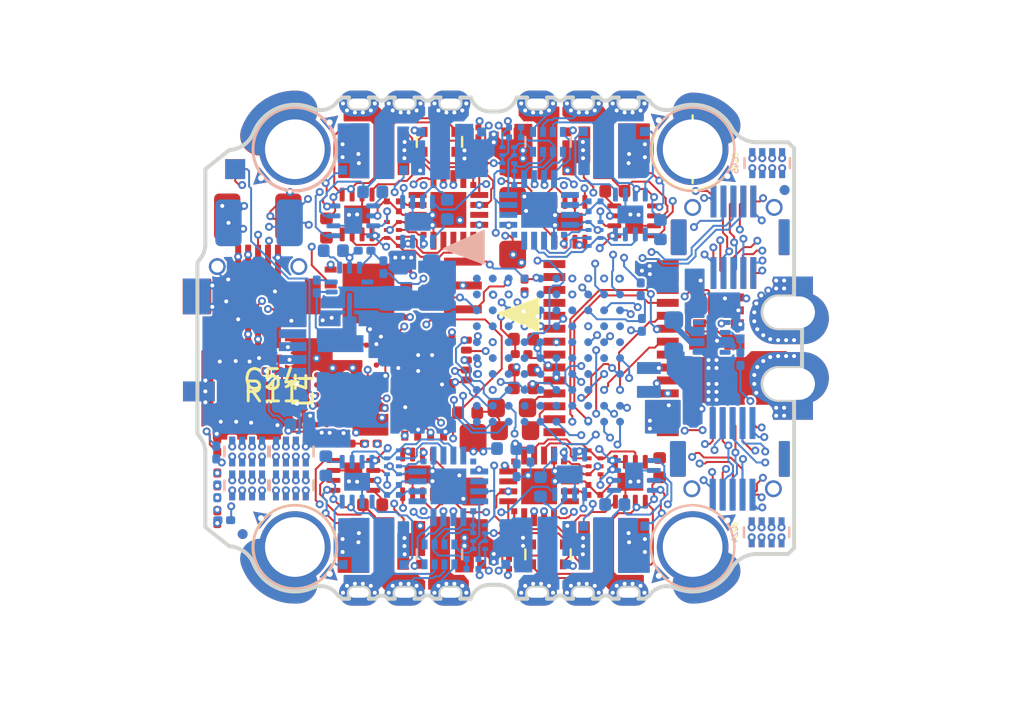
<source format=kicad_pcb>
(kicad_pcb (version 20171130) (host pcbnew "(5.1.4)-1")
  (layers (0 F.Cu signal) (1 In1.Cu signal) (2 In2.Cu signal) (3 In3.Cu signal) (4 In4.Cu signal) (5 In5.Cu signal) (6 In6.Cu signal) (31 B.Cu signal) (34 B.Paste user) (35 F.Paste user) (36 B.SilkS user) (37 F.SilkS user) (38 B.Mask user) (39 F.Mask user) (44 Edge.Cuts user))
  (net 0 "")
  (net 1 GND)
  (net 2 +5V)
  (net 3 +3V3)
  (net 4 +BATT)
  (net 5 "Net-(C10-Pad1)")
  (net 6 vol_sig)
  (net 7 curr_sig)
  (net 8 "Net-(R49-Pad4)")
  (net 9 "Net-(R49-Pad3)")
  (net 10 "Net-(R49-Pad2)")
  (net 11 "Net-(R58-Pad2)")
  (net 12 "Net-(C6-Pad1)")
  (net 13 "Net-(C7-Pad1)")
  (net 14 "Net-(C11-Pad1)")
  (net 15 "Net-(C16-Pad1)")
  (net 16 "Net-(C29-Pad1)")
  (net 17 "Net-(L2-Pad1)")
  (net 18 "Net-(R21-Pad2)")
  (net 19 MB_ESC_1)
  (net 20 ESC_1_C2CK)
  (net 21 MC_ESC_1)
  (net 22 MA_ESC_1)
  (net 23 COM_ESC_1)
  (net 24 Ap_ESC_1)
  (net 25 Ac_ESC_1)
  (net 26 Bp_ESC_1)
  (net 27 Bc_ESC_1)
  (net 28 Cp_ESC_1)
  (net 29 Cc_ESC_1)
  (net 30 ESC_1_C2D)
  (net 31 "Net-(U10-Pad5)")
  (net 32 "Net-(U14-Pad4)")
  (net 33 "Net-(U14-Pad8)")
  (net 34 OUT_A1)
  (net 35 OUT_A2)
  (net 36 "Net-(C9-Pad1)")
  (net 37 OUT_B2)
  (net 38 OUT_B1)
  (net 39 "Net-(C17-Pad1)")
  (net 40 OUT_C2)
  (net 41 OUT_C1)
  (net 42 MA_ESC_2)
  (net 43 MB_ESC_2)
  (net 44 ESC_2_C2CK)
  (net 45 MC_ESC_2)
  (net 46 COM_ESC_2)
  (net 47 Ap_ESC_2)
  (net 48 Ac_ESC_2)
  (net 49 Bp_ESC_2)
  (net 50 Bc_ESC_2)
  (net 51 Cp_ESC_2)
  (net 52 Cc_ESC_2)
  (net 53 ESC_2_C2D)
  (net 54 "Net-(U2-Pad7)")
  (net 55 "Net-(U2-Pad15)")
  (net 56 "Net-(U2-Pad16)")
  (net 57 ESC2_RX)
  (net 58 ESC_2_TX)
  (net 59 "Net-(U3-Pad5)")
  (net 60 "Net-(U3-Pad8)")
  (net 61 "Net-(U7-Pad8)")
  (net 62 "Net-(U7-Pad5)")
  (net 63 "Net-(U11-Pad5)")
  (net 64 "Net-(U11-Pad1)")
  (net 65 OUT_B3)
  (net 66 "Net-(C18-Pad1)")
  (net 67 OUT_C3)
  (net 68 "Net-(C19-Pad1)")
  (net 69 OUT_A3)
  (net 70 "Net-(C30-Pad1)")
  (net 71 OUT_B4)
  (net 72 "Net-(C31-Pad1)")
  (net 73 "Net-(C32-Pad1)")
  (net 74 OUT_C4)
  (net 75 "Net-(C34-Pad1)")
  (net 76 OUT_A4)
  (net 77 MP_PIN4)
  (net 78 I2C_SCL)
  (net 79 I2C_SDA)
  (net 80 UART4_RX)
  (net 81 UART4_TX)
  (net 82 UART1_TX)
  (net 83 UART1_RX)
  (net 84 MP_PIN1)
  (net 85 MP_PIN2)
  (net 86 UART3_TX)
  (net 87 UART3_RX)
  (net 88 MP_PIN3)
  (net 89 MC_ESC_3)
  (net 90 MA_ESC_3)
  (net 91 MB_ESC_3)
  (net 92 ESC_3_C2CK)
  (net 93 COM_ESC_3)
  (net 94 Cp_ESC_3)
  (net 95 Cc_ESC_3)
  (net 96 Bp_ESC_3)
  (net 97 Ap_ESC_3)
  (net 98 Ac_ESC_3)
  (net 99 Bc_ESC_3)
  (net 100 MC_ESC_4)
  (net 101 MA_ESC_4)
  (net 102 MB_ESC_4)
  (net 103 ESC_4_C2CK)
  (net 104 COM_ESC_4)
  (net 105 Cp_ESC_4)
  (net 106 Cc_ESC_4)
  (net 107 Bc_ESC_4)
  (net 108 Bp_ESC_4)
  (net 109 Ac_ESC_4)
  (net 110 Ap_ESC_4)
  (net 111 ESC_1_TX)
  (net 112 ESC1_RX)
  (net 113 "Net-(U1-Pad16)")
  (net 114 "Net-(U1-Pad15)")
  (net 115 "Net-(U1-Pad7)")
  (net 116 ESC_3_C2D)
  (net 117 "Net-(U6-Pad7)")
  (net 118 "Net-(U6-Pad15)")
  (net 119 "Net-(U6-Pad16)")
  (net 120 ESC3_RX)
  (net 121 ESC_3_TX)
  (net 122 "Net-(U10-Pad8)")
  (net 123 "Net-(U12-Pad8)")
  (net 124 "Net-(U12-Pad5)")
  (net 125 "Net-(U16-Pad8)")
  (net 126 "Net-(U16-Pad5)")
  (net 127 "Net-(U17-Pad5)")
  (net 128 "Net-(U17-Pad8)")
  (net 129 "Net-(U18-Pad5)")
  (net 130 "Net-(U18-Pad8)")
  (net 131 "Net-(U19-Pad8)")
  (net 132 "Net-(U19-Pad5)")
  (net 133 ESC_4_C2D)
  (net 134 "Net-(U24-Pad7)")
  (net 135 "Net-(U24-Pad15)")
  (net 136 "Net-(U24-Pad16)")
  (net 137 ESC4_RX)
  (net 138 ESC_4_TX)
  (net 139 "Net-(U25-Pad8)")
  (net 140 "Net-(U25-Pad5)")
  (net 141 "Net-(U27-Pad5)")
  (net 142 "Net-(U27-Pad8)")
  (net 143 "Net-(U28-Pad5)")
  (net 144 "Net-(U28-Pad8)")
  (net 145 "Net-(C35-Pad1)")
  (net 146 "Net-(C37-Pad1)")
  (net 147 "Net-(C38-Pad1)")
  (net 148 "Net-(C38-Pad2)")
  (net 149 "Net-(C39-Pad1)")
  (net 150 "Net-(R1-Pad2)")
  (net 151 "Net-(U32-Pad8)")
  (net 152 UART5_RX)
  (net 153 UART5_TX)
  (net 154 UART6_RX)
  (net 155 UART6_TX)
  (net 156 "Net-(U33-PadA1)")
  (net 157 "Net-(U33-PadA2)")
  (net 158 "Net-(U33-PadA9)")
  (net 159 "Net-(U33-PadA10)")
  (net 160 "Net-(U33-PadB1)")
  (net 161 "Net-(U33-PadB3)")
  (net 162 "Net-(U33-PadC1)")
  (net 163 "Net-(U33-PadD1)")
  (net 164 "Net-(U33-PadD7)")
  (net 165 "Net-(U33-PadE8)")
  (net 166 "Net-(U33-PadF1)")
  (net 167 "Net-(U33-PadF3)")
  (net 168 "Net-(U33-PadG4)")
  (net 169 "Net-(U33-PadG5)")
  (net 170 "Net-(U33-PadG6)")
  (net 171 "Net-(U33-PadG9)")
  (net 172 "Net-(U33-PadH7)")
  (net 173 "Net-(U33-PadH9)")
  (net 174 "Net-(U33-PadJ4)")
  (net 175 "Net-(U33-PadJ6)")
  (net 176 "Net-(U33-PadK4)")
  (net 177 "Net-(U34-Pad2)")
  (net 178 "Net-(U34-Pad5)")
  (net 179 "Net-(U34-Pad6)")
  (net 180 "Net-(U34-Pad7)")
  (net 181 "Net-(U34-Pad14)")
  (net 182 "Net-(U35-PadP$C5)")
  (net 183 "Net-(U35-PadP$C6)")
  (net 184 "Net-(U35-PadP$D3)")
  (net 185 "Net-(U35-PadP$F3)")
  (net 186 "Net-(U35-PadP$G5)")
  (net 187 "Net-(U35-PadP$E3)")
  (net 188 "Net-(U35-PadP$G4)")
  (net 189 "Net-(U35-PadP$D4)")
  (net 190 "Net-(U35-PadP$J6)")
  (net 191 "Net-(U35-PadP$J7)")
  (net 192 "Net-(U35-PadP$J8)")
  (net 193 "Net-(U35-PadP$F6)")
  (net 194 "Net-(U35-PadP$B1)")
  (net 195 "Net-(U35-PadP$G9)")
  (net 196 "Net-(U35-PadP$F9)")
  (net 197 "Net-(U35-PadP$E9)")
  (net 198 "Net-(U35-PadP$A6)")
  (net 199 "Net-(U35-PadP$C1)")
  (net 200 "Net-(U35-PadP$D1)")
  (net 201 "Net-(U35-PadP$A2)")
  (net 202 "Net-(U35-PadP$2E1)")
  (net 203 "Net-(U35-PadP$F1)")
  (net 204 "Net-(U35-PadP$F4)")
  (net 205 "Net-(D1-Pad2)")
  (net 206 "Net-(U36-Pad7)")
  (net 207 "Net-(C47-Pad1)")
  (net 208 "Net-(C48-Pad1)")
  (net 209 "Net-(C49-Pad1)")
  (net 210 "Net-(D2-Pad2)")
  (net 211 "Net-(J1-Pad2)")
  (net 212 "Net-(J1-Pad3)")
  (net 213 "Net-(J1-Pad4)")
  (net 214 "Net-(R4-Pad2)")
  (net 215 "Net-(U37-Pad7)")
  (net 216 OSD_VIDEO_IN)
  (net 217 "Net-(C48-Pad2)")
  (net 218 "Net-(R5-Pad1)")
  (net 219 OSD_VIDEO_OUT)
  (net 220 "Net-(R7-Pad2)")
  (net 221 SCLK_FLASH)
  (net 222 CS_GYRO)
  (net 223 /USART2_TX)
  (net 224 MISO_GYRO)
  (net 225 SCLK_GYRO)
  (net 226 CS_FLASH)
  (net 227 "Net-(U33-PadC6)")
  (net 228 "Net-(U33-PadC7)")
  (net 229 MOSI_GYRO)
  (net 230 MISO_FLASH)
  (net 231 /SD_det)
  (net 232 "Net-(U33-PadE2)")
  (net 233 MOSI_FLASH)
  (net 234 "Net-(U33-PadE9)")
  (net 235 "Net-(U33-PadF2)")
  (net 236 CS_BERGSTAK20)
  (net 237 MOSI_OSD)
  (net 238 UART7_RX)
  (net 239 MISO_OSD)
  (net 240 UART7_TX)
  (net 241 SCLK_OSD)
  (net 242 CS_OSD)
  (net 243 "Net-(U34-Pad1)")
  (net 244 "Net-(U34-Pad12)")
  (net 245 "Net-(U34-Pad13)")
  (net 246 "Net-(U34-Pad15)")
  (net 247 "Net-(U34-Pad16)")
  (net 248 "Net-(U34-Pad17)")
  (net 249 "Net-(U34-Pad18)")
  (net 250 "Net-(U34-Pad27)")
  (net 251 "Net-(U34-Pad28)")
  (net 252 INT_GYRO)
  (net 253 "Net-(U36-Pad8)")
  (net 254 "Net-(U37-Pad3)")
  (net 255 "Net-(C50-Pad1)")
  (net 256 "Net-(C51-Pad1)")
  (net 257 UART8_TX)
  (net 258 UART8_RX)
  (net 259 "Net-(C52-Pad1)")
  (net 260 "Net-(U33-PadA4)")
  (net 261 "Net-(U33-PadB4)")
  (net 262 "Net-(U33-PadC5)")
  (net 263 "Net-(U33-PadD9)")
  (net 264 "Net-(U33-PadH6)")
  (net 265 "Net-(U33-PadK5)")
  (net 266 MP_PIN6)
  (net 267 MP_PIN5)
  (net 268 "Net-(D3-Pad2)")
  (net 269 "Net-(D4-Pad2)")
  (net 270 UC_LED_1)
  (net 271 UC_LED_2)
  (net 272 "Net-(TP29-Pad1)")
  (net 273 "Net-(TP30-Pad1)")
  (net 274 "Net-(C54-Pad1)")
  (net 275 "Net-(L4-Pad2)")
  (net 276 /NO_ADC_PIN)
  (module Fiducial:Fiducial_0.5mm_Dia_1mm_Outer (layer F.Cu) (at 197.05 64.05)
    (fp_text reference REF** hide)
    (fp_text value Fiducial_0.5mm_Dia_1mm_Outer)
    (pad ~ smd circle (at 0.075 0) (size 0.5 0.5) (layers F.Cu F.Mask) (clearance 0.35))
  )
  (module Fiducial:Fiducial_0.5mm_Dia_1mm_Outer (layer B.Cu) (at 197.05 64.05)
    (fp_text reference REF** hide)
    (fp_text value Fiducial_0.5mm_Dia_1mm_Outer)
    (pad ~ smd circle (at 0.075 0) (size 0.5 0.5) (layers B.Cu B.Mask) (clearance 0.35))
  )
  (module Fiducial:Fiducial_0.5mm_Dia_1mm_Outer (layer F.Cu) (at 169.8 81.35)
    (fp_text reference REF** hide)
    (fp_text value Fiducial_0.5mm_Dia_1mm_Outer)
    (pad ~ smd circle (at 0.075 0) (size 0.5 0.5) (layers F.Cu F.Mask) (clearance 0.35))
  )
  (module Fiducial:Fiducial_0.5mm_Dia_1mm_Outer (layer B.Cu) (at 169.8 81.35)
    (fp_text reference REF** hide)
    (fp_text value Fiducial_0.5mm_Dia_1mm_Outer)
    (pad ~ smd circle (at 0.075 0) (size 0.5 0.5) (layers B.Cu B.Mask) (clearance 0.35))
  )
  (module Own_Footprints:array_4x_0402_eig (layer F.Cu) (at 179.77 61.63 90)
    (fp_text reference RN7 hide)
    (fp_text value 10k)
    (pad 3 smd rect (at -0.5 0.25 90) (size 0.5 0.3) (layers F.Cu F.Paste F.Mask) (net 45 MC_ESC_2))
    (pad 6 smd rect (at 0.5 0.25 90) (size 0.5 0.3) (layers F.Cu F.Paste F.Mask) (net 40 OUT_C2))
    (pad 2 smd rect (at -0.5 -0.25 90) (size 0.5 0.3) (layers F.Cu F.Paste F.Mask) (net 42 MA_ESC_2))
    (pad 7 smd rect (at 0.5 -0.25 90) (size 0.5 0.3) (layers F.Cu F.Paste F.Mask) (net 35 OUT_A2))
    (pad 1 smd rect (at -0.5 -0.75 90) (size 0.5 0.3) (layers F.Cu F.Paste F.Mask) (net 3 +3V3))
    (pad 8 smd rect (at 0.5 -0.75 90) (size 0.5 0.3) (layers F.Cu F.Paste F.Mask) (net 44 ESC_2_C2CK))
    (pad 4 smd rect (at -0.5 0.75 90) (size 0.5 0.3) (layers F.Cu F.Paste F.Mask) (net 43 MB_ESC_2))
    (pad 5 smd rect (at 0.5 0.75 90) (size 0.5 0.3) (layers F.Cu F.Paste F.Mask) (net 37 OUT_B2))
  )
  (module Own_Footprints:array_4x_0402_eig (layer B.Cu) (at 185.23 61.63 90)
    (fp_text reference RN1 hide)
    (fp_text value 10k)
    (pad 3 smd rect (at -0.5 -0.25 90) (size 0.5 0.3) (layers B.Cu B.Paste B.Mask) (net 21 MC_ESC_1))
    (pad 6 smd rect (at 0.5 -0.25 90) (size 0.5 0.3) (layers B.Cu B.Paste B.Mask) (net 41 OUT_C1))
    (pad 2 smd rect (at -0.5 0.25 90) (size 0.5 0.3) (layers B.Cu B.Paste B.Mask) (net 22 MA_ESC_1))
    (pad 7 smd rect (at 0.5 0.25 90) (size 0.5 0.3) (layers B.Cu B.Paste B.Mask) (net 34 OUT_A1))
    (pad 1 smd rect (at -0.5 0.75 90) (size 0.5 0.3) (layers B.Cu B.Paste B.Mask) (net 3 +3V3))
    (pad 8 smd rect (at 0.5 0.75 90) (size 0.5 0.3) (layers B.Cu B.Paste B.Mask) (net 20 ESC_1_C2CK))
    (pad 4 smd rect (at -0.5 -0.75 90) (size 0.5 0.3) (layers B.Cu B.Paste B.Mask) (net 19 MB_ESC_1))
    (pad 5 smd rect (at 0.5 -0.75 90) (size 0.5 0.3) (layers B.Cu B.Paste B.Mask) (net 38 OUT_B1))
  )
  (module Own_Footprints:array_4x_0402_eig (layer F.Cu) (at 185.23 82.37 270)
    (fp_text reference RN2 hide)
    (fp_text value 10k)
    (pad 3 smd rect (at -0.5 0.25 270) (size 0.5 0.3) (layers F.Cu F.Paste F.Mask) (net 89 MC_ESC_3))
    (pad 6 smd rect (at 0.5 0.25 270) (size 0.5 0.3) (layers F.Cu F.Paste F.Mask) (net 67 OUT_C3))
    (pad 2 smd rect (at -0.5 -0.25 270) (size 0.5 0.3) (layers F.Cu F.Paste F.Mask) (net 90 MA_ESC_3))
    (pad 7 smd rect (at 0.5 -0.25 270) (size 0.5 0.3) (layers F.Cu F.Paste F.Mask) (net 69 OUT_A3))
    (pad 1 smd rect (at -0.5 -0.75 270) (size 0.5 0.3) (layers F.Cu F.Paste F.Mask) (net 3 +3V3))
    (pad 8 smd rect (at 0.5 -0.75 270) (size 0.5 0.3) (layers F.Cu F.Paste F.Mask) (net 92 ESC_3_C2CK))
    (pad 4 smd rect (at -0.5 0.75 270) (size 0.5 0.3) (layers F.Cu F.Paste F.Mask) (net 91 MB_ESC_3))
    (pad 5 smd rect (at 0.5 0.75 270) (size 0.5 0.3) (layers F.Cu F.Paste F.Mask) (net 65 OUT_B3))
  )
  (module Own_Footprints:array_4x_0402_eig (layer B.Cu) (at 179.77 82.37 270)
    (fp_text reference RN16 hide)
    (fp_text value 10k)
    (pad 3 smd rect (at -0.5 -0.25 270) (size 0.5 0.3) (layers B.Cu B.Paste B.Mask) (net 100 MC_ESC_4))
    (pad 6 smd rect (at 0.5 -0.25 270) (size 0.5 0.3) (layers B.Cu B.Paste B.Mask) (net 74 OUT_C4))
    (pad 2 smd rect (at -0.5 0.25 270) (size 0.5 0.3) (layers B.Cu B.Paste B.Mask) (net 101 MA_ESC_4))
    (pad 7 smd rect (at 0.5 0.25 270) (size 0.5 0.3) (layers B.Cu B.Paste B.Mask) (net 76 OUT_A4))
    (pad 1 smd rect (at -0.5 0.75 270) (size 0.5 0.3) (layers B.Cu B.Paste B.Mask) (net 3 +3V3))
    (pad 8 smd rect (at 0.5 0.75 270) (size 0.5 0.3) (layers B.Cu B.Paste B.Mask) (net 103 ESC_4_C2CK))
    (pad 4 smd rect (at -0.5 -0.75 270) (size 0.5 0.3) (layers B.Cu B.Paste B.Mask) (net 102 MB_ESC_4))
    (pad 5 smd rect (at 0.5 -0.75 270) (size 0.5 0.3) (layers B.Cu B.Paste B.Mask) (net 71 OUT_B4))
  )
  (module ultimateFC:C_AVX_Super_Low_ESL (layer F.Cu) (at 170.1 79 90)
    (fp_text reference C44 hide)
    (fp_text value 1µF)
    (pad 1 smd rect (at 0.6 0.75 90) (size 0.5 0.3) (layers F.Cu F.Paste F.Mask) (net 3 +3V3))
    (pad 2 smd rect (at 0.6 -0.75 90) (size 0.5 0.3) (layers F.Cu F.Paste F.Mask) (net 1 GND))
    (pad 2 smd rect (at -0.4 -0.25 90) (size 0.5 0.3) (layers F.Cu F.Paste F.Mask) (net 1 GND))
    (pad 1 smd rect (at 0.6 -0.25 90) (size 0.5 0.3) (layers F.Cu F.Paste F.Mask) (net 3 +3V3))
    (pad 1 smd rect (at -0.4 0.25 90) (size 0.5 0.3) (layers F.Cu F.Paste F.Mask) (net 3 +3V3))
    (pad 2 smd rect (at -0.4 0.75 90) (size 0.5 0.3) (layers F.Cu F.Paste F.Mask) (net 1 GND))
    (pad 1 smd rect (at -0.4 -0.75 90) (size 0.5 0.3) (layers F.Cu F.Paste F.Mask) (net 3 +3V3))
    (pad 2 smd rect (at 0.6 0.25 90) (size 0.5 0.3) (layers F.Cu F.Paste F.Mask) (net 1 GND))
  )
  (module ultimateFC:C_AVX_Super_Low_ESL (layer F.Cu) (at 172.3 77.3 90)
    (fp_text reference C43 hide)
    (fp_text value 1µF)
    (pad 1 smd rect (at 0.6 0.75 90) (size 0.5 0.3) (layers F.Cu F.Paste F.Mask) (net 2 +5V))
    (pad 2 smd rect (at 0.6 -0.75 90) (size 0.5 0.3) (layers F.Cu F.Paste F.Mask) (net 1 GND))
    (pad 2 smd rect (at -0.4 -0.25 90) (size 0.5 0.3) (layers F.Cu F.Paste F.Mask) (net 1 GND))
    (pad 1 smd rect (at 0.6 -0.25 90) (size 0.5 0.3) (layers F.Cu F.Paste F.Mask) (net 2 +5V))
    (pad 1 smd rect (at -0.4 0.25 90) (size 0.5 0.3) (layers F.Cu F.Paste F.Mask) (net 2 +5V))
    (pad 2 smd rect (at -0.4 0.75 90) (size 0.5 0.3) (layers F.Cu F.Paste F.Mask) (net 1 GND))
    (pad 1 smd rect (at -0.4 -0.75 90) (size 0.5 0.3) (layers F.Cu F.Paste F.Mask) (net 2 +5V))
    (pad 2 smd rect (at 0.6 0.25 90) (size 0.5 0.3) (layers F.Cu F.Paste F.Mask) (net 1 GND))
  )
  (module ultimateFC:C_AVX_Super_Low_ESL (layer F.Cu) (at 170.1 77.3 90)
    (fp_text reference C42 hide)
    (fp_text value 1µF)
    (pad 1 smd rect (at 0.6 0.75 90) (size 0.5 0.3) (layers F.Cu F.Paste F.Mask) (net 1 GND))
    (pad 2 smd rect (at 0.6 -0.75 90) (size 0.5 0.3) (layers F.Cu F.Paste F.Mask) (net 3 +3V3))
    (pad 2 smd rect (at -0.4 -0.25 90) (size 0.5 0.3) (layers F.Cu F.Paste F.Mask) (net 3 +3V3))
    (pad 1 smd rect (at 0.6 -0.25 90) (size 0.5 0.3) (layers F.Cu F.Paste F.Mask) (net 1 GND))
    (pad 1 smd rect (at -0.4 0.25 90) (size 0.5 0.3) (layers F.Cu F.Paste F.Mask) (net 1 GND))
    (pad 2 smd rect (at -0.4 0.75 90) (size 0.5 0.3) (layers F.Cu F.Paste F.Mask) (net 3 +3V3))
    (pad 1 smd rect (at -0.4 -0.75 90) (size 0.5 0.3) (layers F.Cu F.Paste F.Mask) (net 1 GND))
    (pad 2 smd rect (at 0.6 0.25 90) (size 0.5 0.3) (layers F.Cu F.Paste F.Mask) (net 3 +3V3))
  )
  (module ultimateFC:C_AVX_Super_Low_ESL (layer B.Cu) (at 172.3 77.1 270)
    (fp_text reference C41 hide)
    (fp_text value 1µF)
    (pad 1 smd rect (at 0.6 -0.75 270) (size 0.5 0.3) (layers B.Cu B.Paste B.Mask) (net 1 GND))
    (pad 2 smd rect (at 0.6 0.75 270) (size 0.5 0.3) (layers B.Cu B.Paste B.Mask) (net 2 +5V))
    (pad 2 smd rect (at -0.4 0.25 270) (size 0.5 0.3) (layers B.Cu B.Paste B.Mask) (net 2 +5V))
    (pad 1 smd rect (at 0.6 0.25 270) (size 0.5 0.3) (layers B.Cu B.Paste B.Mask) (net 1 GND))
    (pad 1 smd rect (at -0.4 -0.25 270) (size 0.5 0.3) (layers B.Cu B.Paste B.Mask) (net 1 GND))
    (pad 2 smd rect (at -0.4 -0.75 270) (size 0.5 0.3) (layers B.Cu B.Paste B.Mask) (net 2 +5V))
    (pad 1 smd rect (at -0.4 0.75 270) (size 0.5 0.3) (layers B.Cu B.Paste B.Mask) (net 1 GND))
    (pad 2 smd rect (at 0.6 -0.25 270) (size 0.5 0.3) (layers B.Cu B.Paste B.Mask) (net 2 +5V))
  )
  (module ultimateFC:C_AVX_Super_Low_ESL (layer B.Cu) (at 170.1 77.3 90)
    (fp_text reference C21 hide)
    (fp_text value 1µF)
    (pad 1 smd rect (at 0.6 -0.75 90) (size 0.5 0.3) (layers B.Cu B.Paste B.Mask) (net 3 +3V3))
    (pad 2 smd rect (at 0.6 0.75 90) (size 0.5 0.3) (layers B.Cu B.Paste B.Mask) (net 1 GND))
    (pad 2 smd rect (at -0.4 0.25 90) (size 0.5 0.3) (layers B.Cu B.Paste B.Mask) (net 1 GND))
    (pad 1 smd rect (at 0.6 0.25 90) (size 0.5 0.3) (layers B.Cu B.Paste B.Mask) (net 3 +3V3))
    (pad 1 smd rect (at -0.4 -0.25 90) (size 0.5 0.3) (layers B.Cu B.Paste B.Mask) (net 3 +3V3))
    (pad 2 smd rect (at -0.4 -0.75 90) (size 0.5 0.3) (layers B.Cu B.Paste B.Mask) (net 1 GND))
    (pad 1 smd rect (at -0.4 0.75 90) (size 0.5 0.3) (layers B.Cu B.Paste B.Mask) (net 3 +3V3))
    (pad 2 smd rect (at 0.6 -0.25 90) (size 0.5 0.3) (layers B.Cu B.Paste B.Mask) (net 1 GND))
  )
  (module ultimateFC:C_AVX_Super_Low_ESL (layer F.Cu) (at 172.3 79 90)
    (fp_text reference C20 hide)
    (fp_text value 1µF)
    (pad 1 smd rect (at 0.6 0.75 90) (size 0.5 0.3) (layers F.Cu F.Paste F.Mask) (net 2 +5V))
    (pad 2 smd rect (at 0.6 -0.75 90) (size 0.5 0.3) (layers F.Cu F.Paste F.Mask) (net 1 GND))
    (pad 2 smd rect (at -0.4 -0.25 90) (size 0.5 0.3) (layers F.Cu F.Paste F.Mask) (net 1 GND))
    (pad 1 smd rect (at 0.6 -0.25 90) (size 0.5 0.3) (layers F.Cu F.Paste F.Mask) (net 2 +5V))
    (pad 1 smd rect (at -0.4 0.25 90) (size 0.5 0.3) (layers F.Cu F.Paste F.Mask) (net 2 +5V))
    (pad 2 smd rect (at -0.4 0.75 90) (size 0.5 0.3) (layers F.Cu F.Paste F.Mask) (net 1 GND))
    (pad 1 smd rect (at -0.4 -0.75 90) (size 0.5 0.3) (layers F.Cu F.Paste F.Mask) (net 2 +5V))
    (pad 2 smd rect (at 0.6 0.25 90) (size 0.5 0.3) (layers F.Cu F.Paste F.Mask) (net 1 GND))
  )
  (module ultimateFC:C_AVX_Super_Low_ESL (layer B.Cu) (at 170.1 79 90)
    (fp_text reference C15 hide)
    (fp_text value 1µF)
    (pad 1 smd rect (at 0.6 -0.75 90) (size 0.5 0.3) (layers B.Cu B.Paste B.Mask) (net 1 GND))
    (pad 2 smd rect (at 0.6 0.75 90) (size 0.5 0.3) (layers B.Cu B.Paste B.Mask) (net 3 +3V3))
    (pad 2 smd rect (at -0.4 0.25 90) (size 0.5 0.3) (layers B.Cu B.Paste B.Mask) (net 3 +3V3))
    (pad 1 smd rect (at 0.6 0.25 90) (size 0.5 0.3) (layers B.Cu B.Paste B.Mask) (net 1 GND))
    (pad 1 smd rect (at -0.4 -0.25 90) (size 0.5 0.3) (layers B.Cu B.Paste B.Mask) (net 1 GND))
    (pad 2 smd rect (at -0.4 -0.75 90) (size 0.5 0.3) (layers B.Cu B.Paste B.Mask) (net 3 +3V3))
    (pad 1 smd rect (at -0.4 0.75 90) (size 0.5 0.3) (layers B.Cu B.Paste B.Mask) (net 1 GND))
    (pad 2 smd rect (at 0.6 -0.25 90) (size 0.5 0.3) (layers B.Cu B.Paste B.Mask) (net 3 +3V3))
  )
  (module ultimateFC:C_AVX_Super_Low_ESL (layer B.Cu) (at 172.3 78.8 270)
    (fp_text reference C14 hide)
    (fp_text value 1µF)
    (pad 1 smd rect (at 0.6 -0.75 270) (size 0.5 0.3) (layers B.Cu B.Paste B.Mask) (net 1 GND))
    (pad 2 smd rect (at 0.6 0.75 270) (size 0.5 0.3) (layers B.Cu B.Paste B.Mask) (net 2 +5V))
    (pad 2 smd rect (at -0.4 0.25 270) (size 0.5 0.3) (layers B.Cu B.Paste B.Mask) (net 2 +5V))
    (pad 1 smd rect (at 0.6 0.25 270) (size 0.5 0.3) (layers B.Cu B.Paste B.Mask) (net 1 GND))
    (pad 1 smd rect (at -0.4 -0.25 270) (size 0.5 0.3) (layers B.Cu B.Paste B.Mask) (net 1 GND))
    (pad 2 smd rect (at -0.4 -0.75 270) (size 0.5 0.3) (layers B.Cu B.Paste B.Mask) (net 2 +5V))
    (pad 1 smd rect (at -0.4 0.75 270) (size 0.5 0.3) (layers B.Cu B.Paste B.Mask) (net 1 GND))
    (pad 2 smd rect (at 0.6 -0.25 270) (size 0.5 0.3) (layers B.Cu B.Paste B.Mask) (net 2 +5V))
  )
  (module ultimateFC:C_AVX_Super_Low_ESL (layer B.Cu) (at 196.22 81.16 270)
    (fp_text reference C24 (at 0.2 1.6 90) (layer B.SilkS) (effects (font (size 0.3 0.3) (thickness 0.05)) (justify mirror)))
    (fp_text value 100nF)
    (pad 1 smd rect (at 0.6 -0.75 270) (size 0.5 0.3) (layers B.Cu B.Paste B.Mask) (net 1 GND))
    (pad 2 smd rect (at 0.6 0.75 270) (size 0.5 0.3) (layers B.Cu B.Paste B.Mask) (net 4 +BATT))
    (pad 2 smd rect (at -0.4 0.25 270) (size 0.5 0.3) (layers B.Cu B.Paste B.Mask) (net 4 +BATT))
    (pad 1 smd rect (at 0.6 0.25 270) (size 0.5 0.3) (layers B.Cu B.Paste B.Mask) (net 1 GND))
    (pad 1 smd rect (at -0.4 -0.25 270) (size 0.5 0.3) (layers B.Cu B.Paste B.Mask) (net 1 GND))
    (pad 2 smd rect (at -0.4 -0.75 270) (size 0.5 0.3) (layers B.Cu B.Paste B.Mask) (net 4 +BATT))
    (pad 1 smd rect (at -0.4 0.75 270) (size 0.5 0.3) (layers B.Cu B.Paste B.Mask) (net 1 GND))
    (pad 2 smd rect (at 0.6 -0.25 270) (size 0.5 0.3) (layers B.Cu B.Paste B.Mask) (net 4 +BATT))
  )
  (module ultimateFC:C_AVX_Super_Low_ESL (layer F.Cu) (at 196.25 62.8 90)
    (fp_text reference C25 (at 0.2 -1.6 90) (layer F.SilkS) (effects (font (size 0.3 0.3) (thickness 0.05))))
    (fp_text value 100nF)
    (pad 1 smd rect (at 0.6 0.75 90) (size 0.5 0.3) (layers F.Cu F.Paste F.Mask) (net 1 GND))
    (pad 2 smd rect (at 0.6 -0.75 90) (size 0.5 0.3) (layers F.Cu F.Paste F.Mask) (net 4 +BATT))
    (pad 2 smd rect (at -0.4 -0.25 90) (size 0.5 0.3) (layers F.Cu F.Paste F.Mask) (net 4 +BATT))
    (pad 1 smd rect (at 0.6 -0.25 90) (size 0.5 0.3) (layers F.Cu F.Paste F.Mask) (net 1 GND))
    (pad 1 smd rect (at -0.4 0.25 90) (size 0.5 0.3) (layers F.Cu F.Paste F.Mask) (net 1 GND))
    (pad 2 smd rect (at -0.4 0.75 90) (size 0.5 0.3) (layers F.Cu F.Paste F.Mask) (net 4 +BATT))
    (pad 1 smd rect (at -0.4 -0.75 90) (size 0.5 0.3) (layers F.Cu F.Paste F.Mask) (net 1 GND))
    (pad 2 smd rect (at 0.6 0.25 90) (size 0.5 0.3) (layers F.Cu F.Paste F.Mask) (net 4 +BATT))
  )
  (module ultimateFC:C_AVX_Super_Low_ESL (layer B.Cu) (at 196.25 62.6 270)
    (fp_text reference C45 (at 0.2 1.6 270) (layer B.SilkS) (effects (font (size 0.3 0.3) (thickness 0.05)) (justify mirror)))
    (fp_text value 100nF)
    (pad 1 smd rect (at 0.6 -0.75 270) (size 0.5 0.3) (layers B.Cu B.Paste B.Mask) (net 4 +BATT))
    (pad 2 smd rect (at 0.6 0.75 270) (size 0.5 0.3) (layers B.Cu B.Paste B.Mask) (net 1 GND))
    (pad 2 smd rect (at -0.4 0.25 270) (size 0.5 0.3) (layers B.Cu B.Paste B.Mask) (net 1 GND))
    (pad 1 smd rect (at 0.6 0.25 270) (size 0.5 0.3) (layers B.Cu B.Paste B.Mask) (net 4 +BATT))
    (pad 1 smd rect (at -0.4 -0.25 270) (size 0.5 0.3) (layers B.Cu B.Paste B.Mask) (net 4 +BATT))
    (pad 2 smd rect (at -0.4 -0.75 270) (size 0.5 0.3) (layers B.Cu B.Paste B.Mask) (net 1 GND))
    (pad 1 smd rect (at -0.4 0.75 270) (size 0.5 0.3) (layers B.Cu B.Paste B.Mask) (net 4 +BATT))
    (pad 2 smd rect (at 0.6 -0.25 270) (size 0.5 0.3) (layers B.Cu B.Paste B.Mask) (net 1 GND))
  )
  (module ultimateFC:C_AVX_Super_Low_ESL (layer F.Cu) (at 196.22 81.36 90)
    (fp_text reference C46 (at 0.2 -1.6 90) (layer F.SilkS) (effects (font (size 0.3 0.3) (thickness 0.05))))
    (fp_text value 100nF)
    (pad 1 smd rect (at 0.6 0.75 90) (size 0.5 0.3) (layers F.Cu F.Paste F.Mask) (net 4 +BATT))
    (pad 2 smd rect (at 0.6 -0.75 90) (size 0.5 0.3) (layers F.Cu F.Paste F.Mask) (net 1 GND))
    (pad 2 smd rect (at -0.4 -0.25 90) (size 0.5 0.3) (layers F.Cu F.Paste F.Mask) (net 1 GND))
    (pad 1 smd rect (at 0.6 -0.25 90) (size 0.5 0.3) (layers F.Cu F.Paste F.Mask) (net 4 +BATT))
    (pad 1 smd rect (at -0.4 0.25 90) (size 0.5 0.3) (layers F.Cu F.Paste F.Mask) (net 4 +BATT))
    (pad 2 smd rect (at -0.4 0.75 90) (size 0.5 0.3) (layers F.Cu F.Paste F.Mask) (net 1 GND))
    (pad 1 smd rect (at -0.4 -0.75 90) (size 0.5 0.3) (layers F.Cu F.Paste F.Mask) (net 4 +BATT))
    (pad 2 smd rect (at 0.6 0.25 90) (size 0.5 0.3) (layers F.Cu F.Paste F.Mask) (net 1 GND))
  )
  (module ultimateFC:10132797-011100LF (layer F.Cu) (at 194.55 66.425)
    (fp_text reference J3 hide)
    (fp_text value 10132797-011100LF)
    (pad "" smd roundrect (at -2.75 0 180) (size 0.8 1.8) (layers F.Cu F.Paste F.Mask) (roundrect_rratio 0.1))
    (pad "" smd roundrect (at 2.55 0) (size 0.55 1.8) (layers F.Cu F.Paste F.Mask) (roundrect_rratio 0.1))
    (pad 10 smd roundrect (at 1 1.8) (size 0.3 1.6) (layers F.Cu F.Paste F.Mask) (roundrect_rratio 0.1) (net 2 +5V))
    (pad 9 smd roundrect (at 0.5 1.8) (size 0.3 1.6) (layers F.Cu F.Paste F.Mask) (roundrect_rratio 0.1) (net 240 UART7_TX))
    (pad 8 smd roundrect (at 0 1.8) (size 0.3 1.6) (layers F.Cu F.Paste F.Mask) (roundrect_rratio 0.1) (net 238 UART7_RX))
    (pad 7 smd roundrect (at -0.5 1.8) (size 0.3 1.6) (layers F.Cu F.Paste F.Mask) (roundrect_rratio 0.1) (net 3 +3V3))
    (pad 6 smd roundrect (at -1 1.8) (size 0.3 1.6) (layers F.Cu F.Paste F.Mask) (roundrect_rratio 0.1) (net 1 GND))
    (pad 5 smd roundrect (at -1 -1.8 180) (size 0.3 1.6) (layers F.Cu F.Paste F.Mask) (roundrect_rratio 0.1) (net 2 +5V))
    (pad 4 smd roundrect (at -0.5 -1.8 180) (size 0.3 1.6) (layers F.Cu F.Paste F.Mask) (roundrect_rratio 0.1) (net 79 I2C_SDA))
    (pad 3 smd roundrect (at 0 -1.8 180) (size 0.3 1.6) (layers F.Cu F.Paste F.Mask) (roundrect_rratio 0.1) (net 78 I2C_SCL))
    (pad 2 smd roundrect (at 0.5 -1.8 180) (size 0.3 1.6) (layers F.Cu F.Paste F.Mask) (roundrect_rratio 0.1) (net 84 MP_PIN1))
    (pad 1 smd roundrect (at 1 -1.8 180) (size 0.3 1.6) (layers F.Cu F.Paste F.Mask) (roundrect_rratio 0.1) (net 1 GND))
  )
  (module ultimateFC:10132797-011100LF (layer B.Cu) (at 194.55 66.425 180)
    (fp_text reference J5 hide)
    (fp_text value 10132797-011100LF)
    (pad 1 smd roundrect (at 1 1.8) (size 0.3 1.6) (layers B.Cu B.Paste B.Mask) (roundrect_rratio 0.1) (net 1 GND))
    (pad 2 smd roundrect (at 0.5 1.8) (size 0.3 1.6) (layers B.Cu B.Paste B.Mask) (roundrect_rratio 0.1) (net 3 +3V3))
    (pad 3 smd roundrect (at 0 1.8) (size 0.3 1.6) (layers B.Cu B.Paste B.Mask) (roundrect_rratio 0.1) (net 80 UART4_RX))
    (pad 4 smd roundrect (at -0.5 1.8) (size 0.3 1.6) (layers B.Cu B.Paste B.Mask) (roundrect_rratio 0.1) (net 81 UART4_TX))
    (pad 5 smd roundrect (at -1 1.8) (size 0.3 1.6) (layers B.Cu B.Paste B.Mask) (roundrect_rratio 0.1) (net 2 +5V))
    (pad 6 smd roundrect (at -1 -1.8 180) (size 0.3 1.6) (layers B.Cu B.Paste B.Mask) (roundrect_rratio 0.1) (net 1 GND))
    (pad 7 smd roundrect (at -0.5 -1.8 180) (size 0.3 1.6) (layers B.Cu B.Paste B.Mask) (roundrect_rratio 0.1) (net 88 MP_PIN3))
    (pad 8 smd roundrect (at 0 -1.8 180) (size 0.3 1.6) (layers B.Cu B.Paste B.Mask) (roundrect_rratio 0.1) (net 78 I2C_SCL))
    (pad 9 smd roundrect (at 0.5 -1.8 180) (size 0.3 1.6) (layers B.Cu B.Paste B.Mask) (roundrect_rratio 0.1) (net 79 I2C_SDA))
    (pad 10 smd roundrect (at 1 -1.8 180) (size 0.3 1.6) (layers B.Cu B.Paste B.Mask) (roundrect_rratio 0.1) (net 2 +5V))
    (pad "" smd roundrect (at 2.75 0 180) (size 0.8 1.8) (layers B.Cu B.Paste B.Mask) (roundrect_rratio 0.1))
    (pad "" smd roundrect (at -2.55 0) (size 0.55 1.8) (layers B.Cu B.Paste B.Mask) (roundrect_rratio 0.1))
    (pad "" thru_hole circle (at 2.05 1.5 180) (size 0.85 0.85) (drill 0.6) (layers *.Cu *.Mask))
    (pad "" thru_hole circle (at -2.05 1.5 180) (size 0.85 0.85) (drill 0.6) (layers *.Cu *.Mask))
  )
  (module ultimateFC:10132797-011100LF (layer B.Cu) (at 194.51 77.57)
    (fp_text reference J4 hide)
    (fp_text value 10132797-011100LF)
    (pad "" thru_hole circle (at -2.05 1.5) (size 0.85 0.85) (drill 0.6) (layers *.Cu *.Mask))
    (pad "" thru_hole circle (at 2.05 1.5) (size 0.85 0.85) (drill 0.6) (layers *.Cu *.Mask))
    (pad "" smd roundrect (at -2.75 0 180) (size 0.8 1.8) (layers B.Cu B.Paste B.Mask) (roundrect_rratio 0.1))
    (pad "" smd roundrect (at 2.6 0) (size 0.55 1.8) (layers B.Cu B.Paste B.Mask) (roundrect_rratio 0.1))
    (pad 10 smd roundrect (at 1 -1.8) (size 0.3 1.6) (layers B.Cu B.Paste B.Mask) (roundrect_rratio 0.1) (net 2 +5V))
    (pad 9 smd roundrect (at 0.5 -1.8) (size 0.3 1.6) (layers B.Cu B.Paste B.Mask) (roundrect_rratio 0.1) (net 155 UART6_TX))
    (pad 8 smd roundrect (at 0 -1.8) (size 0.3 1.6) (layers B.Cu B.Paste B.Mask) (roundrect_rratio 0.1) (net 154 UART6_RX))
    (pad 7 smd roundrect (at -0.5 -1.8) (size 0.3 1.6) (layers B.Cu B.Paste B.Mask) (roundrect_rratio 0.1) (net 3 +3V3))
    (pad 6 smd roundrect (at -1 -1.8) (size 0.3 1.6) (layers B.Cu B.Paste B.Mask) (roundrect_rratio 0.1) (net 1 GND))
    (pad 5 smd roundrect (at -1 1.8 180) (size 0.3 1.6) (layers B.Cu B.Paste B.Mask) (roundrect_rratio 0.1) (net 2 +5V))
    (pad 4 smd roundrect (at -0.5 1.8 180) (size 0.3 1.6) (layers B.Cu B.Paste B.Mask) (roundrect_rratio 0.1) (net 79 I2C_SDA))
    (pad 3 smd roundrect (at 0 1.8 180) (size 0.3 1.6) (layers B.Cu B.Paste B.Mask) (roundrect_rratio 0.1) (net 78 I2C_SCL))
    (pad 2 smd roundrect (at 0.5 1.8 180) (size 0.3 1.6) (layers B.Cu B.Paste B.Mask) (roundrect_rratio 0.1) (net 85 MP_PIN2))
    (pad 1 smd roundrect (at 1 1.8 180) (size 0.3 1.6) (layers B.Cu B.Paste B.Mask) (roundrect_rratio 0.1) (net 1 GND))
  )
  (module ultimateFC:10132797-011100LF (layer F.Cu) (at 194.51 77.57 180)
    (fp_text reference J2 hide)
    (fp_text value 10132797-011100LF)
    (pad 1 smd roundrect (at 1 -1.8) (size 0.3 1.6) (layers F.Cu F.Paste F.Mask) (roundrect_rratio 0.1) (net 1 GND))
    (pad 2 smd roundrect (at 0.5 -1.8) (size 0.3 1.6) (layers F.Cu F.Paste F.Mask) (roundrect_rratio 0.1) (net 3 +3V3))
    (pad 3 smd roundrect (at 0 -1.8) (size 0.3 1.6) (layers F.Cu F.Paste F.Mask) (roundrect_rratio 0.1) (net 87 UART3_RX))
    (pad 4 smd roundrect (at -0.5 -1.8) (size 0.3 1.6) (layers F.Cu F.Paste F.Mask) (roundrect_rratio 0.1) (net 86 UART3_TX))
    (pad 5 smd roundrect (at -1 -1.8) (size 0.3 1.6) (layers F.Cu F.Paste F.Mask) (roundrect_rratio 0.1) (net 2 +5V))
    (pad 6 smd roundrect (at -1 1.8 180) (size 0.3 1.6) (layers F.Cu F.Paste F.Mask) (roundrect_rratio 0.1) (net 1 GND))
    (pad 7 smd roundrect (at -0.5 1.8 180) (size 0.3 1.6) (layers F.Cu F.Paste F.Mask) (roundrect_rratio 0.1) (net 77 MP_PIN4))
    (pad 8 smd roundrect (at 0 1.8 180) (size 0.3 1.6) (layers F.Cu F.Paste F.Mask) (roundrect_rratio 0.1) (net 78 I2C_SCL))
    (pad 9 smd roundrect (at 0.5 1.8 180) (size 0.3 1.6) (layers F.Cu F.Paste F.Mask) (roundrect_rratio 0.1) (net 79 I2C_SDA))
    (pad 10 smd roundrect (at 1 1.8 180) (size 0.3 1.6) (layers F.Cu F.Paste F.Mask) (roundrect_rratio 0.1) (net 2 +5V))
    (pad "" smd roundrect (at 2.75 0 180) (size 0.8 1.8) (layers F.Cu F.Paste F.Mask) (roundrect_rratio 0.1))
    (pad "" smd roundrect (at -2.6 0) (size 0.55 1.8) (layers F.Cu F.Paste F.Mask) (roundrect_rratio 0.1))
  )
  (module ultimateFC:batt_conn_oval (layer F.Cu) (at 197.35 73.8)
    (fp_text reference TP10 hide)
    (fp_text value BattPad-)
    (pad 1 thru_hole oval (at 0 0) (size 3 2) (drill oval 2.6 1.6) (layers *.Cu *.Mask) (net 8 "Net-(R49-Pad4)"))
    (pad 1 smd oval (at 0 -0.3) (size 4 2.6) (layers F.Cu F.Mask) (net 8 "Net-(R49-Pad4)"))
    (pad 1 smd oval (at 0 -0.3) (size 4 2.6) (layers B.Cu B.Mask) (net 8 "Net-(R49-Pad4)"))
    (pad 1 smd rect (at 0.2 0.8) (size 2 2) (layers B.Cu B.Mask) (net 8 "Net-(R49-Pad4)"))
    (pad 1 smd rect (at -0.8 0.9 45) (size 0.5 0.5) (layers B.Cu B.Mask) (net 8 "Net-(R49-Pad4)"))
    (pad 1 smd rect (at -0.8 0.9 45) (size 0.5 0.5) (layers F.Cu B.Mask) (net 8 "Net-(R49-Pad4)"))
    (pad 1 smd rect (at 0.2 0.8) (size 2 2) (layers F.Cu F.Mask) (net 8 "Net-(R49-Pad4)"))
  )
  (module ultimateFC:batt_conn_oval (layer B.Cu) (at 197.35 70.2)
    (fp_text reference TP9 hide)
    (fp_text value BattPad+)
    (pad 1 thru_hole oval (at 0 0) (size 3 2) (drill oval 2.6 1.6) (layers *.Cu *.Mask) (net 4 +BATT))
    (pad 1 smd oval (at 0 0.3) (size 4 2.6) (layers B.Cu B.Mask) (net 4 +BATT))
    (pad 1 smd oval (at 0 0.3) (size 4 2.6) (layers F.Cu F.Mask) (net 4 +BATT))
    (pad 1 smd rect (at 0.2 -0.8) (size 2 2) (layers B.Cu B.Mask) (net 4 +BATT))
    (pad 1 smd rect (at 0.2 -0.8) (size 2 2) (layers F.Cu F.Mask) (net 4 +BATT))
    (pad 1 smd rect (at -0.8 -0.9 315) (size 0.5 0.5) (layers F.Cu F.Mask) (net 4 +BATT))
    (pad 1 smd rect (at -0.8 -0.9 315) (size 0.5 0.5) (layers B.Cu F.Mask) (net 4 +BATT))
  )
  (module Package_BGA:TFBGA-100_8x8mm_Layout10x10_P0.8mm (layer B.Cu) (at 185.25 72.1 270)
    (fp_text reference U33 hide)
    (fp_text value STM32F745VGHx)
    (pad A1 smd circle (at -3.6 3.6 270) (size 0.4 0.4) (layers B.Cu B.Paste B.Mask) (net 156 "Net-(U33-PadA1)"))
    (pad A2 smd circle (at -2.8 3.6 270) (size 0.4 0.4) (layers B.Cu B.Paste B.Mask) (net 157 "Net-(U33-PadA2)"))
    (pad A3 smd circle (at -2 3.6 270) (size 0.4 0.4) (layers B.Cu B.Paste B.Mask) (net 221 SCLK_FLASH))
    (pad A4 smd circle (at -1.2 3.6 270) (size 0.4 0.4) (layers B.Cu B.Paste B.Mask) (net 260 "Net-(U33-PadA4)"))
    (pad A5 smd circle (at -0.4 3.6 270) (size 0.4 0.4) (layers B.Cu B.Paste B.Mask) (net 83 UART1_RX))
    (pad A6 smd circle (at 0.4 3.6 270) (size 0.4 0.4) (layers B.Cu B.Paste B.Mask) (net 270 UC_LED_1))
    (pad A7 smd circle (at 1.2 3.6 270) (size 0.4 0.4) (layers B.Cu B.Paste B.Mask) (net 271 UC_LED_2))
    (pad A8 smd circle (at 2 3.6 270) (size 0.4 0.4) (layers B.Cu B.Paste B.Mask) (net 222 CS_GYRO))
    (pad A9 smd circle (at 2.8 3.6 270) (size 0.4 0.4) (layers B.Cu B.Paste B.Mask) (net 158 "Net-(U33-PadA9)"))
    (pad A10 smd circle (at 3.6 3.6 270) (size 0.4 0.4) (layers B.Cu B.Paste B.Mask) (net 159 "Net-(U33-PadA10)"))
    (pad B1 smd circle (at -3.6 2.8 270) (size 0.4 0.4) (layers B.Cu B.Paste B.Mask) (net 160 "Net-(U33-PadB1)"))
    (pad B2 smd circle (at -2.8 2.8 270) (size 0.4 0.4) (layers B.Cu B.Paste B.Mask) (net 3 +3V3))
    (pad B3 smd circle (at -2 2.8 270) (size 0.4 0.4) (layers B.Cu B.Paste B.Mask) (net 161 "Net-(U33-PadB3)"))
    (pad B4 smd circle (at -1.2 2.8 270) (size 0.4 0.4) (layers B.Cu B.Paste B.Mask) (net 261 "Net-(U33-PadB4)"))
    (pad B5 smd circle (at -0.4 2.8 270) (size 0.4 0.4) (layers B.Cu B.Paste B.Mask) (net 82 UART1_TX))
    (pad B6 smd circle (at 0.4 2.8 270) (size 0.4 0.4) (layers B.Cu B.Paste B.Mask) (net 223 /USART2_TX))
    (pad B7 smd circle (at 1.2 2.8 270) (size 0.4 0.4) (layers B.Cu B.Paste B.Mask) (net 152 UART5_RX))
    (pad B8 smd circle (at 2 2.8 270) (size 0.4 0.4) (layers B.Cu B.Paste B.Mask) (net 224 MISO_GYRO))
    (pad B9 smd circle (at 2.8 2.8 270) (size 0.4 0.4) (layers B.Cu B.Paste B.Mask) (net 225 SCLK_GYRO))
    (pad B10 smd circle (at 3.6 2.8 270) (size 0.4 0.4) (layers B.Cu B.Paste B.Mask) (net 212 "Net-(J1-Pad3)"))
    (pad C1 smd circle (at -3.6 2 270) (size 0.4 0.4) (layers B.Cu B.Paste B.Mask) (net 162 "Net-(U33-PadC1)"))
    (pad C2 smd circle (at -2.8 2 270) (size 0.4 0.4) (layers B.Cu B.Paste B.Mask) (net 1 GND))
    (pad C3 smd circle (at -2 2 270) (size 0.4 0.4) (layers B.Cu B.Paste B.Mask) (net 226 CS_FLASH))
    (pad C4 smd circle (at -1.2 2 270) (size 0.4 0.4) (layers B.Cu B.Paste B.Mask) (net 257 UART8_TX))
    (pad C5 smd circle (at -0.4 2 270) (size 0.4 0.4) (layers B.Cu B.Paste B.Mask) (net 262 "Net-(U33-PadC5)"))
    (pad C6 smd circle (at 0.4 2 270) (size 0.4 0.4) (layers B.Cu B.Paste B.Mask) (net 227 "Net-(U33-PadC6)"))
    (pad C7 smd circle (at 1.2 2 270) (size 0.4 0.4) (layers B.Cu B.Paste B.Mask) (net 228 "Net-(U33-PadC7)"))
    (pad C8 smd circle (at 2 2 270) (size 0.4 0.4) (layers B.Cu B.Paste B.Mask) (net 229 MOSI_GYRO))
    (pad C9 smd circle (at 2.8 2 270) (size 0.4 0.4) (layers B.Cu B.Paste B.Mask) (net 220 "Net-(R7-Pad2)"))
    (pad C10 smd circle (at 3.6 2 270) (size 0.4 0.4) (layers B.Cu B.Paste B.Mask) (net 211 "Net-(J1-Pad2)"))
    (pad D1 smd circle (at -3.6 1.2 270) (size 0.4 0.4) (layers B.Cu B.Paste B.Mask) (net 163 "Net-(U33-PadD1)"))
    (pad D2 smd circle (at -2.8 1.2 270) (size 0.4 0.4) (layers B.Cu B.Paste B.Mask) (net 3 +3V3))
    (pad D3 smd circle (at -2 1.2 270) (size 0.4 0.4) (layers B.Cu B.Paste B.Mask) (net 230 MISO_FLASH))
    (pad D4 smd circle (at -1.2 1.2 270) (size 0.4 0.4) (layers B.Cu B.Paste B.Mask) (net 258 UART8_RX))
    (pad D5 smd circle (at -0.4 1.2 270) (size 0.4 0.4) (layers B.Cu B.Paste B.Mask) (net 272 "Net-(TP29-Pad1)"))
    (pad D6 smd circle (at 0.4 1.2 270) (size 0.4 0.4) (layers B.Cu B.Paste B.Mask) (net 231 /SD_det))
    (pad D7 smd circle (at 1.2 1.2 270) (size 0.4 0.4) (layers B.Cu B.Paste B.Mask) (net 164 "Net-(U33-PadD7)"))
    (pad D8 smd circle (at 2 1.2 270) (size 0.4 0.4) (layers B.Cu B.Paste B.Mask) (net 252 INT_GYRO))
    (pad D9 smd circle (at 2.8 1.2 270) (size 0.4 0.4) (layers B.Cu B.Paste B.Mask) (net 263 "Net-(U33-PadD9)"))
    (pad D10 smd circle (at 3.6 1.2 270) (size 0.4 0.4) (layers B.Cu B.Paste B.Mask) (net 276 /NO_ADC_PIN))
    (pad E1 smd circle (at -3.6 0.4 270) (size 0.4 0.4) (layers B.Cu B.Paste B.Mask) (net 214 "Net-(R4-Pad2)"))
    (pad E2 smd circle (at -2.8 0.4 270) (size 0.4 0.4) (layers B.Cu B.Paste B.Mask) (net 232 "Net-(U33-PadE2)"))
    (pad E3 smd circle (at -2 0.4 270) (size 0.4 0.4) (layers B.Cu B.Paste B.Mask) (net 233 MOSI_FLASH))
    (pad E4 smd circle (at -1.2 0.4 270) (size 0.4 0.4) (layers B.Cu B.Paste B.Mask) (net 1 GND))
    (pad E5 smd circle (at -0.4 0.4 270) (size 0.4 0.4) (layers B.Cu B.Paste B.Mask) (net 1 GND))
    (pad E6 smd circle (at 0.4 0.4 270) (size 0.4 0.4) (layers B.Cu B.Paste B.Mask) (net 1 GND))
    (pad E7 smd circle (at 1.2 0.4 270) (size 0.4 0.4) (layers B.Cu B.Paste B.Mask) (net 256 "Net-(C51-Pad1)"))
    (pad E8 smd circle (at 2 0.4 270) (size 0.4 0.4) (layers B.Cu B.Paste B.Mask) (net 165 "Net-(U33-PadE8)"))
    (pad E9 smd circle (at 2.8 0.4 270) (size 0.4 0.4) (layers B.Cu B.Paste B.Mask) (net 234 "Net-(U33-PadE9)"))
    (pad E10 smd circle (at 3.6 0.4 270) (size 0.4 0.4) (layers B.Cu B.Paste B.Mask) (net 154 UART6_RX))
    (pad F1 smd circle (at -3.6 -0.4 270) (size 0.4 0.4) (layers B.Cu B.Paste B.Mask) (net 166 "Net-(U33-PadF1)"))
    (pad F2 smd circle (at -2.8 -0.4 270) (size 0.4 0.4) (layers B.Cu B.Paste B.Mask) (net 235 "Net-(U33-PadF2)"))
    (pad F3 smd circle (at -2 -0.4 270) (size 0.4 0.4) (layers B.Cu B.Paste B.Mask) (net 167 "Net-(U33-PadF3)"))
    (pad F4 smd circle (at -1.2 -0.4 270) (size 0.4 0.4) (layers B.Cu B.Paste B.Mask) (net 3 +3V3))
    (pad F5 smd circle (at -0.4 -0.4 270) (size 0.4 0.4) (layers B.Cu B.Paste B.Mask) (net 3 +3V3))
    (pad F6 smd circle (at 0.4 -0.4 270) (size 0.4 0.4) (layers B.Cu B.Paste B.Mask) (net 3 +3V3))
    (pad F7 smd circle (at 1.2 -0.4 270) (size 0.4 0.4) (layers B.Cu B.Paste B.Mask) (net 3 +3V3))
    (pad F8 smd circle (at 2 -0.4 270) (size 0.4 0.4) (layers B.Cu B.Paste B.Mask) (net 255 "Net-(C50-Pad1)"))
    (pad F9 smd circle (at 2.8 -0.4 270) (size 0.4 0.4) (layers B.Cu B.Paste B.Mask) (net 153 UART5_TX))
    (pad F10 smd circle (at 3.6 -0.4 270) (size 0.4 0.4) (layers B.Cu B.Paste B.Mask) (net 155 UART6_TX))
    (pad G1 smd circle (at -3.6 -1.2 270) (size 0.4 0.4) (layers B.Cu B.Paste B.Mask) (net 1 GND))
    (pad G2 smd circle (at -2.8 -1.2 270) (size 0.4 0.4) (layers B.Cu B.Paste B.Mask) (net 81 UART4_TX))
    (pad G3 smd circle (at -2 -1.2 270) (size 0.4 0.4) (layers B.Cu B.Paste B.Mask) (net 236 CS_BERGSTAK20))
    (pad G4 smd circle (at -1.2 -1.2 270) (size 0.4 0.4) (layers B.Cu B.Paste B.Mask) (net 168 "Net-(U33-PadG4)"))
    (pad G5 smd circle (at -0.4 -1.2 270) (size 0.4 0.4) (layers B.Cu B.Paste B.Mask) (net 169 "Net-(U33-PadG5)"))
    (pad G6 smd circle (at 0.4 -1.2 270) (size 0.4 0.4) (layers B.Cu B.Paste B.Mask) (net 170 "Net-(U33-PadG6)"))
    (pad G7 smd circle (at 1.2 -1.2 270) (size 0.4 0.4) (layers B.Cu B.Paste B.Mask) (net 77 MP_PIN4))
    (pad G8 smd circle (at 2 -1.2 270) (size 0.4 0.4) (layers B.Cu B.Paste B.Mask) (net 266 MP_PIN6))
    (pad G9 smd circle (at 2.8 -1.2 270) (size 0.4 0.4) (layers B.Cu B.Paste B.Mask) (net 171 "Net-(U33-PadG9)"))
    (pad G10 smd circle (at 3.6 -1.2 270) (size 0.4 0.4) (layers B.Cu B.Paste B.Mask) (net 237 MOSI_OSD))
    (pad H1 smd circle (at -3.6 -2 270) (size 0.4 0.4) (layers B.Cu B.Paste B.Mask) (net 3 +3V3))
    (pad H2 smd circle (at -2.8 -2 270) (size 0.4 0.4) (layers B.Cu B.Paste B.Mask) (net 80 UART4_RX))
    (pad H3 smd circle (at -2 -2 270) (size 0.4 0.4) (layers B.Cu B.Paste B.Mask) (net 7 curr_sig))
    (pad H4 smd circle (at -1.2 -2 270) (size 0.4 0.4) (layers B.Cu B.Paste B.Mask) (net 6 vol_sig))
    (pad H5 smd circle (at -0.4 -2 270) (size 0.4 0.4) (layers B.Cu B.Paste B.Mask) (net 238 UART7_RX))
    (pad H6 smd circle (at 0.4 -2 270) (size 0.4 0.4) (layers B.Cu B.Paste B.Mask) (net 264 "Net-(U33-PadH6)"))
    (pad H7 smd circle (at 1.2 -2 270) (size 0.4 0.4) (layers B.Cu B.Paste B.Mask) (net 172 "Net-(U33-PadH7)"))
    (pad H8 smd circle (at 2 -2 270) (size 0.4 0.4) (layers B.Cu B.Paste B.Mask) (net 267 MP_PIN5))
    (pad H9 smd circle (at 2.8 -2 270) (size 0.4 0.4) (layers B.Cu B.Paste B.Mask) (net 173 "Net-(U33-PadH9)"))
    (pad H10 smd circle (at 3.6 -2 270) (size 0.4 0.4) (layers B.Cu B.Paste B.Mask) (net 239 MISO_OSD))
    (pad J1 smd circle (at -3.6 -2.8 270) (size 0.4 0.4) (layers B.Cu B.Paste B.Mask) (net 1 GND))
    (pad J2 smd circle (at -2.8 -2.8 270) (size 0.4 0.4) (layers B.Cu B.Paste B.Mask) (net 57 ESC2_RX))
    (pad J3 smd circle (at -2 -2.8 270) (size 0.4 0.4) (layers B.Cu B.Paste B.Mask) (net 88 MP_PIN3))
    (pad J4 smd circle (at -1.2 -2.8 270) (size 0.4 0.4) (layers B.Cu B.Paste B.Mask) (net 174 "Net-(U33-PadJ4)"))
    (pad J5 smd circle (at -0.4 -2.8 270) (size 0.4 0.4) (layers B.Cu B.Paste B.Mask) (net 240 UART7_TX))
    (pad J6 smd circle (at 0.4 -2.8 270) (size 0.4 0.4) (layers B.Cu B.Paste B.Mask) (net 175 "Net-(U33-PadJ6)"))
    (pad J7 smd circle (at 1.2 -2.8 270) (size 0.4 0.4) (layers B.Cu B.Paste B.Mask) (net 78 I2C_SCL))
    (pad J8 smd circle (at 2 -2.8 270) (size 0.4 0.4) (layers B.Cu B.Paste B.Mask) (net 241 SCLK_OSD))
    (pad J9 smd circle (at 2.8 -2.8 270) (size 0.4 0.4) (layers B.Cu B.Paste B.Mask) (net 87 UART3_RX))
    (pad J10 smd circle (at 3.6 -2.8 270) (size 0.4 0.4) (layers B.Cu B.Paste B.Mask) (net 137 ESC4_RX))
    (pad K1 smd circle (at -3.6 -3.6 270) (size 0.4 0.4) (layers B.Cu B.Paste B.Mask) (net 3 +3V3))
    (pad K2 smd circle (at -2.8 -3.6 270) (size 0.4 0.4) (layers B.Cu B.Paste B.Mask) (net 112 ESC1_RX))
    (pad K3 smd circle (at -2 -3.6 270) (size 0.4 0.4) (layers B.Cu B.Paste B.Mask) (net 84 MP_PIN1))
    (pad K4 smd circle (at -1.2 -3.6 270) (size 0.4 0.4) (layers B.Cu B.Paste B.Mask) (net 176 "Net-(U33-PadK4)"))
    (pad K5 smd circle (at -0.4 -3.6 270) (size 0.4 0.4) (layers B.Cu B.Paste B.Mask) (net 265 "Net-(U33-PadK5)"))
    (pad K6 smd circle (at 0.4 -3.6 270) (size 0.4 0.4) (layers B.Cu B.Paste B.Mask) (net 85 MP_PIN2))
    (pad K7 smd circle (at 1.2 -3.6 270) (size 0.4 0.4) (layers B.Cu B.Paste B.Mask) (net 79 I2C_SDA))
    (pad K8 smd circle (at 2 -3.6 270) (size 0.4 0.4) (layers B.Cu B.Paste B.Mask) (net 242 CS_OSD))
    (pad K9 smd circle (at 2.8 -3.6 270) (size 0.4 0.4) (layers B.Cu B.Paste B.Mask) (net 86 UART3_TX))
    (pad K10 smd circle (at 3.6 -3.6 270) (size 0.4 0.4) (layers B.Cu B.Paste B.Mask) (net 120 ESC3_RX))
  )
  (module Capacitor_Tantalum_SMD:CP_EIA-3528-15_AVX-H (layer F.Cu) (at 170.6375 65.4 180)
    (fp_text reference C13 hide)
    (fp_text value 220µF)
    (pad 1 smd roundrect (at -1.5375 0 180) (size 1.325 2.35) (layers F.Cu F.Paste F.Mask) (roundrect_rratio 0.188679) (net 3 +3V3))
    (pad 2 smd roundrect (at 1.5375 0 180) (size 1.325 2.35) (layers F.Cu F.Paste F.Mask) (roundrect_rratio 0.188679) (net 1 GND))
  )
  (module Connector_USB:USB_Micro-B_Molex_47346-0001 (layer B.Cu) (at 170.925 71.925 90)
    (fp_text reference J1 hide)
    (fp_text value USB_B_Micro)
    (pad 6 smd rect (at 1.55 -1.2 90) (size 1 1.9) (layers B.Cu B.Paste B.Mask) (net 1 GND))
    (pad 6 smd rect (at -1.15 -1.2 90) (size 1.8 1.9) (layers B.Cu B.Paste B.Mask) (net 1 GND))
    (pad 6 smd rect (at 3.375 -1.2 90) (size 1.65 1.3) (layers B.Cu B.Paste B.Mask) (net 1 GND))
    (pad 6 smd rect (at -3.375 -1.2 90) (size 1.65 1.3) (layers B.Cu B.Paste B.Mask) (net 1 GND))
    (pad 6 smd rect (at 2.4875 1.375 90) (size 1.425 1.55) (layers B.Cu B.Paste B.Mask) (net 1 GND))
    (pad 6 smd rect (at -2.4875 1.375 90) (size 1.425 1.55) (layers B.Cu B.Paste B.Mask) (net 1 GND))
    (pad 5 smd rect (at 1.3 1.46 90) (size 0.45 1.38) (layers B.Cu B.Paste B.Mask) (net 1 GND))
    (pad 4 smd rect (at 0.65 1.46 90) (size 0.45 1.38) (layers B.Cu B.Paste B.Mask) (net 213 "Net-(J1-Pad4)"))
    (pad 3 smd rect (at 0 1.46 90) (size 0.45 1.38) (layers B.Cu B.Paste B.Mask) (net 212 "Net-(J1-Pad3)"))
    (pad 2 smd rect (at -0.65 1.46 90) (size 0.45 1.38) (layers B.Cu B.Paste B.Mask) (net 211 "Net-(J1-Pad2)"))
    (pad 1 smd rect (at -1.3 1.46 90) (size 0.45 1.38) (layers B.Cu B.Paste B.Mask) (net 210 "Net-(D2-Pad2)"))
  )
  (module LED_SMD:LED_0201_0603Metric (layer F.Cu) (at 168.6 76.9 270)
    (fp_text reference D1 hide)
    (fp_text value "True Green")
    (pad 2 smd roundrect (at 0.32 0 270) (size 0.46 0.4) (layers F.Cu F.Mask) (net 205 "Net-(D1-Pad2)"))
    (pad 1 smd roundrect (at -0.32 0 270) (size 0.46 0.4) (layers F.Cu F.Mask) (net 1 GND))
  )
  (module Crystal:Crystal_SMD_MicroCrystal_CM9V-T1A-2Pin_1.6x1.0mm (layer B.Cu) (at 190.3 73.6 270)
    (fp_text reference Y2 hide)
    (fp_text value 27M)
    (pad 2 smd rect (at 0.6 0 270) (size 0.6 1.2) (layers B.Cu B.Paste B.Mask) (net 178 "Net-(U34-Pad5)"))
    (pad 1 smd rect (at -0.6 0 270) (size 0.6 1.2) (layers B.Cu B.Paste B.Mask) (net 179 "Net-(U34-Pad6)"))
  )
  (module ultimateFC:ZOE-M8 (layer F.Cu) (at 174.6 73.85 90)
    (fp_text reference U35 hide)
    (fp_text value ZOE-M8Q_ZOE-M8Q)
    (pad P$F4 smd circle (at -0.5 0.5 270) (size 0.27 0.27) (layers F.Cu F.Paste F.Mask) (net 204 "Net-(U35-PadP$F4)"))
    (pad P$G3 smd circle (at -1 1 270) (size 0.27 0.27) (layers F.Cu F.Paste F.Mask) (net 1 GND))
    (pad P$G1 smd circle (at -2 1 270) (size 0.27 0.27) (layers F.Cu F.Paste F.Mask) (net 3 +3V3))
    (pad P$F1 smd circle (at -2 0.5 270) (size 0.27 0.27) (layers F.Cu F.Paste F.Mask) (net 203 "Net-(U35-PadP$F1)"))
    (pad P$2E1 smd circle (at -2 0 270) (size 0.27 0.27) (layers F.Cu F.Paste F.Mask) (net 202 "Net-(U35-PadP$2E1)"))
    (pad P$C3 smd circle (at -1 -1 270) (size 0.27 0.27) (layers F.Cu F.Paste F.Mask) (net 218 "Net-(R5-Pad1)"))
    (pad P$A2 smd circle (at -1.5 -2 270) (size 0.27 0.27) (layers F.Cu F.Paste F.Mask) (net 201 "Net-(U35-PadP$A2)"))
    (pad P$A3 smd circle (at -1 -2 270) (size 0.27 0.27) (layers F.Cu F.Paste F.Mask) (net 1 GND))
    (pad P$C4 smd circle (at -0.5 -1 270) (size 0.27 0.27) (layers F.Cu F.Paste F.Mask) (net 273 "Net-(TP30-Pad1)"))
    (pad P$G6 smd circle (at 0.5 1 270) (size 0.27 0.27) (layers F.Cu F.Paste F.Mask) (net 1 GND))
    (pad P$D1 smd circle (at -2 -0.5 270) (size 0.27 0.27) (layers F.Cu F.Paste F.Mask) (net 200 "Net-(U35-PadP$D1)"))
    (pad P$C1 smd circle (at -2 -1 270) (size 0.27 0.27) (layers F.Cu F.Paste F.Mask) (net 199 "Net-(U35-PadP$C1)"))
    (pad P$C7 smd circle (at 1 -1 270) (size 0.27 0.27) (layers F.Cu F.Paste F.Mask) (net 1 GND))
    (pad P$A5 smd circle (at 0 -2 90) (size 0.27 0.27) (layers F.Cu F.Paste F.Mask) (net 1 GND))
    (pad P$A6 smd circle (at 0.5 -2 180) (size 0.27 0.27) (layers F.Cu F.Paste F.Mask) (net 198 "Net-(U35-PadP$A6)"))
    (pad P$A7 smd circle (at 1 -2 180) (size 0.27 0.27) (layers F.Cu F.Paste F.Mask) (net 1 GND))
    (pad P$A8 smd circle (at 1.5 -2 270) (size 0.27 0.27) (layers F.Cu F.Paste F.Mask) (net 1 GND))
    (pad P$A9 smd circle (at 2 -2 270) (size 0.27 0.27) (layers F.Cu F.Paste F.Mask) (net 1 GND))
    (pad P$B9 smd circle (at 2 -1.5 270) (size 0.27 0.27) (layers F.Cu F.Paste F.Mask) (net 1 GND))
    (pad P$C9 smd circle (at 2 -1 270) (size 0.27 0.27) (layers F.Cu F.Paste F.Mask) (net 1 GND))
    (pad P$D9 smd circle (at 2 -0.5 270) (size 0.27 0.27) (layers F.Cu F.Paste F.Mask) (net 1 GND))
    (pad P$E9 smd circle (at 2 0 270) (size 0.27 0.27) (layers F.Cu F.Paste F.Mask) (net 197 "Net-(U35-PadP$E9)"))
    (pad P$F9 smd circle (at 2 0.5 270) (size 0.27 0.27) (layers F.Cu F.Paste F.Mask) (net 196 "Net-(U35-PadP$F9)"))
    (pad P$G9 smd circle (at 2 1 270) (size 0.27 0.27) (layers F.Cu F.Paste F.Mask) (net 195 "Net-(U35-PadP$G9)"))
    (pad P$H9 smd circle (at 2 1.5 270) (size 0.27 0.27) (layers F.Cu F.Paste F.Mask) (net 195 "Net-(U35-PadP$G9)"))
    (pad P$B1 smd circle (at -2 -1.5 270) (size 0.27 0.27) (layers F.Cu F.Paste F.Mask) (net 194 "Net-(U35-PadP$B1)"))
    (pad P$A1 smd circle (at -2 -2 270) (size 0.27 0.27) (layers F.Cu F.Paste F.Mask) (net 1 GND))
    (pad P$A4 smd circle (at -0.5 -2 270) (size 0.27 0.27) (layers F.Cu F.Paste F.Mask) (net 275 "Net-(L4-Pad2)"))
    (pad P$F6 smd circle (at 0.5 0.5 270) (size 0.27 0.27) (layers F.Cu F.Paste F.Mask) (net 193 "Net-(U35-PadP$F6)"))
    (pad P$F7 smd circle (at 1 0.5 270) (size 0.27 0.27) (layers F.Cu F.Paste F.Mask) (net 1 GND))
    (pad P$E7 smd circle (at 1 0 270) (size 0.27 0.27) (layers F.Cu F.Paste F.Mask) (net 1 GND))
    (pad P$J9 smd circle (at 2 2 270) (size 0.27 0.27) (layers F.Cu F.Paste F.Mask) (net 1 GND))
    (pad P$J8 smd circle (at 1.5 2 270) (size 0.27 0.27) (layers F.Cu F.Paste F.Mask) (net 192 "Net-(U35-PadP$J8)"))
    (pad P$J7 smd circle (at 1 2 270) (size 0.27 0.27) (layers F.Cu F.Paste F.Mask) (net 191 "Net-(U35-PadP$J7)"))
    (pad P$J6 smd circle (at 0.5 2 270) (size 0.27 0.27) (layers F.Cu F.Paste F.Mask) (net 190 "Net-(U35-PadP$J6)"))
    (pad P$J5 smd circle (at 0 2 270) (size 0.27 0.27) (layers F.Cu F.Paste F.Mask) (net 83 UART1_RX))
    (pad P$J4 smd circle (at -0.5 2 270) (size 0.27 0.27) (layers F.Cu F.Paste F.Mask) (net 82 UART1_TX))
    (pad P$J3 smd circle (at -1 2 270) (size 0.27 0.27) (layers F.Cu F.Paste F.Mask) (net 1 GND))
    (pad P$J2 smd circle (at -1.5 2 270) (size 0.27 0.27) (layers F.Cu F.Paste F.Mask) (net 3 +3V3))
    (pad P$J1 smd circle (at -2 2 270) (size 0.27 0.27) (layers F.Cu F.Paste F.Mask) (net 3 +3V3))
    (pad P$H1 smd circle (at -2 1.5 270) (size 0.27 0.27) (layers F.Cu F.Paste F.Mask) (net 3 +3V3))
    (pad P$G7 smd circle (at 1 1 270) (size 0.27 0.27) (layers F.Cu F.Paste F.Mask) (net 1 GND))
    (pad P$D4 smd circle (at -0.5 -0.5 270) (size 0.27 0.27) (layers F.Cu F.Paste F.Mask) (net 189 "Net-(U35-PadP$D4)"))
    (pad P$G4 smd circle (at -0.5 1 270) (size 0.27 0.27) (layers F.Cu F.Paste F.Mask) (net 188 "Net-(U35-PadP$G4)"))
    (pad P$E3 smd circle (at -1 0 270) (size 0.27 0.27) (layers F.Cu F.Paste F.Mask) (net 187 "Net-(U35-PadP$E3)"))
    (pad P$G5 smd circle (at 0 1 270) (size 0.27 0.27) (layers F.Cu F.Paste F.Mask) (net 186 "Net-(U35-PadP$G5)"))
    (pad P$D6 smd circle (at 0.5 -0.5 270) (size 0.27 0.27) (layers F.Cu F.Paste F.Mask) (net 1 GND))
    (pad P$F3 smd circle (at -1 0.5 270) (size 0.27 0.27) (layers F.Cu F.Paste F.Mask) (net 185 "Net-(U35-PadP$F3)"))
    (pad P$D3 smd circle (at -1 -0.5 270) (size 0.27 0.27) (layers F.Cu F.Paste F.Mask) (net 184 "Net-(U35-PadP$D3)"))
    (pad P$C6 smd circle (at 0.5 -1 270) (size 0.27 0.27) (layers F.Cu F.Paste F.Mask) (net 183 "Net-(U35-PadP$C6)"))
    (pad P$C5 smd circle (at 0 -1 270) (size 0.27 0.27) (layers F.Cu F.Paste F.Mask) (net 182 "Net-(U35-PadP$C5)"))
  )
  (module ultimateFC:programm_pad_esc (layer F.Cu) (at 174.25 60.65 70)
    (fp_text reference TP22 hide)
    (fp_text value Prog hide)
    (pad 1 thru_hole custom (at 0 0 70) (size 0.5 0.5) (drill 0.3) (layers *.Cu) (net 44 ESC_2_C2CK) (options (clearance outline) (anchor circle)) (primitives (gr_poly (pts (xy -0.47 0.29) (xy 0.47 0.29) (xy 0 -0.52)) (width 0))))
    (pad 1 smd custom (at 0 0.01 70) (size 0.1 0.1) (layers F.Cu) (net 44 ESC_2_C2CK) (options (clearance outline) (anchor circle)) (primitives (gr_poly (pts (xy -0.32 0.2) (xy 0.32 0.2) (xy 0 -0.36)) (width 0))))
    (pad 1 smd custom (at 0 0.01 70) (size 0.1 0.1) (layers B.Cu B.Mask) (net 44 ESC_2_C2CK) (options (clearance outline) (anchor circle)) (primitives (gr_poly (pts (xy -0.32 0.2) (xy 0.32 0.2) (xy 0 -0.36)) (width 0))))
  )
  (module ultimateFC:programm_pad_esc (layer F.Cu) (at 170.8 63.45 130)
    (fp_text reference TP21 hide)
    (fp_text value Prog hide)
    (pad 1 smd custom (at 0 0.01 130) (size 0.1 0.1) (layers B.Cu B.Mask) (net 53 ESC_2_C2D) (options (clearance outline) (anchor circle)) (primitives (gr_poly (pts (xy -0.32 0.2) (xy 0.32 0.2) (xy 0 -0.36)) (width 0))))
    (pad 1 smd custom (at 0 0.01 130) (size 0.1 0.1) (layers F.Cu) (net 53 ESC_2_C2D) (options (clearance outline) (anchor circle)) (primitives (gr_poly (pts (xy -0.32 0.2) (xy 0.32 0.2) (xy 0 -0.36)) (width 0))))
    (pad 1 thru_hole custom (at 0 0 130) (size 0.5 0.5) (drill 0.3) (layers *.Cu) (net 53 ESC_2_C2D) (options (clearance outline) (anchor circle)) (primitives (gr_poly (pts (xy -0.47 0.29) (xy 0.47 0.29) (xy 0 -0.52)) (width 0))))
  )
  (module ultimateFC:programm_pad_esc (layer F.Cu) (at 174.25 83.35 230)
    (fp_text reference TP20 hide)
    (fp_text value Prog hide)
    (pad 1 thru_hole custom (at 0 -0.005955 230) (size 0.5 0.5) (drill 0.3) (layers *.Cu) (net 103 ESC_4_C2CK) (options (clearance outline) (anchor circle)) (primitives (gr_poly (pts (xy -0.47 0.29) (xy 0.47 0.29) (xy 0 -0.52)) (width 0))))
    (pad 1 smd custom (at 0 0.01 230) (size 0.1 0.1) (layers F.Cu F.Mask) (net 103 ESC_4_C2CK) (options (clearance outline) (anchor circle)) (primitives (gr_poly (pts (xy -0.32 0.2) (xy 0.32 0.2) (xy 0 -0.36)) (width 0))))
    (pad 1 smd custom (at 0 0.01 230) (size 0.1 0.1) (layers B.Cu) (net 103 ESC_4_C2CK) (options (clearance outline) (anchor circle)) (primitives (gr_poly (pts (xy -0.32 0.2) (xy 0.32 0.2) (xy 0 -0.36)) (width 0))))
  )
  (module ultimateFC:programm_pad_esc (layer F.Cu) (at 170.8 80.55 50)
    (fp_text reference TP19 hide)
    (fp_text value Prog hide)
    (pad 1 smd custom (at 0 0.01 50) (size 0.1 0.1) (layers B.Cu) (net 133 ESC_4_C2D) (options (clearance outline) (anchor circle)) (primitives (gr_poly (pts (xy -0.32 0.2) (xy 0.32 0.2) (xy 0 -0.36)) (width 0))))
    (pad 1 smd custom (at 0 0.01 50) (size 0.1 0.1) (layers F.Cu F.Mask) (net 133 ESC_4_C2D) (options (clearance outline) (anchor circle)) (primitives (gr_poly (pts (xy -0.32 0.2) (xy 0.32 0.2) (xy 0 -0.36)) (width 0))))
    (pad 1 thru_hole custom (at 0 0 50) (size 0.5 0.5) (drill 0.3) (layers *.Cu) (net 133 ESC_4_C2D) (options (clearance outline) (anchor circle)) (primitives (gr_poly (pts (xy -0.47 0.29) (xy 0.47 0.29) (xy 0 -0.52)) (width 0))))
  )
  (module ultimateFC:programm_pad_esc (layer F.Cu) (at 190.8 83.45 135)
    (fp_text reference TP18 hide)
    (fp_text value Prog hide)
    (pad 1 thru_hole custom (at 0 0 135) (size 0.5 0.5) (drill 0.3) (layers *.Cu) (net 92 ESC_3_C2CK) (options (clearance outline) (anchor circle)) (primitives (gr_poly (pts (xy -0.47 0.29) (xy 0.47 0.29) (xy 0 -0.52)) (width 0))))
    (pad 1 smd custom (at 0 0.01 135) (size 0.1 0.1) (layers F.Cu) (net 92 ESC_3_C2CK) (options (clearance outline) (anchor circle)) (primitives (gr_poly (pts (xy -0.32 0.2) (xy 0.32 0.2) (xy 0 -0.36)) (width 0))))
    (pad 1 smd custom (at 0 0.01 135) (size 0.1 0.1) (layers B.Cu B.Mask) (net 92 ESC_3_C2CK) (options (clearance outline) (anchor circle)) (primitives (gr_poly (pts (xy -0.32 0.2) (xy 0.32 0.2) (xy 0 -0.36)) (width 0))))
  )
  (module ultimateFC:programm_pad_esc (layer F.Cu) (at 194.25 80.66 305)
    (fp_text reference TP17 hide)
    (fp_text value Prog hide)
    (pad 1 smd custom (at 0 0.01 305) (size 0.1 0.1) (layers B.Cu B.Mask) (net 116 ESC_3_C2D) (options (clearance outline) (anchor circle)) (primitives (gr_poly (pts (xy -0.32 0.2) (xy 0.32 0.2) (xy 0 -0.36)) (width 0))))
    (pad 1 smd custom (at 0 0.010001 305) (size 0.1 0.1) (layers F.Cu) (net 116 ESC_3_C2D) (options (clearance outline) (anchor circle)) (primitives (gr_poly (pts (xy -0.32 0.2) (xy 0.32 0.2) (xy 0 -0.36)) (width 0))))
    (pad 1 thru_hole custom (at 0 0 305) (size 0.5 0.5) (drill 0.3) (layers *.Cu) (net 116 ESC_3_C2D) (options (clearance outline) (anchor circle)) (primitives (gr_poly (pts (xy -0.47 0.29) (xy 0.47 0.29) (xy 0 -0.52)) (width 0))))
  )
  (module Package_TO_SOT_SMD:SOT-363_SC-70-6 (layer F.Cu) (at 193.8 70.1 180)
    (fp_text reference U31 hide)
    (fp_text value INA186)
    (pad 1 smd rect (at -0.95 -0.65 180) (size 0.65 0.4) (layers F.Cu F.Paste F.Mask) (net 1 GND))
    (pad 3 smd rect (at -0.95 0.65 180) (size 0.65 0.4) (layers F.Cu F.Paste F.Mask) (net 3 +3V3))
    (pad 5 smd rect (at 0.95 0 180) (size 0.65 0.4) (layers F.Cu F.Paste F.Mask) (net 9 "Net-(R49-Pad3)"))
    (pad 2 smd rect (at -0.95 0 180) (size 0.65 0.4) (layers F.Cu F.Paste F.Mask) (net 1 GND))
    (pad 4 smd rect (at 0.95 0.65 180) (size 0.65 0.4) (layers F.Cu F.Paste F.Mask) (net 10 "Net-(R49-Pad2)"))
    (pad 6 smd rect (at 0.95 -0.65 180) (size 0.65 0.4) (layers F.Cu F.Paste F.Mask) (net 11 "Net-(R58-Pad2)"))
  )
  (module Resistor_SMD:R_0201_0603Metric (layer B.Cu) (at 176.005001 67.1 180)
    (fp_text reference R2 hide)
    (fp_text value 24k9)
    (pad 1 smd roundrect (at -0.32 0 180) (size 0.46 0.4) (layers B.Cu B.Mask) (net 150 "Net-(R1-Pad2)"))
    (pad 2 smd roundrect (at 0.32 0 180) (size 0.46 0.4) (layers B.Cu B.Mask) (net 1 GND))
  )
  (module Resistor_SMD:R_0201_0603Metric (layer B.Cu) (at 176.95 67.93 90)
    (fp_text reference R1 hide)
    (fp_text value 100k)
    (pad 2 smd roundrect (at 0.32 0 90) (size 0.46 0.4) (layers B.Cu B.Mask) (net 150 "Net-(R1-Pad2)"))
    (pad 1 smd roundrect (at -0.32 0 90) (size 0.46 0.4) (layers B.Cu B.Mask) (net 149 "Net-(C39-Pad1)"))
  )
  (module Inductor_SMD:L_Wuerth_MAPI-2506 (layer B.Cu) (at 174.8 72.75 270)
    (fp_text reference L3 hide)
    (fp_text value 1µH)
    (pad 1 smd rect (at -0.975 0 270) (size 0.85 2.3) (layers B.Cu B.Paste B.Mask) (net 147 "Net-(C38-Pad1)"))
    (pad 2 smd rect (at 0.975 0 270) (size 0.85 2.3) (layers B.Cu B.Paste B.Mask) (net 149 "Net-(C39-Pad1)"))
  )
  (module Inductor_SMD:L_0603_1608Metric (layer B.Cu) (at 174.199999 75.6875 90)
    (fp_text reference FB6 hide)
    (fp_text value 220R@100Mhz)
    (pad 2 smd roundrect (at 0.7875 0 90) (size 0.875 0.95) (layers B.Cu B.Paste B.Mask) (net 149 "Net-(C39-Pad1)"))
    (pad 1 smd roundrect (at -0.7875 0 90) (size 0.875 0.95) (layers B.Cu B.Paste B.Mask) (net 2 +5V))
  )
  (module Inductor_SMD:L_0603_1608Metric (layer B.Cu) (at 178.5875 67.75 180)
    (fp_text reference FB5 hide)
    (fp_text value 220R@100Mhz)
    (pad 1 smd roundrect (at -0.7875 0 180) (size 0.875 0.95) (layers B.Cu B.Paste B.Mask) (net 145 "Net-(C35-Pad1)"))
    (pad 2 smd roundrect (at 0.7875 0 180) (size 0.875 0.95) (layers B.Cu B.Paste B.Mask) (net 4 +BATT))
  )
  (module Capacitor_Tantalum_SMD:CP_EIA-3216-10_Kemet-I (layer B.Cu) (at 177.1 75.25)
    (fp_text reference C40 hide)
    (fp_text value 100µF)
    (pad 1 smd roundrect (at -1.35 0) (size 1.4 1.35) (layers B.Cu B.Paste B.Mask) (roundrect_rratio 0.185185) (net 149 "Net-(C39-Pad1)"))
    (pad 2 smd roundrect (at 1.35 0) (size 1.4 1.35) (layers B.Cu B.Paste B.Mask) (roundrect_rratio 0.185185) (net 1 GND))
  )
  (module Capacitor_SMD:C_0603_1608Metric (layer B.Cu) (at 177.5625 73.749999)
    (fp_text reference C39 hide)
    (fp_text value 10µF)
    (pad 1 smd roundrect (at -0.7875 0) (size 0.875 0.95) (layers B.Cu B.Paste B.Mask) (net 149 "Net-(C39-Pad1)"))
    (pad 2 smd roundrect (at 0.7875 0) (size 0.875 0.95) (layers B.Cu B.Paste B.Mask) (net 1 GND))
  )
  (module Capacitor_SMD:C_0201_0603Metric (layer B.Cu) (at 173.6 68.9 90)
    (fp_text reference C38 hide)
    (fp_text value 100nF)
    (pad 1 smd roundrect (at -0.32 0 90) (size 0.46 0.4) (layers B.Cu B.Mask) (net 147 "Net-(C38-Pad1)"))
    (pad 2 smd roundrect (at 0.32 0 90) (size 0.46 0.4) (layers B.Cu B.Mask) (net 148 "Net-(C38-Pad2)"))
  )
  (module Capacitor_SMD:C_0402_1005Metric (layer B.Cu) (at 174.435 67.1)
    (fp_text reference C37 hide)
    (fp_text value 1µF)
    (pad 1 smd roundrect (at -0.485 0) (size 0.59 0.64) (layers B.Cu B.Paste B.Mask) (net 146 "Net-(C37-Pad1)"))
    (pad 2 smd roundrect (at 0.485 0) (size 0.59 0.64) (layers B.Cu B.Paste B.Mask) (net 1 GND))
  )
  (module Capacitor_SMD:C_1206_3216Metric (layer B.Cu) (at 179.55 70.9 270)
    (fp_text reference C36 hide)
    (fp_text value 10µF)
    (pad 2 smd roundrect (at 1.4 0 270) (size 1.25 1.75) (layers B.Cu B.Paste B.Mask) (roundrect_rratio 0.2) (net 1 GND))
    (pad 1 smd roundrect (at -1.4 0 270) (size 1.25 1.75) (layers B.Cu B.Paste B.Mask) (roundrect_rratio 0.2) (net 145 "Net-(C35-Pad1)"))
  )
  (module Capacitor_SMD:C_1206_3216Metric (layer B.Cu) (at 177.55 70.9 270)
    (fp_text reference C35 hide)
    (fp_text value 10µF)
    (pad 1 smd roundrect (at -1.4 0 270) (size 1.25 1.75) (layers B.Cu B.Paste B.Mask) (roundrect_rratio 0.2) (net 145 "Net-(C35-Pad1)"))
    (pad 2 smd roundrect (at 1.4 0 270) (size 1.25 1.75) (layers B.Cu B.Paste B.Mask) (roundrect_rratio 0.2) (net 1 GND))
  )
  (module ultimateFC:esc_pad (layer F.Cu) (at 175.72 84.3)
    (fp_text reference TP14 hide)
    (fp_text value PAD_A_ESC1)
    (pad 1 thru_hole oval (at 0 0) (size 2 1.3) (drill oval 1 0.5) (layers *.Cu *.Mask) (net 76 OUT_A4))
    (pad 1 thru_hole oval (at -0.8 0) (size 0.4 0.4) (drill 0.2) (layers *.Cu *.Mask) (net 76 OUT_A4))
    (pad 1 thru_hole oval (at -0.6 -0.35) (size 0.4 0.4) (drill 0.2) (layers *.Cu *.Mask) (net 76 OUT_A4))
    (pad 1 thru_hole oval (at -0.2 -0.45) (size 0.4 0.4) (drill 0.2) (layers *.Cu *.Mask) (net 76 OUT_A4))
    (pad 1 thru_hole oval (at 0.8 0) (size 0.4 0.4) (drill 0.2) (layers *.Cu *.Mask) (net 76 OUT_A4))
    (pad 1 thru_hole oval (at 0.6 -0.35) (size 0.4 0.4) (drill 0.2) (layers *.Cu *.Mask) (net 76 OUT_A4))
    (pad 1 thru_hole oval (at 0.2 -0.45) (size 0.4 0.4) (drill 0.2) (layers *.Cu *.Mask) (net 76 OUT_A4))
  )
  (module ultimateFC:esc_pad (layer F.Cu) (at 178.02 84.3)
    (fp_text reference TP13 hide)
    (fp_text value PAD_C_ESC1)
    (pad 1 thru_hole oval (at 0.2 -0.45) (size 0.4 0.4) (drill 0.2) (layers *.Cu *.Mask) (net 74 OUT_C4))
    (pad 1 thru_hole oval (at 0.6 -0.35) (size 0.4 0.4) (drill 0.2) (layers *.Cu *.Mask) (net 74 OUT_C4))
    (pad 1 thru_hole oval (at 0.8 0) (size 0.4 0.4) (drill 0.2) (layers *.Cu *.Mask) (net 74 OUT_C4))
    (pad 1 thru_hole oval (at -0.2 -0.45) (size 0.4 0.4) (drill 0.2) (layers *.Cu *.Mask) (net 74 OUT_C4))
    (pad 1 thru_hole oval (at -0.6 -0.35) (size 0.4 0.4) (drill 0.2) (layers *.Cu *.Mask) (net 74 OUT_C4))
    (pad 1 thru_hole oval (at -0.8 0) (size 0.4 0.4) (drill 0.2) (layers *.Cu *.Mask) (net 74 OUT_C4))
    (pad 1 thru_hole oval (at 0 0) (size 2 1.3) (drill oval 1 0.5) (layers *.Cu *.Mask) (net 74 OUT_C4))
  )
  (module ultimateFC:esc_pad (layer F.Cu) (at 180.32 84.3)
    (fp_text reference TP12 hide)
    (fp_text value PAD_B_ESC1)
    (pad 1 thru_hole oval (at 0 0) (size 2 1.3) (drill oval 1 0.5) (layers *.Cu *.Mask) (net 71 OUT_B4))
    (pad 1 thru_hole oval (at -0.8 0) (size 0.4 0.4) (drill 0.2) (layers *.Cu *.Mask) (net 71 OUT_B4))
    (pad 1 thru_hole oval (at -0.6 -0.35) (size 0.4 0.4) (drill 0.2) (layers *.Cu *.Mask) (net 71 OUT_B4))
    (pad 1 thru_hole oval (at -0.2 -0.45) (size 0.4 0.4) (drill 0.2) (layers *.Cu *.Mask) (net 71 OUT_B4))
    (pad 1 thru_hole oval (at 0.8 0) (size 0.4 0.4) (drill 0.2) (layers *.Cu *.Mask) (net 71 OUT_B4))
    (pad 1 thru_hole oval (at 0.6 -0.35) (size 0.4 0.4) (drill 0.2) (layers *.Cu *.Mask) (net 71 OUT_B4))
    (pad 1 thru_hole oval (at 0.2 -0.45) (size 0.4 0.4) (drill 0.2) (layers *.Cu *.Mask) (net 71 OUT_B4))
  )
  (module ultimateFC:esc_pad (layer B.Cu) (at 189.28 84.3 180)
    (fp_text reference TP11 hide)
    (fp_text value PAD_A_ESC1)
    (pad 1 thru_hole oval (at 0.2 0.45 180) (size 0.4 0.4) (drill 0.2) (layers *.Cu *.Mask) (net 69 OUT_A3))
    (pad 1 thru_hole oval (at 0.6 0.35 180) (size 0.4 0.4) (drill 0.2) (layers *.Cu *.Mask) (net 69 OUT_A3))
    (pad 1 thru_hole oval (at 0.8 0 180) (size 0.4 0.4) (drill 0.2) (layers *.Cu *.Mask) (net 69 OUT_A3))
    (pad 1 thru_hole oval (at -0.2 0.45 180) (size 0.4 0.4) (drill 0.2) (layers *.Cu *.Mask) (net 69 OUT_A3))
    (pad 1 thru_hole oval (at -0.6 0.35 180) (size 0.4 0.4) (drill 0.2) (layers *.Cu *.Mask) (net 69 OUT_A3))
    (pad 1 thru_hole oval (at -0.8 0 180) (size 0.4 0.4) (drill 0.2) (layers *.Cu *.Mask) (net 69 OUT_A3))
    (pad 1 thru_hole oval (at 0 0 180) (size 2 1.3) (drill oval 1 0.5) (layers *.Cu *.Mask) (net 69 OUT_A3))
  )
  (module ultimateFC:esc_pad (layer F.Cu) (at 189.28 59.7 180)
    (fp_text reference TP8 hide)
    (fp_text value PAD_A_ESC1)
    (pad 1 thru_hole oval (at 0 0 180) (size 2 1.3) (drill oval 1 0.5) (layers *.Cu *.Mask) (net 34 OUT_A1))
    (pad 1 thru_hole oval (at -0.8 0 180) (size 0.4 0.4) (drill 0.2) (layers *.Cu *.Mask) (net 34 OUT_A1))
    (pad 1 thru_hole oval (at -0.6 -0.35 180) (size 0.4 0.4) (drill 0.2) (layers *.Cu *.Mask) (net 34 OUT_A1))
    (pad 1 thru_hole oval (at -0.2 -0.45 180) (size 0.4 0.4) (drill 0.2) (layers *.Cu *.Mask) (net 34 OUT_A1))
    (pad 1 thru_hole oval (at 0.8 0 180) (size 0.4 0.4) (drill 0.2) (layers *.Cu *.Mask) (net 34 OUT_A1))
    (pad 1 thru_hole oval (at 0.6 -0.35 180) (size 0.4 0.4) (drill 0.2) (layers *.Cu *.Mask) (net 34 OUT_A1))
    (pad 1 thru_hole oval (at 0.2 -0.45 180) (size 0.4 0.4) (drill 0.2) (layers *.Cu *.Mask) (net 34 OUT_A1))
  )
  (module ultimateFC:esc_pad (layer B.Cu) (at 186.98 84.3 180)
    (fp_text reference TP7 hide)
    (fp_text value PAD_C_ESC1)
    (pad 1 thru_hole oval (at 0.2 0.45 180) (size 0.4 0.4) (drill 0.2) (layers *.Cu *.Mask) (net 67 OUT_C3))
    (pad 1 thru_hole oval (at 0.6 0.35 180) (size 0.4 0.4) (drill 0.2) (layers *.Cu *.Mask) (net 67 OUT_C3))
    (pad 1 thru_hole oval (at 0.8 0 180) (size 0.4 0.4) (drill 0.2) (layers *.Cu *.Mask) (net 67 OUT_C3))
    (pad 1 thru_hole oval (at -0.2 0.45 180) (size 0.4 0.4) (drill 0.2) (layers *.Cu *.Mask) (net 67 OUT_C3))
    (pad 1 thru_hole oval (at -0.6 0.35 180) (size 0.4 0.4) (drill 0.2) (layers *.Cu *.Mask) (net 67 OUT_C3))
    (pad 1 thru_hole oval (at -0.8 0 180) (size 0.4 0.4) (drill 0.2) (layers *.Cu *.Mask) (net 67 OUT_C3))
    (pad 1 thru_hole oval (at 0 0 180) (size 2 1.3) (drill oval 1 0.5) (layers *.Cu *.Mask) (net 67 OUT_C3))
  )
  (module ultimateFC:esc_pad (layer F.Cu) (at 186.98 59.7 180)
    (fp_text reference TP6 hide)
    (fp_text value PAD_C_ESC1)
    (pad 1 thru_hole oval (at 0.2 -0.45 180) (size 0.4 0.4) (drill 0.2) (layers *.Cu *.Mask) (net 41 OUT_C1))
    (pad 1 thru_hole oval (at 0.6 -0.35 180) (size 0.4 0.4) (drill 0.2) (layers *.Cu *.Mask) (net 41 OUT_C1))
    (pad 1 thru_hole oval (at 0.8 0 180) (size 0.4 0.4) (drill 0.2) (layers *.Cu *.Mask) (net 41 OUT_C1))
    (pad 1 thru_hole oval (at -0.2 -0.45 180) (size 0.4 0.4) (drill 0.2) (layers *.Cu *.Mask) (net 41 OUT_C1))
    (pad 1 thru_hole oval (at -0.6 -0.35 180) (size 0.4 0.4) (drill 0.2) (layers *.Cu *.Mask) (net 41 OUT_C1))
    (pad 1 thru_hole oval (at -0.8 0 180) (size 0.4 0.4) (drill 0.2) (layers *.Cu *.Mask) (net 41 OUT_C1))
    (pad 1 thru_hole oval (at 0 0 180) (size 2 1.3) (drill oval 1 0.5) (layers *.Cu *.Mask) (net 41 OUT_C1))
  )
  (module ultimateFC:esc_pad (layer B.Cu) (at 184.68 84.3 180)
    (fp_text reference TP5 hide)
    (fp_text value PAD_B_ESC1)
    (pad 1 thru_hole oval (at 0 0 180) (size 2 1.3) (drill oval 1 0.5) (layers *.Cu *.Mask) (net 65 OUT_B3))
    (pad 1 thru_hole oval (at -0.8 0 180) (size 0.4 0.4) (drill 0.2) (layers *.Cu *.Mask) (net 65 OUT_B3))
    (pad 1 thru_hole oval (at -0.6 0.35 180) (size 0.4 0.4) (drill 0.2) (layers *.Cu *.Mask) (net 65 OUT_B3))
    (pad 1 thru_hole oval (at -0.2 0.45 180) (size 0.4 0.4) (drill 0.2) (layers *.Cu *.Mask) (net 65 OUT_B3))
    (pad 1 thru_hole oval (at 0.8 0 180) (size 0.4 0.4) (drill 0.2) (layers *.Cu *.Mask) (net 65 OUT_B3))
    (pad 1 thru_hole oval (at 0.6 0.35 180) (size 0.4 0.4) (drill 0.2) (layers *.Cu *.Mask) (net 65 OUT_B3))
    (pad 1 thru_hole oval (at 0.2 0.45 180) (size 0.4 0.4) (drill 0.2) (layers *.Cu *.Mask) (net 65 OUT_B3))
  )
  (module ultimateFC:esc_pad (layer F.Cu) (at 184.68 59.7 180)
    (fp_text reference TP1 hide)
    (fp_text value PAD_B_ESC1)
    (pad 1 thru_hole oval (at 0 0 180) (size 2 1.3) (drill oval 1 0.5) (layers *.Cu *.Mask) (net 38 OUT_B1))
    (pad 1 thru_hole oval (at -0.8 0 180) (size 0.4 0.4) (drill 0.2) (layers *.Cu *.Mask) (net 38 OUT_B1))
    (pad 1 thru_hole oval (at -0.6 -0.35 180) (size 0.4 0.4) (drill 0.2) (layers *.Cu *.Mask) (net 38 OUT_B1))
    (pad 1 thru_hole oval (at -0.2 -0.45 180) (size 0.4 0.4) (drill 0.2) (layers *.Cu *.Mask) (net 38 OUT_B1))
    (pad 1 thru_hole oval (at 0.8 0 180) (size 0.4 0.4) (drill 0.2) (layers *.Cu *.Mask) (net 38 OUT_B1))
    (pad 1 thru_hole oval (at 0.6 -0.35 180) (size 0.4 0.4) (drill 0.2) (layers *.Cu *.Mask) (net 38 OUT_B1))
    (pad 1 thru_hole oval (at 0.2 -0.45 180) (size 0.4 0.4) (drill 0.2) (layers *.Cu *.Mask) (net 38 OUT_B1))
  )
  (module Resistor_SMD:R_0201_0603Metric (layer B.Cu) (at 189.95 70.83 270)
    (fp_text reference R58 hide)
    (fp_text value 1k)
    (pad 2 smd roundrect (at 0.32 0 270) (size 0.46 0.4) (layers B.Cu B.Mask) (net 11 "Net-(R58-Pad2)"))
    (pad 1 smd roundrect (at -0.32 0 270) (size 0.46 0.4) (layers B.Cu B.Mask) (net 7 curr_sig))
  )
  (module Resistor_SMD:R_Shunt_Vishay_WSKW0612 (layer F.Cu) (at 193.715 73.0285 90)
    (fp_text reference R49 hide)
    (fp_text value 500µR)
    (pad 1 smd rect (at -0.572 -0.885 90) (size 2.287 1.01) (layers F.Cu F.Paste F.Mask) (net 1 GND))
    (pad 4 smd rect (at -0.5715 0.885 90) (size 2.287 1.01) (layers F.Cu F.Paste F.Mask) (net 8 "Net-(R49-Pad4)"))
    (pad 3 smd rect (at 1.334 0.885 90) (size 0.762 1.01) (layers F.Cu F.Paste F.Mask) (net 9 "Net-(R49-Pad3)"))
    (pad 2 smd rect (at 1.334 -0.885 90) (size 0.762 1.01) (layers F.Cu F.Paste F.Mask) (net 10 "Net-(R49-Pad2)"))
  )
  (module Resistor_SMD:R_0201_0603Metric (layer B.Cu) (at 184.35 77.405 270)
    (fp_text reference R48 hide)
    (fp_text value 1k)
    (pad 1 smd roundrect (at -0.32 0 270) (size 0.46 0.4) (layers B.Cu B.Mask) (net 6 vol_sig))
    (pad 2 smd roundrect (at 0.32 0 270) (size 0.46 0.4) (layers B.Cu B.Mask) (net 1 GND))
  )
  (module Resistor_SMD:R_0201_0603Metric (layer B.Cu) (at 194.9 71.22 90)
    (fp_text reference R22 hide)
    (fp_text value 100k)
    (pad 2 smd roundrect (at 0.32 0 90) (size 0.46 0.4) (layers B.Cu B.Mask) (net 1 GND))
    (pad 1 smd roundrect (at -0.32 0 90) (size 0.46 0.4) (layers B.Cu B.Mask) (net 18 "Net-(R21-Pad2)"))
  )
  (module Resistor_SMD:R_0201_0603Metric (layer B.Cu) (at 194.9 72.55 90)
    (fp_text reference R21 hide)
    (fp_text value 453k)
    (pad 1 smd roundrect (at -0.32 0 90) (size 0.46 0.4) (layers B.Cu B.Mask) (net 14 "Net-(C11-Pad1)"))
    (pad 2 smd roundrect (at 0.32 0 90) (size 0.46 0.4) (layers B.Cu B.Mask) (net 18 "Net-(R21-Pad2)"))
  )
  (module Inductor_SMD:L_0603_1608Metric (layer B.Cu) (at 191.7625 75.4)
    (fp_text reference FB4 hide)
    (fp_text value 220R@100Mhz)
    (pad 2 smd roundrect (at 0.7875 0) (size 0.875 0.95) (layers B.Cu B.Paste B.Mask) (net 14 "Net-(C11-Pad1)"))
    (pad 1 smd roundrect (at -0.7875 0) (size 0.875 0.95) (layers B.Cu B.Paste B.Mask) (net 3 +3V3))
  )
  (module Inductor_SMD:L_0603_1608Metric (layer B.Cu) (at 191.8625 68.6)
    (fp_text reference FB3 hide)
    (fp_text value 220R@100Mhz)
    (pad 1 smd roundrect (at -0.7875 0) (size 0.875 0.95) (layers B.Cu B.Paste B.Mask) (net 2 +5V))
    (pad 2 smd roundrect (at 0.7875 0) (size 0.875 0.95) (layers B.Cu B.Paste B.Mask) (net 12 "Net-(C6-Pad1)"))
  )
  (module Capacitor_SMD:C_0402_1005Metric (layer B.Cu) (at 174.06 77.92 270)
    (fp_text reference C34 hide)
    (fp_text value 100nF)
    (pad 1 smd roundrect (at -0.485 0 270) (size 0.59 0.64) (layers B.Cu B.Paste B.Mask) (net 75 "Net-(C34-Pad1)"))
    (pad 2 smd roundrect (at 0.485 0 270) (size 0.59 0.64) (layers B.Cu B.Paste B.Mask) (net 76 OUT_A4))
  )
  (module Capacitor_SMD:C_0201_0603Metric (layer B.Cu) (at 189.89 69.04 90)
    (fp_text reference C33 hide)
    (fp_text value 100nF)
    (pad 2 smd roundrect (at 0.32 0 90) (size 0.46 0.4) (layers B.Cu B.Mask) (net 1 GND))
    (pad 1 smd roundrect (at -0.32 0 90) (size 0.46 0.4) (layers B.Cu B.Mask) (net 7 curr_sig))
  )
  (module Capacitor_SMD:C_0402_1005Metric (layer F.Cu) (at 176.41 79.87 180)
    (fp_text reference C32 hide)
    (fp_text value 100nF)
    (pad 2 smd roundrect (at 0.485 0 180) (size 0.59 0.64) (layers F.Cu F.Paste F.Mask) (net 74 OUT_C4))
    (pad 1 smd roundrect (at -0.485 0 180) (size 0.59 0.64) (layers F.Cu F.Paste F.Mask) (net 73 "Net-(C32-Pad1)"))
  )
  (module Capacitor_SMD:C_0402_1005Metric (layer F.Cu) (at 180.15 78.975 270)
    (fp_text reference C31 hide)
    (fp_text value 100nF)
    (pad 1 smd roundrect (at -0.485 0 270) (size 0.59 0.64) (layers F.Cu F.Paste F.Mask) (net 72 "Net-(C31-Pad1)"))
    (pad 2 smd roundrect (at 0.485 0 270) (size 0.59 0.64) (layers F.Cu F.Paste F.Mask) (net 71 OUT_B4))
  )
  (module Capacitor_SMD:C_0402_1005Metric (layer F.Cu) (at 190.84 78.01 270)
    (fp_text reference C30 hide)
    (fp_text value 100nF)
    (pad 2 smd roundrect (at 0.485 0 270) (size 0.59 0.64) (layers F.Cu F.Paste F.Mask) (net 69 OUT_A3))
    (pad 1 smd roundrect (at -0.485 0 270) (size 0.59 0.64) (layers F.Cu F.Paste F.Mask) (net 70 "Net-(C30-Pad1)"))
  )
  (module Capacitor_SMD:C_0402_1005Metric (layer B.Cu) (at 190.88 66.045 90)
    (fp_text reference C29 hide)
    (fp_text value 100nF)
    (pad 1 smd roundrect (at -0.485 0 90) (size 0.59 0.64) (layers B.Cu B.Paste B.Mask) (net 16 "Net-(C29-Pad1)"))
    (pad 2 smd roundrect (at 0.485 0 90) (size 0.59 0.64) (layers B.Cu B.Paste B.Mask) (net 34 OUT_A1))
  )
  (module Capacitor_SMD:C_0201_0603Metric (layer B.Cu) (at 183.65 78.145 270)
    (fp_text reference C28 hide)
    (fp_text value 100nF)
    (pad 1 smd roundrect (at -0.32 0 270) (size 0.46 0.4) (layers B.Cu B.Mask) (net 6 vol_sig))
    (pad 2 smd roundrect (at 0.32 0 270) (size 0.46 0.4) (layers B.Cu B.Mask) (net 1 GND))
  )
  (module Capacitor_Tantalum_SMD:CP_EIA-3216-18_Kemet-A (layer F.Cu) (at 183.45 65.95 90)
    (fp_text reference C27 hide)
    (fp_text value 10µF)
    (pad 1 smd roundrect (at -1.35 0 90) (size 1.4 1.35) (layers F.Cu F.Paste F.Mask) (roundrect_rratio 0.185185) (net 4 +BATT))
    (pad 2 smd roundrect (at 1.35 0 90) (size 1.4 1.35) (layers F.Cu F.Paste F.Mask) (roundrect_rratio 0.185185) (net 1 GND))
  )
  (module Capacitor_Tantalum_SMD:CP_EIA-3216-18_Kemet-A (layer F.Cu) (at 181.46 77.86 270)
    (fp_text reference C26 hide)
    (fp_text value 10µF)
    (pad 2 smd roundrect (at 1.35 0 270) (size 1.4 1.35) (layers F.Cu F.Paste F.Mask) (roundrect_rratio 0.185185) (net 1 GND))
    (pad 1 smd roundrect (at -1.35 0 270) (size 1.4 1.35) (layers F.Cu F.Paste F.Mask) (roundrect_rratio 0.185185) (net 4 +BATT))
  )
  (module Capacitor_SMD:C_0402_1005Metric (layer B.Cu) (at 188.585 79.86)
    (fp_text reference C19 hide)
    (fp_text value 100nF)
    (pad 1 smd roundrect (at -0.485 0) (size 0.59 0.64) (layers B.Cu B.Paste B.Mask) (net 68 "Net-(C19-Pad1)"))
    (pad 2 smd roundrect (at 0.485 0) (size 0.59 0.64) (layers B.Cu B.Paste B.Mask) (net 67 OUT_C3))
  )
  (module Capacitor_SMD:C_0402_1005Metric (layer F.Cu) (at 188.59 64.11)
    (fp_text reference C18 hide)
    (fp_text value 100nF)
    (pad 2 smd roundrect (at 0.485 0) (size 0.59 0.64) (layers F.Cu F.Paste F.Mask) (net 41 OUT_C1))
    (pad 1 smd roundrect (at -0.485 0) (size 0.59 0.64) (layers F.Cu F.Paste F.Mask) (net 66 "Net-(C18-Pad1)"))
  )
  (module Capacitor_SMD:C_0402_1005Metric (layer B.Cu) (at 184.85 78.97 270)
    (fp_text reference C16 hide)
    (fp_text value 100nF)
    (pad 1 smd roundrect (at -0.485 0 270) (size 0.59 0.64) (layers B.Cu B.Paste B.Mask) (net 15 "Net-(C16-Pad1)"))
    (pad 2 smd roundrect (at 0.485 0 270) (size 0.59 0.64) (layers B.Cu B.Paste B.Mask) (net 65 OUT_B3))
  )
  (module Capacitor_Tantalum_SMD:CP_EIA-3528-15_AVX-H (layer B.Cu) (at 170.7 65.7 180)
    (fp_text reference C12 hide)
    (fp_text value 220µF)
    (pad 2 smd roundrect (at 1.5375 0 180) (size 1.325 2.35) (layers B.Cu B.Paste B.Mask) (roundrect_rratio 0.188679) (net 1 GND))
    (pad 1 smd roundrect (at -1.5375 0 180) (size 1.325 2.35) (layers B.Cu B.Paste B.Mask) (roundrect_rratio 0.188679) (net 2 +5V))
  )
  (module Capacitor_SMD:C_0402_1005Metric (layer F.Cu) (at 184.86 65.005 90)
    (fp_text reference C7 hide)
    (fp_text value 100nF)
    (pad 2 smd roundrect (at 0.485 0 90) (size 0.59 0.64) (layers F.Cu F.Paste F.Mask) (net 38 OUT_B1))
    (pad 1 smd roundrect (at -0.485 0 90) (size 0.59 0.64) (layers F.Cu F.Paste F.Mask) (net 13 "Net-(C7-Pad1)"))
  )
  (module ultimateFC:esc_pad (layer B.Cu) (at 178.02 59.7)
    (fp_text reference TP4 hide)
    (fp_text value PAD_C_ESC1)
    (pad 1 thru_hole oval (at 0.2 0.45) (size 0.4 0.4) (drill 0.2) (layers *.Cu *.Mask) (net 40 OUT_C2))
    (pad 1 thru_hole oval (at 0.6 0.35) (size 0.4 0.4) (drill 0.2) (layers *.Cu *.Mask) (net 40 OUT_C2))
    (pad 1 thru_hole oval (at 0.8 0) (size 0.4 0.4) (drill 0.2) (layers *.Cu *.Mask) (net 40 OUT_C2))
    (pad 1 thru_hole oval (at -0.2 0.45) (size 0.4 0.4) (drill 0.2) (layers *.Cu *.Mask) (net 40 OUT_C2))
    (pad 1 thru_hole oval (at -0.6 0.35) (size 0.4 0.4) (drill 0.2) (layers *.Cu *.Mask) (net 40 OUT_C2))
    (pad 1 thru_hole oval (at -0.8 0) (size 0.4 0.4) (drill 0.2) (layers *.Cu *.Mask) (net 40 OUT_C2))
    (pad 1 thru_hole oval (at 0 0) (size 2 1.3) (drill oval 1 0.5) (layers *.Cu *.Mask) (net 40 OUT_C2))
  )
  (module ultimateFC:esc_pad (layer B.Cu) (at 180.32 59.7)
    (fp_text reference TP3 hide)
    (fp_text value PAD_B_ESC1)
    (pad 1 thru_hole oval (at 0.2 0.45) (size 0.4 0.4) (drill 0.2) (layers *.Cu *.Mask) (net 37 OUT_B2))
    (pad 1 thru_hole oval (at 0.6 0.35) (size 0.4 0.4) (drill 0.2) (layers *.Cu *.Mask) (net 37 OUT_B2))
    (pad 1 thru_hole oval (at 0.8 0) (size 0.4 0.4) (drill 0.2) (layers *.Cu *.Mask) (net 37 OUT_B2))
    (pad 1 thru_hole oval (at -0.2 0.45) (size 0.4 0.4) (drill 0.2) (layers *.Cu *.Mask) (net 37 OUT_B2))
    (pad 1 thru_hole oval (at -0.6 0.35) (size 0.4 0.4) (drill 0.2) (layers *.Cu *.Mask) (net 37 OUT_B2))
    (pad 1 thru_hole oval (at -0.8 0) (size 0.4 0.4) (drill 0.2) (layers *.Cu *.Mask) (net 37 OUT_B2))
    (pad 1 thru_hole oval (at 0 0) (size 2 1.3) (drill oval 1 0.5) (layers *.Cu *.Mask) (net 37 OUT_B2))
  )
  (module ultimateFC:esc_pad (layer B.Cu) (at 175.72 59.7)
    (fp_text reference TP2 hide)
    (fp_text value PAD_A_ESC1)
    (pad 1 thru_hole oval (at 0.2 0.45) (size 0.4 0.4) (drill 0.2) (layers *.Cu *.Mask) (net 35 OUT_A2))
    (pad 1 thru_hole oval (at 0.6 0.35) (size 0.4 0.4) (drill 0.2) (layers *.Cu *.Mask) (net 35 OUT_A2))
    (pad 1 thru_hole oval (at 0.8 0) (size 0.4 0.4) (drill 0.2) (layers *.Cu *.Mask) (net 35 OUT_A2))
    (pad 1 thru_hole oval (at -0.2 0.45) (size 0.4 0.4) (drill 0.2) (layers *.Cu *.Mask) (net 35 OUT_A2))
    (pad 1 thru_hole oval (at -0.6 0.35) (size 0.4 0.4) (drill 0.2) (layers *.Cu *.Mask) (net 35 OUT_A2))
    (pad 1 thru_hole oval (at -0.8 0) (size 0.4 0.4) (drill 0.2) (layers *.Cu *.Mask) (net 35 OUT_A2))
    (pad 1 thru_hole oval (at 0 0) (size 2 1.3) (drill oval 1 0.5) (layers *.Cu *.Mask) (net 35 OUT_A2))
  )
  (module Capacitor_SMD:C_0402_1005Metric (layer B.Cu) (at 176.415 64.15 180)
    (fp_text reference C17 hide)
    (fp_text value 100nF)
    (pad 2 smd roundrect (at 0.485 0 180) (size 0.59 0.64) (layers B.Cu B.Paste B.Mask) (net 40 OUT_C2))
    (pad 1 smd roundrect (at -0.485 0 180) (size 0.59 0.64) (layers B.Cu B.Paste B.Mask) (net 39 "Net-(C17-Pad1)"))
  )
  (module Capacitor_SMD:C_0402_1005Metric (layer F.Cu) (at 174.09 65.965 90)
    (fp_text reference C9 hide)
    (fp_text value 100nF)
    (pad 1 smd roundrect (at -0.485 0 90) (size 0.59 0.64) (layers F.Cu F.Paste F.Mask) (net 36 "Net-(C9-Pad1)"))
    (pad 2 smd roundrect (at 0.485 0 90) (size 0.59 0.64) (layers F.Cu F.Paste F.Mask) (net 35 OUT_A2))
  )
  (module ultimateFC:VSON-8HR (layer B.Cu) (at 193.46 71.46 180)
    (fp_text reference U14 hide)
    (fp_text value TPS62821)
    (pad 1 smd roundrect (at -0.675 0.75 180) (size 0.55 0.25) (layers B.Cu B.Paste B.Mask) (roundrect_rratio 0.2) (net 12 "Net-(C6-Pad1)"))
    (pad 2 smd roundrect (at -0.675 0.25 180) (size 0.55 0.25) (layers B.Cu B.Paste B.Mask) (roundrect_rratio 0.2) (net 18 "Net-(R21-Pad2)"))
    (pad 3 smd roundrect (at -0.675 -0.25 180) (size 0.55 0.25) (layers B.Cu B.Paste B.Mask) (roundrect_rratio 0.2) (net 1 GND))
    (pad 4 smd roundrect (at -0.675 -0.75 180) (size 0.55 0.25) (layers B.Cu B.Paste B.Mask) (roundrect_rratio 0.2) (net 32 "Net-(U14-Pad4)"))
    (pad 5 smd roundrect (at 0.675 -0.75) (size 0.55 0.25) (layers B.Cu B.Paste B.Mask) (roundrect_rratio 0.2) (net 1 GND))
    (pad 6 smd roundrect (at 0.675 -0.25) (size 0.55 0.25) (layers B.Cu B.Paste B.Mask) (roundrect_rratio 0.2) (net 17 "Net-(L2-Pad1)"))
    (pad 7 smd roundrect (at 0.675 0.25) (size 0.55 0.25) (layers B.Cu B.Paste B.Mask) (roundrect_rratio 0.2) (net 12 "Net-(C6-Pad1)"))
    (pad 8 smd roundrect (at 0.675 0.75) (size 0.55 0.25) (layers B.Cu B.Paste B.Mask) (roundrect_rratio 0.2) (net 33 "Net-(U14-Pad8)"))
  )
  (module Inductor_SMD:L_0603_1608Metric (layer B.Cu) (at 191.55 71.3725 270)
    (fp_text reference L2 hide)
    (fp_text value 470nH)
    (pad 2 smd roundrect (at 0.7875 0 270) (size 0.875 0.95) (layers B.Cu B.Paste B.Mask) (net 14 "Net-(C11-Pad1)"))
    (pad 1 smd roundrect (at -0.7875 0 270) (size 0.875 0.95) (layers B.Cu B.Paste B.Mask) (net 17 "Net-(L2-Pad1)"))
  )
  (module Capacitor_SMD:C_0603_1608Metric (layer B.Cu) (at 193.2625 73.1)
    (fp_text reference C11 hide)
    (fp_text value 10µF)
    (pad 2 smd roundrect (at 0.7875 0) (size 0.875 0.95) (layers B.Cu B.Paste B.Mask) (net 1 GND))
    (pad 1 smd roundrect (at -0.7875 0) (size 0.875 0.95) (layers B.Cu B.Paste B.Mask) (net 14 "Net-(C11-Pad1)"))
  )
  (module Capacitor_SMD:C_0603_1608Metric (layer B.Cu) (at 193.2125 74.24)
    (fp_text reference C8 hide)
    (fp_text value 10µF)
    (pad 1 smd roundrect (at -0.7875 0) (size 0.875 0.95) (layers B.Cu B.Paste B.Mask) (net 14 "Net-(C11-Pad1)"))
    (pad 2 smd roundrect (at 0.7875 0) (size 0.875 0.95) (layers B.Cu B.Paste B.Mask) (net 1 GND))
  )
  (module Capacitor_SMD:C_0603_1608Metric (layer B.Cu) (at 193.6125 69.83)
    (fp_text reference C6 hide)
    (fp_text value 10µF)
    (pad 1 smd roundrect (at -0.7875 0) (size 0.875 0.95) (layers B.Cu B.Paste B.Mask) (net 12 "Net-(C6-Pad1)"))
    (pad 2 smd roundrect (at 0.7875 0) (size 0.875 0.95) (layers B.Cu B.Paste B.Mask) (net 1 GND))
  )
  (module Capacitor_SMD:C_0402_1005Metric (layer B.Cu) (at 180.16 65.03 90)
    (fp_text reference C10 hide)
    (fp_text value 100nF)
    (pad 2 smd roundrect (at 0.485 0 90) (size 0.59 0.64) (layers B.Cu B.Paste B.Mask) (net 37 OUT_B2))
    (pad 1 smd roundrect (at -0.485 0 90) (size 0.59 0.64) (layers B.Cu B.Paste B.Mask) (net 5 "Net-(C10-Pad1)"))
  )
  (module MountingHole:MountingHole_2.2mm_M2_DIN965_Pad (layer F.Cu) (at 172.5 82)
    (fp_text reference REF** hide)
    (fp_text value MountingHole_2.2mm_M2_DIN965_Pad hide)
    (pad 1 thru_hole circle (at 0 0) (size 3.6 3.6) (drill 3) (layers *.Cu *.Mask))
  )
  (module MountingHole:MountingHole_2.2mm_M2_DIN965_Pad (layer F.Cu) (at 172.5 62)
    (fp_text reference REF** hide)
    (fp_text value MountingHole_2.2mm_M2_DIN965_Pad hide)
    (pad 1 thru_hole circle (at 0 0) (size 3.6 3.6) (drill 3) (layers *.Cu *.Mask))
  )
  (module MountingHole:MountingHole_2.2mm_M2_DIN965_Pad (layer B.Cu) (at 192.5 62 185)
    (fp_text reference REF** hide)
    (fp_text value MountingHole_2.2mm_M2_DIN965_Pad hide)
    (pad 1 thru_hole circle (at 0 0 185) (size 3.6 3.6) (drill 3) (layers *.Cu *.Mask))
  )
  (module MountingHole:MountingHole_2.2mm_M2_DIN965_Pad (layer F.Cu) (at 192.5 82 180)
    (fp_text reference REF** hide)
    (fp_text value MountingHole_2.2mm_M2_DIN965_Pad hide)
    (pad 1 thru_hole circle (at 0 0 180) (size 3.6 3.6) (drill 3) (layers *.Cu *.Mask))
  )
  (module ultimateFC:PowerPAIR3.3x3.3 (layer B.Cu) (at 176.456 81.915 90)
    (fp_text reference U30 hide)
    (fp_text value SiZ200DT)
    (pad 1 smd rect (at -0.975 -1.536 90) (size 0.45 0.45) (layers B.Cu B.Paste B.Mask) (net 144 "Net-(U28-Pad8)"))
    (pad 2 smd rect (at -0.325 -1.536 90) (size 0.45 0.45) (layers B.Cu B.Paste B.Mask) (net 4 +BATT))
    (pad 2 smd rect (at 0.325 -1.536 90) (size 0.45 0.45) (layers B.Cu B.Paste B.Mask) (net 4 +BATT))
    (pad 2 smd rect (at 0.975 -1.536 90) (size 0.45 0.45) (layers B.Cu B.Paste B.Mask) (net 4 +BATT))
    (pad 2 smd rect (at 0 -0.66 90) (size 2.76 0.9) (layers B.Cu B.Paste B.Mask) (net 4 +BATT))
    (pad 3 smd rect (at 0 0.555 90) (size 2.76 0.97) (layers B.Cu B.Paste B.Mask) (net 76 OUT_A4))
    (pad 4 smd rect (at 0.975 1.536 90) (size 0.45 0.45) (layers B.Cu B.Paste B.Mask) (net 1 GND))
    (pad 4 smd rect (at 0.325 1.536 90) (size 0.45 0.45) (layers B.Cu B.Paste B.Mask) (net 1 GND))
    (pad 4 smd rect (at -0.325 1.536 90) (size 0.45 0.45) (layers B.Cu B.Paste B.Mask) (net 1 GND))
    (pad 5 smd rect (at -0.975 1.536 90) (size 0.45 0.45) (layers B.Cu B.Paste B.Mask) (net 143 "Net-(U28-Pad5)"))
  )
  (module ultimateFC:PowerPAIR3.3x3.3 (layer F.Cu) (at 176.436 81.925 270)
    (fp_text reference U29 hide)
    (fp_text value SiZ200DT)
    (pad 1 smd rect (at -0.975 1.536 270) (size 0.45 0.45) (layers F.Cu F.Paste F.Mask) (net 142 "Net-(U27-Pad8)"))
    (pad 2 smd rect (at -0.325 1.536 270) (size 0.45 0.45) (layers F.Cu F.Paste F.Mask) (net 4 +BATT))
    (pad 2 smd rect (at 0.325 1.536 270) (size 0.45 0.45) (layers F.Cu F.Paste F.Mask) (net 4 +BATT))
    (pad 2 smd rect (at 0.975 1.536 270) (size 0.45 0.45) (layers F.Cu F.Paste F.Mask) (net 4 +BATT))
    (pad 2 smd rect (at 0 0.66 270) (size 2.76 0.9) (layers F.Cu F.Paste F.Mask) (net 4 +BATT))
    (pad 3 smd rect (at 0 -0.555 270) (size 2.76 0.97) (layers F.Cu F.Paste F.Mask) (net 74 OUT_C4))
    (pad 4 smd rect (at 0.975 -1.536 270) (size 0.45 0.45) (layers F.Cu F.Paste F.Mask) (net 1 GND))
    (pad 4 smd rect (at 0.325 -1.536 270) (size 0.45 0.45) (layers F.Cu F.Paste F.Mask) (net 1 GND))
    (pad 4 smd rect (at -0.325 -1.536 270) (size 0.45 0.45) (layers F.Cu F.Paste F.Mask) (net 1 GND))
    (pad 5 smd rect (at -0.975 -1.536 270) (size 0.45 0.45) (layers F.Cu F.Paste F.Mask) (net 141 "Net-(U27-Pad5)"))
  )
  (module ultimateFC:PowerPAIR3.3x3.3 (layer F.Cu) (at 180.354 81.895 90)
    (fp_text reference U26 hide)
    (fp_text value SiZ200DT)
    (pad 1 smd rect (at -0.975 1.536 90) (size 0.45 0.45) (layers F.Cu F.Paste F.Mask) (net 139 "Net-(U25-Pad8)"))
    (pad 2 smd rect (at -0.325 1.536 90) (size 0.45 0.45) (layers F.Cu F.Paste F.Mask) (net 4 +BATT))
    (pad 2 smd rect (at 0.325 1.536 90) (size 0.45 0.45) (layers F.Cu F.Paste F.Mask) (net 4 +BATT))
    (pad 2 smd rect (at 0.975 1.536 90) (size 0.45 0.45) (layers F.Cu F.Paste F.Mask) (net 4 +BATT))
    (pad 2 smd rect (at 0 0.66 90) (size 2.76 0.9) (layers F.Cu F.Paste F.Mask) (net 4 +BATT))
    (pad 3 smd rect (at 0 -0.555 90) (size 2.76 0.97) (layers F.Cu F.Paste F.Mask) (net 71 OUT_B4))
    (pad 4 smd rect (at 0.975 -1.536 90) (size 0.45 0.45) (layers F.Cu F.Paste F.Mask) (net 1 GND))
    (pad 4 smd rect (at 0.325 -1.536 90) (size 0.45 0.45) (layers F.Cu F.Paste F.Mask) (net 1 GND))
    (pad 4 smd rect (at -0.325 -1.536 90) (size 0.45 0.45) (layers F.Cu F.Paste F.Mask) (net 1 GND))
    (pad 5 smd rect (at -0.975 -1.536 90) (size 0.45 0.45) (layers F.Cu F.Paste F.Mask) (net 140 "Net-(U25-Pad5)"))
  )
  (module ultimateFC:PowerPAIR3.3x3.3 (layer F.Cu) (at 188.544 81.915 90)
    (fp_text reference U23 hide)
    (fp_text value SiZ200DT)
    (pad 5 smd rect (at -0.975 -1.536 90) (size 0.45 0.45) (layers F.Cu F.Paste F.Mask) (net 132 "Net-(U19-Pad5)"))
    (pad 4 smd rect (at -0.325 -1.536 90) (size 0.45 0.45) (layers F.Cu F.Paste F.Mask) (net 1 GND))
    (pad 4 smd rect (at 0.325 -1.536 90) (size 0.45 0.45) (layers F.Cu F.Paste F.Mask) (net 1 GND))
    (pad 4 smd rect (at 0.975 -1.536 90) (size 0.45 0.45) (layers F.Cu F.Paste F.Mask) (net 1 GND))
    (pad 3 smd rect (at 0 -0.555 90) (size 2.76 0.97) (layers F.Cu F.Paste F.Mask) (net 69 OUT_A3))
    (pad 2 smd rect (at 0 0.66 90) (size 2.76 0.9) (layers F.Cu F.Paste F.Mask) (net 4 +BATT))
    (pad 2 smd rect (at 0.975 1.536 90) (size 0.45 0.45) (layers F.Cu F.Paste F.Mask) (net 4 +BATT))
    (pad 2 smd rect (at 0.325 1.536 90) (size 0.45 0.45) (layers F.Cu F.Paste F.Mask) (net 4 +BATT))
    (pad 2 smd rect (at -0.325 1.536 90) (size 0.45 0.45) (layers F.Cu F.Paste F.Mask) (net 4 +BATT))
    (pad 1 smd rect (at -0.975 1.536 90) (size 0.45 0.45) (layers F.Cu F.Paste F.Mask) (net 131 "Net-(U19-Pad8)"))
  )
  (module ultimateFC:PowerPAIR3.3x3.3 (layer B.Cu) (at 188.564 81.925 270)
    (fp_text reference U21 hide)
    (fp_text value SiZ200DT)
    (pad 1 smd rect (at -0.975 -1.536 270) (size 0.45 0.45) (layers B.Cu B.Paste B.Mask) (net 128 "Net-(U17-Pad8)"))
    (pad 2 smd rect (at -0.325 -1.536 270) (size 0.45 0.45) (layers B.Cu B.Paste B.Mask) (net 4 +BATT))
    (pad 2 smd rect (at 0.325 -1.536 270) (size 0.45 0.45) (layers B.Cu B.Paste B.Mask) (net 4 +BATT))
    (pad 2 smd rect (at 0.975 -1.536 270) (size 0.45 0.45) (layers B.Cu B.Paste B.Mask) (net 4 +BATT))
    (pad 2 smd rect (at 0 -0.66 270) (size 2.76 0.9) (layers B.Cu B.Paste B.Mask) (net 4 +BATT))
    (pad 3 smd rect (at 0 0.555 270) (size 2.76 0.97) (layers B.Cu B.Paste B.Mask) (net 67 OUT_C3))
    (pad 4 smd rect (at 0.975 1.536 270) (size 0.45 0.45) (layers B.Cu B.Paste B.Mask) (net 1 GND))
    (pad 4 smd rect (at 0.325 1.536 270) (size 0.45 0.45) (layers B.Cu B.Paste B.Mask) (net 1 GND))
    (pad 4 smd rect (at -0.325 1.536 270) (size 0.45 0.45) (layers B.Cu B.Paste B.Mask) (net 1 GND))
    (pad 5 smd rect (at -0.975 1.536 270) (size 0.45 0.45) (layers B.Cu B.Paste B.Mask) (net 127 "Net-(U17-Pad5)"))
  )
  (module ultimateFC:PowerPAIR3.3x3.3 (layer F.Cu) (at 188.564 62.075 90)
    (fp_text reference U20 hide)
    (fp_text value SiZ200DT)
    (pad 1 smd rect (at -0.975 1.536 90) (size 0.45 0.45) (layers F.Cu F.Paste F.Mask) (net 125 "Net-(U16-Pad8)"))
    (pad 2 smd rect (at -0.325 1.536 90) (size 0.45 0.45) (layers F.Cu F.Paste F.Mask) (net 4 +BATT))
    (pad 2 smd rect (at 0.325 1.536 90) (size 0.45 0.45) (layers F.Cu F.Paste F.Mask) (net 4 +BATT))
    (pad 2 smd rect (at 0.975 1.536 90) (size 0.45 0.45) (layers F.Cu F.Paste F.Mask) (net 4 +BATT))
    (pad 2 smd rect (at 0 0.66 90) (size 2.76 0.9) (layers F.Cu F.Paste F.Mask) (net 4 +BATT))
    (pad 3 smd rect (at 0 -0.555 90) (size 2.76 0.97) (layers F.Cu F.Paste F.Mask) (net 41 OUT_C1))
    (pad 4 smd rect (at 0.975 -1.536 90) (size 0.45 0.45) (layers F.Cu F.Paste F.Mask) (net 1 GND))
    (pad 4 smd rect (at 0.325 -1.536 90) (size 0.45 0.45) (layers F.Cu F.Paste F.Mask) (net 1 GND))
    (pad 4 smd rect (at -0.325 -1.536 90) (size 0.45 0.45) (layers F.Cu F.Paste F.Mask) (net 1 GND))
    (pad 5 smd rect (at -0.975 -1.536 90) (size 0.45 0.45) (layers F.Cu F.Paste F.Mask) (net 126 "Net-(U16-Pad5)"))
  )
  (module ultimateFC:PowerPAIR3.3x3.3 (layer B.Cu) (at 184.646 81.895 90)
    (fp_text reference U15 hide)
    (fp_text value SiZ200DT)
    (pad 1 smd rect (at -0.975 -1.536 90) (size 0.45 0.45) (layers B.Cu B.Paste B.Mask) (net 123 "Net-(U12-Pad8)"))
    (pad 2 smd rect (at -0.325 -1.536 90) (size 0.45 0.45) (layers B.Cu B.Paste B.Mask) (net 4 +BATT))
    (pad 2 smd rect (at 0.325 -1.536 90) (size 0.45 0.45) (layers B.Cu B.Paste B.Mask) (net 4 +BATT))
    (pad 2 smd rect (at 0.975 -1.536 90) (size 0.45 0.45) (layers B.Cu B.Paste B.Mask) (net 4 +BATT))
    (pad 2 smd rect (at 0 -0.66 90) (size 2.76 0.9) (layers B.Cu B.Paste B.Mask) (net 4 +BATT))
    (pad 3 smd rect (at 0 0.555 90) (size 2.76 0.97) (layers B.Cu B.Paste B.Mask) (net 65 OUT_B3))
    (pad 4 smd rect (at 0.975 1.536 90) (size 0.45 0.45) (layers B.Cu B.Paste B.Mask) (net 1 GND))
    (pad 4 smd rect (at 0.325 1.536 90) (size 0.45 0.45) (layers B.Cu B.Paste B.Mask) (net 1 GND))
    (pad 4 smd rect (at -0.325 1.536 90) (size 0.45 0.45) (layers B.Cu B.Paste B.Mask) (net 1 GND))
    (pad 5 smd rect (at -0.975 1.536 90) (size 0.45 0.45) (layers B.Cu B.Paste B.Mask) (net 124 "Net-(U12-Pad5)"))
  )
  (module ultimateFC:PowerPAIR3.3x3.3 (layer F.Cu) (at 184.646 62.105 270)
    (fp_text reference U13 hide)
    (fp_text value SiZ200DT)
    (pad 1 smd rect (at -0.975 1.536 270) (size 0.45 0.45) (layers F.Cu F.Paste F.Mask) (net 122 "Net-(U10-Pad8)"))
    (pad 2 smd rect (at -0.325 1.536 270) (size 0.45 0.45) (layers F.Cu F.Paste F.Mask) (net 4 +BATT))
    (pad 2 smd rect (at 0.325 1.536 270) (size 0.45 0.45) (layers F.Cu F.Paste F.Mask) (net 4 +BATT))
    (pad 2 smd rect (at 0.975 1.536 270) (size 0.45 0.45) (layers F.Cu F.Paste F.Mask) (net 4 +BATT))
    (pad 2 smd rect (at 0 0.66 270) (size 2.76 0.9) (layers F.Cu F.Paste F.Mask) (net 4 +BATT))
    (pad 3 smd rect (at 0 -0.555 270) (size 2.76 0.97) (layers F.Cu F.Paste F.Mask) (net 38 OUT_B1))
    (pad 4 smd rect (at 0.975 -1.536 270) (size 0.45 0.45) (layers F.Cu F.Paste F.Mask) (net 1 GND))
    (pad 4 smd rect (at 0.325 -1.536 270) (size 0.45 0.45) (layers F.Cu F.Paste F.Mask) (net 1 GND))
    (pad 4 smd rect (at -0.325 -1.536 270) (size 0.45 0.45) (layers F.Cu F.Paste F.Mask) (net 1 GND))
    (pad 5 smd rect (at -0.975 -1.536 270) (size 0.45 0.45) (layers F.Cu F.Paste F.Mask) (net 31 "Net-(U10-Pad5)"))
  )
  (module ultimateFC:PowerPAIR3.3x3.3 (layer B.Cu) (at 176.436 62.075 90)
    (fp_text reference U11 hide)
    (fp_text value SiZ200DT)
    (pad 1 smd rect (at -0.975 -1.536 90) (size 0.45 0.45) (layers B.Cu B.Paste B.Mask) (net 64 "Net-(U11-Pad1)"))
    (pad 2 smd rect (at -0.325 -1.536 90) (size 0.45 0.45) (layers B.Cu B.Paste B.Mask) (net 4 +BATT))
    (pad 2 smd rect (at 0.325 -1.536 90) (size 0.45 0.45) (layers B.Cu B.Paste B.Mask) (net 4 +BATT))
    (pad 2 smd rect (at 0.975 -1.536 90) (size 0.45 0.45) (layers B.Cu B.Paste B.Mask) (net 4 +BATT))
    (pad 2 smd rect (at 0 -0.66 90) (size 2.76 0.9) (layers B.Cu B.Paste B.Mask) (net 4 +BATT))
    (pad 3 smd rect (at 0 0.555 90) (size 2.76 0.97) (layers B.Cu B.Paste B.Mask) (net 40 OUT_C2))
    (pad 4 smd rect (at 0.975 1.536 90) (size 0.45 0.45) (layers B.Cu B.Paste B.Mask) (net 1 GND))
    (pad 4 smd rect (at 0.325 1.536 90) (size 0.45 0.45) (layers B.Cu B.Paste B.Mask) (net 1 GND))
    (pad 4 smd rect (at -0.325 1.536 90) (size 0.45 0.45) (layers B.Cu B.Paste B.Mask) (net 1 GND))
    (pad 5 smd rect (at -0.975 1.536 90) (size 0.45 0.45) (layers B.Cu B.Paste B.Mask) (net 63 "Net-(U11-Pad5)"))
  )
  (module ultimateFC:PowerPAIR3.3x3.3 (layer B.Cu) (at 180.354 62.105 270)
    (fp_text reference U8 hide)
    (fp_text value SiZ200DT)
    (pad 1 smd rect (at -0.975 -1.536 270) (size 0.45 0.45) (layers B.Cu B.Paste B.Mask) (net 61 "Net-(U7-Pad8)"))
    (pad 2 smd rect (at -0.325 -1.536 270) (size 0.45 0.45) (layers B.Cu B.Paste B.Mask) (net 4 +BATT))
    (pad 2 smd rect (at 0.325 -1.536 270) (size 0.45 0.45) (layers B.Cu B.Paste B.Mask) (net 4 +BATT))
    (pad 2 smd rect (at 0.975 -1.536 270) (size 0.45 0.45) (layers B.Cu B.Paste B.Mask) (net 4 +BATT))
    (pad 2 smd rect (at 0 -0.66 270) (size 2.76 0.9) (layers B.Cu B.Paste B.Mask) (net 4 +BATT))
    (pad 3 smd rect (at 0 0.555 270) (size 2.76 0.97) (layers B.Cu B.Paste B.Mask) (net 37 OUT_B2))
    (pad 4 smd rect (at 0.975 1.536 270) (size 0.45 0.45) (layers B.Cu B.Paste B.Mask) (net 1 GND))
    (pad 4 smd rect (at 0.325 1.536 270) (size 0.45 0.45) (layers B.Cu B.Paste B.Mask) (net 1 GND))
    (pad 4 smd rect (at -0.325 1.536 270) (size 0.45 0.45) (layers B.Cu B.Paste B.Mask) (net 1 GND))
    (pad 5 smd rect (at -0.975 1.536 270) (size 0.45 0.45) (layers B.Cu B.Paste B.Mask) (net 62 "Net-(U7-Pad5)"))
  )
  (module ultimateFC:PowerPAIR3.3x3.3 (layer F.Cu) (at 176.456 62.085 270)
    (fp_text reference U4 hide)
    (fp_text value SiZ200DT)
    (pad 1 smd rect (at -0.975 1.536 270) (size 0.45 0.45) (layers F.Cu F.Paste F.Mask) (net 60 "Net-(U3-Pad8)"))
    (pad 2 smd rect (at -0.325 1.536 270) (size 0.45 0.45) (layers F.Cu F.Paste F.Mask) (net 4 +BATT))
    (pad 2 smd rect (at 0.325 1.536 270) (size 0.45 0.45) (layers F.Cu F.Paste F.Mask) (net 4 +BATT))
    (pad 2 smd rect (at 0.975 1.536 270) (size 0.45 0.45) (layers F.Cu F.Paste F.Mask) (net 4 +BATT))
    (pad 2 smd rect (at 0 0.66 270) (size 2.76 0.9) (layers F.Cu F.Paste F.Mask) (net 4 +BATT))
    (pad 3 smd rect (at 0 -0.555 270) (size 2.76 0.97) (layers F.Cu F.Paste F.Mask) (net 35 OUT_A2))
    (pad 4 smd rect (at 0.975 -1.536 270) (size 0.45 0.45) (layers F.Cu F.Paste F.Mask) (net 1 GND))
    (pad 4 smd rect (at 0.325 -1.536 270) (size 0.45 0.45) (layers F.Cu F.Paste F.Mask) (net 1 GND))
    (pad 4 smd rect (at -0.325 -1.536 270) (size 0.45 0.45) (layers F.Cu F.Paste F.Mask) (net 1 GND))
    (pad 5 smd rect (at -0.975 -1.536 270) (size 0.45 0.45) (layers F.Cu F.Paste F.Mask) (net 59 "Net-(U3-Pad5)"))
  )
  (module ultimateFC:PowerPAIR3.3x3.3 (layer B.Cu) (at 188.544 62.085 270)
    (fp_text reference U22 hide)
    (fp_text value SiZ200DT)
    (pad 1 smd rect (at -0.975 -1.536 270) (size 0.45 0.45) (layers B.Cu B.Paste B.Mask) (net 130 "Net-(U18-Pad8)"))
    (pad 2 smd rect (at -0.325 -1.536 270) (size 0.45 0.45) (layers B.Cu B.Paste B.Mask) (net 4 +BATT))
    (pad 2 smd rect (at 0.325 -1.536 270) (size 0.45 0.45) (layers B.Cu B.Paste B.Mask) (net 4 +BATT))
    (pad 2 smd rect (at 0.975 -1.536 270) (size 0.45 0.45) (layers B.Cu B.Paste B.Mask) (net 4 +BATT))
    (pad 2 smd rect (at 0 -0.66 270) (size 2.76 0.9) (layers B.Cu B.Paste B.Mask) (net 4 +BATT))
    (pad 3 smd rect (at 0 0.555 270) (size 2.76 0.97) (layers B.Cu B.Paste B.Mask) (net 34 OUT_A1))
    (pad 4 smd rect (at 0.975 1.536 270) (size 0.45 0.45) (layers B.Cu B.Paste B.Mask) (net 1 GND))
    (pad 4 smd rect (at 0.325 1.536 270) (size 0.45 0.45) (layers B.Cu B.Paste B.Mask) (net 1 GND))
    (pad 4 smd rect (at -0.325 1.536 270) (size 0.45 0.45) (layers B.Cu B.Paste B.Mask) (net 1 GND))
    (pad 5 smd rect (at -0.975 1.536 270) (size 0.45 0.45) (layers B.Cu B.Paste B.Mask) (net 129 "Net-(U18-Pad5)"))
  )
  (module ultimateFC:EXB18V_0201x4 (layer B.Cu) (at 177.43 77.74 90)
    (fp_text reference RN20 hide)
    (fp_text value 2k)
    (pad 7 smd roundrect (at -0.2 0.3 90) (size 0.2 0.3) (layers B.Cu B.Paste B.Mask) (roundrect_rratio 0.1) (net 107 Bc_ESC_4))
    (pad 8 smd roundrect (at -0.6 0.3 90) (size 0.2 0.3) (layers B.Cu B.Paste B.Mask) (roundrect_rratio 0.1) (net 108 Bp_ESC_4))
    (pad 6 smd roundrect (at 0.2 0.3 270) (size 0.2 0.3) (layers B.Cu B.Paste B.Mask) (roundrect_rratio 0.1) (net 109 Ac_ESC_4))
    (pad 5 smd roundrect (at 0.6 0.3 270) (size 0.2 0.3) (layers B.Cu B.Paste B.Mask) (roundrect_rratio 0.1) (net 110 Ap_ESC_4))
    (pad 1 smd roundrect (at -0.6 -0.3 90) (size 0.2 0.3) (layers B.Cu B.Paste B.Mask) (roundrect_rratio 0.1) (net 2 +5V))
    (pad 3 smd roundrect (at 0.2 -0.3 270) (size 0.2 0.3) (layers B.Cu B.Paste B.Mask) (roundrect_rratio 0.1) (net 110 Ap_ESC_4))
    (pad 4 smd roundrect (at 0.6 -0.3 270) (size 0.2 0.3) (layers B.Cu B.Paste B.Mask) (roundrect_rratio 0.1) (net 2 +5V))
    (pad 2 smd roundrect (at -0.2 -0.3 90) (size 0.2 0.3) (layers B.Cu B.Paste B.Mask) (roundrect_rratio 0.1) (net 108 Bp_ESC_4))
  )
  (module ultimateFC:EXB18V_0201x4 (layer B.Cu) (at 181.77 81.5 270)
    (fp_text reference RN18 hide)
    (fp_text value 2k)
    (pad 7 smd roundrect (at -0.2 0.3 270) (size 0.2 0.3) (layers B.Cu B.Paste B.Mask) (roundrect_rratio 0.1) (net 100 MC_ESC_4))
    (pad 8 smd roundrect (at -0.6 0.3 270) (size 0.2 0.3) (layers B.Cu B.Paste B.Mask) (roundrect_rratio 0.1) (net 100 MC_ESC_4))
    (pad 6 smd roundrect (at 0.2 0.3 90) (size 0.2 0.3) (layers B.Cu B.Paste B.Mask) (roundrect_rratio 0.1) (net 102 MB_ESC_4))
    (pad 5 smd roundrect (at 0.6 0.3 90) (size 0.2 0.3) (layers B.Cu B.Paste B.Mask) (roundrect_rratio 0.1) (net 102 MB_ESC_4))
    (pad 1 smd roundrect (at -0.6 -0.3 270) (size 0.2 0.3) (layers B.Cu B.Paste B.Mask) (roundrect_rratio 0.1) (net 104 COM_ESC_4))
    (pad 3 smd roundrect (at 0.2 -0.3 90) (size 0.2 0.3) (layers B.Cu B.Paste B.Mask) (roundrect_rratio 0.1) (net 1 GND))
    (pad 4 smd roundrect (at 0.6 -0.3 90) (size 0.2 0.3) (layers B.Cu B.Paste B.Mask) (roundrect_rratio 0.1) (net 104 COM_ESC_4))
    (pad 2 smd roundrect (at -0.2 -0.3 270) (size 0.2 0.3) (layers B.Cu B.Paste B.Mask) (roundrect_rratio 0.1) (net 1 GND))
  )
  (module ultimateFC:EXB18V_0201x4 (layer F.Cu) (at 187.57 77.74 90)
    (fp_text reference RN15 hide)
    (fp_text value 2k)
    (pad 7 smd roundrect (at -0.2 -0.3 90) (size 0.2 0.3) (layers F.Cu F.Paste F.Mask) (roundrect_rratio 0.1) (net 99 Bc_ESC_3))
    (pad 8 smd roundrect (at -0.6 -0.3 90) (size 0.2 0.3) (layers F.Cu F.Paste F.Mask) (roundrect_rratio 0.1) (net 96 Bp_ESC_3))
    (pad 6 smd roundrect (at 0.2 -0.3 270) (size 0.2 0.3) (layers F.Cu F.Paste F.Mask) (roundrect_rratio 0.1) (net 98 Ac_ESC_3))
    (pad 5 smd roundrect (at 0.6 -0.3 270) (size 0.2 0.3) (layers F.Cu F.Paste F.Mask) (roundrect_rratio 0.1) (net 97 Ap_ESC_3))
    (pad 1 smd roundrect (at -0.6 0.3 90) (size 0.2 0.3) (layers F.Cu F.Paste F.Mask) (roundrect_rratio 0.1) (net 2 +5V))
    (pad 3 smd roundrect (at 0.2 0.3 270) (size 0.2 0.3) (layers F.Cu F.Paste F.Mask) (roundrect_rratio 0.1) (net 97 Ap_ESC_3))
    (pad 4 smd roundrect (at 0.6 0.3 270) (size 0.2 0.3) (layers F.Cu F.Paste F.Mask) (roundrect_rratio 0.1) (net 2 +5V))
    (pad 2 smd roundrect (at -0.2 0.3 90) (size 0.2 0.3) (layers F.Cu F.Paste F.Mask) (roundrect_rratio 0.1) (net 96 Bp_ESC_3))
  )
  (module ultimateFC:EXB18V_0201x4 (layer B.Cu) (at 187.57 66.26 270)
    (fp_text reference RN14 hide)
    (fp_text value 2k)
    (pad 7 smd roundrect (at -0.2 0.3 270) (size 0.2 0.3) (layers B.Cu B.Paste B.Mask) (roundrect_rratio 0.1) (net 27 Bc_ESC_1))
    (pad 8 smd roundrect (at -0.6 0.3 270) (size 0.2 0.3) (layers B.Cu B.Paste B.Mask) (roundrect_rratio 0.1) (net 26 Bp_ESC_1))
    (pad 6 smd roundrect (at 0.2 0.3 90) (size 0.2 0.3) (layers B.Cu B.Paste B.Mask) (roundrect_rratio 0.1) (net 25 Ac_ESC_1))
    (pad 5 smd roundrect (at 0.6 0.3 90) (size 0.2 0.3) (layers B.Cu B.Paste B.Mask) (roundrect_rratio 0.1) (net 24 Ap_ESC_1))
    (pad 1 smd roundrect (at -0.6 -0.3 270) (size 0.2 0.3) (layers B.Cu B.Paste B.Mask) (roundrect_rratio 0.1) (net 2 +5V))
    (pad 3 smd roundrect (at 0.2 -0.3 90) (size 0.2 0.3) (layers B.Cu B.Paste B.Mask) (roundrect_rratio 0.1) (net 24 Ap_ESC_1))
    (pad 4 smd roundrect (at 0.6 -0.3 90) (size 0.2 0.3) (layers B.Cu B.Paste B.Mask) (roundrect_rratio 0.1) (net 2 +5V))
    (pad 2 smd roundrect (at -0.2 -0.3 270) (size 0.2 0.3) (layers B.Cu B.Paste B.Mask) (roundrect_rratio 0.1) (net 26 Bp_ESC_1))
  )
  (module ultimateFC:EXB18V_0201x4 (layer F.Cu) (at 183.23 81.5 270)
    (fp_text reference RN6 hide)
    (fp_text value 2k)
    (pad 7 smd roundrect (at -0.2 -0.3 270) (size 0.2 0.3) (layers F.Cu F.Paste F.Mask) (roundrect_rratio 0.1) (net 89 MC_ESC_3))
    (pad 8 smd roundrect (at -0.6 -0.3 270) (size 0.2 0.3) (layers F.Cu F.Paste F.Mask) (roundrect_rratio 0.1) (net 89 MC_ESC_3))
    (pad 6 smd roundrect (at 0.2 -0.3 90) (size 0.2 0.3) (layers F.Cu F.Paste F.Mask) (roundrect_rratio 0.1) (net 91 MB_ESC_3))
    (pad 5 smd roundrect (at 0.6 -0.3 90) (size 0.2 0.3) (layers F.Cu F.Paste F.Mask) (roundrect_rratio 0.1) (net 91 MB_ESC_3))
    (pad 1 smd roundrect (at -0.6 0.3 270) (size 0.2 0.3) (layers F.Cu F.Paste F.Mask) (roundrect_rratio 0.1) (net 93 COM_ESC_3))
    (pad 3 smd roundrect (at 0.2 0.3 90) (size 0.2 0.3) (layers F.Cu F.Paste F.Mask) (roundrect_rratio 0.1) (net 1 GND))
    (pad 4 smd roundrect (at 0.6 0.3 90) (size 0.2 0.3) (layers F.Cu F.Paste F.Mask) (roundrect_rratio 0.1) (net 93 COM_ESC_3))
    (pad 2 smd roundrect (at -0.2 0.3 270) (size 0.2 0.3) (layers F.Cu F.Paste F.Mask) (roundrect_rratio 0.1) (net 1 GND))
  )
  (module ultimateFC:EXB18V_0201x4 (layer B.Cu) (at 183.23 62.5 90)
    (fp_text reference RN5 hide)
    (fp_text value 2k)
    (pad 7 smd roundrect (at -0.2 0.3 90) (size 0.2 0.3) (layers B.Cu B.Paste B.Mask) (roundrect_rratio 0.1) (net 21 MC_ESC_1))
    (pad 8 smd roundrect (at -0.6 0.3 90) (size 0.2 0.3) (layers B.Cu B.Paste B.Mask) (roundrect_rratio 0.1) (net 21 MC_ESC_1))
    (pad 6 smd roundrect (at 0.2 0.3 270) (size 0.2 0.3) (layers B.Cu B.Paste B.Mask) (roundrect_rratio 0.1) (net 19 MB_ESC_1))
    (pad 5 smd roundrect (at 0.6 0.3 270) (size 0.2 0.3) (layers B.Cu B.Paste B.Mask) (roundrect_rratio 0.1) (net 19 MB_ESC_1))
    (pad 1 smd roundrect (at -0.6 -0.3 90) (size 0.2 0.3) (layers B.Cu B.Paste B.Mask) (roundrect_rratio 0.1) (net 23 COM_ESC_1))
    (pad 3 smd roundrect (at 0.2 -0.3 270) (size 0.2 0.3) (layers B.Cu B.Paste B.Mask) (roundrect_rratio 0.1) (net 1 GND))
    (pad 4 smd roundrect (at 0.6 -0.3 270) (size 0.2 0.3) (layers B.Cu B.Paste B.Mask) (roundrect_rratio 0.1) (net 23 COM_ESC_1))
    (pad 2 smd roundrect (at -0.2 -0.3 90) (size 0.2 0.3) (layers B.Cu B.Paste B.Mask) (roundrect_rratio 0.1) (net 1 GND))
  )
  (module ultimateFC:EXB18V_0201x4 (layer F.Cu) (at 181.77 62.5 90)
    (fp_text reference RN9 hide)
    (fp_text value 2k)
    (pad 7 smd roundrect (at -0.2 -0.3 90) (size 0.2 0.3) (layers F.Cu F.Paste F.Mask) (roundrect_rratio 0.1) (net 45 MC_ESC_2))
    (pad 8 smd roundrect (at -0.6 -0.3 90) (size 0.2 0.3) (layers F.Cu F.Paste F.Mask) (roundrect_rratio 0.1) (net 45 MC_ESC_2))
    (pad 6 smd roundrect (at 0.2 -0.3 270) (size 0.2 0.3) (layers F.Cu F.Paste F.Mask) (roundrect_rratio 0.1) (net 43 MB_ESC_2))
    (pad 5 smd roundrect (at 0.6 -0.3 270) (size 0.2 0.3) (layers F.Cu F.Paste F.Mask) (roundrect_rratio 0.1) (net 43 MB_ESC_2))
    (pad 1 smd roundrect (at -0.6 0.3 90) (size 0.2 0.3) (layers F.Cu F.Paste F.Mask) (roundrect_rratio 0.1) (net 46 COM_ESC_2))
    (pad 3 smd roundrect (at 0.2 0.3 270) (size 0.2 0.3) (layers F.Cu F.Paste F.Mask) (roundrect_rratio 0.1) (net 1 GND))
    (pad 4 smd roundrect (at 0.6 0.3 270) (size 0.2 0.3) (layers F.Cu F.Paste F.Mask) (roundrect_rratio 0.1) (net 46 COM_ESC_2))
    (pad 2 smd roundrect (at -0.2 0.3 90) (size 0.2 0.3) (layers F.Cu F.Paste F.Mask) (roundrect_rratio 0.1) (net 1 GND))
  )
  (module ultimateFC:EXB18V_0201x4 (layer F.Cu) (at 177.43 66.26 270)
    (fp_text reference RN13 hide)
    (fp_text value 2k)
    (pad 7 smd roundrect (at -0.2 -0.3 270) (size 0.2 0.3) (layers F.Cu F.Paste F.Mask) (roundrect_rratio 0.1) (net 50 Bc_ESC_2))
    (pad 8 smd roundrect (at -0.6 -0.3 270) (size 0.2 0.3) (layers F.Cu F.Paste F.Mask) (roundrect_rratio 0.1) (net 49 Bp_ESC_2))
    (pad 6 smd roundrect (at 0.2 -0.3 90) (size 0.2 0.3) (layers F.Cu F.Paste F.Mask) (roundrect_rratio 0.1) (net 48 Ac_ESC_2))
    (pad 5 smd roundrect (at 0.6 -0.3 90) (size 0.2 0.3) (layers F.Cu F.Paste F.Mask) (roundrect_rratio 0.1) (net 47 Ap_ESC_2))
    (pad 1 smd roundrect (at -0.6 0.3 270) (size 0.2 0.3) (layers F.Cu F.Paste F.Mask) (roundrect_rratio 0.1) (net 2 +5V))
    (pad 3 smd roundrect (at 0.2 0.3 90) (size 0.2 0.3) (layers F.Cu F.Paste F.Mask) (roundrect_rratio 0.1) (net 47 Ap_ESC_2))
    (pad 4 smd roundrect (at 0.6 0.3 90) (size 0.2 0.3) (layers F.Cu F.Paste F.Mask) (roundrect_rratio 0.1) (net 2 +5V))
    (pad 2 smd roundrect (at -0.2 0.3 270) (size 0.2 0.3) (layers F.Cu F.Paste F.Mask) (roundrect_rratio 0.1) (net 49 Bp_ESC_2))
  )
  (module ultimateFC:EXB14V_0201x2 (layer B.Cu) (at 177.43 79.13 270)
    (fp_text reference RN19 hide)
    (fp_text value 1k)
    (pad 4 smd roundrect (at -0.25 0.3 90) (size 0.3 0.3) (layers B.Cu B.Paste B.Mask) (roundrect_rratio 0.1) (net 2 +5V))
    (pad 3 smd roundrect (at 0.25 0.3 90) (size 0.3 0.3) (layers B.Cu B.Paste B.Mask) (roundrect_rratio 0.1) (net 105 Cp_ESC_4))
    (pad 2 smd roundrect (at 0.25 -0.3 270) (size 0.3 0.3) (layers B.Cu B.Paste B.Mask) (roundrect_rratio 0.1) (net 106 Cc_ESC_4))
    (pad 1 smd roundrect (at -0.25 -0.3 270) (size 0.3 0.3) (layers B.Cu B.Paste B.Mask) (roundrect_rratio 0.1) (net 105 Cp_ESC_4))
  )
  (module ultimateFC:EXB14V_0201x2 (layer B.Cu) (at 181.43 82.85 90)
    (fp_text reference RN17 hide)
    (fp_text value 2k)
    (pad 4 smd roundrect (at -0.25 0.3 270) (size 0.3 0.3) (layers B.Cu B.Paste B.Mask) (roundrect_rratio 0.1) (net 104 COM_ESC_4))
    (pad 3 smd roundrect (at 0.25 0.3 270) (size 0.3 0.3) (layers B.Cu B.Paste B.Mask) (roundrect_rratio 0.1) (net 1 GND))
    (pad 2 smd roundrect (at 0.25 -0.3 90) (size 0.3 0.3) (layers B.Cu B.Paste B.Mask) (roundrect_rratio 0.1) (net 101 MA_ESC_4))
    (pad 1 smd roundrect (at -0.25 -0.3 90) (size 0.3 0.3) (layers B.Cu B.Paste B.Mask) (roundrect_rratio 0.1) (net 101 MA_ESC_4))
  )
  (module ultimateFC:EXB14V_0201x2 (layer F.Cu) (at 187.56 79.13 270)
    (fp_text reference RN11 hide)
    (fp_text value 1k)
    (pad 4 smd roundrect (at -0.25 -0.3 90) (size 0.3 0.3) (layers F.Cu F.Paste F.Mask) (roundrect_rratio 0.1) (net 2 +5V))
    (pad 3 smd roundrect (at 0.25 -0.3 90) (size 0.3 0.3) (layers F.Cu F.Paste F.Mask) (roundrect_rratio 0.1) (net 94 Cp_ESC_3))
    (pad 2 smd roundrect (at 0.25 0.3 270) (size 0.3 0.3) (layers F.Cu F.Paste F.Mask) (roundrect_rratio 0.1) (net 95 Cc_ESC_3))
    (pad 1 smd roundrect (at -0.25 0.3 270) (size 0.3 0.3) (layers F.Cu F.Paste F.Mask) (roundrect_rratio 0.1) (net 94 Cp_ESC_3))
  )
  (module ultimateFC:EXB14V_0201x2 (layer B.Cu) (at 187.57 64.87 90)
    (fp_text reference RN10 hide)
    (fp_text value 1k)
    (pad 4 smd roundrect (at -0.25 0.3 270) (size 0.3 0.3) (layers B.Cu B.Paste B.Mask) (roundrect_rratio 0.1) (net 2 +5V))
    (pad 3 smd roundrect (at 0.25 0.3 270) (size 0.3 0.3) (layers B.Cu B.Paste B.Mask) (roundrect_rratio 0.1) (net 28 Cp_ESC_1))
    (pad 2 smd roundrect (at 0.25 -0.3 90) (size 0.3 0.3) (layers B.Cu B.Paste B.Mask) (roundrect_rratio 0.1) (net 29 Cc_ESC_1))
    (pad 1 smd roundrect (at -0.25 -0.3 90) (size 0.3 0.3) (layers B.Cu B.Paste B.Mask) (roundrect_rratio 0.1) (net 28 Cp_ESC_1))
  )
  (module ultimateFC:EXB14V_0201x2 (layer F.Cu) (at 183.57 82.85 90)
    (fp_text reference RN4 hide)
    (fp_text value 2k)
    (pad 4 smd roundrect (at -0.25 -0.3 270) (size 0.3 0.3) (layers F.Cu F.Paste F.Mask) (roundrect_rratio 0.1) (net 93 COM_ESC_3))
    (pad 3 smd roundrect (at 0.25 -0.3 270) (size 0.3 0.3) (layers F.Cu F.Paste F.Mask) (roundrect_rratio 0.1) (net 1 GND))
    (pad 2 smd roundrect (at 0.25 0.3 90) (size 0.3 0.3) (layers F.Cu F.Paste F.Mask) (roundrect_rratio 0.1) (net 90 MA_ESC_3))
    (pad 1 smd roundrect (at -0.25 0.3 90) (size 0.3 0.3) (layers F.Cu F.Paste F.Mask) (roundrect_rratio 0.1) (net 90 MA_ESC_3))
  )
  (module ultimateFC:EXB14V_0201x2 (layer B.Cu) (at 183.57 61.15 270)
    (fp_text reference RN3 hide)
    (fp_text value 2k)
    (pad 4 smd roundrect (at -0.25 0.3 90) (size 0.3 0.3) (layers B.Cu B.Paste B.Mask) (roundrect_rratio 0.1) (net 23 COM_ESC_1))
    (pad 3 smd roundrect (at 0.25 0.3 90) (size 0.3 0.3) (layers B.Cu B.Paste B.Mask) (roundrect_rratio 0.1) (net 1 GND))
    (pad 2 smd roundrect (at 0.25 -0.3 270) (size 0.3 0.3) (layers B.Cu B.Paste B.Mask) (roundrect_rratio 0.1) (net 22 MA_ESC_1))
    (pad 1 smd roundrect (at -0.25 -0.3 270) (size 0.3 0.3) (layers B.Cu B.Paste B.Mask) (roundrect_rratio 0.1) (net 22 MA_ESC_1))
  )
  (module ultimateFC:EXB14V_0201x2 (layer F.Cu) (at 177.43 64.87 90)
    (fp_text reference RN12 hide)
    (fp_text value 1k)
    (pad 4 smd roundrect (at -0.25 -0.3 270) (size 0.3 0.3) (layers F.Cu F.Paste F.Mask) (roundrect_rratio 0.1) (net 2 +5V))
    (pad 3 smd roundrect (at 0.25 -0.3 270) (size 0.3 0.3) (layers F.Cu F.Paste F.Mask) (roundrect_rratio 0.1) (net 51 Cp_ESC_2))
    (pad 2 smd roundrect (at 0.25 0.3 90) (size 0.3 0.3) (layers F.Cu F.Paste F.Mask) (roundrect_rratio 0.1) (net 52 Cc_ESC_2))
    (pad 1 smd roundrect (at -0.25 0.3 90) (size 0.3 0.3) (layers F.Cu F.Paste F.Mask) (roundrect_rratio 0.1) (net 51 Cp_ESC_2))
  )
  (module ultimateFC:EXB14V_0201x2 (layer F.Cu) (at 181.43 61.15 270)
    (fp_text reference RN8 hide)
    (fp_text value 2k)
    (pad 4 smd roundrect (at -0.25 -0.3 90) (size 0.3 0.3) (layers F.Cu F.Paste F.Mask) (roundrect_rratio 0.1) (net 46 COM_ESC_2))
    (pad 3 smd roundrect (at 0.25 -0.3 90) (size 0.3 0.3) (layers F.Cu F.Paste F.Mask) (roundrect_rratio 0.1) (net 1 GND))
    (pad 2 smd roundrect (at 0.25 0.3 270) (size 0.3 0.3) (layers F.Cu F.Paste F.Mask) (roundrect_rratio 0.1) (net 42 MA_ESC_2))
    (pad 1 smd roundrect (at -0.25 0.3 270) (size 0.3 0.3) (layers F.Cu F.Paste F.Mask) (roundrect_rratio 0.1) (net 42 MA_ESC_2))
  )
  (module ultimateFC:DFN-8-1EP_2x2mm_P0.5mm_EP0.9x1.3mm (layer F.Cu) (at 175.63 65.28 90)
    (fp_text reference U3 hide)
    (fp_text value NCP81253MNTBG)
    (pad 9 smd rect (at 0 0 90) (size 0.9 1.3) (layers F.Cu F.Mask) (net 1 GND))
    (pad 8 smd roundrect (at 1 -0.75 90) (size 0.7 0.25) (layers F.Cu F.Paste F.Mask) (net 60 "Net-(U3-Pad8)"))
    (pad 7 smd roundrect (at 1 -0.25 90) (size 0.7 0.25) (layers F.Cu F.Paste F.Mask) (net 35 OUT_A2))
    (pad 6 smd roundrect (at 1 0.25 90) (size 0.7 0.25) (layers F.Cu F.Paste F.Mask) (net 1 GND))
    (pad 5 smd roundrect (at 1 0.75 90) (size 0.7 0.25) (layers F.Cu F.Paste F.Mask) (net 59 "Net-(U3-Pad5)"))
    (pad 4 smd roundrect (at -1 0.75 90) (size 0.7 0.25) (layers F.Cu F.Paste F.Mask) (net 2 +5V))
    (pad 3 smd roundrect (at -1 0.25 90) (size 0.7 0.25) (layers F.Cu F.Paste F.Mask) (net 2 +5V))
    (pad 2 smd roundrect (at -1 -0.25 90) (size 0.7 0.25) (layers F.Cu F.Paste F.Mask) (net 47 Ap_ESC_2))
    (pad 1 smd roundrect (at -1 -0.75 90) (size 0.7 0.25) (layers F.Cu F.Paste F.Mask) (net 36 "Net-(C9-Pad1)"))
  )
  (module ultimateFC:DFN-8-1EP_2x2mm_P0.5mm_EP0.9x1.3mm (layer B.Cu) (at 178.67 65.65 90)
    (fp_text reference U7 hide)
    (fp_text value NCP81253MNTBG)
    (pad 9 smd rect (at 0 0 90) (size 0.9 1.3) (layers B.Cu B.Mask) (net 1 GND))
    (pad 8 smd roundrect (at 1 0.75 90) (size 0.7 0.25) (layers B.Cu B.Paste B.Mask) (net 61 "Net-(U7-Pad8)"))
    (pad 7 smd roundrect (at 1 0.25 90) (size 0.7 0.25) (layers B.Cu B.Paste B.Mask) (net 37 OUT_B2))
    (pad 6 smd roundrect (at 1 -0.25 90) (size 0.7 0.25) (layers B.Cu B.Paste B.Mask) (net 1 GND))
    (pad 5 smd roundrect (at 1 -0.75 90) (size 0.7 0.25) (layers B.Cu B.Paste B.Mask) (net 62 "Net-(U7-Pad5)"))
    (pad 4 smd roundrect (at -1 -0.75 90) (size 0.7 0.25) (layers B.Cu B.Paste B.Mask) (net 2 +5V))
    (pad 3 smd roundrect (at -1 -0.25 90) (size 0.7 0.25) (layers B.Cu B.Paste B.Mask) (net 2 +5V))
    (pad 2 smd roundrect (at -1 0.25 90) (size 0.7 0.25) (layers B.Cu B.Paste B.Mask) (net 49 Bp_ESC_2))
    (pad 1 smd roundrect (at -1 0.75 90) (size 0.7 0.25) (layers B.Cu B.Paste B.Mask) (net 5 "Net-(C10-Pad1)"))
  )
  (module ultimateFC:DFN-8-1EP_2x2mm_P0.5mm_EP0.9x1.3mm (layer B.Cu) (at 175.44 65.6 180)
    (fp_text reference U9 hide)
    (fp_text value NCP81253MNTBG)
    (pad 9 smd rect (at 0 0 180) (size 0.9 1.3) (layers B.Cu B.Mask) (net 1 GND))
    (pad 8 smd roundrect (at 1 0.75 180) (size 0.7 0.25) (layers B.Cu B.Paste B.Mask) (net 64 "Net-(U11-Pad1)"))
    (pad 7 smd roundrect (at 1 0.25 180) (size 0.7 0.25) (layers B.Cu B.Paste B.Mask) (net 40 OUT_C2))
    (pad 6 smd roundrect (at 1 -0.25 180) (size 0.7 0.25) (layers B.Cu B.Paste B.Mask) (net 1 GND))
    (pad 5 smd roundrect (at 1 -0.75 180) (size 0.7 0.25) (layers B.Cu B.Paste B.Mask) (net 63 "Net-(U11-Pad5)"))
    (pad 4 smd roundrect (at -1 -0.75 180) (size 0.7 0.25) (layers B.Cu B.Paste B.Mask) (net 2 +5V))
    (pad 3 smd roundrect (at -1 -0.25 180) (size 0.7 0.25) (layers B.Cu B.Paste B.Mask) (net 2 +5V))
    (pad 2 smd roundrect (at -1 0.25 180) (size 0.7 0.25) (layers B.Cu B.Paste B.Mask) (net 51 Cp_ESC_2))
    (pad 1 smd roundrect (at -1 0.75 180) (size 0.7 0.25) (layers B.Cu B.Paste B.Mask) (net 39 "Net-(C17-Pad1)"))
  )
  (module ultimateFC:DFN-8-1EP_2x2mm_P0.5mm_EP0.9x1.3mm (layer F.Cu) (at 186.33 65.65 90)
    (fp_text reference U10 hide)
    (fp_text value NCP81253MNTBG)
    (pad 9 smd rect (at 0 0 90) (size 0.9 1.3) (layers F.Cu F.Mask) (net 1 GND))
    (pad 8 smd roundrect (at 1 -0.75 90) (size 0.7 0.25) (layers F.Cu F.Paste F.Mask) (net 122 "Net-(U10-Pad8)"))
    (pad 7 smd roundrect (at 1 -0.25 90) (size 0.7 0.25) (layers F.Cu F.Paste F.Mask) (net 38 OUT_B1))
    (pad 6 smd roundrect (at 1 0.25 90) (size 0.7 0.25) (layers F.Cu F.Paste F.Mask) (net 1 GND))
    (pad 5 smd roundrect (at 1 0.75 90) (size 0.7 0.25) (layers F.Cu F.Paste F.Mask) (net 31 "Net-(U10-Pad5)"))
    (pad 4 smd roundrect (at -1 0.75 90) (size 0.7 0.25) (layers F.Cu F.Paste F.Mask) (net 2 +5V))
    (pad 3 smd roundrect (at -1 0.25 90) (size 0.7 0.25) (layers F.Cu F.Paste F.Mask) (net 2 +5V))
    (pad 2 smd roundrect (at -1 -0.25 90) (size 0.7 0.25) (layers F.Cu F.Paste F.Mask) (net 26 Bp_ESC_1))
    (pad 1 smd roundrect (at -1 -0.75 90) (size 0.7 0.25) (layers F.Cu F.Paste F.Mask) (net 13 "Net-(C7-Pad1)"))
  )
  (module ultimateFC:DFN-8-1EP_2x2mm_P0.5mm_EP0.9x1.3mm (layer B.Cu) (at 186.32 78.35 270)
    (fp_text reference U12 hide)
    (fp_text value NCP81253MNTBG)
    (pad 9 smd rect (at 0 0 270) (size 0.9 1.3) (layers B.Cu B.Mask) (net 1 GND))
    (pad 8 smd roundrect (at 1 0.75 270) (size 0.7 0.25) (layers B.Cu B.Paste B.Mask) (net 123 "Net-(U12-Pad8)"))
    (pad 7 smd roundrect (at 1 0.25 270) (size 0.7 0.25) (layers B.Cu B.Paste B.Mask) (net 65 OUT_B3))
    (pad 6 smd roundrect (at 1 -0.25 270) (size 0.7 0.25) (layers B.Cu B.Paste B.Mask) (net 1 GND))
    (pad 5 smd roundrect (at 1 -0.75 270) (size 0.7 0.25) (layers B.Cu B.Paste B.Mask) (net 124 "Net-(U12-Pad5)"))
    (pad 4 smd roundrect (at -1 -0.75 270) (size 0.7 0.25) (layers B.Cu B.Paste B.Mask) (net 2 +5V))
    (pad 3 smd roundrect (at -1 -0.25 270) (size 0.7 0.25) (layers B.Cu B.Paste B.Mask) (net 2 +5V))
    (pad 2 smd roundrect (at -1 0.25 270) (size 0.7 0.25) (layers B.Cu B.Paste B.Mask) (net 96 Bp_ESC_3))
    (pad 1 smd roundrect (at -1 0.75 270) (size 0.7 0.25) (layers B.Cu B.Paste B.Mask) (net 15 "Net-(C16-Pad1)"))
  )
  (module ultimateFC:DFN-8-1EP_2x2mm_P0.5mm_EP0.9x1.3mm (layer F.Cu) (at 189.56 65.6)
    (fp_text reference U16 hide)
    (fp_text value NCP81253MNTBG)
    (pad 9 smd rect (at 0 0) (size 0.9 1.3) (layers F.Cu F.Mask) (net 1 GND))
    (pad 8 smd roundrect (at 1 -0.75) (size 0.7 0.25) (layers F.Cu F.Paste F.Mask) (net 125 "Net-(U16-Pad8)"))
    (pad 7 smd roundrect (at 1 -0.25) (size 0.7 0.25) (layers F.Cu F.Paste F.Mask) (net 41 OUT_C1))
    (pad 6 smd roundrect (at 1 0.25) (size 0.7 0.25) (layers F.Cu F.Paste F.Mask) (net 1 GND))
    (pad 5 smd roundrect (at 1 0.75) (size 0.7 0.25) (layers F.Cu F.Paste F.Mask) (net 126 "Net-(U16-Pad5)"))
    (pad 4 smd roundrect (at -1 0.75) (size 0.7 0.25) (layers F.Cu F.Paste F.Mask) (net 2 +5V))
    (pad 3 smd roundrect (at -1 0.25) (size 0.7 0.25) (layers F.Cu F.Paste F.Mask) (net 2 +5V))
    (pad 2 smd roundrect (at -1 -0.25) (size 0.7 0.25) (layers F.Cu F.Paste F.Mask) (net 28 Cp_ESC_1))
    (pad 1 smd roundrect (at -1 -0.75) (size 0.7 0.25) (layers F.Cu F.Paste F.Mask) (net 66 "Net-(C18-Pad1)"))
  )
  (module ultimateFC:DFN-8-1EP_2x2mm_P0.5mm_EP0.9x1.3mm (layer B.Cu) (at 189.55 78.4)
    (fp_text reference U17 hide)
    (fp_text value NCP81253MNTBG)
    (pad 9 smd rect (at 0 0) (size 0.9 1.3) (layers B.Cu B.Mask) (net 1 GND))
    (pad 8 smd roundrect (at 1 0.75) (size 0.7 0.25) (layers B.Cu B.Paste B.Mask) (net 128 "Net-(U17-Pad8)"))
    (pad 7 smd roundrect (at 1 0.25) (size 0.7 0.25) (layers B.Cu B.Paste B.Mask) (net 67 OUT_C3))
    (pad 6 smd roundrect (at 1 -0.25) (size 0.7 0.25) (layers B.Cu B.Paste B.Mask) (net 1 GND))
    (pad 5 smd roundrect (at 1 -0.75) (size 0.7 0.25) (layers B.Cu B.Paste B.Mask) (net 127 "Net-(U17-Pad5)"))
    (pad 4 smd roundrect (at -1 -0.75) (size 0.7 0.25) (layers B.Cu B.Paste B.Mask) (net 2 +5V))
    (pad 3 smd roundrect (at -1 -0.25) (size 0.7 0.25) (layers B.Cu B.Paste B.Mask) (net 2 +5V))
    (pad 2 smd roundrect (at -1 0.25) (size 0.7 0.25) (layers B.Cu B.Paste B.Mask) (net 94 Cp_ESC_3))
    (pad 1 smd roundrect (at -1 0.75) (size 0.7 0.25) (layers B.Cu B.Paste B.Mask) (net 68 "Net-(C19-Pad1)"))
  )
  (module ultimateFC:DFN-8-1EP_2x2mm_P0.5mm_EP0.9x1.3mm (layer B.Cu) (at 189.37 65.28 90)
    (fp_text reference U18 hide)
    (fp_text value NCP81253MNTBG)
    (pad 9 smd rect (at 0 0 90) (size 0.9 1.3) (layers B.Cu B.Mask) (net 1 GND))
    (pad 8 smd roundrect (at 1 0.75 90) (size 0.7 0.25) (layers B.Cu B.Paste B.Mask) (net 130 "Net-(U18-Pad8)"))
    (pad 7 smd roundrect (at 1 0.25 90) (size 0.7 0.25) (layers B.Cu B.Paste B.Mask) (net 34 OUT_A1))
    (pad 6 smd roundrect (at 1 -0.25 90) (size 0.7 0.25) (layers B.Cu B.Paste B.Mask) (net 1 GND))
    (pad 5 smd roundrect (at 1 -0.75 90) (size 0.7 0.25) (layers B.Cu B.Paste B.Mask) (net 129 "Net-(U18-Pad5)"))
    (pad 4 smd roundrect (at -1 -0.75 90) (size 0.7 0.25) (layers B.Cu B.Paste B.Mask) (net 2 +5V))
    (pad 3 smd roundrect (at -1 -0.25 90) (size 0.7 0.25) (layers B.Cu B.Paste B.Mask) (net 2 +5V))
    (pad 2 smd roundrect (at -1 0.25 90) (size 0.7 0.25) (layers B.Cu B.Paste B.Mask) (net 24 Ap_ESC_1))
    (pad 1 smd roundrect (at -1 0.75 90) (size 0.7 0.25) (layers B.Cu B.Paste B.Mask) (net 16 "Net-(C29-Pad1)"))
  )
  (module ultimateFC:DFN-8-1EP_2x2mm_P0.5mm_EP0.9x1.3mm (layer F.Cu) (at 189.37 78.72 270)
    (fp_text reference U19 hide)
    (fp_text value NCP81253MNTBG)
    (pad 9 smd rect (at 0 0 270) (size 0.9 1.3) (layers F.Cu F.Mask) (net 1 GND))
    (pad 8 smd roundrect (at 1 -0.75 270) (size 0.7 0.25) (layers F.Cu F.Paste F.Mask) (net 131 "Net-(U19-Pad8)"))
    (pad 7 smd roundrect (at 1 -0.25 270) (size 0.7 0.25) (layers F.Cu F.Paste F.Mask) (net 69 OUT_A3))
    (pad 6 smd roundrect (at 1 0.25 270) (size 0.7 0.25) (layers F.Cu F.Paste F.Mask) (net 1 GND))
    (pad 5 smd roundrect (at 1 0.75 270) (size 0.7 0.25) (layers F.Cu F.Paste F.Mask) (net 132 "Net-(U19-Pad5)"))
    (pad 4 smd roundrect (at -1 0.75 270) (size 0.7 0.25) (layers F.Cu F.Paste F.Mask) (net 2 +5V))
    (pad 3 smd roundrect (at -1 0.25 270) (size 0.7 0.25) (layers F.Cu F.Paste F.Mask) (net 2 +5V))
    (pad 2 smd roundrect (at -1 -0.25 270) (size 0.7 0.25) (layers F.Cu F.Paste F.Mask) (net 97 Ap_ESC_3))
    (pad 1 smd roundrect (at -1 -0.75 270) (size 0.7 0.25) (layers F.Cu F.Paste F.Mask) (net 70 "Net-(C30-Pad1)"))
  )
  (module ultimateFC:DFN-8-1EP_2x2mm_P0.5mm_EP0.9x1.3mm (layer F.Cu) (at 178.67 78.35 270)
    (fp_text reference U25 hide)
    (fp_text value NCP81253MNTBG)
    (pad 9 smd rect (at 0 0 270) (size 0.9 1.3) (layers F.Cu F.Mask) (net 1 GND))
    (pad 8 smd roundrect (at 1 -0.75 270) (size 0.7 0.25) (layers F.Cu F.Paste F.Mask) (net 139 "Net-(U25-Pad8)"))
    (pad 7 smd roundrect (at 1 -0.25 270) (size 0.7 0.25) (layers F.Cu F.Paste F.Mask) (net 71 OUT_B4))
    (pad 6 smd roundrect (at 1 0.25 270) (size 0.7 0.25) (layers F.Cu F.Paste F.Mask) (net 1 GND))
    (pad 5 smd roundrect (at 1 0.75 270) (size 0.7 0.25) (layers F.Cu F.Paste F.Mask) (net 140 "Net-(U25-Pad5)"))
    (pad 4 smd roundrect (at -1 0.75 270) (size 0.7 0.25) (layers F.Cu F.Paste F.Mask) (net 2 +5V))
    (pad 3 smd roundrect (at -1 0.25 270) (size 0.7 0.25) (layers F.Cu F.Paste F.Mask) (net 2 +5V))
    (pad 2 smd roundrect (at -1 -0.25 270) (size 0.7 0.25) (layers F.Cu F.Paste F.Mask) (net 108 Bp_ESC_4))
    (pad 1 smd roundrect (at -1 -0.75 270) (size 0.7 0.25) (layers F.Cu F.Paste F.Mask) (net 72 "Net-(C31-Pad1)"))
  )
  (module ultimateFC:DFN-8-1EP_2x2mm_P0.5mm_EP0.9x1.3mm (layer F.Cu) (at 175.44 78.4 180)
    (fp_text reference U27 hide)
    (fp_text value NCP81253MNTBG)
    (pad 9 smd rect (at 0 0 180) (size 0.9 1.3) (layers F.Cu F.Mask) (net 1 GND))
    (pad 8 smd roundrect (at 1 -0.75 180) (size 0.7 0.25) (layers F.Cu F.Paste F.Mask) (net 142 "Net-(U27-Pad8)"))
    (pad 7 smd roundrect (at 1 -0.25 180) (size 0.7 0.25) (layers F.Cu F.Paste F.Mask) (net 74 OUT_C4))
    (pad 6 smd roundrect (at 1 0.25 180) (size 0.7 0.25) (layers F.Cu F.Paste F.Mask) (net 1 GND))
    (pad 5 smd roundrect (at 1 0.75 180) (size 0.7 0.25) (layers F.Cu F.Paste F.Mask) (net 141 "Net-(U27-Pad5)"))
    (pad 4 smd roundrect (at -1 0.75 180) (size 0.7 0.25) (layers F.Cu F.Paste F.Mask) (net 2 +5V))
    (pad 3 smd roundrect (at -1 0.25 180) (size 0.7 0.25) (layers F.Cu F.Paste F.Mask) (net 2 +5V))
    (pad 2 smd roundrect (at -1 -0.25 180) (size 0.7 0.25) (layers F.Cu F.Paste F.Mask) (net 105 Cp_ESC_4))
    (pad 1 smd roundrect (at -1 -0.75 180) (size 0.7 0.25) (layers F.Cu F.Paste F.Mask) (net 73 "Net-(C32-Pad1)"))
  )
  (module ultimateFC:DFN-8-1EP_2x2mm_P0.5mm_EP0.9x1.3mm (layer B.Cu) (at 175.63 78.72 270)
    (fp_text reference U28 hide)
    (fp_text value NCP81253MNTBG)
    (pad 9 smd rect (at 0 0 270) (size 0.9 1.3) (layers B.Cu B.Mask) (net 1 GND))
    (pad 8 smd roundrect (at 1 0.75 270) (size 0.7 0.25) (layers B.Cu B.Paste B.Mask) (net 144 "Net-(U28-Pad8)"))
    (pad 7 smd roundrect (at 1 0.25 270) (size 0.7 0.25) (layers B.Cu B.Paste B.Mask) (net 76 OUT_A4))
    (pad 6 smd roundrect (at 1 -0.25 270) (size 0.7 0.25) (layers B.Cu B.Paste B.Mask) (net 1 GND))
    (pad 5 smd roundrect (at 1 -0.75 270) (size 0.7 0.25) (layers B.Cu B.Paste B.Mask) (net 143 "Net-(U28-Pad5)"))
    (pad 4 smd roundrect (at -1 -0.75 270) (size 0.7 0.25) (layers B.Cu B.Paste B.Mask) (net 2 +5V))
    (pad 3 smd roundrect (at -1 -0.25 270) (size 0.7 0.25) (layers B.Cu B.Paste B.Mask) (net 2 +5V))
    (pad 2 smd roundrect (at -1 0.25 270) (size 0.7 0.25) (layers B.Cu B.Paste B.Mask) (net 110 Ap_ESC_4))
    (pad 1 smd roundrect (at -1 0.75 270) (size 0.7 0.25) (layers B.Cu B.Paste B.Mask) (net 75 "Net-(C34-Pad1)"))
  )
  (module ultimateFC:Texas_RNX0012B (layer B.Cu) (at 175.25 69.35)
    (fp_text reference U32 hide)
    (fp_text value LMR33630CQRNX)
    (pad 7 smd roundrect (at 0.5 -1.4 180) (size 0.25 0.6) (layers B.Cu B.Paste B.Mask) (net 150 "Net-(R1-Pad2)"))
    (pad 5 smd roundrect (at -0.5 -1.4 180) (size 0.25 0.6) (layers B.Cu B.Paste B.Mask) (net 146 "Net-(C37-Pad1)"))
    (pad 6 smd roundrect (at 0 -1.4 180) (size 0.25 0.6) (layers B.Cu B.Paste B.Mask) (net 1 GND))
    (pad 8 smd roundrect (at 0.9 -0.675 270) (size 0.25 0.6) (layers B.Cu B.Paste B.Mask) (net 151 "Net-(U32-Pad8)"))
    (pad 4 smd roundrect (at -0.9 -0.675 270) (size 0.25 0.6) (layers B.Cu B.Paste B.Mask) (net 148 "Net-(C38-Pad2)"))
    (pad 10 smd roundrect (at 0.9 0.475 270) (size 0.25 0.6) (layers B.Cu B.Paste B.Mask) (net 145 "Net-(C35-Pad1)"))
    (pad 9 smd roundrect (at 0.9 -0.175 270) (size 0.25 0.6) (layers B.Cu B.Paste B.Mask) (net 145 "Net-(C35-Pad1)"))
    (pad 11 smd roundrect (at 0.9 1.125 270) (size 0.25 0.6) (layers B.Cu B.Paste B.Mask) (net 1 GND))
    (pad 3 smd roundrect (at -0.9 -0.175 270) (size 0.25 0.6) (layers B.Cu B.Paste B.Mask) (net 147 "Net-(C38-Pad1)"))
    (pad 2 smd roundrect (at -0.9 0.475 270) (size 0.25 0.6) (layers B.Cu B.Paste B.Mask) (net 145 "Net-(C35-Pad1)"))
    (pad 1 smd roundrect (at -0.9 1.125 270) (size 0.25 0.6) (layers B.Cu B.Paste B.Mask) (net 1 GND))
    (pad 12 smd roundrect (at 0 0.788) (size 0.25 1.825) (layers B.Cu B.Paste B.Mask) (net 147 "Net-(C38-Pad1)"))
  )
  (module ultimateFC:programm_pad_esc (layer F.Cu) (at 190.792929 60.542929 50)
    (fp_text reference TP16 hide)
    (fp_text value Prog hide)
    (pad 1 smd custom (at 0 0.01 50) (size 0.1 0.1) (layers B.Cu) (net 20 ESC_1_C2CK) (options (clearance outline) (anchor circle)) (primitives (gr_poly (pts (xy -0.32 0.2) (xy 0.32 0.2) (xy 0 -0.36)) (width 0))))
    (pad 1 smd custom (at 0 0.01 50) (size 0.1 0.1) (layers F.Cu F.Mask) (net 20 ESC_1_C2CK) (options (clearance outline) (anchor circle)) (primitives (gr_poly (pts (xy -0.32 0.2) (xy 0.32 0.2) (xy 0 -0.36)) (width 0))))
    (pad 1 thru_hole custom (at 0 0 50) (size 0.5 0.5) (drill 0.3) (layers *.Cu) (net 20 ESC_1_C2CK) (options (clearance outline) (anchor circle)) (primitives (gr_poly (pts (xy -0.47 0.29) (xy 0.47 0.29) (xy 0 -0.52)) (width 0))))
  )
  (module ultimateFC:programm_pad_esc (layer F.Cu) (at 194.25 63.35 235)
    (fp_text reference TP15 hide)
    (fp_text value Prog hide)
    (pad 1 smd custom (at 0 0.010001 235) (size 0.1 0.1) (layers B.Cu) (net 30 ESC_1_C2D) (options (clearance outline) (anchor circle)) (primitives (gr_poly (pts (xy -0.32 0.2) (xy 0.32 0.2) (xy 0 -0.36)) (width 0))))
    (pad 1 smd custom (at 0 0.01 235) (size 0.1 0.1) (layers F.Cu F.Mask) (net 30 ESC_1_C2D) (options (clearance outline) (anchor circle)) (primitives (gr_poly (pts (xy -0.32 0.2) (xy 0.32 0.2) (xy 0 -0.36)) (width 0))))
    (pad 1 thru_hole custom (at 0 0 235) (size 0.5 0.5) (drill 0.3) (layers *.Cu) (net 30 ESC_1_C2D) (options (clearance outline) (anchor circle)) (primitives (gr_poly (pts (xy -0.47 0.29) (xy 0.47 0.29) (xy 0 -0.52)) (width 0))))
  )
  (module Package_DFN_QFN:SiliconLabs_QFN-20-1EP_3x3mm_P0.5mm (layer F.Cu) (at 180.22 65.05 270)
    (fp_text reference U2 hide)
    (fp_text value EFM8BB21F16G-C-QFN20R)
    (pad 21 smd rect (at 0 0 270) (size 1.8 1.8) (layers F.Cu F.Mask) (net 1 GND))
    (pad 20 smd rect (at -0.75 -1.55) (size 0.9 0.3) (layers F.Cu F.Paste F.Mask) (net 43 MB_ESC_2))
    (pad 19 smd rect (at -0.25 -1.55) (size 0.9 0.3) (layers F.Cu F.Paste F.Mask) (net 46 COM_ESC_2))
    (pad 18 smd rect (at 0.25 -1.55) (size 0.9 0.3) (layers F.Cu F.Paste F.Mask) (net 58 ESC_2_TX))
    (pad 17 smd rect (at 0.75 -1.55) (size 0.9 0.3) (layers F.Cu F.Paste F.Mask) (net 57 ESC2_RX))
    (pad 16 smd rect (at 1.25 -1.25 270) (size 0.3 0.3) (layers F.Cu F.Paste F.Mask) (net 56 "Net-(U2-Pad16)"))
    (pad 15 smd rect (at 1.55 -0.75 270) (size 0.9 0.3) (layers F.Cu F.Paste F.Mask) (net 55 "Net-(U2-Pad15)"))
    (pad 14 smd rect (at 1.55 -0.25 270) (size 0.9 0.3) (layers F.Cu F.Paste F.Mask) (net 47 Ap_ESC_2))
    (pad 13 smd rect (at 1.55 0.25 270) (size 0.9 0.3) (layers F.Cu F.Paste F.Mask) (net 48 Ac_ESC_2))
    (pad 12 smd rect (at 1.55 0.75 270) (size 0.9 0.3) (layers F.Cu F.Paste F.Mask) (net 1 GND))
    (pad 11 smd rect (at 1.25 1.25 270) (size 0.3 0.3) (layers F.Cu F.Paste F.Mask) (net 50 Bc_ESC_2))
    (pad 10 smd rect (at 0.75 1.55) (size 0.9 0.3) (layers F.Cu F.Paste F.Mask) (net 49 Bp_ESC_2))
    (pad 9 smd rect (at 0.25 1.55) (size 0.9 0.3) (layers F.Cu F.Paste F.Mask) (net 51 Cp_ESC_2))
    (pad 8 smd rect (at -0.25 1.55) (size 0.9 0.3) (layers F.Cu F.Paste F.Mask) (net 52 Cc_ESC_2))
    (pad 7 smd rect (at -0.75 1.55) (size 0.9 0.3) (layers F.Cu F.Paste F.Mask) (net 54 "Net-(U2-Pad7)"))
    (pad 6 smd rect (at -1.25 1.25 270) (size 0.3 0.3) (layers F.Cu F.Paste F.Mask) (net 53 ESC_2_C2D))
    (pad 5 smd rect (at -1.55 0.75 270) (size 0.9 0.3) (layers F.Cu F.Paste F.Mask) (net 44 ESC_2_C2CK))
    (pad 4 smd rect (at -1.55 0.25 270) (size 0.9 0.3) (layers F.Cu F.Paste F.Mask) (net 3 +3V3))
    (pad 3 smd rect (at -1.55 -0.25 270) (size 0.9 0.3) (layers F.Cu F.Paste F.Mask) (net 1 GND))
    (pad 2 smd rect (at -1.55 -0.75 270) (size 0.9 0.3) (layers F.Cu F.Paste F.Mask) (net 42 MA_ESC_2))
    (pad 1 smd rect (at -1.25 -1.25 270) (size 0.3 0.3) (layers F.Cu F.Paste F.Mask) (net 45 MC_ESC_2))
  )
  (module Package_DFN_QFN:SiliconLabs_QFN-20-1EP_3x3mm_P0.5mm (layer B.Cu) (at 184.78 65.05 270)
    (fp_text reference U1 hide)
    (fp_text value EFM8BB21F16G-C-QFN20R)
    (pad 1 smd rect (at -1.25 1.25 270) (size 0.3 0.3) (layers B.Cu B.Paste B.Mask) (net 21 MC_ESC_1))
    (pad 2 smd rect (at -1.55 0.75 270) (size 0.9 0.3) (layers B.Cu B.Paste B.Mask) (net 22 MA_ESC_1))
    (pad 3 smd rect (at -1.55 0.25 270) (size 0.9 0.3) (layers B.Cu B.Paste B.Mask) (net 1 GND))
    (pad 4 smd rect (at -1.55 -0.25 270) (size 0.9 0.3) (layers B.Cu B.Paste B.Mask) (net 3 +3V3))
    (pad 5 smd rect (at -1.55 -0.75 270) (size 0.9 0.3) (layers B.Cu B.Paste B.Mask) (net 20 ESC_1_C2CK))
    (pad 6 smd rect (at -1.25 -1.25 270) (size 0.3 0.3) (layers B.Cu B.Paste B.Mask) (net 30 ESC_1_C2D))
    (pad 7 smd rect (at -0.75 -1.55 180) (size 0.9 0.3) (layers B.Cu B.Paste B.Mask) (net 115 "Net-(U1-Pad7)"))
    (pad 8 smd rect (at -0.25 -1.55 180) (size 0.9 0.3) (layers B.Cu B.Paste B.Mask) (net 29 Cc_ESC_1))
    (pad 9 smd rect (at 0.25 -1.55 180) (size 0.9 0.3) (layers B.Cu B.Paste B.Mask) (net 28 Cp_ESC_1))
    (pad 10 smd rect (at 0.75 -1.55 180) (size 0.9 0.3) (layers B.Cu B.Paste B.Mask) (net 26 Bp_ESC_1))
    (pad 11 smd rect (at 1.25 -1.25 270) (size 0.3 0.3) (layers B.Cu B.Paste B.Mask) (net 27 Bc_ESC_1))
    (pad 12 smd rect (at 1.55 -0.75 270) (size 0.9 0.3) (layers B.Cu B.Paste B.Mask) (net 1 GND))
    (pad 13 smd rect (at 1.55 -0.25 270) (size 0.9 0.3) (layers B.Cu B.Paste B.Mask) (net 25 Ac_ESC_1))
    (pad 14 smd rect (at 1.55 0.25 270) (size 0.9 0.3) (layers B.Cu B.Paste B.Mask) (net 24 Ap_ESC_1))
    (pad 15 smd rect (at 1.55 0.75 270) (size 0.9 0.3) (layers B.Cu B.Paste B.Mask) (net 114 "Net-(U1-Pad15)"))
    (pad 16 smd rect (at 1.25 1.25 270) (size 0.3 0.3) (layers B.Cu B.Paste B.Mask) (net 113 "Net-(U1-Pad16)"))
    (pad 17 smd rect (at 0.75 1.55 180) (size 0.9 0.3) (layers B.Cu B.Paste B.Mask) (net 112 ESC1_RX))
    (pad 18 smd rect (at 0.25 1.55 180) (size 0.9 0.3) (layers B.Cu B.Paste B.Mask) (net 111 ESC_1_TX))
    (pad 19 smd rect (at -0.25 1.55 180) (size 0.9 0.3) (layers B.Cu B.Paste B.Mask) (net 23 COM_ESC_1))
    (pad 20 smd rect (at -0.75 1.55 180) (size 0.9 0.3) (layers B.Cu B.Paste B.Mask) (net 19 MB_ESC_1))
    (pad 21 smd rect (at 0 0 270) (size 1.8 1.8) (layers B.Cu B.Mask) (net 1 GND))
  )
  (module Package_DFN_QFN:SiliconLabs_QFN-20-1EP_3x3mm_P0.5mm (layer F.Cu) (at 184.78 78.95 90)
    (fp_text reference U6 hide)
    (fp_text value EFM8BB21F16G-C-QFN20R)
    (pad 21 smd rect (at 0 0 90) (size 1.8 1.8) (layers F.Cu F.Mask) (net 1 GND))
    (pad 20 smd rect (at -0.75 -1.55 180) (size 0.9 0.3) (layers F.Cu F.Paste F.Mask) (net 91 MB_ESC_3))
    (pad 19 smd rect (at -0.25 -1.55 180) (size 0.9 0.3) (layers F.Cu F.Paste F.Mask) (net 93 COM_ESC_3))
    (pad 18 smd rect (at 0.25 -1.55 180) (size 0.9 0.3) (layers F.Cu F.Paste F.Mask) (net 121 ESC_3_TX))
    (pad 17 smd rect (at 0.75 -1.55 180) (size 0.9 0.3) (layers F.Cu F.Paste F.Mask) (net 120 ESC3_RX))
    (pad 16 smd rect (at 1.25 -1.25 90) (size 0.3 0.3) (layers F.Cu F.Paste F.Mask) (net 119 "Net-(U6-Pad16)"))
    (pad 15 smd rect (at 1.55 -0.75 90) (size 0.9 0.3) (layers F.Cu F.Paste F.Mask) (net 118 "Net-(U6-Pad15)"))
    (pad 14 smd rect (at 1.55 -0.25 90) (size 0.9 0.3) (layers F.Cu F.Paste F.Mask) (net 97 Ap_ESC_3))
    (pad 13 smd rect (at 1.55 0.25 90) (size 0.9 0.3) (layers F.Cu F.Paste F.Mask) (net 98 Ac_ESC_3))
    (pad 12 smd rect (at 1.55 0.75 90) (size 0.9 0.3) (layers F.Cu F.Paste F.Mask) (net 1 GND))
    (pad 11 smd rect (at 1.25 1.25 90) (size 0.3 0.3) (layers F.Cu F.Paste F.Mask) (net 99 Bc_ESC_3))
    (pad 10 smd rect (at 0.75 1.55 180) (size 0.9 0.3) (layers F.Cu F.Paste F.Mask) (net 96 Bp_ESC_3))
    (pad 9 smd rect (at 0.25 1.55 180) (size 0.9 0.3) (layers F.Cu F.Paste F.Mask) (net 94 Cp_ESC_3))
    (pad 8 smd rect (at -0.25 1.55 180) (size 0.9 0.3) (layers F.Cu F.Paste F.Mask) (net 95 Cc_ESC_3))
    (pad 7 smd rect (at -0.75 1.55 180) (size 0.9 0.3) (layers F.Cu F.Paste F.Mask) (net 117 "Net-(U6-Pad7)"))
    (pad 6 smd rect (at -1.25 1.25 90) (size 0.3 0.3) (layers F.Cu F.Paste F.Mask) (net 116 ESC_3_C2D))
    (pad 5 smd rect (at -1.55 0.75 90) (size 0.9 0.3) (layers F.Cu F.Paste F.Mask) (net 92 ESC_3_C2CK))
    (pad 4 smd rect (at -1.55 0.25 90) (size 0.9 0.3) (layers F.Cu F.Paste F.Mask) (net 3 +3V3))
    (pad 3 smd rect (at -1.55 -0.25 90) (size 0.9 0.3) (layers F.Cu F.Paste F.Mask) (net 1 GND))
    (pad 2 smd rect (at -1.55 -0.75 90) (size 0.9 0.3) (layers F.Cu F.Paste F.Mask) (net 90 MA_ESC_3))
    (pad 1 smd rect (at -1.25 -1.25 90) (size 0.3 0.3) (layers F.Cu F.Paste F.Mask) (net 89 MC_ESC_3))
  )
  (module Package_DFN_QFN:SiliconLabs_QFN-20-1EP_3x3mm_P0.5mm (layer B.Cu) (at 180.22 78.95 90)
    (fp_text reference U24 hide)
    (fp_text value EFM8BB21F16G-C-QFN20R)
    (pad 1 smd rect (at -1.25 1.25 90) (size 0.3 0.3) (layers B.Cu B.Paste B.Mask) (net 100 MC_ESC_4))
    (pad 2 smd rect (at -1.55 0.75 90) (size 0.9 0.3) (layers B.Cu B.Paste B.Mask) (net 101 MA_ESC_4))
    (pad 3 smd rect (at -1.55 0.25 90) (size 0.9 0.3) (layers B.Cu B.Paste B.Mask) (net 1 GND))
    (pad 4 smd rect (at -1.55 -0.25 90) (size 0.9 0.3) (layers B.Cu B.Paste B.Mask) (net 3 +3V3))
    (pad 5 smd rect (at -1.55 -0.75 90) (size 0.9 0.3) (layers B.Cu B.Paste B.Mask) (net 103 ESC_4_C2CK))
    (pad 6 smd rect (at -1.25 -1.25 90) (size 0.3 0.3) (layers B.Cu B.Paste B.Mask) (net 133 ESC_4_C2D))
    (pad 7 smd rect (at -0.75 -1.55) (size 0.9 0.3) (layers B.Cu B.Paste B.Mask) (net 134 "Net-(U24-Pad7)"))
    (pad 8 smd rect (at -0.25 -1.55) (size 0.9 0.3) (layers B.Cu B.Paste B.Mask) (net 106 Cc_ESC_4))
    (pad 9 smd rect (at 0.25 -1.55) (size 0.9 0.3) (layers B.Cu B.Paste B.Mask) (net 105 Cp_ESC_4))
    (pad 10 smd rect (at 0.75 -1.55) (size 0.9 0.3) (layers B.Cu B.Paste B.Mask) (net 108 Bp_ESC_4))
    (pad 11 smd rect (at 1.25 -1.25 90) (size 0.3 0.3) (layers B.Cu B.Paste B.Mask) (net 107 Bc_ESC_4))
    (pad 12 smd rect (at 1.55 -0.75 90) (size 0.9 0.3) (layers B.Cu B.Paste B.Mask) (net 1 GND))
    (pad 13 smd rect (at 1.55 -0.25 90) (size 0.9 0.3) (layers B.Cu B.Paste B.Mask) (net 109 Ac_ESC_4))
    (pad 14 smd rect (at 1.55 0.25 90) (size 0.9 0.3) (layers B.Cu B.Paste B.Mask) (net 110 Ap_ESC_4))
    (pad 15 smd rect (at 1.55 0.75 90) (size 0.9 0.3) (layers B.Cu B.Paste B.Mask) (net 135 "Net-(U24-Pad15)"))
    (pad 16 smd rect (at 1.25 1.25 90) (size 0.3 0.3) (layers B.Cu B.Paste B.Mask) (net 136 "Net-(U24-Pad16)"))
    (pad 17 smd rect (at 0.75 1.55) (size 0.9 0.3) (layers B.Cu B.Paste B.Mask) (net 137 ESC4_RX))
    (pad 18 smd rect (at 0.25 1.55) (size 0.9 0.3) (layers B.Cu B.Paste B.Mask) (net 138 ESC_4_TX))
    (pad 19 smd rect (at -0.25 1.55) (size 0.9 0.3) (layers B.Cu B.Paste B.Mask) (net 104 COM_ESC_4))
    (pad 20 smd rect (at -0.75 1.55) (size 0.9 0.3) (layers B.Cu B.Paste B.Mask) (net 102 MB_ESC_4))
    (pad 21 smd rect (at 0 0 90) (size 1.8 1.8) (layers B.Cu B.Mask) (net 1 GND))
  )
  (module ultimateFC:Molex_734120110 (layer F.Cu) (at 169.475 74.175 90)
    (fp_text reference X1 hide)
    (fp_text value Molex_734120110 hide)
    (pad S@1 smd rect (at 0 -1.5 90) (size 1 1) (layers F.Cu F.Paste F.Mask) (net 1 GND))
    (pad S@2 smd rect (at -1.475 0 90) (size 1.05 2.2) (layers F.Cu F.Paste F.Mask) (net 1 GND))
    (pad S@3 smd rect (at 1.475 0 90) (size 1 2.2) (layers F.Cu F.Paste F.Mask) (net 1 GND))
    (pad 1 smd rect (at 0 1.5 90) (size 1 1) (layers F.Cu F.Paste F.Mask) (net 275 "Net-(L4-Pad2)"))
  )
  (module Crystal:Resonator_SMD_muRata_CSTxExxV-3Pin_3.0x1.1mm (layer F.Cu) (at 180.95 68.85 90)
    (fp_text reference Y1 hide)
    (fp_text value CSTNE8M00G550000R0)
    (pad 1 smd rect (at -1.2 0 90) (size 0.4 1.9) (layers F.Cu F.Paste F.Mask) (net 162 "Net-(U33-PadC1)"))
    (pad 2 smd rect (at 0 0 90) (size 0.4 1.9) (layers F.Cu F.Paste F.Mask) (net 1 GND))
    (pad 3 smd rect (at 1.2 0 90) (size 0.4 1.9) (layers F.Cu F.Paste F.Mask) (net 163 "Net-(U33-PadD1)"))
  )
  (module Package_LGA:LGA-16_3x3mm_P0.5mm_LayoutBorder3x5y (layer F.Cu) (at 179.9 72.6 180)
    (fp_text reference U36 hide)
    (fp_text value ICM-20602)
    (pad 1 smd roundrect (at -1.225 -1 180) (size 0.55 0.35) (layers F.Cu F.Paste F.Mask) (net 3 +3V3))
    (pad 2 smd roundrect (at -1.225 -0.5 180) (size 0.55 0.35) (layers F.Cu F.Paste F.Mask) (net 225 SCLK_GYRO))
    (pad 3 smd roundrect (at -1.225 0 180) (size 0.55 0.35) (layers F.Cu F.Paste F.Mask) (net 229 MOSI_GYRO))
    (pad 4 smd roundrect (at -1.225 0.5 180) (size 0.55 0.35) (layers F.Cu F.Paste F.Mask) (net 224 MISO_GYRO))
    (pad 5 smd roundrect (at -1.225 1 180) (size 0.55 0.35) (layers F.Cu F.Paste F.Mask) (net 222 CS_GYRO))
    (pad 6 smd roundrect (at -0.5 1.225 180) (size 0.35 0.55) (layers F.Cu F.Paste F.Mask) (net 252 INT_GYRO))
    (pad 7 smd roundrect (at 0 1.225 180) (size 0.35 0.55) (layers F.Cu F.Paste F.Mask) (net 206 "Net-(U36-Pad7)"))
    (pad 8 smd roundrect (at 0.5 1.225 180) (size 0.35 0.55) (layers F.Cu F.Paste F.Mask) (net 253 "Net-(U36-Pad8)"))
    (pad 9 smd roundrect (at 1.225 1 180) (size 0.55 0.35) (layers F.Cu F.Paste F.Mask) (net 1 GND))
    (pad 10 smd roundrect (at 1.225 0.5 180) (size 0.55 0.35) (layers F.Cu F.Paste F.Mask) (net 1 GND))
    (pad 11 smd roundrect (at 1.225 0 180) (size 0.55 0.35) (layers F.Cu F.Paste F.Mask) (net 1 GND))
    (pad 12 smd roundrect (at 1.225 -0.5 180) (size 0.55 0.35) (layers F.Cu F.Paste F.Mask) (net 1 GND))
    (pad 13 smd roundrect (at 1.225 -1 180) (size 0.55 0.35) (layers F.Cu F.Paste F.Mask) (net 1 GND))
    (pad 14 smd roundrect (at 0.5 -1.225 180) (size 0.35 0.55) (layers F.Cu F.Paste F.Mask) (net 259 "Net-(C52-Pad1)"))
    (pad 15 smd roundrect (at 0 -1.225 180) (size 0.35 0.55) (layers F.Cu F.Paste F.Mask) (net 1 GND))
    (pad 16 smd roundrect (at -0.5 -1.225 180) (size 0.35 0.55) (layers F.Cu F.Paste F.Mask) (net 3 +3V3))
  )
  (module Package_SON:WSON-8_4x4mm_P0.8mm (layer F.Cu) (at 176.2 69.25)
    (fp_text reference U37 hide)
    (fp_text value S25FL064L)
    (pad 9 smd rect (at 0 0) (size 2.6 3) (layers F.Cu F.Paste F.Mask))
    (pad 8 smd rect (at 1.9 -1.2 270) (size 0.3 0.6) (layers F.Cu F.Paste F.Mask) (net 3 +3V3))
    (pad 7 smd rect (at 1.9 -0.4 270) (size 0.3 0.6) (layers F.Cu F.Paste F.Mask) (net 215 "Net-(U37-Pad7)"))
    (pad 6 smd rect (at 1.9 0.4 270) (size 0.3 0.6) (layers F.Cu F.Paste F.Mask) (net 221 SCLK_FLASH))
    (pad 5 smd rect (at 1.9 1.2 270) (size 0.3 0.6) (layers F.Cu F.Paste F.Mask) (net 233 MOSI_FLASH))
    (pad 4 smd rect (at -1.9 1.2 270) (size 0.3 0.6) (layers F.Cu F.Paste F.Mask) (net 1 GND))
    (pad 3 smd rect (at -1.9 0.4 270) (size 0.3 0.6) (layers F.Cu F.Paste F.Mask) (net 254 "Net-(U37-Pad3)"))
    (pad 2 smd rect (at -1.9 -0.4 270) (size 0.3 0.6) (layers F.Cu F.Paste F.Mask) (net 230 MISO_FLASH))
    (pad 1 smd rect (at -1.9 -1.2 270) (size 0.3 0.6) (layers F.Cu F.Paste F.Mask) (net 226 CS_FLASH))
  )
  (module Package_SO:TSSOP-28_4.4x9.7mm_P0.65mm (layer F.Cu) (at 188.4 72 180)
    (fp_text reference U34 hide)
    (fp_text value AB7456)
    (pad 1 smd rect (at -2.85 -4.225 180) (size 1.1 0.4) (layers F.Cu F.Paste F.Mask) (net 243 "Net-(U34-Pad1)"))
    (pad 2 smd rect (at -2.85 -3.575 180) (size 1.1 0.4) (layers F.Cu F.Paste F.Mask) (net 177 "Net-(U34-Pad2)"))
    (pad 3 smd rect (at -2.85 -2.925 180) (size 1.1 0.4) (layers F.Cu F.Paste F.Mask) (net 3 +3V3))
    (pad 4 smd rect (at -2.85 -2.275 180) (size 1.1 0.4) (layers F.Cu F.Paste F.Mask) (net 1 GND))
    (pad 5 smd rect (at -2.85 -1.625 180) (size 1.1 0.4) (layers F.Cu F.Paste F.Mask) (net 178 "Net-(U34-Pad5)"))
    (pad 6 smd rect (at -2.85 -0.975 180) (size 1.1 0.4) (layers F.Cu F.Paste F.Mask) (net 179 "Net-(U34-Pad6)"))
    (pad 7 smd rect (at -2.85 -0.325 180) (size 1.1 0.4) (layers F.Cu F.Paste F.Mask) (net 180 "Net-(U34-Pad7)"))
    (pad 8 smd rect (at -2.85 0.325 180) (size 1.1 0.4) (layers F.Cu F.Paste F.Mask) (net 242 CS_OSD))
    (pad 9 smd rect (at -2.85 0.975 180) (size 1.1 0.4) (layers F.Cu F.Paste F.Mask) (net 237 MOSI_OSD))
    (pad 10 smd rect (at -2.85 1.625 180) (size 1.1 0.4) (layers F.Cu F.Paste F.Mask) (net 241 SCLK_OSD))
    (pad 11 smd rect (at -2.85 2.275 180) (size 1.1 0.4) (layers F.Cu F.Paste F.Mask) (net 239 MISO_OSD))
    (pad 12 smd rect (at -2.85 2.925 180) (size 1.1 0.4) (layers F.Cu F.Paste F.Mask) (net 244 "Net-(U34-Pad12)"))
    (pad 13 smd rect (at -2.85 3.575 180) (size 1.1 0.4) (layers F.Cu F.Paste F.Mask) (net 245 "Net-(U34-Pad13)"))
    (pad 14 smd rect (at -2.85 4.225 180) (size 1.1 0.4) (layers F.Cu F.Paste F.Mask) (net 181 "Net-(U34-Pad14)"))
    (pad 15 smd rect (at 2.85 4.225 180) (size 1.1 0.4) (layers F.Cu F.Paste F.Mask) (net 246 "Net-(U34-Pad15)"))
    (pad 16 smd rect (at 2.85 3.575 180) (size 1.1 0.4) (layers F.Cu F.Paste F.Mask) (net 247 "Net-(U34-Pad16)"))
    (pad 17 smd rect (at 2.85 2.925 180) (size 1.1 0.4) (layers F.Cu F.Paste F.Mask) (net 248 "Net-(U34-Pad17)"))
    (pad 18 smd rect (at 2.85 2.275 180) (size 1.1 0.4) (layers F.Cu F.Paste F.Mask) (net 249 "Net-(U34-Pad18)"))
    (pad 19 smd rect (at 2.85 1.625 180) (size 1.1 0.4) (layers F.Cu F.Paste F.Mask) (net 3 +3V3))
    (pad 20 smd rect (at 2.85 0.975 180) (size 1.1 0.4) (layers F.Cu F.Paste F.Mask) (net 1 GND))
    (pad 21 smd rect (at 2.85 0.325 180) (size 1.1 0.4) (layers F.Cu F.Paste F.Mask) (net 3 +3V3))
    (pad 22 smd rect (at 2.85 -0.325 180) (size 1.1 0.4) (layers F.Cu F.Paste F.Mask) (net 207 "Net-(C47-Pad1)"))
    (pad 23 smd rect (at 2.85 -0.975 180) (size 1.1 0.4) (layers F.Cu F.Paste F.Mask) (net 1 GND))
    (pad 24 smd rect (at 2.85 -1.625 180) (size 1.1 0.4) (layers F.Cu F.Paste F.Mask) (net 3 +3V3))
    (pad 25 smd rect (at 2.85 -2.275 180) (size 1.1 0.4) (layers F.Cu F.Paste F.Mask) (net 209 "Net-(C49-Pad1)"))
    (pad 26 smd rect (at 2.85 -2.925 180) (size 1.1 0.4) (layers F.Cu F.Paste F.Mask) (net 208 "Net-(C48-Pad1)"))
    (pad 27 smd rect (at 2.85 -3.575 180) (size 1.1 0.4) (layers F.Cu F.Paste F.Mask) (net 250 "Net-(U34-Pad27)"))
    (pad 28 smd rect (at 2.85 -4.225 180) (size 1.1 0.4) (layers F.Cu F.Paste F.Mask) (net 251 "Net-(U34-Pad28)"))
  )
  (module Capacitor_SMD:C_0201_0603Metric (layer F.Cu) (at 183.9 72.3 180)
    (fp_text reference C47 hide)
    (fp_text value 100nF)
    (pad 1 smd roundrect (at -0.32 0 180) (size 0.46 0.4) (layers F.Cu F.Mask) (net 207 "Net-(C47-Pad1)"))
    (pad 2 smd roundrect (at 0.32 0 180) (size 0.46 0.4) (layers F.Cu F.Mask) (net 216 OSD_VIDEO_IN))
  )
  (module Capacitor_SMD:C_0603_1608Metric (layer F.Cu) (at 183.5625 76.15 180)
    (fp_text reference C48 hide)
    (fp_text value 47µF)
    (pad 1 smd roundrect (at -0.7875 0 180) (size 0.875 0.95) (layers F.Cu F.Paste F.Mask) (net 208 "Net-(C48-Pad1)"))
    (pad 2 smd roundrect (at 0.7875 0 180) (size 0.875 0.95) (layers F.Cu F.Paste F.Mask) (net 217 "Net-(C48-Pad2)"))
  )
  (module Capacitor_SMD:C_0603_1608Metric (layer F.Cu) (at 183.4125 75 180)
    (fp_text reference C49 hide)
    (fp_text value 22µF)
    (pad 2 smd roundrect (at 0.7875 0 180) (size 0.875 0.95) (layers F.Cu F.Paste F.Mask) (net 217 "Net-(C48-Pad2)"))
    (pad 1 smd roundrect (at -0.7875 0 180) (size 0.875 0.95) (layers F.Cu F.Paste F.Mask) (net 209 "Net-(C49-Pad1)"))
  )
  (module Capacitor_SMD:C_0402_1005Metric (layer F.Cu) (at 184 74 180)
    (fp_text reference C50 hide)
    (fp_text value 2.2µF)
    (pad 1 smd roundrect (at -0.485 0 180) (size 0.59 0.64) (layers F.Cu F.Paste F.Mask) (net 255 "Net-(C50-Pad1)"))
    (pad 2 smd roundrect (at 0.485 0 180) (size 0.59 0.64) (layers F.Cu F.Paste F.Mask) (net 1 GND))
  )
  (module Capacitor_SMD:C_0402_1005Metric (layer F.Cu) (at 184 73.1 180)
    (fp_text reference C51 hide)
    (fp_text value 2.2µF)
    (pad 2 smd roundrect (at 0.485 0 180) (size 0.59 0.64) (layers F.Cu F.Paste F.Mask) (net 1 GND))
    (pad 1 smd roundrect (at -0.485 0 180) (size 0.59 0.64) (layers F.Cu F.Paste F.Mask) (net 256 "Net-(C51-Pad1)"))
  )
  (module Diode_SMD:D_0402_1005Metric (layer B.Cu) (at 172.765 75.85 180)
    (fp_text reference D2 hide)
    (fp_text value D_Schottky)
    (pad 1 smd roundrect (at -0.485 0 180) (size 0.59 0.64) (layers B.Cu B.Paste B.Mask) (net 2 +5V))
    (pad 2 smd roundrect (at 0.485 0 180) (size 0.59 0.64) (layers B.Cu B.Paste B.Mask) (net 210 "Net-(D2-Pad2)"))
  )
  (module Resistor_SMD:R_0201_0603Metric (layer F.Cu) (at 184.05 68.85 90)
    (fp_text reference R4 hide)
    (fp_text value R)
    (pad 1 smd roundrect (at -0.32 0 90) (size 0.46 0.4) (layers F.Cu F.Mask) (net 3 +3V3))
    (pad 2 smd roundrect (at 0.32 0 90) (size 0.46 0.4) (layers F.Cu F.Mask) (net 214 "Net-(R4-Pad2)"))
  )
  (module Resistor_SMD:R_0201_0603Metric (layer B.Cu) (at 168.55 77.25 90)
    (fp_text reference R5 hide)
    (fp_text value 470R)
    (pad 2 smd roundrect (at 0.32 0 90) (size 0.46 0.4) (layers B.Cu B.Mask) (net 205 "Net-(D1-Pad2)"))
    (pad 1 smd roundrect (at -0.32 0 90) (size 0.46 0.4) (layers B.Cu B.Mask) (net 218 "Net-(R5-Pad1)"))
  )
  (module Resistor_SMD:R_0201_0603Metric (layer F.Cu) (at 175.005 76.8)
    (fp_text reference R7 hide)
    (fp_text value R)
    (pad 1 smd roundrect (at -0.32 0) (size 0.46 0.4) (layers F.Cu F.Mask) (net 210 "Net-(D2-Pad2)"))
    (pad 2 smd roundrect (at 0.32 0) (size 0.46 0.4) (layers F.Cu F.Mask) (net 220 "Net-(R7-Pad2)"))
  )
  (module Resistor_SMD:R_0201_0603Metric (layer F.Cu) (at 176.32 76.8)
    (fp_text reference R8 hide)
    (fp_text value R)
    (pad 2 smd roundrect (at 0.32 0) (size 0.46 0.4) (layers F.Cu F.Mask) (net 1 GND))
    (pad 1 smd roundrect (at -0.32 0) (size 0.46 0.4) (layers F.Cu F.Mask) (net 220 "Net-(R7-Pad2)"))
  )
  (module Resistor_SMD:R_0402_1005Metric (layer B.Cu) (at 183.15 77.05)
    (fp_text reference R47 hide)
    (fp_text value 21k)
    (pad 1 smd roundrect (at -0.485 0) (size 0.59 0.64) (layers B.Cu B.Paste B.Mask) (net 4 +BATT))
    (pad 2 smd roundrect (at 0.485 0) (size 0.59 0.64) (layers B.Cu B.Paste B.Mask) (net 6 vol_sig))
  )
  (module Capacitor_SMD:C_0402_1005Metric (layer F.Cu) (at 177.8 73.515 90)
    (fp_text reference C52 hide)
    (fp_text value 2.2µF)
    (pad 1 smd roundrect (at -0.485 0 90) (size 0.59 0.64) (layers F.Cu F.Paste F.Mask) (net 259 "Net-(C52-Pad1)"))
    (pad 2 smd roundrect (at 0.485 0 90) (size 0.59 0.64) (layers F.Cu F.Paste F.Mask) (net 1 GND))
  )
  (module Package_LGA:Bosch_LGA-8_2x2.5mm_P0.65mm_ClockwisePinNumbering (layer F.Cu) (at 179 75.6)
    (fp_text reference U39 hide)
    (fp_text value BMP280)
    (pad 1 smd rect (at -0.975 -0.8 90) (size 0.5 0.35) (layers F.Cu F.Paste F.Mask) (net 1 GND))
    (pad 5 smd rect (at 0.975 0.8 90) (size 0.5 0.35) (layers F.Cu F.Paste F.Mask) (net 1 GND))
    (pad 6 smd rect (at 0.325 0.8 90) (size 0.5 0.35) (layers F.Cu F.Paste F.Mask) (net 3 +3V3))
    (pad 7 smd rect (at -0.325 0.8 90) (size 0.5 0.35) (layers F.Cu F.Paste F.Mask) (net 1 GND))
    (pad 4 smd rect (at 0.975 -0.8 90) (size 0.5 0.35) (layers F.Cu F.Paste F.Mask) (net 78 I2C_SCL))
    (pad 3 smd rect (at 0.325 -0.8 90) (size 0.5 0.35) (layers F.Cu F.Paste F.Mask) (net 79 I2C_SDA))
    (pad 2 smd rect (at -0.325 -0.8 90) (size 0.5 0.35) (layers F.Cu F.Paste F.Mask) (net 3 +3V3))
    (pad 8 smd rect (at -0.975 0.8 90) (size 0.5 0.35) (layers F.Cu F.Paste F.Mask) (net 3 +3V3))
  )
  (module Resistor_SMD:R_0402_1005Metric (layer F.Cu) (at 184 71.55 180)
    (fp_text reference R3 hide)
    (fp_text value 75R)
    (pad 2 smd roundrect (at 0.485 0 180) (size 0.59 0.64) (layers F.Cu F.Paste F.Mask) (net 216 OSD_VIDEO_IN))
    (pad 1 smd roundrect (at -0.485 0 180) (size 0.59 0.64) (layers F.Cu F.Paste F.Mask) (net 1 GND))
  )
  (module Resistor_SMD:R_0402_1005Metric (layer F.Cu) (at 181.185 75.25)
    (fp_text reference R6 hide)
    (fp_text value 75R)
    (pad 1 smd roundrect (at -0.485 0) (size 0.59 0.64) (layers F.Cu F.Paste F.Mask) (net 219 OSD_VIDEO_OUT))
    (pad 2 smd roundrect (at 0.485 0) (size 0.59 0.64) (layers F.Cu F.Paste F.Mask) (net 217 "Net-(C48-Pad2)"))
  )
  (module ultimateFC:10132797-011100LF (layer F.Cu) (at 170.65 69.4)
    (fp_text reference J6 hide)
    (fp_text value 10132797-011100LF)
    (pad 1 smd roundrect (at 1 -1.8 180) (size 0.3 1.6) (layers F.Cu F.Paste F.Mask) (roundrect_rratio 0.1) (net 1 GND))
    (pad 2 smd roundrect (at 0.5 -1.8 180) (size 0.3 1.6) (layers F.Cu F.Paste F.Mask) (roundrect_rratio 0.1) (net 257 UART8_TX))
    (pad 3 smd roundrect (at 0 -1.8 180) (size 0.3 1.6) (layers F.Cu F.Paste F.Mask) (roundrect_rratio 0.1) (net 258 UART8_RX))
    (pad 4 smd roundrect (at -0.5 -1.8 180) (size 0.3 1.6) (layers F.Cu F.Paste F.Mask) (roundrect_rratio 0.1) (net 216 OSD_VIDEO_IN))
    (pad 5 smd roundrect (at -1 -1.8 180) (size 0.3 1.6) (layers F.Cu F.Paste F.Mask) (roundrect_rratio 0.1) (net 2 +5V))
    (pad 6 smd roundrect (at -1 1.8) (size 0.3 1.6) (layers F.Cu F.Paste F.Mask) (roundrect_rratio 0.1) (net 1 GND))
    (pad 7 smd roundrect (at -0.5 1.8) (size 0.3 1.6) (layers F.Cu F.Paste F.Mask) (roundrect_rratio 0.1) (net 267 MP_PIN5))
    (pad 8 smd roundrect (at 0 1.8) (size 0.3 1.6) (layers F.Cu F.Paste F.Mask) (roundrect_rratio 0.1) (net 266 MP_PIN6))
    (pad 9 smd roundrect (at 0.5 1.8) (size 0.3 1.6) (layers F.Cu F.Paste F.Mask) (roundrect_rratio 0.1) (net 219 OSD_VIDEO_OUT))
    (pad 10 smd roundrect (at 1 1.8) (size 0.3 1.6) (layers F.Cu F.Paste F.Mask) (roundrect_rratio 0.1) (net 2 +5V))
    (pad "" smd roundrect (at 2.75 0) (size 0.8 1.8) (layers F.Cu F.Paste F.Mask) (roundrect_rratio 0.1))
    (pad "" smd roundrect (at -2.75 0 180) (size 0.8 1.8) (layers F.Cu F.Paste F.Mask) (roundrect_rratio 0.1))
    (pad "" thru_hole circle (at 2.05 -1.5) (size 0.85 0.85) (drill 0.6) (layers *.Cu *.Mask))
    (pad "" thru_hole circle (at -2.05 -1.5) (size 0.85 0.85) (drill 0.6) (layers *.Cu *.Mask))
  )
  (module LED_SMD:LED_0201_0603Metric (layer F.Cu) (at 168.6 80.5 270)
    (fp_text reference D3 hide)
    (fp_text value Blue)
    (pad 2 smd roundrect (at 0.32 0 270) (size 0.46 0.4) (layers F.Cu F.Mask) (net 268 "Net-(D3-Pad2)"))
    (pad 1 smd roundrect (at -0.32 0 270) (size 0.46 0.4) (layers F.Cu F.Mask) (net 1 GND))
  )
  (module LED_SMD:LED_0201_0603Metric (layer F.Cu) (at 168.6 78.6 270)
    (fp_text reference D4 hide)
    (fp_text value Red)
    (pad 1 smd roundrect (at -0.32 0 270) (size 0.46 0.4) (layers F.Cu F.Mask) (net 1 GND))
    (pad 2 smd roundrect (at 0.32 0 270) (size 0.46 0.4) (layers F.Cu F.Mask) (net 269 "Net-(D4-Pad2)"))
  )
  (module Resistor_SMD:R_0201_0603Metric (layer B.Cu) (at 168.95 80.65 180)
    (fp_text reference R9 hide)
    (fp_text value 100R)
    (pad 2 smd roundrect (at 0.32 0 180) (size 0.46 0.4) (layers B.Cu B.Mask) (net 268 "Net-(D3-Pad2)"))
    (pad 1 smd roundrect (at -0.32 0 180) (size 0.46 0.4) (layers B.Cu B.Mask) (net 270 UC_LED_1))
  )
  (module Resistor_SMD:R_0201_0603Metric (layer B.Cu) (at 168.6 79.2 90)
    (fp_text reference R10 hide)
    (fp_text value 470R)
    (pad 1 smd roundrect (at -0.32 0 90) (size 0.46 0.4) (layers B.Cu B.Mask) (net 271 UC_LED_2))
    (pad 2 smd roundrect (at 0.32 0 90) (size 0.46 0.4) (layers B.Cu B.Mask) (net 269 "Net-(D4-Pad2)"))
  )
  (module TestPoint:TestPoint_Pad_1.0x1.0mm (layer F.Cu) (at 169.5 63)
    (fp_text reference TP29 hide)
    (fp_text value pad)
    (pad 1 smd rect (at 0 0) (size 1 1) (layers F.Cu F.Mask) (net 272 "Net-(TP29-Pad1)"))
  )
  (module TestPoint:TestPoint_Pad_1.0x1.0mm (layer B.Cu) (at 169.5 63)
    (fp_text reference TP30 hide)
    (fp_text value pad)
    (pad 1 smd rect (at 0 0) (size 1 1) (layers B.Cu B.Mask) (net 273 "Net-(TP30-Pad1)"))
  )
  (module Capacitor_SMD:C_0201_0603Metric (layer F.Cu) (at 171.355 72.525 180)
    (fp_text reference C54 (at 0 -1.05) (layer F.SilkS))
    (fp_text value 100nF)
    (pad 1 smd roundrect (at -0.32 0 180) (size 0.46 0.4) (layers F.Cu F.Mask) (net 274 "Net-(C54-Pad1)"))
    (pad 2 smd roundrect (at 0.32 0 180) (size 0.46 0.4) (layers F.Cu F.Mask) (net 1 GND))
  )
  (module Inductor_SMD:L_0201_0603Metric (layer F.Cu) (at 171.88 74.12 270)
    (fp_text reference L4 (at 0 -1.05 90) (layer F.SilkS))
    (fp_text value 39nH)
    (pad 1 smd roundrect (at -0.32 0 270) (size 0.46 0.4) (layers F.Cu F.Mask) (net 274 "Net-(C54-Pad1)"))
    (pad 2 smd roundrect (at 0.32 0 270) (size 0.46 0.4) (layers F.Cu F.Mask) (net 275 "Net-(L4-Pad2)"))
  )
  (module Resistor_SMD:R_0201_0603Metric (layer F.Cu) (at 171.37 73.15 180)
    (fp_text reference R11 (at 0 -1.05) (layer F.SilkS))
    (fp_text value 10R)
    (pad 1 smd roundrect (at -0.32 0 180) (size 0.46 0.4) (layers F.Cu F.Mask) (net 274 "Net-(C54-Pad1)"))
    (pad 2 smd roundrect (at 0.32 0 180) (size 0.46 0.4) (layers F.Cu F.Mask) (net 3 +3V3))
  )
  (gr_arc (start 172.499532 61.901406) (end 172.641421 60.061522) (angle -75.93013652) (layer F.Cu) (width 2))
  (gr_arc (start 172.499532 61.901406) (end 172.641421 60.061522) (angle -74.92271089) (layer B.Cu) (width 2))
  (gr_arc (start 172.499532 81.998594) (end 172.641421 83.838478) (angle 75.93013652) (layer B.Cu) (width 2))
  (gr_arc (start 172.499532 81.998594) (end 172.641421 83.838478) (angle 74.92271089) (layer F.Cu) (width 2))
  (gr_arc (start 192.498675 81.999337) (end 193.9 83.2) (angle 49.3676886) (layer B.Cu) (width 2))
  (gr_arc (start 192.498675 81.999337) (end 193.9 83.2) (angle 49.4) (layer F.Cu) (width 2))
  (gr_arc (start 192.498675 62.000663) (end 193.9 60.8) (angle -49.4) (layer B.Cu) (width 2))
  (gr_arc (start 192.498675 62.000663) (end 193.9 60.8) (angle -49.3676886) (layer F.Cu) (width 2))
  (gr_poly (pts (xy 168.25 70.3) (xy 166.875 70.3) (xy 166.875 68.5) (xy 168.25 68.5)) (layer B.Cu) (width 0.0001))
  (gr_poly (pts (xy 168.2375 68.5) (xy 166.8625 68.5) (xy 166.8625 70.3) (xy 168.2375 70.3)) (layer F.Cu) (width 0.0001))
  (gr_poly (pts (xy 168.475 74.675) (xy 166.875 74.675) (xy 166.875 73.675) (xy 168.475 73.675)) (layer B.Cu) (width 0.0001))
  (gr_poly (pts (xy 167.6 73.675) (xy 166.875 73.675) (xy 166.875 74.675) (xy 167.6 74.675)) (layer F.Cu) (width 0.0001))
  (gr_line (start 196.2 82.35) (end 195.7 82.35) (layer Edge.Cuts) (width 0.2))
  (gr_arc (start 192.5 82) (end 191.64259 84.066755) (angle -85.96646151) (layer Edge.Cuts) (width 0.2))
  (gr_arc (start 195.734649 83.85067) (end 195.7 82.35) (angle -49.93060705) (layer Edge.Cuts) (width 0.2))
  (gr_line (start 194.563934 82.911182) (end 194.501325 83.000663) (layer Edge.Cuts) (width 0.2))
  (gr_line (start 197.6 82.05) (end 197.3 82.35) (layer Edge.Cuts) (width 0.2))
  (gr_line (start 197.6 74.6) (end 197.6 82.05) (layer Edge.Cuts) (width 0.2))
  (gr_line (start 196.2 82.35) (end 197.3 82.35) (layer Edge.Cuts) (width 0.2))
  (gr_line (start 194.563934 61.088818) (end 194.501325 60.999337) (layer Edge.Cuts) (width 0.2))
  (gr_line (start 182.7 83.9) (end 182.3 83.9) (layer Edge.Cuts) (width 0.2))
  (gr_arc (start 182.3 84.9) (end 182.3 83.9) (angle -68.83874018) (layer Edge.Cuts) (width 0.2))
  (gr_line (start 181.367432 84.539006) (end 181.34 84.6) (layer Edge.Cuts) (width 0.2))
  (gr_line (start 183.632567 84.539006) (end 183.66 84.6) (layer Edge.Cuts) (width 0.2))
  (gr_line (start 185.18 84.6) (end 185.53 84.6) (layer Edge.Cuts) (width 0.2))
  (gr_line (start 190.301232 84.463223) (end 190.324732 84.450565) (layer Edge.Cuts) (width 0.2))
  (gr_line (start 186.479999 84.6) (end 186.13 84.6) (layer Edge.Cuts) (width 0.2))
  (gr_line (start 189.04 84.05) (end 189.52 84.05) (layer Edge.Cuts) (width 0.2))
  (gr_line (start 189.78 84.6) (end 189.78 84.300398) (layer Edge.Cuts) (width 0.2))
  (gr_arc (start 184.93 84.299999) (end 184.92 84.05) (angle 92.2908482) (layer Edge.Cuts) (width 0.2))
  (gr_arc (start 182.7 84.9) (end 182.7 83.9) (angle 68.83874018) (layer Edge.Cuts) (width 0.2))
  (gr_arc (start 185.83 84.799998) (end 186.13 84.6) (angle -56.30993247) (layer Edge.Cuts) (width 0.2))
  (gr_line (start 187.48 84.6) (end 187.83 84.6) (layer Edge.Cuts) (width 0.2))
  (gr_arc (start 191.199732 85.000565) (end 190.324732 84.450565) (angle 83.22027938) (layer Edge.Cuts) (width 0.2))
  (gr_line (start 184.18 84.6) (end 183.66 84.6) (layer Edge.Cuts) (width 0.2))
  (gr_line (start 184.92 84.05) (end 184.43 84.050398) (layer Edge.Cuts) (width 0.2))
  (gr_arc (start 189.53 84.299999) (end 189.52 84.05) (angle 92.2908482) (layer Edge.Cuts) (width 0.2))
  (gr_arc (start 188.13 84.799999) (end 188.43 84.6) (angle -56.30993247) (layer Edge.Cuts) (width 0.2))
  (gr_line (start 188.779999 84.6) (end 188.43 84.6) (layer Edge.Cuts) (width 0.2))
  (gr_arc (start 184.43 84.300399) (end 184.18 84.300398) (angle 90) (layer Edge.Cuts) (width 0.2))
  (gr_line (start 187.48 84.6) (end 187.48 84.300398) (layer Edge.Cuts) (width 0.2))
  (gr_arc (start 185.83 84.8) (end 185.53 84.6) (angle 56.30993247) (layer Edge.Cuts) (width 0.2))
  (gr_arc (start 188.13 84.800001) (end 187.83 84.6) (angle 56.30993247) (layer Edge.Cuts) (width 0.2))
  (gr_line (start 189.78 84.6) (end 190.129999 84.6) (layer Edge.Cuts) (width 0.2))
  (gr_arc (start 186.73 84.299999) (end 186.74 84.05) (angle -92.2908482) (layer Edge.Cuts) (width 0.2))
  (gr_arc (start 190.429999 84.799999) (end 190.129999 84.6) (angle 35.38565376) (layer Edge.Cuts) (width 0.2))
  (gr_arc (start 189.03 84.299999) (end 189.04 84.05) (angle -92.2908482) (layer Edge.Cuts) (width 0.2))
  (gr_line (start 186.479999 84.6) (end 186.48 84.300399) (layer Edge.Cuts) (width 0.2))
  (gr_line (start 186.74 84.05) (end 187.219999 84.05) (layer Edge.Cuts) (width 0.2))
  (gr_line (start 185.18 84.6) (end 185.18 84.300399) (layer Edge.Cuts) (width 0.2))
  (gr_arc (start 187.229999 84.299999) (end 187.219999 84.05) (angle 92.2908482) (layer Edge.Cuts) (width 0.2))
  (gr_line (start 188.779999 84.6) (end 188.78 84.300399) (layer Edge.Cuts) (width 0.2))
  (gr_line (start 184.18 84.6) (end 184.18 84.300398) (layer Edge.Cuts) (width 0.2))
  (gr_line (start 176.220001 84.6) (end 176.57 84.6) (layer Edge.Cuts) (width 0.2))
  (gr_arc (start 174.570001 84.799999) (end 174.870001 84.6) (angle -35.38565376) (layer Edge.Cuts) (width 0.2))
  (gr_arc (start 179.17 84.799999) (end 178.87 84.6) (angle 56.30993247) (layer Edge.Cuts) (width 0.2))
  (gr_line (start 174.698768 84.463222) (end 174.675268 84.450565) (layer Edge.Cuts) (width 0.2))
  (gr_line (start 177.52 84.6) (end 177.17 84.6) (layer Edge.Cuts) (width 0.2))
  (gr_arc (start 176.87 84.8) (end 177.17 84.6) (angle -56.30993247) (layer Edge.Cuts) (width 0.2))
  (gr_arc (start 175.47 84.299999) (end 175.48 84.05) (angle -92.2908482) (layer Edge.Cuts) (width 0.2))
  (gr_arc (start 176.87 84.799999) (end 176.57 84.6) (angle 56.30993247) (layer Edge.Cuts) (width 0.2))
  (gr_line (start 175.22 84.6) (end 174.870001 84.6) (layer Edge.Cuts) (width 0.2))
  (gr_line (start 178.520001 84.6) (end 178.87 84.6) (layer Edge.Cuts) (width 0.2))
  (gr_line (start 175.96 84.05) (end 175.48 84.05) (layer Edge.Cuts) (width 0.2))
  (gr_line (start 175.22 84.6) (end 175.22 84.300398) (layer Edge.Cuts) (width 0.2))
  (gr_arc (start 175.97 84.299999) (end 175.96 84.05) (angle 92.2908482) (layer Edge.Cuts) (width 0.2))
  (gr_line (start 178.520001 84.6) (end 178.52 84.300398) (layer Edge.Cuts) (width 0.2))
  (gr_arc (start 177.77 84.299999) (end 177.78 84.05) (angle -92.2908482) (layer Edge.Cuts) (width 0.2))
  (gr_line (start 178.26 84.05) (end 177.78 84.05) (layer Edge.Cuts) (width 0.2))
  (gr_line (start 177.52 84.6) (end 177.52 84.300398) (layer Edge.Cuts) (width 0.2))
  (gr_arc (start 178.27 84.299999) (end 178.26 84.05) (angle 92.2908482) (layer Edge.Cuts) (width 0.2))
  (gr_line (start 176.220001 84.6) (end 176.22 84.300399) (layer Edge.Cuts) (width 0.2))
  (gr_line (start 179.82 84.6) (end 179.82 84.300398) (layer Edge.Cuts) (width 0.2))
  (gr_arc (start 179.17 84.8) (end 179.47 84.6) (angle -56.30993247) (layer Edge.Cuts) (width 0.2))
  (gr_line (start 179.82 84.6) (end 179.47 84.6) (layer Edge.Cuts) (width 0.2))
  (gr_line (start 180.08 84.05) (end 180.57 84.050398) (layer Edge.Cuts) (width 0.2))
  (gr_arc (start 180.57 84.300398) (end 180.82 84.300398) (angle -90) (layer Edge.Cuts) (width 0.2))
  (gr_line (start 180.82 84.6) (end 180.82 84.300398) (layer Edge.Cuts) (width 0.2))
  (gr_arc (start 173.800268 85.000565) (end 174.675268 84.450565) (angle -83.22027938) (layer Edge.Cuts) (width 0.2))
  (gr_arc (start 180.07 84.299999) (end 180.08 84.05) (angle -92.2908482) (layer Edge.Cuts) (width 0.2))
  (gr_line (start 180.82 84.6) (end 181.34 84.6) (layer Edge.Cuts) (width 0.2))
  (gr_arc (start 182.7 59.1) (end 182.7 60.1) (angle -68.83874018) (layer Edge.Cuts) (width 0.2))
  (gr_line (start 183.632567 59.460994) (end 183.66 59.4) (layer Edge.Cuts) (width 0.2))
  (gr_line (start 188.779999 59.4) (end 188.43 59.4) (layer Edge.Cuts) (width 0.2))
  (gr_arc (start 190.429999 59.200001) (end 190.129999 59.4) (angle -35.38565376) (layer Edge.Cuts) (width 0.2))
  (gr_arc (start 185.83 59.200002) (end 186.13 59.4) (angle 56.30993247) (layer Edge.Cuts) (width 0.2))
  (gr_line (start 190.301232 59.536777) (end 190.324732 59.549435) (layer Edge.Cuts) (width 0.2))
  (gr_line (start 187.48 59.4) (end 187.83 59.4) (layer Edge.Cuts) (width 0.2))
  (gr_arc (start 188.13 59.199999) (end 187.83 59.4) (angle -56.30993247) (layer Edge.Cuts) (width 0.2))
  (gr_arc (start 189.53 59.700001) (end 189.52 59.95) (angle -92.2908482) (layer Edge.Cuts) (width 0.2))
  (gr_arc (start 188.13 59.200001) (end 188.43 59.4) (angle 56.30993247) (layer Edge.Cuts) (width 0.2))
  (gr_line (start 189.78 59.4) (end 190.129999 59.4) (layer Edge.Cuts) (width 0.2))
  (gr_line (start 186.479999 59.4) (end 186.13 59.4) (layer Edge.Cuts) (width 0.2))
  (gr_line (start 189.04 59.95) (end 189.52 59.95) (layer Edge.Cuts) (width 0.2))
  (gr_line (start 189.78 59.4) (end 189.78 59.699602) (layer Edge.Cuts) (width 0.2))
  (gr_arc (start 189.03 59.700001) (end 189.04 59.95) (angle 92.2908482) (layer Edge.Cuts) (width 0.2))
  (gr_line (start 186.479999 59.4) (end 186.48 59.699601) (layer Edge.Cuts) (width 0.2))
  (gr_arc (start 187.229999 59.700001) (end 187.219999 59.95) (angle -92.2908482) (layer Edge.Cuts) (width 0.2))
  (gr_line (start 186.74 59.95) (end 187.219999 59.95) (layer Edge.Cuts) (width 0.2))
  (gr_line (start 187.48 59.4) (end 187.48 59.699602) (layer Edge.Cuts) (width 0.2))
  (gr_arc (start 186.73 59.700001) (end 186.74 59.95) (angle 92.2908482) (layer Edge.Cuts) (width 0.2))
  (gr_line (start 188.779999 59.4) (end 188.78 59.699601) (layer Edge.Cuts) (width 0.2))
  (gr_line (start 185.18 59.4) (end 185.18 59.699601) (layer Edge.Cuts) (width 0.2))
  (gr_arc (start 185.83 59.2) (end 185.53 59.4) (angle -56.30993247) (layer Edge.Cuts) (width 0.2))
  (gr_line (start 185.18 59.4) (end 185.53 59.4) (layer Edge.Cuts) (width 0.2))
  (gr_line (start 184.92 59.95) (end 184.43 59.949602) (layer Edge.Cuts) (width 0.2))
  (gr_arc (start 184.43 59.699601) (end 184.18 59.699602) (angle -90) (layer Edge.Cuts) (width 0.2))
  (gr_line (start 184.18 59.4) (end 184.18 59.699602) (layer Edge.Cuts) (width 0.2))
  (gr_arc (start 191.199732 58.999435) (end 190.324732 59.549435) (angle -83.22027938) (layer Edge.Cuts) (width 0.2))
  (gr_arc (start 184.93 59.700001) (end 184.92 59.95) (angle -92.2908482) (layer Edge.Cuts) (width 0.2))
  (gr_line (start 184.18 59.4) (end 183.66 59.4) (layer Edge.Cuts) (width 0.2))
  (gr_line (start 182.7 60.1) (end 182.3 60.1) (layer Edge.Cuts) (width 0.2))
  (gr_line (start 175.22 59.4) (end 174.870001 59.4) (layer Edge.Cuts) (width 0.2))
  (gr_arc (start 174.570001 59.200001) (end 174.870001 59.4) (angle 35.38565376) (layer Edge.Cuts) (width 0.2))
  (gr_arc (start 176.87 59.200001) (end 176.57 59.4) (angle -56.30993247) (layer Edge.Cuts) (width 0.2))
  (gr_line (start 176.220001 59.4) (end 176.57 59.4) (layer Edge.Cuts) (width 0.2))
  (gr_arc (start 176.87 59.2) (end 177.17 59.4) (angle 56.30993247) (layer Edge.Cuts) (width 0.2))
  (gr_line (start 177.52 59.4) (end 177.17 59.4) (layer Edge.Cuts) (width 0.2))
  (gr_arc (start 179.17 59.200001) (end 178.87 59.4) (angle -56.30993247) (layer Edge.Cuts) (width 0.2))
  (gr_line (start 178.520001 59.4) (end 178.87 59.4) (layer Edge.Cuts) (width 0.2))
  (gr_line (start 174.698768 59.536778) (end 174.675268 59.549435) (layer Edge.Cuts) (width 0.2))
  (gr_arc (start 175.47 59.700001) (end 175.48 59.95) (angle 92.2908482) (layer Edge.Cuts) (width 0.2))
  (gr_line (start 175.96 59.95) (end 175.48 59.95) (layer Edge.Cuts) (width 0.2))
  (gr_line (start 175.22 59.4) (end 175.22 59.699602) (layer Edge.Cuts) (width 0.2))
  (gr_line (start 177.52 59.4) (end 177.52 59.699602) (layer Edge.Cuts) (width 0.2))
  (gr_arc (start 177.77 59.700001) (end 177.78 59.95) (angle 92.2908482) (layer Edge.Cuts) (width 0.2))
  (gr_line (start 176.220001 59.4) (end 176.22 59.699601) (layer Edge.Cuts) (width 0.2))
  (gr_arc (start 175.97 59.700001) (end 175.96 59.95) (angle -92.2908482) (layer Edge.Cuts) (width 0.2))
  (gr_line (start 178.520001 59.4) (end 178.52 59.699602) (layer Edge.Cuts) (width 0.2))
  (gr_line (start 178.26 59.95) (end 177.78 59.95) (layer Edge.Cuts) (width 0.2))
  (gr_arc (start 178.27 59.700001) (end 178.26 59.95) (angle -92.2908482) (layer Edge.Cuts) (width 0.2))
  (gr_arc (start 179.17 59.2) (end 179.47 59.4) (angle 56.30993247) (layer Edge.Cuts) (width 0.2))
  (gr_line (start 179.82 59.4) (end 179.82 59.699602) (layer Edge.Cuts) (width 0.2))
  (gr_line (start 179.82 59.4) (end 179.47 59.4) (layer Edge.Cuts) (width 0.2))
  (gr_arc (start 182.3 59.1) (end 182.3 60.1) (angle 68.83874018) (layer Edge.Cuts) (width 0.2))
  (gr_line (start 181.367432 59.460994) (end 181.34 59.4) (layer Edge.Cuts) (width 0.2))
  (gr_circle (center 172.5 82) (end 170.4 82) (layer B.SilkS) (width 0.12))
  (gr_circle (center 192.5 62) (end 190.4 62) (layer B.SilkS) (width 0.12))
  (gr_circle (center 192.5 82) (end 190.4 82) (layer B.SilkS) (width 0.12))
  (gr_circle (center 172.5 62) (end 174.60238 62) (layer B.SilkS) (width 0.15))
  (gr_circle (center 192.5 82) (end 190.4 82) (layer F.SilkS) (width 0.12))
  (gr_circle (center 192.5 62) (end 190.4 62) (layer F.SilkS) (width 0.12))
  (gr_line (start 196.2 61.65) (end 195.7 61.65) (layer Edge.Cuts) (width 0.2))
  (gr_arc (start 192.5 62) (end 191.64259 59.933245) (angle 85.96646151) (layer Edge.Cuts) (width 0.2))
  (gr_arc (start 195.734649 60.14933) (end 195.7 61.65) (angle 49.93060705) (layer Edge.Cuts) (width 0.2))
  (gr_arc (start 172.5 82) (end 173.35741 84.066755) (angle 90.06302754) (layer Edge.Cuts) (width 0.2))
  (gr_arc (start 169.123565 83.361182) (end 169.207258 81.960512) (angle 65.44070294) (layer Edge.Cuts) (width 0.2))
  (gr_line (start 168 81) (end 169.207258 81.960512) (layer Edge.Cuts) (width 0.2))
  (gr_arc (start 169.123565 60.638819) (end 169.207258 62.039488) (angle -65.44070294) (layer Edge.Cuts) (width 0.2))
  (gr_arc (start 172.5 62) (end 173.35741 59.933245) (angle -90.06302754) (layer Edge.Cuts) (width 0.2))
  (gr_line (start 167.6 76.300001) (end 167.6 72.15) (layer Edge.Cuts) (width 0.2))
  (gr_line (start 167.6 76.300001) (end 167.706139 76.444831) (layer Edge.Cuts) (width 0.2))
  (gr_circle (center 172.5 62) (end 170.4 62) (layer F.SilkS) (width 0.12))
  (gr_poly (pts (xy 182 67.75) (xy 180 67) (xy 182 66.1)) (layer B.SilkS) (width 0.1))
  (gr_poly (pts (xy 184.75 69.5) (xy 182.75 70.25) (xy 184.75 71.15)) (layer F.SilkS) (width 0.1))
  (gr_arc (start 166.75 77.25) (end 168 77.250001) (angle -40.10091862) (layer Edge.Cuts) (width 0.2))
  (gr_line (start 168 81) (end 168 77.250001) (layer Edge.Cuts) (width 0.2))
  (gr_line (start 167.6 67.7) (end 167.6 72.15) (layer Edge.Cuts) (width 0.2))
  (gr_arc (start 166.75 66.75) (end 168 66.75) (angle 40.10091862) (layer Edge.Cuts) (width 0.2))
  (gr_line (start 168 63) (end 169.207258 62.039488) (layer Edge.Cuts) (width 0.2))
  (gr_line (start 167.6 67.7) (end 167.706139 67.55517) (layer Edge.Cuts) (width 0.2))
  (gr_line (start 168 63) (end 168 66.75) (layer Edge.Cuts) (width 0.2))
  (gr_line (start 192.5 60.3) (end 192.5 63.7) (layer F.SilkS) (width 0.12))
  (gr_line (start 196.2 61.65) (end 197.3 61.65) (layer Edge.Cuts) (width 0.2))
  (gr_line (start 197.6 61.95) (end 197.3 61.65) (layer Edge.Cuts) (width 0.2))
  (gr_line (start 196.82 69.4) (end 197.02 69.4) (layer Edge.Cuts) (width 0.2))
  (gr_line (start 197.02 69.4) (end 197.6 69.4) (layer Edge.Cuts) (width 0.2))
  (gr_arc (start 196.82 70.2) (end 196.82 69.4) (angle -90) (layer Edge.Cuts) (width 0.2))
  (gr_line (start 197.6 69.4) (end 197.6 61.95) (layer Edge.Cuts) (width 0.2))
  (gr_circle (center 172.5 82) (end 174.60238 82) (layer F.SilkS) (width 0.15))
  (gr_arc (start 173.800268 58.999435) (end 174.675268 59.549435) (angle 83.22027938) (layer Edge.Cuts) (width 0.2))
  (gr_arc (start 180.07 59.700001) (end 180.08 59.95) (angle 92.2908482) (layer Edge.Cuts) (width 0.2))
  (gr_line (start 180.82 59.4) (end 180.82 59.699602) (layer Edge.Cuts) (width 0.2))
  (gr_line (start 180.82 59.4) (end 181.34 59.4) (layer Edge.Cuts) (width 0.2))
  (gr_arc (start 180.57 59.699602) (end 180.82 59.699602) (angle 90) (layer Edge.Cuts) (width 0.2))
  (gr_line (start 180.08 59.95) (end 180.57 59.949602) (layer Edge.Cuts) (width 0.2))
  (gr_line (start 198 71) (end 198 73) (layer Edge.Cuts) (width 0.2))
  (gr_line (start 196.82 74.6) (end 197.02 74.6) (layer Edge.Cuts) (width 0.2))
  (gr_line (start 198 73) (end 196.82 73) (layer Edge.Cuts) (width 0.2))
  (gr_arc (start 196.82 70.2) (end 196.02 70.2) (angle -90) (layer Edge.Cuts) (width 0.2))
  (gr_arc (start 196.82 73.8) (end 196.02 73.8) (angle 90) (layer Edge.Cuts) (width 0.2))
  (gr_arc (start 196.82 73.8) (end 196.82 74.6) (angle 90) (layer Edge.Cuts) (width 0.2))
  (gr_line (start 197.02 74.6) (end 197.6 74.6) (layer Edge.Cuts) (width 0.2))
  (gr_line (start 198 71) (end 196.82 71) (layer Edge.Cuts) (width 0.2))
  (gr_arc (start 172.5 62.01) (end 174.3 61.01) (angle 158.148463) (layer B.SilkS) (width 0.12))
  (gr_arc (start 192.5 62) (end 190.7 61) (angle -158.148463) (layer F.SilkS) (width 0.12))
  (via (at 197 62.45) (size 0.4) (drill 0.2) (layers F.Cu B.Cu) (net 1))
  (via (at 196 62.45) (size 0.4) (drill 0.2) (layers F.Cu B.Cu) (net 1))
  (via (at 195.5 62.950001) (size 0.4) (drill 0.2) (layers F.Cu B.Cu) (net 1))
  (via (at 196.5 62.950001) (size 0.4) (drill 0.2) (layers F.Cu B.Cu) (net 1))
  (via (at 195.47 81.01) (size 0.4) (drill 0.2) (layers F.Cu B.Cu) (net 1))
  (via (at 195.97 81.510001) (size 0.4) (drill 0.2) (layers F.Cu B.Cu) (net 1))
  (via (at 196.47 81.01) (size 0.4) (drill 0.2) (layers F.Cu B.Cu) (net 1))
  (via (at 196.97 81.510001) (size 0.4) (drill 0.2) (layers F.Cu B.Cu) (net 1))
  (via (at 170.35 77.450001) (size 0.4) (drill 0.2) (layers F.Cu B.Cu) (net 1))
  (via (at 170.85 76.95) (size 0.4) (drill 0.2) (layers F.Cu B.Cu) (net 1))
  (via (at 169.85 76.95) (size 0.4) (drill 0.2) (layers F.Cu B.Cu) (net 1))
  (via (at 169.35 77.450001) (size 0.4) (drill 0.2) (layers F.Cu B.Cu) (net 1))
  (via (at 173.05 77.450001) (size 0.4) (drill 0.2) (layers F.Cu B.Cu) (net 1))
  (via (at 172.55 76.95) (size 0.4) (drill 0.2) (layers F.Cu B.Cu) (net 1))
  (via (at 171.55 76.95) (size 0.4) (drill 0.2) (layers F.Cu B.Cu) (net 1))
  (via (at 172.05 77.450001) (size 0.4) (drill 0.2) (layers F.Cu B.Cu) (net 1))
  (via (at 173.05 79.150001) (size 0.4) (drill 0.2) (layers F.Cu B.Cu) (net 1))
  (via (at 172.55 78.65) (size 0.4) (drill 0.2) (layers F.Cu B.Cu) (net 1))
  (via (at 171.55 78.65) (size 0.4) (drill 0.2) (layers F.Cu B.Cu) (net 1))
  (via (at 172.05 79.150001) (size 0.4) (drill 0.2) (layers F.Cu B.Cu) (net 1))
  (via (at 170.85 79.150001) (size 0.4) (drill 0.2) (layers F.Cu B.Cu) (net 1))
  (via (at 169.85 79.150001) (size 0.4) (drill 0.2) (layers F.Cu B.Cu) (net 1))
  (via (at 170.35 78.65) (size 0.4) (drill 0.2) (layers F.Cu B.Cu) (net 1))
  (via (at 169.35 78.65) (size 0.4) (drill 0.2) (layers F.Cu B.Cu) (net 1))
  (segment (start 186.780001 82.164981) (end 186.98 82.36498) (width 0.1) (layer B.Cu) (net 1))
  (segment (start 186.522999 81.667001) (end 186.522999 81.907979) (width 0.1) (layer B.Cu) (net 1))
  (segment (start 187.268 82.745) (end 187.268 82.652982) (width 0.1) (layer B.Cu) (net 1))
  (segment (start 186.522999 81.907979) (end 186.780001 82.164981) (width 0.1) (layer B.Cu) (net 1))
  (segment (start 187.268 82.652982) (end 187.179999 82.564979) (width 0.1) (layer B.Cu) (net 1))
  (segment (start 187.179999 82.564979) (end 186.98 82.36498) (width 0.1) (layer B.Cu) (net 1))
  (segment (start 186.501001 80.730001) (end 186.399999 80.730001) (width 0.1) (layer B.Cu) (net 1))
  (segment (start 186.399999 80.730001) (end 186.2 80.93) (width 0.1) (layer B.Cu) (net 1))
  (segment (start 186.536 80.765) (end 186.501001 80.730001) (width 0.1) (layer B.Cu) (net 1))
  (segment (start 186.182 81.57) (end 186.507 81.57) (width 0.1) (layer B.Cu) (net 1))
  (segment (start 186.522999 81.398024) (end 186.522999 81.667001) (width 0.1) (layer B.Cu) (net 1))
  (segment (start 186.522999 81.585999) (end 186.522999 81.667001) (width 0.1) (layer B.Cu) (net 1))
  (segment (start 186.507 81.57) (end 186.522999 81.585999) (width 0.1) (layer B.Cu) (net 1))
  (segment (start 187.028 82.9) (end 187.028 82.25) (width 0.1) (layer B.Cu) (net 1))
  (via (at 186.99 81.55) (size 0.4) (drill 0.2) (layers F.Cu B.Cu) (net 1))
  (via (at 186.2 80.93) (size 0.4) (drill 0.2) (layers F.Cu B.Cu) (net 1))
  (via (at 186.98 82.36498) (size 0.4) (drill 0.2) (layers F.Cu B.Cu) (net 1))
  (via (at 186.99 81.95) (size 0.4) (drill 0.2) (layers F.Cu B.Cu) (net 1))
  (segment (start 185.668 78.436) (end 185.579998 78.524002) (width 0.1) (layer B.Cu) (net 1))
  (segment (start 190.56 78.15) (end 189.81 78.15) (width 0.1) (layer B.Cu) (net 1))
  (segment (start 183.08 81.7) (end 183.23 81.85) (width 0.1) (layer F.Cu) (net 1))
  (segment (start 185.668 78.436) (end 185.579998 78.347998) (width 0.1) (layer B.Cu) (net 1))
  (segment (start 189.81 78.15) (end 189.56 78.4) (width 0.1) (layer B.Cu) (net 1))
  (segment (start 183.23 82.5) (end 183.33 82.6) (width 0.1) (layer F.Cu) (net 1))
  (segment (start 185.579998 78.347998) (end 185.579998 78.182) (width 0.1) (layer B.Cu) (net 1))
  (segment (start 182.93 81.7) (end 183.08 81.7) (width 0.1) (layer F.Cu) (net 1))
  (segment (start 183.23 81.85) (end 183.23 82.5) (width 0.1) (layer F.Cu) (net 1))
  (segment (start 186.58 79.35) (end 186.58 78.6) (width 0.1) (layer B.Cu) (net 1))
  (segment (start 186.418 78.436) (end 185.668 78.436) (width 0.1) (layer B.Cu) (net 1))
  (segment (start 186.58 78.6) (end 186.33 78.35) (width 0.1) (layer B.Cu) (net 1))
  (segment (start 185.579998 78.524002) (end 185.579998 78.69) (width 0.1) (layer B.Cu) (net 1))
  (segment (start 184.78 78.95) (end 184.23 78.4) (width 0.1) (layer F.Cu) (net 1))
  (segment (start 189.12 78.97) (end 189.37 78.72) (width 0.1) (layer F.Cu) (net 1))
  (segment (start 189.76 78.72) (end 189.78 78.7) (width 0.1) (layer F.Cu) (net 1))
  (segment (start 185.53 77.4) (end 185.53 78.71) (width 0.1) (layer F.Cu) (net 1))
  (segment (start 184.53 80.5) (end 184.53 80.2) (width 0.1) (layer F.Cu) (net 1))
  (segment (start 189.37 78.72) (end 189.76 78.72) (width 0.1) (layer F.Cu) (net 1))
  (segment (start 185.53 78.71) (end 185.38 78.86) (width 0.1) (layer F.Cu) (net 1))
  (segment (start 189.12 79.72) (end 189.12 78.97) (width 0.1) (layer F.Cu) (net 1))
  (via (at 184.23 78.4) (size 0.4) (drill 0.2) (layers F.Cu B.Cu) (net 1))
  (via (at 185.579998 78.69) (size 0.4) (drill 0.2) (layers F.Cu B.Cu) (net 1))
  (via (at 189.37 78.72) (size 0.4) (drill 0.2) (layers F.Cu B.Cu) (net 1))
  (via (at 189.78 78.7) (size 0.4) (drill 0.2) (layers F.Cu B.Cu) (net 1))
  (via (at 184.53 80.2) (size 0.4) (drill 0.2) (layers F.Cu B.Cu) (net 1))
  (via (at 185.579998 78.182) (size 0.4) (drill 0.2) (layers F.Cu B.Cu) (net 1))
  (segment (start 182.93 81.47) (end 182.93 81.7) (width 0.1) (layer F.Cu) (net 1))
  (segment (start 182.93 81.3) (end 182.93 81.47) (width 0.1) (layer F.Cu) (net 1))
  (via (at 182.5 81.3) (size 0.4) (drill 0.2) (layers F.Cu B.Cu) (net 1))
  (segment (start 182.93 81.447158) (end 182.782842 81.3) (width 0.1) (layer F.Cu) (net 1))
  (segment (start 182.782842 81.3) (end 182.5 81.3) (width 0.1) (layer F.Cu) (net 1))
  (segment (start 182.93 81.47) (end 182.93 81.447158) (width 0.1) (layer F.Cu) (net 1))
  (segment (start 187.028 81.925) (end 187.003 81.95) (width 0.1) (layer B.Cu) (net 1))
  (segment (start 187.028 81.6) (end 187.028 81.925) (width 0.1) (layer B.Cu) (net 1))
  (segment (start 187.003 81.95) (end 186.99 81.95) (width 0.1) (layer B.Cu) (net 1))
  (segment (start 187.008 81.59) (end 187.008 81.618513) (width 0.1) (layer F.Cu) (net 1))
  (segment (start 186.82 81.55) (end 186.99 81.55) (width 0.1) (layer B.Cu) (net 1))
  (segment (start 186.2 80.93) (end 186.82 81.55) (width 0.1) (layer B.Cu) (net 1))
  (segment (start 187.189999 81.350001) (end 186.99 81.55) (width 0.1) (layer F.Cu) (net 1))
  (segment (start 186.780001 61.835019) (end 186.98 61.63502) (width 0.1) (layer F.Cu) (net 1))
  (segment (start 186.522999 62.332999) (end 186.522999 62.092021) (width 0.1) (layer F.Cu) (net 1))
  (segment (start 187.268 61.255) (end 187.268 61.347018) (width 0.1) (layer F.Cu) (net 1))
  (segment (start 186.522999 62.092021) (end 186.780001 61.835019) (width 0.1) (layer F.Cu) (net 1))
  (segment (start 187.268 61.347018) (end 187.179999 61.435021) (width 0.1) (layer F.Cu) (net 1))
  (segment (start 187.179999 61.435021) (end 186.98 61.63502) (width 0.1) (layer F.Cu) (net 1))
  (segment (start 186.501001 63.269999) (end 186.399999 63.269999) (width 0.1) (layer F.Cu) (net 1))
  (segment (start 186.399999 63.269999) (end 186.2 63.07) (width 0.1) (layer F.Cu) (net 1))
  (segment (start 186.536 63.235) (end 186.501001 63.269999) (width 0.1) (layer F.Cu) (net 1))
  (segment (start 186.182 62.43) (end 186.507 62.43) (width 0.1) (layer F.Cu) (net 1))
  (segment (start 186.522999 62.601976) (end 186.522999 62.332999) (width 0.1) (layer F.Cu) (net 1))
  (segment (start 186.522999 62.414001) (end 186.522999 62.332999) (width 0.1) (layer F.Cu) (net 1))
  (segment (start 186.507 62.43) (end 186.522999 62.414001) (width 0.1) (layer F.Cu) (net 1))
  (segment (start 187.028 61.1) (end 187.028 61.75) (width 0.1) (layer F.Cu) (net 1))
  (via (at 186.99 62.45) (size 0.4) (drill 0.2) (layers F.Cu B.Cu) (net 1))
  (via (at 186.2 63.07) (size 0.4) (drill 0.2) (layers F.Cu B.Cu) (net 1))
  (via (at 186.98 61.63502) (size 0.4) (drill 0.2) (layers F.Cu B.Cu) (net 1))
  (via (at 186.99 62.05) (size 0.4) (drill 0.2) (layers F.Cu B.Cu) (net 1))
  (segment (start 185.668 65.564) (end 185.579998 65.475998) (width 0.1) (layer F.Cu) (net 1))
  (segment (start 190.56 65.85) (end 189.81 65.85) (width 0.1) (layer F.Cu) (net 1))
  (segment (start 183.08 62.3) (end 183.23 62.15) (width 0.1) (layer B.Cu) (net 1))
  (segment (start 185.668 65.564) (end 185.579998 65.652002) (width 0.1) (layer F.Cu) (net 1))
  (segment (start 189.81 65.85) (end 189.56 65.6) (width 0.1) (layer F.Cu) (net 1))
  (segment (start 183.23 61.5) (end 183.33 61.4) (width 0.1) (layer B.Cu) (net 1))
  (segment (start 185.579998 65.652002) (end 185.579998 65.818) (width 0.1) (layer F.Cu) (net 1))
  (segment (start 182.93 62.3) (end 183.08 62.3) (width 0.1) (layer B.Cu) (net 1))
  (segment (start 183.23 62.15) (end 183.23 61.5) (width 0.1) (layer B.Cu) (net 1))
  (segment (start 186.58 64.65) (end 186.58 65.4) (width 0.1) (layer F.Cu) (net 1))
  (segment (start 186.418 65.564) (end 185.668 65.564) (width 0.1) (layer F.Cu) (net 1))
  (segment (start 186.58 65.4) (end 186.33 65.65) (width 0.1) (layer F.Cu) (net 1))
  (segment (start 185.579998 65.475998) (end 185.579998 65.31) (width 0.1) (layer F.Cu) (net 1))
  (segment (start 189.12 65.03) (end 189.37 65.28) (width 0.1) (layer B.Cu) (net 1))
  (segment (start 189.76 65.28) (end 189.78 65.3) (width 0.1) (layer B.Cu) (net 1))
  (segment (start 185.53 66.6) (end 185.53 65.29) (width 0.1) (layer B.Cu) (net 1))
  (segment (start 189.37 65.28) (end 189.76 65.28) (width 0.1) (layer B.Cu) (net 1))
  (segment (start 185.53 65.29) (end 185.38 65.14) (width 0.1) (layer B.Cu) (net 1))
  (segment (start 189.12 64.28) (end 189.12 65.03) (width 0.1) (layer B.Cu) (net 1))
  (via (at 185.579998 65.31) (size 0.4) (drill 0.2) (layers F.Cu B.Cu) (net 1))
  (via (at 189.37 65.28) (size 0.4) (drill 0.2) (layers F.Cu B.Cu) (net 1))
  (via (at 189.78 65.3) (size 0.4) (drill 0.2) (layers F.Cu B.Cu) (net 1))
  (via (at 185.579998 65.818) (size 0.4) (drill 0.2) (layers F.Cu B.Cu) (net 1))
  (segment (start 182.93 62.53) (end 182.93 62.3) (width 0.1) (layer B.Cu) (net 1))
  (segment (start 182.93 62.7) (end 182.93 62.53) (width 0.1) (layer B.Cu) (net 1))
  (segment (start 182.93 62.552842) (end 182.782842 62.7) (width 0.1) (layer B.Cu) (net 1))
  (segment (start 182.782842 62.7) (end 182.5 62.7) (width 0.1) (layer B.Cu) (net 1))
  (segment (start 182.93 62.53) (end 182.93 62.552842) (width 0.1) (layer B.Cu) (net 1))
  (segment (start 187.028 62.075) (end 187.003 62.05) (width 0.1) (layer F.Cu) (net 1))
  (segment (start 187.028 62.4) (end 187.028 62.075) (width 0.1) (layer F.Cu) (net 1))
  (segment (start 187.003 62.05) (end 186.99 62.05) (width 0.1) (layer F.Cu) (net 1))
  (segment (start 187.008 62.41) (end 187.008 62.381487) (width 0.1) (layer B.Cu) (net 1))
  (segment (start 186.82 62.45) (end 186.99 62.45) (width 0.1) (layer F.Cu) (net 1))
  (segment (start 186.2 63.07) (end 186.82 62.45) (width 0.1) (layer F.Cu) (net 1))
  (segment (start 187.189999 62.649999) (end 186.99 62.45) (width 0.1) (layer B.Cu) (net 1))
  (segment (start 178.219999 61.835019) (end 178.02 61.63502) (width 0.1) (layer B.Cu) (net 1))
  (segment (start 178.477001 62.332999) (end 178.477001 62.092021) (width 0.1) (layer B.Cu) (net 1))
  (segment (start 177.732 61.255) (end 177.732 61.347018) (width 0.1) (layer B.Cu) (net 1))
  (segment (start 178.477001 62.092021) (end 178.219999 61.835019) (width 0.1) (layer B.Cu) (net 1))
  (segment (start 177.732 61.347018) (end 177.820001 61.435021) (width 0.1) (layer B.Cu) (net 1))
  (segment (start 177.820001 61.435021) (end 178.02 61.63502) (width 0.1) (layer B.Cu) (net 1))
  (segment (start 178.498999 63.269999) (end 178.600001 63.269999) (width 0.1) (layer B.Cu) (net 1))
  (segment (start 178.600001 63.269999) (end 178.8 63.07) (width 0.1) (layer B.Cu) (net 1))
  (segment (start 178.464 63.235) (end 178.498999 63.269999) (width 0.1) (layer B.Cu) (net 1))
  (segment (start 178.818 62.43) (end 178.493 62.43) (width 0.1) (layer B.Cu) (net 1))
  (segment (start 178.477001 62.601976) (end 178.477001 62.332999) (width 0.1) (layer B.Cu) (net 1))
  (segment (start 178.477001 62.414001) (end 178.477001 62.332999) (width 0.1) (layer B.Cu) (net 1))
  (segment (start 178.493 62.43) (end 178.477001 62.414001) (width 0.1) (layer B.Cu) (net 1))
  (segment (start 177.972 61.1) (end 177.972 61.75) (width 0.1) (layer B.Cu) (net 1))
  (via (at 178.01 62.45) (size 0.4) (drill 0.2) (layers F.Cu B.Cu) (net 1))
  (via (at 178.8 63.07) (size 0.4) (drill 0.2) (layers F.Cu B.Cu) (net 1))
  (via (at 178.02 61.63502) (size 0.4) (drill 0.2) (layers F.Cu B.Cu) (net 1))
  (via (at 178.01 62.05) (size 0.4) (drill 0.2) (layers F.Cu B.Cu) (net 1))
  (segment (start 179.332 65.564) (end 179.420002 65.475998) (width 0.1) (layer B.Cu) (net 1))
  (segment (start 174.44 65.85) (end 175.19 65.85) (width 0.1) (layer B.Cu) (net 1))
  (segment (start 181.92 62.3) (end 181.77 62.15) (width 0.1) (layer F.Cu) (net 1))
  (segment (start 179.332 65.564) (end 179.420002 65.652002) (width 0.1) (layer B.Cu) (net 1))
  (segment (start 175.19 65.85) (end 175.44 65.6) (width 0.1) (layer B.Cu) (net 1))
  (segment (start 181.77 61.5) (end 181.67 61.4) (width 0.1) (layer F.Cu) (net 1))
  (segment (start 179.420002 65.652002) (end 179.420002 65.818) (width 0.1) (layer B.Cu) (net 1))
  (segment (start 182.07 62.3) (end 181.92 62.3) (width 0.1) (layer F.Cu) (net 1))
  (segment (start 181.77 62.15) (end 181.77 61.5) (width 0.1) (layer F.Cu) (net 1))
  (segment (start 178.42 64.65) (end 178.42 65.4) (width 0.1) (layer B.Cu) (net 1))
  (segment (start 178.582 65.564) (end 179.332 65.564) (width 0.1) (layer B.Cu) (net 1))
  (segment (start 178.42 65.4) (end 178.67 65.65) (width 0.1) (layer B.Cu) (net 1))
  (segment (start 179.420002 65.475998) (end 179.420002 65.31) (width 0.1) (layer B.Cu) (net 1))
  (segment (start 175.88 65.03) (end 175.63 65.28) (width 0.1) (layer F.Cu) (net 1))
  (segment (start 175.24 65.28) (end 175.22 65.3) (width 0.1) (layer F.Cu) (net 1))
  (segment (start 179.47 66.6) (end 179.47 65.29) (width 0.1) (layer F.Cu) (net 1))
  (segment (start 180.47 63.5) (end 180.47 63.8) (width 0.1) (layer F.Cu) (net 1))
  (segment (start 175.63 65.28) (end 175.24 65.28) (width 0.1) (layer F.Cu) (net 1))
  (segment (start 179.47 65.29) (end 179.62 65.14) (width 0.1) (layer F.Cu) (net 1))
  (segment (start 175.88 64.28) (end 175.88 65.03) (width 0.1) (layer F.Cu) (net 1))
  (via (at 179.420002 65.31) (size 0.4) (drill 0.2) (layers F.Cu B.Cu) (net 1))
  (via (at 175.63 65.28) (size 0.4) (drill 0.2) (layers F.Cu B.Cu) (net 1))
  (via (at 175.22 65.3) (size 0.4) (drill 0.2) (layers F.Cu B.Cu) (net 1))
  (via (at 180.47 63.8) (size 0.4) (drill 0.2) (layers F.Cu B.Cu) (net 1))
  (via (at 179.420002 65.818) (size 0.4) (drill 0.2) (layers F.Cu B.Cu) (net 1))
  (segment (start 182.07 62.53) (end 182.07 62.3) (width 0.1) (layer F.Cu) (net 1))
  (segment (start 182.07 62.7) (end 182.07 62.53) (width 0.1) (layer F.Cu) (net 1))
  (via (at 182.5 62.7) (size 0.4) (drill 0.2) (layers F.Cu B.Cu) (net 1))
  (segment (start 182.07 62.552842) (end 182.217158 62.7) (width 0.1) (layer F.Cu) (net 1))
  (segment (start 182.217158 62.7) (end 182.5 62.7) (width 0.1) (layer F.Cu) (net 1))
  (segment (start 182.07 62.53) (end 182.07 62.552842) (width 0.1) (layer F.Cu) (net 1))
  (segment (start 177.972 62.075) (end 177.997 62.05) (width 0.1) (layer B.Cu) (net 1))
  (segment (start 177.972 62.4) (end 177.972 62.075) (width 0.1) (layer B.Cu) (net 1))
  (segment (start 177.997 62.05) (end 178.01 62.05) (width 0.1) (layer B.Cu) (net 1))
  (segment (start 177.992 62.41) (end 177.992 62.381487) (width 0.1) (layer F.Cu) (net 1))
  (segment (start 178.18 62.45) (end 178.01 62.45) (width 0.1) (layer B.Cu) (net 1))
  (segment (start 178.8 63.07) (end 178.18 62.45) (width 0.1) (layer B.Cu) (net 1))
  (segment (start 177.810001 62.649999) (end 178.01 62.45) (width 0.1) (layer F.Cu) (net 1))
  (segment (start 179.332 78.436) (end 179.420002 78.524002) (width 0.1) (layer F.Cu) (net 1))
  (segment (start 179.332 78.436) (end 179.420002 78.347998) (width 0.1) (layer F.Cu) (net 1))
  (segment (start 179.420002 78.524002) (end 179.420002 78.69) (width 0.1) (layer F.Cu) (net 1))
  (segment (start 179.420002 78.347998) (end 179.420002 78.182) (width 0.1) (layer F.Cu) (net 1))
  (segment (start 175.19 78.15) (end 175.44 78.4) (width 0.1) (layer F.Cu) (net 1))
  (segment (start 178.582 78.436) (end 179.332 78.436) (width 0.1) (layer F.Cu) (net 1))
  (segment (start 181.92 81.7) (end 181.77 81.85) (width 0.1) (layer B.Cu) (net 1))
  (segment (start 178.42 79.35) (end 178.42 78.6) (width 0.1) (layer F.Cu) (net 1))
  (segment (start 178.42 78.6) (end 178.67 78.35) (width 0.1) (layer F.Cu) (net 1))
  (segment (start 181.77 81.85) (end 181.77 82.5) (width 0.1) (layer B.Cu) (net 1))
  (segment (start 181.77 82.5) (end 181.67 82.6) (width 0.1) (layer B.Cu) (net 1))
  (segment (start 182.07 81.7) (end 181.92 81.7) (width 0.1) (layer B.Cu) (net 1))
  (segment (start 174.44 78.15) (end 175.19 78.15) (width 0.1) (layer F.Cu) (net 1))
  (via (at 180.77 78.4) (size 0.4) (drill 0.2) (layers F.Cu B.Cu) (net 1))
  (via (at 179.420002 78.182) (size 0.4) (drill 0.2) (layers F.Cu B.Cu) (net 1))
  (via (at 179.420002 78.69) (size 0.4) (drill 0.2) (layers F.Cu B.Cu) (net 1))
  (via (at 175.63 78.72) (size 0.4) (drill 0.2) (layers F.Cu B.Cu) (net 1))
  (via (at 175.22 78.7) (size 0.4) (drill 0.2) (layers F.Cu B.Cu) (net 1))
  (via (at 180.47 80.2) (size 0.4) (drill 0.2) (layers F.Cu B.Cu) (net 1))
  (segment (start 175.63 78.72) (end 175.24 78.72) (width 0.1) (layer B.Cu) (net 1))
  (segment (start 179.47 78.71) (end 179.62 78.86) (width 0.1) (layer B.Cu) (net 1))
  (segment (start 175.88 79.72) (end 175.88 78.97) (width 0.1) (layer B.Cu) (net 1))
  (segment (start 180.22 78.95) (end 180.77 78.4) (width 0.1) (layer B.Cu) (net 1))
  (segment (start 180.47 80.5) (end 180.47 80.2) (width 0.1) (layer B.Cu) (net 1))
  (segment (start 179.47 77.4) (end 179.47 78.71) (width 0.1) (layer B.Cu) (net 1))
  (segment (start 175.88 78.97) (end 175.63 78.72) (width 0.1) (layer B.Cu) (net 1))
  (segment (start 175.24 78.72) (end 175.22 78.7) (width 0.1) (layer B.Cu) (net 1))
  (segment (start 177.992 81.59) (end 177.992 81.618513) (width 0.1) (layer B.Cu) (net 1))
  (segment (start 178.477001 81.585999) (end 178.477001 81.667001) (width 0.1) (layer F.Cu) (net 1))
  (segment (start 178.493 81.57) (end 178.477001 81.585999) (width 0.1) (layer F.Cu) (net 1))
  (segment (start 178.818 81.57) (end 178.493 81.57) (width 0.1) (layer F.Cu) (net 1))
  (segment (start 178.477001 81.398024) (end 178.477001 81.667001) (width 0.1) (layer F.Cu) (net 1))
  (segment (start 177.972 82.9) (end 177.972 82.25) (width 0.1) (layer F.Cu) (net 1))
  (segment (start 178.498999 80.730001) (end 178.600001 80.730001) (width 0.1) (layer F.Cu) (net 1))
  (segment (start 178.600001 80.730001) (end 178.8 80.93) (width 0.1) (layer F.Cu) (net 1))
  (segment (start 178.464 80.765) (end 178.498999 80.730001) (width 0.1) (layer F.Cu) (net 1))
  (via (at 178.8 80.93) (size 0.4) (drill 0.2) (layers F.Cu B.Cu) (net 1))
  (segment (start 177.732 82.652982) (end 177.820001 82.564979) (width 0.1) (layer F.Cu) (net 1))
  (segment (start 177.820001 82.564979) (end 178.02 82.36498) (width 0.1) (layer F.Cu) (net 1))
  (segment (start 177.732 82.745) (end 177.732 82.652982) (width 0.1) (layer F.Cu) (net 1))
  (segment (start 178.477001 81.907979) (end 178.219999 82.164981) (width 0.1) (layer F.Cu) (net 1))
  (segment (start 178.477001 81.667001) (end 178.477001 81.907979) (width 0.1) (layer F.Cu) (net 1))
  (via (at 178.02 82.36498) (size 0.4) (drill 0.2) (layers F.Cu B.Cu) (net 1))
  (segment (start 178.219999 82.164981) (end 178.02 82.36498) (width 0.1) (layer F.Cu) (net 1))
  (via (at 178.01 81.55) (size 0.4) (drill 0.2) (layers F.Cu B.Cu) (net 1))
  (segment (start 177.810001 81.350001) (end 178.01 81.55) (width 0.1) (layer B.Cu) (net 1))
  (segment (start 178.8 80.93) (end 178.18 81.55) (width 0.1) (layer F.Cu) (net 1))
  (segment (start 178.18 81.55) (end 178.01 81.55) (width 0.1) (layer F.Cu) (net 1))
  (via (at 178.01 81.95) (size 0.4) (drill 0.2) (layers F.Cu B.Cu) (net 1))
  (segment (start 177.972 81.6) (end 177.972 81.925) (width 0.1) (layer F.Cu) (net 1))
  (segment (start 177.997 81.95) (end 178.01 81.95) (width 0.1) (layer F.Cu) (net 1))
  (segment (start 177.972 81.925) (end 177.997 81.95) (width 0.1) (layer F.Cu) (net 1))
  (segment (start 182.07 81.47) (end 182.07 81.7) (width 0.1) (layer B.Cu) (net 1))
  (segment (start 182.07 81.3) (end 182.07 81.47) (width 0.1) (layer B.Cu) (net 1))
  (segment (start 182.07 81.447158) (end 182.217158 81.3) (width 0.1) (layer B.Cu) (net 1))
  (segment (start 182.217158 81.3) (end 182.5 81.3) (width 0.1) (layer B.Cu) (net 1))
  (segment (start 182.07 81.47) (end 182.07 81.447158) (width 0.1) (layer B.Cu) (net 1))
  (segment (start 187.008 81.532) (end 186.99 81.55) (width 0.1) (layer F.Cu) (net 1))
  (segment (start 187.008 80.94) (end 187.008 81.532) (width 0.1) (layer F.Cu) (net 1))
  (segment (start 186.372 82.058978) (end 186.522999 81.907979) (width 0.1) (layer B.Cu) (net 1))
  (segment (start 186.372 82.22) (end 186.372 82.058978) (width 0.1) (layer B.Cu) (net 1))
  (segment (start 180.22 65.05) (end 180.77 65.6) (width 0.1) (layer F.Cu) (net 1))
  (via (at 180.8 65.57) (size 0.4) (drill 0.2) (layers F.Cu B.Cu) (net 1))
  (segment (start 180.22 65.05) (end 180.28 65.05) (width 0.1) (layer F.Cu) (net 1))
  (segment (start 180.28 65.05) (end 180.8 65.57) (width 0.1) (layer F.Cu) (net 1))
  (segment (start 192.83 73.6005) (end 193.5995 73.6005) (width 0.1) (layer F.Cu) (net 1))
  (segment (start 193.5995 73.6005) (end 193.6 73.6) (width 0.1) (layer F.Cu) (net 1))
  (via (at 184.555977 63.760987) (size 0.4) (drill 0.2) (layers F.Cu B.Cu) (net 1))
  (segment (start 184.53 63.73501) (end 184.555977 63.760987) (width 0.1) (layer B.Cu) (net 1))
  (segment (start 184.53 63.5) (end 184.53 63.73501) (width 0.1) (layer B.Cu) (net 1))
  (via (at 184.124998 65.1) (size 0.4) (drill 0.2) (layers F.Cu B.Cu) (net 1))
  (segment (start 184.73 65.1) (end 184.40784 65.1) (width 0.1) (layer B.Cu) (net 1))
  (segment (start 183.4 64.8) (end 183.824998 64.8) (width 0.1) (layer F.Cu) (net 1))
  (segment (start 183.924999 64.900001) (end 184.124998 65.1) (width 0.1) (layer F.Cu) (net 1))
  (segment (start 184.40784 65.1) (end 184.124998 65.1) (width 0.1) (layer B.Cu) (net 1))
  (segment (start 183.824998 64.8) (end 183.924999 64.900001) (width 0.1) (layer F.Cu) (net 1))
  (segment (start 184.78 65.05) (end 184.73 65.1) (width 0.1) (layer B.Cu) (net 1))
  (segment (start 180.77 78.52) (end 180.77 78.4) (width 0.1) (layer F.Cu) (net 1))
  (segment (start 181.475 79.225) (end 180.77 78.52) (width 0.1) (layer F.Cu) (net 1))
  (via (at 183.25 69.3) (size 0.4) (drill 0.2) (layers F.Cu B.Cu) (net 1))
  (via (at 184.85 70.9) (size 0.4) (drill 0.2) (layers F.Cu B.Cu) (net 1))
  (via (at 191.25 74.275) (size 0.4) (drill 0.2) (layers F.Cu B.Cu) (net 1))
  (via (at 180.95 68.85) (size 0.4) (drill 0.2) (layers F.Cu B.Cu) (net 1))
  (segment (start 177.55 71.875) (end 177.55 72.3) (width 0.1) (layer B.Cu) (net 1))
  (segment (start 176.7875 71.1125) (end 177.55 71.875) (width 0.1) (layer B.Cu) (net 1))
  (segment (start 176.15 70.475) (end 176.7875 71.1125) (width 0.1) (layer B.Cu) (net 1))
  (via (at 170.7 72.5) (size 0.4) (drill 0.2) (layers F.Cu B.Cu) (net 1))
  (segment (start 169.8 73.075) (end 170.125 73.075) (width 0.1) (layer B.Cu) (net 1))
  (segment (start 170.125 73.075) (end 170.7 72.5) (width 0.1) (layer B.Cu) (net 1))
  (via (at 172.6 73.8) (size 0.4) (drill 0.2) (layers F.Cu B.Cu) (net 1))
  (via (at 172.6 74.8) (size 0.4) (drill 0.2) (layers F.Cu B.Cu) (net 1))
  (segment (start 173.1 71.8) (end 173.1 72.3) (width 0.1) (layer F.Cu) (net 1))
  (segment (start 172.6 71.8) (end 172.6 72.3) (width 0.1) (layer F.Cu) (net 1))
  (segment (start 172.6 72.3) (end 173.1 72.3) (width 0.1) (layer F.Cu) (net 1))
  (via (at 174.4 73) (size 0.4) (drill 0.2) (layers F.Cu B.Cu) (net 1))
  (segment (start 174.1 73.3) (end 174.4 73) (width 0.1) (layer F.Cu) (net 1))
  (segment (start 174.6 72.8) (end 174.4 73) (width 0.1) (layer F.Cu) (net 1))
  (via (at 175.407592 72.992408) (size 0.4) (drill 0.2) (layers F.Cu B.Cu) (net 1))
  (segment (start 175.1 72.8) (end 175.215184 72.8) (width 0.1) (layer F.Cu) (net 1))
  (segment (start 175.215184 72.8) (end 175.407592 72.992408) (width 0.1) (layer F.Cu) (net 1))
  (segment (start 175.6 72.8) (end 175.407592 72.992408) (width 0.1) (layer F.Cu) (net 1))
  (segment (start 175.6 73.184816) (end 175.407592 72.992408) (width 0.1) (layer F.Cu) (net 1))
  (segment (start 175.6 73.3) (end 175.6 73.184816) (width 0.1) (layer F.Cu) (net 1))
  (via (at 176.6 71.8) (size 0.4) (drill 0.2) (layers F.Cu B.Cu) (net 1))
  (via (at 178.7 76.1) (size 0.4) (drill 0.2) (layers F.Cu B.Cu) (net 1))
  (segment (start 178.675 76.4) (end 178.675 76.125) (width 0.1) (layer F.Cu) (net 1))
  (segment (start 178.675 76.125) (end 178.7 76.1) (width 0.1) (layer F.Cu) (net 1))
  (via (at 194.124986 69.5) (size 0.4) (drill 0.2) (layers F.Cu B.Cu) (net 1))
  (segment (start 194.4 69.83) (end 194.4 69.775014) (width 0.1) (layer B.Cu) (net 1))
  (segment (start 194.324985 69.699999) (end 194.124986 69.5) (width 0.1) (layer B.Cu) (net 1))
  (segment (start 194.4 69.775014) (end 194.324985 69.699999) (width 0.1) (layer B.Cu) (net 1))
  (via (at 193.725004 71.630006) (size 0.4) (drill 0.2) (layers F.Cu B.Cu) (net 1))
  (segment (start 193.725004 71.675004) (end 193.725004 71.630006) (width 0.1) (layer B.Cu) (net 1))
  (segment (start 194.135 71.71) (end 193.76 71.71) (width 0.1) (layer B.Cu) (net 1))
  (segment (start 193.76 71.71) (end 193.725004 71.675004) (width 0.1) (layer B.Cu) (net 1))
  (segment (start 184.165 78.465) (end 184.23 78.4) (width 0.1) (layer B.Cu) (net 1))
  (segment (start 183.65 78.465) (end 184.165 78.465) (width 0.1) (layer B.Cu) (net 1))
  (segment (start 184.35 78.28) (end 184.23 78.4) (width 0.1) (layer B.Cu) (net 1))
  (segment (start 184.35 77.725) (end 184.35 78.28) (width 0.1) (layer B.Cu) (net 1))
  (via (at 188.05 68.5) (size 0.4) (drill 0.2) (layers F.Cu B.Cu) (net 1))
  (via (at 186.45 68.5) (size 0.4) (drill 0.2) (layers F.Cu B.Cu) (net 1))
  (segment (start 184.975 71.025) (end 184.85 70.9) (width 0.1) (layer F.Cu) (net 1))
  (segment (start 185.55 71.025) (end 184.975 71.025) (width 0.1) (layer F.Cu) (net 1))
  (via (at 179.4 72.35) (size 0.4) (drill 0.2) (layers F.Cu B.Cu) (net 1))
  (segment (start 179.55 72.3) (end 179.45 72.3) (width 0.1) (layer B.Cu) (net 1))
  (segment (start 179.45 72.3) (end 179.4 72.35) (width 0.1) (layer B.Cu) (net 1))
  (via (at 177.7 73) (size 0.4) (drill 0.2) (layers F.Cu B.Cu) (net 1))
  (segment (start 177.55 72.3) (end 177.55 72.85) (width 0.1) (layer B.Cu) (net 1))
  (segment (start 177.55 72.85) (end 177.7 73) (width 0.1) (layer B.Cu) (net 1))
  (via (at 171.626318 75.875498) (size 0.4) (drill 0.2) (layers F.Cu B.Cu) (net 1))
  (segment (start 172.6 75.8) (end 171.701816 75.8) (width 0.1) (layer F.Cu) (net 1))
  (segment (start 171.701816 75.8) (end 171.626318 75.875498) (width 0.1) (layer F.Cu) (net 1))
  (via (at 183.65 72.95) (size 0.4) (drill 0.2) (layers F.Cu B.Cu) (net 1))
  (segment (start 183.550016 73.182845) (end 183.549984 73.182813) (width 0.1) (layer F.Cu) (net 1))
  (segment (start 183.515 74.2) (end 183.550016 74.164984) (width 0.1) (layer F.Cu) (net 1))
  (segment (start 183.549984 73.182813) (end 183.549984 73.050016) (width 0.1) (layer F.Cu) (net 1))
  (segment (start 183.515 73.3) (end 183.550016 73.264984) (width 0.1) (layer F.Cu) (net 1))
  (segment (start 183.550016 74.164984) (end 183.550016 73.182845) (width 0.1) (layer F.Cu) (net 1))
  (segment (start 183.549984 73.050016) (end 183.65 72.95) (width 0.1) (layer F.Cu) (net 1))
  (segment (start 183.550016 73.264984) (end 183.550016 73.182845) (width 0.1) (layer F.Cu) (net 1))
  (segment (start 174.92 67.1) (end 174.92 67.12) (width 0.1) (layer B.Cu) (net 1))
  (segment (start 174.92 67.12) (end 175.25 67.45) (width 0.1) (layer B.Cu) (net 1))
  (segment (start 175.685001 67.1) (end 175.6 67.1) (width 0.1) (layer B.Cu) (net 1))
  (segment (start 175.6 67.1) (end 175.25 67.45) (width 0.1) (layer B.Cu) (net 1))
  (segment (start 175.25 67.95) (end 175.25 67.45) (width 0.1) (layer B.Cu) (net 1))
  (via (at 175.25 67.45) (size 0.4) (drill 0.2) (layers F.Cu B.Cu) (net 1))
  (via (at 169.05 69.65) (size 0.4) (drill 0.2) (layers F.Cu B.Cu) (net 1))
  (via (at 171.65 67.45) (size 0.4) (drill 0.2) (layers F.Cu B.Cu) (net 1))
  (via (at 169.65 70.55) (size 0.4) (drill 0.2) (layers F.Cu B.Cu) (net 1))
  (segment (start 169.65 71.05) (end 169.65 70.55) (width 0.1) (layer F.Cu) (net 1))
  (via (at 169.1625 65.7) (size 0.4) (drill 0.2) (layers F.Cu B.Cu) (net 1))
  (via (at 169.95 64.85) (size 0.4) (drill 0.2) (layers F.Cu B.Cu) (net 1))
  (segment (start 169.89571 64.90429) (end 169.95 64.85) (width 0.1) (layer B.Cu) (net 1))
  (segment (start 169.1625 65.7) (end 169.89571 64.96679) (width 0.1) (layer B.Cu) (net 1))
  (segment (start 169.89571 64.96679) (end 169.89571 64.90429) (width 0.1) (layer B.Cu) (net 1))
  (via (at 169.9 66) (size 0.4) (drill 0.2) (layers F.Cu B.Cu) (net 1))
  (segment (start 169.1625 65.7) (end 169.6 65.7) (width 0.1) (layer F.Cu) (net 1))
  (segment (start 169.6 65.7) (end 169.9 66) (width 0.1) (layer F.Cu) (net 1))
  (via (at 168.85 64.85) (size 0.4) (drill 0.2) (layers F.Cu B.Cu) (net 1))
  (segment (start 169.1 65.3) (end 169.1 65.1) (width 0.1) (layer F.Cu) (net 1))
  (segment (start 169.1 65.1) (end 168.85 64.85) (width 0.1) (layer F.Cu) (net 1))
  (via (at 169.15 68.55) (size 0.4) (drill 0.2) (layers F.Cu B.Cu) (net 1))
  (segment (start 169.05 70.275) (end 169.15 70.375) (width 0.1) (layer B.Cu) (net 1))
  (segment (start 169.05 69.65) (end 169.05 70.275) (width 0.1) (layer B.Cu) (net 1))
  (segment (start 172.2125 74.4125) (end 172.6 74.8) (width 0.1) (layer B.Cu) (net 1))
  (segment (start 171.725 74.4125) (end 172.2125 74.4125) (width 0.1) (layer B.Cu) (net 1))
  (segment (start 179.975 76.4) (end 179.975 76.293895) (width 0.1) (layer F.Cu) (net 1))
  (segment (start 179.975 76.293895) (end 180.069771 76.199124) (width 0.1) (layer F.Cu) (net 1))
  (via (at 180.069771 76.199124) (size 0.4) (drill 0.2) (layers F.Cu B.Cu) (net 1))
  (via (at 168.6 80.125) (size 0.4) (drill 0.2) (layers F.Cu B.Cu) (net 1))
  (via (at 168.6 78.28) (size 0.4) (drill 0.2) (layers F.Cu B.Cu) (net 1))
  (segment (start 176.821706 74.819076) (end 177.021705 75.019075) (width 0.1) (layer F.Cu) (net 1))
  (segment (start 175.6 74.8) (end 176.80263 74.8) (width 0.1) (layer F.Cu) (net 1))
  (segment (start 176.80263 74.8) (end 176.821706 74.819076) (width 0.1) (layer F.Cu) (net 1))
  (via (at 177.021705 75.019075) (size 0.4) (drill 0.2) (layers F.Cu B.Cu) (net 1))
  (via (at 176.64 76.825) (size 0.4) (drill 0.2) (layers F.Cu B.Cu) (net 1))
  (via (at 178.050554 74.971598) (size 0.4) (drill 0.2) (layers F.Cu B.Cu) (net 1))
  (segment (start 178.025 74.946044) (end 178.050554 74.971598) (width 0.1) (layer F.Cu) (net 1))
  (segment (start 178.025 74.8) (end 178.025 74.946044) (width 0.1) (layer F.Cu) (net 1))
  (via (at 172.325 70.625) (size 0.4) (drill 0.2) (layers F.Cu B.Cu) (net 1))
  (segment (start 171.81 70.625) (end 172.325 70.625) (width 0.1) (layer B.Cu) (net 1))
  (via (at 174.35 70.475) (size 0.4) (drill 0.2) (layers F.Cu B.Cu) (net 1))
  (via (at 176.275 71.050002) (size 0.4) (drill 0.2) (layers F.Cu B.Cu) (net 1))
  (segment (start 176.15 70.475) (end 176.15 70.925002) (width 0.1) (layer B.Cu) (net 1))
  (segment (start 176.15 70.925002) (end 176.275 71.050002) (width 0.1) (layer B.Cu) (net 1))
  (segment (start 176.800352 71.1125) (end 176.827505 71.139653) (width 0.1) (layer B.Cu) (net 1))
  (segment (start 176.7875 71.1125) (end 176.800352 71.1125) (width 0.1) (layer B.Cu) (net 1))
  (segment (start 176.827505 71.139653) (end 176.827505 71.422495) (width 0.1) (layer B.Cu) (net 1))
  (via (at 176.827505 71.422495) (size 0.4) (drill 0.2) (layers F.Cu B.Cu) (net 1))
  (via (at 189.052512 67.452512) (size 0.4) (drill 0.2) (layers F.Cu B.Cu) (net 1))
  (segment (start 189.95 68.78) (end 189.052512 67.882512) (width 0.1) (layer B.Cu) (net 1))
  (segment (start 189.052512 67.882512) (end 189.052512 67.452512) (width 0.1) (layer B.Cu) (net 1))
  (via (at 173.9 70.6) (size 0.4) (drill 0.2) (layers F.Cu B.Cu) (net 1))
  (segment (start 173.8 70.6) (end 173.9 70.6) (width 0.1) (layer B.Cu) (net 1))
  (segment (start 173.775 70.625) (end 173.8 70.6) (width 0.1) (layer B.Cu) (net 1))
  (segment (start 173.9 70.525) (end 173.9 70.6) (width 0.1) (layer B.Cu) (net 1))
  (segment (start 173.95 70.475) (end 173.9 70.525) (width 0.1) (layer B.Cu) (net 1))
  (segment (start 174.35 70.475) (end 173.95 70.475) (width 0.1) (layer B.Cu) (net 1))
  (segment (start 195.525 64.625) (end 195.55 64.625) (width 0.1) (layer F.Cu) (net 1))
  (via (at 196.043019 64.460873) (size 0.4) (drill 0.2) (layers F.Cu B.Cu) (net 1))
  (segment (start 195.878892 64.625) (end 196.043019 64.460873) (width 0.1) (layer F.Cu) (net 1))
  (segment (start 195.55 64.625) (end 195.878892 64.625) (width 0.1) (layer F.Cu) (net 1))
  (segment (start 193.361166 64.45001) (end 193.078324 64.45001) (width 0.1) (layer B.Cu) (net 1))
  (segment (start 193.51 64.6) (end 193.51 64.598844) (width 0.1) (layer B.Cu) (net 1))
  (segment (start 193.51 64.598844) (end 193.361166 64.45001) (width 0.1) (layer B.Cu) (net 1))
  (via (at 193.078324 64.45001) (size 0.4) (drill 0.2) (layers F.Cu B.Cu) (net 1))
  (via (at 193.70001 72.6) (size 0.4) (drill 0.2) (layers F.Cu B.Cu) (net 1))
  (segment (start 193.70001 73.082842) (end 193.70001 72.8) (width 0.1) (layer F.Cu) (net 1))
  (segment (start 193.70001 73.33549) (end 193.70001 73.082842) (width 0.1) (layer F.Cu) (net 1))
  (via (at 193.700014 73.00001) (size 0.4) (drill 0.2) (layers F.Cu B.Cu) (net 1))
  (segment (start 193.435 73.6005) (end 193.70001 73.33549) (width 0.1) (layer F.Cu) (net 1))
  (segment (start 193.70001 73.200006) (end 193.700014 73.20001) (width 0.1) (layer B.Cu) (net 1))
  (segment (start 193.70001 73.33549) (end 193.70001 73.200014) (width 0.1) (layer F.Cu) (net 1))
  (segment (start 193.70001 73.200014) (end 193.700014 73.20001) (width 0.1) (layer F.Cu) (net 1))
  (segment (start 193.70001 73.200006) (end 193.700014 73.20001) (width 0.1) (layer F.Cu) (net 1))
  (segment (start 193.70001 72.8) (end 193.70001 73.200006) (width 0.1) (layer F.Cu) (net 1))
  (segment (start 193.70001 72.8) (end 193.70001 73.200006) (width 0.1) (layer B.Cu) (net 1))
  (segment (start 192.83 73.6005) (end 193.435 73.6005) (width 0.1) (layer F.Cu) (net 1))
  (segment (start 193.70001 73.999996) (end 193.700006 74) (width 0.1) (layer B.Cu) (net 1))
  (via (at 193.700006 73.8) (size 0.4) (drill 0.2) (layers F.Cu B.Cu) (net 1))
  (segment (start 193.70001 72.8) (end 193.70001 73.999996) (width 0.1) (layer B.Cu) (net 1))
  (segment (start 193.500007 73.800001) (end 193.700006 74) (width 0.1) (layer F.Cu) (net 1))
  (segment (start 193.435 73.734994) (end 193.500007 73.800001) (width 0.1) (layer F.Cu) (net 1))
  (segment (start 193.435 73.6005) (end 193.435 73.734994) (width 0.1) (layer F.Cu) (net 1))
  (via (at 193.700002 74.2) (size 0.4) (drill 0.2) (layers F.Cu B.Cu) (net 1))
  (segment (start 193.435 73.6005) (end 193.435 74.134998) (width 0.1) (layer F.Cu) (net 1))
  (segment (start 193.5 75.8) (end 193.5 74.600002) (width 0.1) (layer B.Cu) (net 1))
  (segment (start 193.700006 74) (end 193.700006 74.399996) (width 0.1) (layer B.Cu) (net 1))
  (segment (start 193.700006 74) (end 193.700006 74.399996) (width 0.1) (layer F.Cu) (net 1))
  (segment (start 193.700006 74.399996) (end 193.700002 74.4) (width 0.1) (layer F.Cu) (net 1))
  (segment (start 193.500003 74.599999) (end 193.700002 74.4) (width 0.1) (layer B.Cu) (net 1))
  (segment (start 193.5 74.600002) (end 193.500003 74.599999) (width 0.1) (layer B.Cu) (net 1))
  (segment (start 193.500003 74.200001) (end 193.700002 74.4) (width 0.1) (layer F.Cu) (net 1))
  (segment (start 193.435 74.134998) (end 193.500003 74.200001) (width 0.1) (layer F.Cu) (net 1))
  (segment (start 193.700006 74.399996) (end 193.700002 74.4) (width 0.1) (layer B.Cu) (net 1))
  (via (at 193.3 72.6) (size 0.4) (drill 0.2) (layers F.Cu B.Cu) (net 1))
  (via (at 193.3 73) (size 0.4) (drill 0.2) (layers F.Cu B.Cu) (net 1))
  (via (at 193.3 73.8) (size 0.4) (drill 0.2) (layers F.Cu B.Cu) (net 1))
  (via (at 193.3 74.2) (size 0.4) (drill 0.2) (layers F.Cu B.Cu) (net 1))
  (via (at 193.700002 74.6) (size 0.4) (drill 0.2) (layers F.Cu B.Cu) (net 1))
  (via (at 193.3 74.6) (size 0.4) (drill 0.2) (layers F.Cu B.Cu) (net 1))
  (segment (start 195.73071 75.99071) (end 195.968489 75.99071) (width 0.1) (layer F.Cu) (net 1))
  (segment (start 195.51 75.77) (end 195.73071 75.99071) (width 0.1) (layer F.Cu) (net 1))
  (segment (start 195.968489 75.99071) (end 195.969188 75.990011) (width 0.1) (layer F.Cu) (net 1))
  (via (at 195.969188 75.990011) (size 0.4) (drill 0.2) (layers F.Cu B.Cu) (net 1))
  (segment (start 171.699999 69.349989) (end 171.5 69.14999) (width 0.1) (layer B.Cu) (net 1))
  (segment (start 172.46 70.625) (end 172.46 70.10999) (width 0.1) (layer B.Cu) (net 1))
  (segment (start 172.46 70.10999) (end 171.699999 69.349989) (width 0.1) (layer B.Cu) (net 1))
  (via (at 171.5 69.14999) (size 0.4) (drill 0.2) (layers F.Cu B.Cu) (net 1))
  (via (at 179.9 73.825) (size 0.4) (drill 0.2) (layers F.Cu B.Cu) (net 1))
  (segment (start 178.575 72.6) (end 178.575 72.575041) (width 0.1) (layer F.Cu) (net 1))
  (segment (start 178.575 72.575041) (end 178.699996 72.450045) (width 0.1) (layer F.Cu) (net 1))
  (segment (start 178.699996 71.724996) (end 178.699996 72.067199) (width 0.1) (layer F.Cu) (net 1))
  (segment (start 178.699996 72.450045) (end 178.699996 72.350041) (width 0.1) (layer F.Cu) (net 1))
  (segment (start 178.575 71.6) (end 178.699996 71.724996) (width 0.1) (layer F.Cu) (net 1))
  (via (at 178.699996 72.350041) (size 0.4) (drill 0.2) (layers F.Cu B.Cu) (net 1))
  (segment (start 178.699996 72.067199) (end 178.699996 72.350041) (width 0.1) (layer F.Cu) (net 1))
  (via (at 178.7 73.15) (size 0.4) (drill 0.2) (layers F.Cu B.Cu) (net 1))
  (segment (start 178.7 73.05) (end 178.7 73.15) (width 0.1) (layer B.Cu) (net 1))
  (segment (start 178.35 73.749999) (end 178.811612 73.288387) (width 0.1) (layer B.Cu) (net 1))
  (segment (start 179.4 72.35) (end 178.7 73.05) (width 0.1) (layer B.Cu) (net 1))
  (segment (start 177.55 72.3) (end 178.4 73.15) (width 0.1) (layer B.Cu) (net 1))
  (segment (start 178.811612 73.261612) (end 178.7 73.15) (width 0.1) (layer B.Cu) (net 1))
  (segment (start 178.7 73.432842) (end 178.7 73.15) (width 0.1) (layer F.Cu) (net 1))
  (segment (start 178.7 73.475) (end 178.7 73.432842) (width 0.1) (layer F.Cu) (net 1))
  (segment (start 178.575 73.6) (end 178.7 73.475) (width 0.1) (layer F.Cu) (net 1))
  (segment (start 178.417158 73.15) (end 178.7 73.15) (width 0.1) (layer B.Cu) (net 1))
  (segment (start 178.811612 73.288387) (end 178.811612 73.261612) (width 0.1) (layer B.Cu) (net 1))
  (segment (start 178.4 73.15) (end 178.417158 73.15) (width 0.1) (layer B.Cu) (net 1))
  (via (at 196.00067 80.006776) (size 0.4) (drill 0.2) (layers F.Cu B.Cu) (net 1))
  (segment (start 195.5 79.788948) (end 195.717828 80.006776) (width 0.1) (layer B.Cu) (net 1))
  (segment (start 195.687828 80.066776) (end 195.97067 80.066776) (width 0.1) (layer B.Cu) (net 1))
  (segment (start 195.5 79.4) (end 195.5 79.788948) (width 0.1) (layer B.Cu) (net 1))
  (segment (start 170.725 72.525) (end 170.7 72.5) (width 0.1) (layer F.Cu) (net 1))
  (segment (start 171.035 72.525) (end 170.725 72.525) (width 0.1) (layer F.Cu) (net 1))
  (via (at 168.725 72.675) (size 0.4) (drill 0.2) (layers F.Cu B.Cu) (net 1))
  (segment (start 169.8 73.075) (end 169.725 73.075) (width 0.1) (layer B.Cu) (net 1))
  (segment (start 169.725 73.075) (end 169.325 72.675) (width 0.1) (layer B.Cu) (net 1))
  (segment (start 169.325 72.675) (end 169.007842 72.675) (width 0.1) (layer B.Cu) (net 1))
  (segment (start 169.007842 72.675) (end 168.725 72.675) (width 0.1) (layer B.Cu) (net 1))
  (via (at 169.525 72.65) (size 0.4) (drill 0.2) (layers F.Cu B.Cu) (net 1))
  (segment (start 169.8 73.075) (end 169.8 72.925) (width 0.1) (layer B.Cu) (net 1))
  (segment (start 169.724999 72.849999) (end 169.525 72.65) (width 0.1) (layer B.Cu) (net 1))
  (segment (start 169.8 72.925) (end 169.724999 72.849999) (width 0.1) (layer B.Cu) (net 1))
  (via (at 170.225 72.675) (size 0.4) (drill 0.2) (layers F.Cu B.Cu) (net 1))
  (segment (start 169.525 72.65) (end 170.2 72.65) (width 0.1) (layer F.Cu) (net 1))
  (segment (start 170.2 72.65) (end 170.225 72.675) (width 0.1) (layer F.Cu) (net 1))
  (via (at 168 74.175) (size 0.4) (drill 0.2) (layers F.Cu B.Cu) (net 1))
  (via (at 168.775 75.7) (size 0.4) (drill 0.2) (layers F.Cu B.Cu) (net 1))
  (segment (start 168.775 75.7) (end 169.549998 75.7) (width 0.1) (layer F.Cu) (net 1))
  (via (at 169.549998 75.7) (size 0.4) (drill 0.2) (layers F.Cu B.Cu) (net 1))
  (via (at 170.3 75.75) (size 0.4) (drill 0.2) (layers F.Cu B.Cu) (net 1))
  (segment (start 170.25 75.7) (end 170.3 75.75) (width 0.1) (layer F.Cu) (net 1))
  (segment (start 169.549998 75.7) (end 170.25 75.7) (width 0.1) (layer F.Cu) (net 1))
  (segment (start 168.6 76.58) (end 168.573136 76.553136) (width 0.1) (layer F.Cu) (net 1))
  (segment (start 168.573136 76.553136) (end 168.573136 76.307597) (width 0.1) (layer F.Cu) (net 1))
  (segment (start 168.773135 76.107598) (end 168.573136 76.307597) (width 0.1) (layer F.Cu) (net 1))
  (segment (start 169.180733 75.7) (end 168.773135 76.107598) (width 0.1) (layer F.Cu) (net 1))
  (segment (start 169.549998 75.7) (end 169.180733 75.7) (width 0.1) (layer F.Cu) (net 1))
  (via (at 168.573136 76.307597) (size 0.4) (drill 0.2) (layers F.Cu B.Cu) (net 1))
  (via (at 180.97001 79.575) (size 0.4) (drill 0.2) (layers F.Cu B.Cu) (net 1))
  (segment (start 181.475 79.225) (end 181.32001 79.225) (width 0.1) (layer F.Cu) (net 1))
  (segment (start 181.32001 79.225) (end 180.97001 79.575) (width 0.1) (layer F.Cu) (net 1))
  (via (at 184.03999 64.375) (size 0.4) (drill 0.2) (layers F.Cu B.Cu) (net 1))
  (segment (start 183.45 64.6) (end 183.81499 64.6) (width 0.1) (layer F.Cu) (net 1))
  (segment (start 183.81499 64.6) (end 184.03999 64.375) (width 0.1) (layer F.Cu) (net 1))
  (segment (start 168.6 68.175) (end 168.6 67.9) (width 0.1) (layer B.Cu) (net 1))
  (segment (start 169.725 68.55) (end 168.975 68.55) (width 0.1) (layer B.Cu) (net 1))
  (segment (start 168.975 68.55) (end 168.6 68.175) (width 0.1) (layer B.Cu) (net 1))
  (via (at 196.01 67.597411) (size 0.4) (drill 0.2) (layers F.Cu B.Cu) (net 1))
  (segment (start 195.51 67.89) (end 195.51 68.2) (width 0.1) (layer B.Cu) (net 1))
  (segment (start 195.7 67.7) (end 195.51 67.89) (width 0.1) (layer B.Cu) (net 1))
  (segment (start 195.89731 67.7) (end 195.7 67.7) (width 0.1) (layer B.Cu) (net 1))
  (segment (start 196.01 67.597411) (end 195.89731 67.7) (width 0.1) (layer B.Cu) (net 1))
  (via (at 194.8 70.1) (size 0.4) (drill 0.2) (layers F.Cu B.Cu) (net 1))
  (segment (start 194.53 69.83) (end 194.600001 69.900001) (width 0.1) (layer B.Cu) (net 1))
  (segment (start 194.600001 69.900001) (end 194.8 70.1) (width 0.1) (layer B.Cu) (net 1))
  (segment (start 194.4 69.83) (end 194.53 69.83) (width 0.1) (layer B.Cu) (net 1))
  (via (at 194.9 70.8) (size 0.4) (drill 0.2) (layers F.Cu B.Cu) (net 1))
  (segment (start 193.70001 72.317158) (end 193.70001 72.6) (width 0.1) (layer B.Cu) (net 1))
  (segment (start 193.500015 72.117163) (end 193.70001 72.317158) (width 0.1) (layer B.Cu) (net 1))
  (segment (start 193.500015 70.192485) (end 193.500015 72.117163) (width 0.1) (layer B.Cu) (net 1))
  (segment (start 194.4 69.83) (end 193.8625 69.83) (width 0.1) (layer B.Cu) (net 1))
  (segment (start 193.8625 69.83) (end 193.500015 70.192485) (width 0.1) (layer B.Cu) (net 1))
  (segment (start 193.417168 72.8) (end 193.70001 72.8) (width 0.1) (layer B.Cu) (net 1))
  (segment (start 193.417168 72.717168) (end 193.417168 72.8) (width 0.1) (layer B.Cu) (net 1))
  (segment (start 192.785 72.21) (end 192.91 72.21) (width 0.1) (layer B.Cu) (net 1))
  (segment (start 192.91 72.21) (end 193.417168 72.717168) (width 0.1) (layer B.Cu) (net 1))
  (segment (start 193.51 79.37) (end 193.51 78.259011) (width 0.1) (layer F.Cu) (net 1))
  (via (at 193.478257 78.227268) (size 0.4) (drill 0.2) (layers F.Cu B.Cu) (net 1))
  (segment (start 193.51 78.259011) (end 193.478257 78.227268) (width 0.1) (layer F.Cu) (net 1))
  (segment (start 193.541292 68.208708) (end 193.541292 67.219896) (width 0.1) (layer F.Cu) (net 1))
  (segment (start 193.525 68.225) (end 193.541292 68.208708) (width 0.1) (layer F.Cu) (net 1))
  (via (at 193.541292 66.937054) (size 0.4) (drill 0.2) (layers F.Cu B.Cu) (net 1))
  (segment (start 193.541292 67.219896) (end 193.541292 66.937054) (width 0.1) (layer F.Cu) (net 1))
  (segment (start 195.51 79.888948) (end 195.51 79.37) (width 0.1) (layer B.Cu) (net 1))
  (segment (start 195.687828 80.066776) (end 195.51 79.888948) (width 0.1) (layer B.Cu) (net 1))
  (segment (start 184.702315 72.282842) (end 184.702315 72) (width 0.1) (layer B.Cu) (net 1))
  (segment (start 184.85 72.5) (end 185.210892 72.860892) (width 0.1) (layer B.Cu) (net 1))
  (segment (start 185.210892 72.860892) (end 185.23589 72.860892) (width 0.1) (layer B.Cu) (net 1))
  (segment (start 184.85 71.7) (end 184.85 72.654906) (width 0.1) (layer B.Cu) (net 1))
  (segment (start 184.502316 71.800001) (end 184.702315 72) (width 0.1) (layer F.Cu) (net 1))
  (via (at 184.702315 72) (size 0.4) (drill 0.2) (layers F.Cu B.Cu) (net 1))
  (segment (start 184.702315 72.507221) (end 184.702315 72.282842) (width 0.1) (layer B.Cu) (net 1))
  (segment (start 184.85 72.654906) (end 184.702315 72.507221) (width 0.1) (layer B.Cu) (net 1))
  (via (at 185.23589 72.860892) (size 0.4) (drill 0.2) (layers F.Cu B.Cu) (net 1))
  (segment (start 184.5 71.797685) (end 184.502316 71.800001) (width 0.1) (layer F.Cu) (net 1))
  (segment (start 184.85 72.5) (end 184.85 72.654906) (width 0.1) (layer B.Cu) (net 1))
  (segment (start 184.5 71.7) (end 184.5 71.797685) (width 0.1) (layer F.Cu) (net 1))
  (segment (start 173.292162 72.490488) (end 173.292162 72.495004) (width 0.1) (layer F.Cu) (net 1))
  (segment (start 173.290488 72.490488) (end 173.292162 72.490488) (width 0.1) (layer F.Cu) (net 1))
  (segment (start 174.1 71.8) (end 174.1 72) (width 0.1) (layer F.Cu) (net 1))
  (segment (start 174.1 72) (end 173.789999 72.310001) (width 0.1) (layer F.Cu) (net 1))
  (segment (start 173.1 72.3) (end 173.290488 72.490488) (width 0.1) (layer F.Cu) (net 1))
  (segment (start 172.909512 72.490488) (end 173.292162 72.490488) (width 0.1) (layer F.Cu) (net 1))
  (segment (start 173.292162 72.495004) (end 173.307158 72.51) (width 0.1) (layer F.Cu) (net 1))
  (via (at 173.59 72.51) (size 0.4) (drill 0.2) (layers F.Cu B.Cu) (net 1))
  (segment (start 173.789999 72.310001) (end 173.59 72.51) (width 0.1) (layer F.Cu) (net 1))
  (segment (start 172.6 72.8) (end 172.909512 72.490488) (width 0.1) (layer F.Cu) (net 1))
  (segment (start 173.307158 72.51) (end 173.59 72.51) (width 0.1) (layer F.Cu) (net 1))
  (segment (start 173.59 72.84) (end 173.6 72.85) (width 0.1) (layer F.Cu) (net 1))
  (segment (start 173.59 72.51) (end 173.59 72.84) (width 0.1) (layer F.Cu) (net 1))
  (segment (start 173.6 72.5) (end 173.59 72.51) (width 0.1) (layer F.Cu) (net 1))
  (segment (start 173.6 71.85) (end 173.6 72.5) (width 0.1) (layer F.Cu) (net 1))
  (segment (start 169.05 69.65) (end 169.05 69.6) (width 0.1) (layer B.Cu) (net 1))
  (segment (start 169.05 69.6) (end 168.65 69.2) (width 0.1) (layer B.Cu) (net 1))
  (via (at 168.35 68.85) (size 0.4) (drill 0.2) (layers F.Cu B.Cu) (net 1))
  (via (at 168.35 69.925) (size 0.4) (drill 0.2) (layers F.Cu B.Cu) (net 1))
  (via (at 168 73.625) (size 0.4) (drill 0.2) (layers F.Cu B.Cu) (net 1))
  (via (at 168 74.725) (size 0.4) (drill 0.2) (layers F.Cu B.Cu) (net 1))
  (via (at 172.55 77.450001) (size 0.4) (drill 0.2) (layers F.Cu B.Cu) (net 2))
  (via (at 173.05 76.95) (size 0.4) (drill 0.2) (layers F.Cu B.Cu) (net 2))
  (via (at 172.05 76.95) (size 0.4) (drill 0.2) (layers F.Cu B.Cu) (net 2))
  (via (at 171.55 77.450001) (size 0.4) (drill 0.2) (layers F.Cu B.Cu) (net 2))
  (via (at 172.55 79.150001) (size 0.4) (drill 0.2) (layers F.Cu B.Cu) (net 2))
  (via (at 173.05 78.65) (size 0.4) (drill 0.2) (layers F.Cu B.Cu) (net 2))
  (via (at 172.05 78.65) (size 0.4) (drill 0.2) (layers F.Cu B.Cu) (net 2))
  (via (at 171.55 79.150001) (size 0.4) (drill 0.2) (layers F.Cu B.Cu) (net 2))
  (segment (start 186.79 77.35) (end 186.79 77.2) (width 0.1) (layer B.Cu) (net 2))
  (segment (start 186.79 77.2) (end 186.81 77.18) (width 0.1) (layer B.Cu) (net 2))
  (segment (start 186.81 77.18) (end 186.91 77.18) (width 0.1) (layer B.Cu) (net 2))
  (segment (start 186.91 77.18) (end 187.08 77.35) (width 0.1) (layer B.Cu) (net 2))
  (segment (start 186.58 77.35) (end 186.79 77.35) (width 0.1) (layer B.Cu) (net 2))
  (segment (start 189.12 77.72) (end 188.54 77.72) (width 0.1) (layer F.Cu) (net 2))
  (segment (start 188.48 77.66) (end 188.47 77.65) (width 0.1) (layer F.Cu) (net 2))
  (segment (start 188.48 77.75) (end 188.48 77.66) (width 0.1) (layer F.Cu) (net 2))
  (segment (start 187.87 78.87) (end 187.86 78.88) (width 0.1) (layer F.Cu) (net 2))
  (segment (start 187.87 78.34) (end 187.87 78.87) (width 0.1) (layer F.Cu) (net 2))
  (segment (start 188.54 77.72) (end 188.47 77.65) (width 0.1) (layer F.Cu) (net 2))
  (via (at 186.81 77.18) (size 0.4) (drill 0.2) (layers F.Cu B.Cu) (net 2))
  (via (at 188.47 77.65) (size 0.4) (drill 0.2) (layers F.Cu B.Cu) (net 2))
  (via (at 187.86 78.88) (size 0.4) (drill 0.2) (layers F.Cu B.Cu) (net 2))
  (segment (start 186.79 66.65) (end 186.79 66.8) (width 0.1) (layer F.Cu) (net 2))
  (segment (start 186.79 66.8) (end 186.81 66.82) (width 0.1) (layer F.Cu) (net 2))
  (segment (start 186.81 66.82) (end 186.91 66.82) (width 0.1) (layer F.Cu) (net 2))
  (segment (start 188.11 65.85) (end 188.56 65.85) (width 0.1) (layer F.Cu) (net 2))
  (segment (start 187.86 65.6) (end 188.11 65.85) (width 0.1) (layer F.Cu) (net 2))
  (segment (start 188.56 65.85) (end 188.56 66.35) (width 0.1) (layer F.Cu) (net 2))
  (segment (start 187.86 65.12) (end 187.86 65.6) (width 0.1) (layer F.Cu) (net 2))
  (segment (start 186.91 66.82) (end 187.08 66.65) (width 0.1) (layer F.Cu) (net 2))
  (segment (start 186.58 66.65) (end 186.79 66.65) (width 0.1) (layer F.Cu) (net 2))
  (segment (start 188.56 66.35) (end 188.46 66.35) (width 0.1) (layer F.Cu) (net 2))
  (segment (start 187.814 66.964) (end 187.83 66.98) (width 0.1) (layer F.Cu) (net 2))
  (segment (start 188.46 66.35) (end 187.83 66.98) (width 0.1) (layer F.Cu) (net 2))
  (segment (start 189.12 66.28) (end 188.54 66.28) (width 0.1) (layer B.Cu) (net 2))
  (segment (start 188.48 66.34) (end 188.47 66.35) (width 0.1) (layer B.Cu) (net 2))
  (segment (start 188.48 66.25) (end 188.48 66.34) (width 0.1) (layer B.Cu) (net 2))
  (segment (start 187.87 65.13) (end 187.86 65.12) (width 0.1) (layer B.Cu) (net 2))
  (segment (start 187.87 65.66) (end 187.87 65.13) (width 0.1) (layer B.Cu) (net 2))
  (segment (start 188.54 66.28) (end 188.47 66.35) (width 0.1) (layer B.Cu) (net 2))
  (via (at 186.81 66.82) (size 0.4) (drill 0.2) (layers F.Cu B.Cu) (net 2))
  (via (at 187.83 66.98) (size 0.4) (drill 0.2) (layers F.Cu B.Cu) (net 2))
  (via (at 188.47 66.35) (size 0.4) (drill 0.2) (layers F.Cu B.Cu) (net 2))
  (via (at 187.86 65.12) (size 0.4) (drill 0.2) (layers F.Cu B.Cu) (net 2))
  (segment (start 176.89 65.85) (end 176.44 65.85) (width 0.1) (layer B.Cu) (net 2))
  (segment (start 177.14 65.6) (end 176.89 65.85) (width 0.1) (layer B.Cu) (net 2))
  (segment (start 176.44 65.85) (end 176.44 66.35) (width 0.1) (layer B.Cu) (net 2))
  (segment (start 177.14 65.12) (end 177.14 65.6) (width 0.1) (layer B.Cu) (net 2))
  (segment (start 175.88 66.28) (end 176.46 66.28) (width 0.1) (layer F.Cu) (net 2))
  (segment (start 176.52 66.34) (end 176.53 66.35) (width 0.1) (layer F.Cu) (net 2))
  (segment (start 176.52 66.25) (end 176.52 66.34) (width 0.1) (layer F.Cu) (net 2))
  (segment (start 177.13 65.13) (end 177.14 65.12) (width 0.1) (layer F.Cu) (net 2))
  (segment (start 177.13 65.66) (end 177.13 65.13) (width 0.1) (layer F.Cu) (net 2))
  (segment (start 176.46 66.28) (end 176.53 66.35) (width 0.1) (layer F.Cu) (net 2))
  (via (at 176.53 66.35) (size 0.4) (drill 0.2) (layers F.Cu B.Cu) (net 2))
  (via (at 177.14 65.12) (size 0.4) (drill 0.2) (layers F.Cu B.Cu) (net 2))
  (segment (start 177.14 78.4) (end 176.89 78.15) (width 0.1) (layer F.Cu) (net 2))
  (segment (start 178.21 77.35) (end 178.21 77.2) (width 0.1) (layer F.Cu) (net 2))
  (segment (start 176.44 77.65) (end 176.54 77.65) (width 0.1) (layer F.Cu) (net 2))
  (segment (start 178.19 77.18) (end 178.09 77.18) (width 0.1) (layer F.Cu) (net 2))
  (segment (start 176.89 78.15) (end 176.44 78.15) (width 0.1) (layer F.Cu) (net 2))
  (segment (start 177.14 78.88) (end 177.14 78.4) (width 0.1) (layer F.Cu) (net 2))
  (segment (start 178.09 77.18) (end 177.92 77.35) (width 0.1) (layer F.Cu) (net 2))
  (segment (start 178.21 77.2) (end 178.19 77.18) (width 0.1) (layer F.Cu) (net 2))
  (segment (start 176.44 78.15) (end 176.44 77.65) (width 0.1) (layer F.Cu) (net 2))
  (segment (start 178.42 77.35) (end 178.21 77.35) (width 0.1) (layer F.Cu) (net 2))
  (segment (start 176.54 77.65) (end 177.17 77.02) (width 0.1) (layer F.Cu) (net 2))
  (segment (start 177.186 77.036) (end 177.17 77.02) (width 0.1) (layer F.Cu) (net 2))
  (via (at 177.17 77.02) (size 0.4) (drill 0.2) (layers F.Cu B.Cu) (net 2))
  (via (at 176.53 77.65) (size 0.4) (drill 0.2) (layers F.Cu B.Cu) (net 2))
  (via (at 177.14 78.88) (size 0.4) (drill 0.2) (layers F.Cu B.Cu) (net 2))
  (via (at 178.19 77.18) (size 0.4) (drill 0.2) (layers F.Cu B.Cu) (net 2))
  (segment (start 176.52 77.66) (end 176.53 77.65) (width 0.1) (layer B.Cu) (net 2))
  (segment (start 177.13 78.87) (end 177.14 78.88) (width 0.1) (layer B.Cu) (net 2))
  (segment (start 176.52 77.75) (end 176.52 77.66) (width 0.1) (layer B.Cu) (net 2))
  (segment (start 175.88 77.72) (end 176.46 77.72) (width 0.1) (layer B.Cu) (net 2))
  (segment (start 176.46 77.72) (end 176.53 77.65) (width 0.1) (layer B.Cu) (net 2))
  (segment (start 177.13 78.34) (end 177.13 78.87) (width 0.1) (layer B.Cu) (net 2))
  (via (at 196 68.1) (size 0.4) (drill 0.2) (layers F.Cu B.Cu) (net 2))
  (segment (start 195.525 68.225) (end 195.875 68.225) (width 0.1) (layer F.Cu) (net 2))
  (segment (start 195.875 68.225) (end 196 68.1) (width 0.1) (layer F.Cu) (net 2))
  (via (at 196.033399 78.518755) (size 0.4) (drill 0.2) (layers F.Cu B.Cu) (net 2))
  (segment (start 195.73071 78.821444) (end 196.033399 78.518755) (width 0.1) (layer F.Cu) (net 2))
  (segment (start 195.51 79.37) (end 195.73071 79.14929) (width 0.1) (layer F.Cu) (net 2))
  (segment (start 195.73071 79.14929) (end 195.73071 78.821444) (width 0.1) (layer F.Cu) (net 2))
  (via (at 193.118682 76.823707) (size 0.4) (drill 0.2) (layers F.Cu B.Cu) (net 2))
  (segment (start 193.356293 76.823707) (end 193.118682 76.823707) (width 0.1) (layer F.Cu) (net 2))
  (segment (start 193.51 75.77) (end 193.51 76.67) (width 0.1) (layer F.Cu) (net 2))
  (segment (start 193.51 76.67) (end 193.356293 76.823707) (width 0.1) (layer F.Cu) (net 2))
  (via (at 173.271355 75.40017) (size 0.4) (drill 0.2) (layers F.Cu B.Cu) (net 2))
  (segment (start 173.25 75.85) (end 173.25 75.421525) (width 0.1) (layer B.Cu) (net 2))
  (segment (start 173.25 75.421525) (end 173.271355 75.40017) (width 0.1) (layer B.Cu) (net 2))
  (via (at 173.159326 64.501195) (size 0.4) (drill 0.2) (layers F.Cu B.Cu) (net 2))
  (segment (start 172.55 65.110521) (end 173.159326 64.501195) (width 0.1) (layer B.Cu) (net 2))
  (segment (start 172.2375 65.7) (end 172.55 65.3875) (width 0.1) (layer B.Cu) (net 2))
  (segment (start 172.55 65.3875) (end 172.55 65.110521) (width 0.1) (layer B.Cu) (net 2))
  (via (at 171.2 65.9) (size 0.4) (drill 0.2) (layers F.Cu B.Cu) (net 2))
  (segment (start 171.2 65.756293) (end 171.2 65.9) (width 0.1) (layer B.Cu) (net 2))
  (segment (start 171.343707 65.9) (end 171.2 65.756293) (width 0.1) (layer B.Cu) (net 2))
  (segment (start 172.2375 65.7) (end 172.0375 65.9) (width 0.1) (layer B.Cu) (net 2))
  (segment (start 172.0375 65.9) (end 171.343707 65.9) (width 0.1) (layer B.Cu) (net 2))
  (segment (start 176.44 66.35) (end 176.990554 66.900554) (width 0.1) (layer B.Cu) (net 2))
  (via (at 177.086455 66.900554) (size 0.4) (drill 0.2) (layers F.Cu B.Cu) (net 2))
  (segment (start 177.149901 66.964) (end 177.086455 66.900554) (width 0.1) (layer B.Cu) (net 2))
  (segment (start 176.990554 66.900554) (end 177.086455 66.900554) (width 0.1) (layer B.Cu) (net 2))
  (segment (start 177.186 66.964) (end 177.149901 66.964) (width 0.1) (layer B.Cu) (net 2))
  (via (at 173.85 76.25) (size 0.4) (drill 0.2) (layers F.Cu B.Cu) (net 2))
  (segment (start 178.145 66.65) (end 178.189418 66.694418) (width 0.1) (layer B.Cu) (net 2))
  (segment (start 178.42 66.65) (end 178.195 66.65) (width 0.1) (layer B.Cu) (net 2))
  (segment (start 178.195 66.65) (end 178.189418 66.655582) (width 0.1) (layer B.Cu) (net 2))
  (segment (start 178.189418 66.655582) (end 178.189418 66.749967) (width 0.1) (layer B.Cu) (net 2))
  (segment (start 178.189418 66.694418) (end 178.189418 66.749967) (width 0.1) (layer B.Cu) (net 2))
  (segment (start 177.92 66.65) (end 178.145 66.65) (width 0.1) (layer B.Cu) (net 2))
  (via (at 178.189418 66.749967) (size 0.4) (drill 0.2) (layers F.Cu B.Cu) (net 2))
  (segment (start 174.241642 76.25) (end 174.249979 76.258337) (width 0.1) (layer F.Cu) (net 2))
  (via (at 174.249979 76.258337) (size 0.4) (drill 0.2) (layers F.Cu B.Cu) (net 2))
  (segment (start 174.249979 76.258337) (end 174.934972 76.258337) (width 0.1) (layer B.Cu) (net 2))
  (segment (start 174.04998 76.458336) (end 174.249979 76.258337) (width 0.1) (layer B.Cu) (net 2))
  (segment (start 173.85 76.25) (end 174.241642 76.25) (width 0.1) (layer F.Cu) (net 2))
  (segment (start 173.808316 76.7) (end 174.04998 76.458336) (width 0.1) (layer B.Cu) (net 2))
  (segment (start 174.934972 76.258337) (end 174.95 76.273365) (width 0.1) (layer B.Cu) (net 2))
  (via (at 174.95 76.273365) (size 0.4) (drill 0.2) (layers F.Cu B.Cu) (net 2))
  (segment (start 173.05 76.7) (end 173.808316 76.7) (width 0.1) (layer B.Cu) (net 2))
  (via (at 195.975 65.575) (size 0.4) (drill 0.2) (layers F.Cu B.Cu) (net 2))
  (segment (start 195.51 65.11) (end 195.775001 65.375001) (width 0.1) (layer B.Cu) (net 2))
  (segment (start 195.775001 65.375001) (end 195.975 65.575) (width 0.1) (layer B.Cu) (net 2))
  (segment (start 195.51 64.6) (end 195.51 65.11) (width 0.1) (layer B.Cu) (net 2))
  (via (at 192.65 64.1) (size 0.4) (drill 0.2) (layers F.Cu B.Cu) (net 2))
  (segment (start 193.525 64.371944) (end 193.525 64.625) (width 0.1) (layer F.Cu) (net 2))
  (segment (start 192.65 64.1) (end 193.253056 64.1) (width 0.1) (layer F.Cu) (net 2))
  (segment (start 193.253056 64.1) (end 193.525 64.371944) (width 0.1) (layer F.Cu) (net 2))
  (via (at 173.2 65.80001) (size 0.4) (drill 0.2) (layers F.Cu B.Cu) (net 2))
  (segment (start 173.09999 65.7) (end 173.2 65.80001) (width 0.1) (layer B.Cu) (net 2))
  (segment (start 172.2375 65.7) (end 173.09999 65.7) (width 0.1) (layer B.Cu) (net 2))
  (segment (start 195.817306 76.472569) (end 196.100148 76.472569) (width 0.1) (layer B.Cu) (net 2))
  (segment (start 195.5 76.155263) (end 195.817306 76.472569) (width 0.1) (layer B.Cu) (net 2))
  (segment (start 195.5 75.8) (end 195.5 76.155263) (width 0.1) (layer B.Cu) (net 2))
  (via (at 196.100148 76.472569) (size 0.4) (drill 0.2) (layers F.Cu B.Cu) (net 2))
  (segment (start 169.65 67.45) (end 169.65 67.4) (width 0.1) (layer F.Cu) (net 2))
  (via (at 169.65 67.4) (size 0.4) (drill 0.2) (layers F.Cu B.Cu) (net 2))
  (segment (start 171.65 70.3) (end 171.381519 70.031519) (width 0.1) (layer F.Cu) (net 2))
  (segment (start 171.381519 70.031519) (end 171.148532 70.031519) (width 0.1) (layer F.Cu) (net 2))
  (segment (start 171.65 71.2) (end 171.65 70.3) (width 0.1) (layer F.Cu) (net 2))
  (via (at 171.148532 70.031519) (size 0.4) (drill 0.2) (layers F.Cu B.Cu) (net 2))
  (via (at 187.8 77.075) (size 0.4) (drill 0.2) (layers F.Cu B.Cu) (net 2))
  (segment (start 188.470339 77.817158) (end 188.470339 78.1) (width 0.1) (layer B.Cu) (net 2))
  (segment (start 188.470339 77.745339) (end 188.470339 77.817158) (width 0.1) (layer B.Cu) (net 2))
  (segment (start 187.8 77.075) (end 188.470339 77.745339) (width 0.1) (layer B.Cu) (net 2))
  (segment (start 188.39 78.1) (end 188.470339 78.1) (width 0.1) (layer B.Cu) (net 2))
  (segment (start 187.86 78.63) (end 188.39 78.1) (width 0.1) (layer B.Cu) (net 2))
  (segment (start 187.86 78.88) (end 187.86 78.63) (width 0.1) (layer B.Cu) (net 2))
  (via (at 188.470339 78.1) (size 0.4) (drill 0.2) (layers F.Cu B.Cu) (net 2))
  (segment (start 190.35 67.997136) (end 190.35 68.279978) (width 0.1) (layer B.Cu) (net 2))
  (segment (start 190.5375 68.6) (end 190.35 68.4125) (width 0.1) (layer B.Cu) (net 2))
  (segment (start 190.35 68.4125) (end 190.35 68.279978) (width 0.1) (layer B.Cu) (net 2))
  (segment (start 190.4 67.9) (end 190.35 67.95) (width 0.1) (layer B.Cu) (net 2))
  (segment (start 191.075 68.6) (end 190.5375 68.6) (width 0.1) (layer B.Cu) (net 2))
  (segment (start 190.35 67.95) (end 190.35 67.997136) (width 0.1) (layer B.Cu) (net 2))
  (via (at 190.35 68.279978) (size 0.4) (drill 0.2) (layers F.Cu B.Cu) (net 2))
  (segment (start 190.150001 68.079979) (end 189.980021 68.079979) (width 0.1) (layer F.Cu) (net 2))
  (segment (start 189.980021 68.079979) (end 189.95 68.11) (width 0.1) (layer F.Cu) (net 2))
  (via (at 189.95 68.11) (size 0.4) (drill 0.2) (layers F.Cu B.Cu) (net 2))
  (segment (start 190.35 68.279978) (end 190.150001 68.079979) (width 0.1) (layer F.Cu) (net 2))
  (via (at 190.34 67.87) (size 0.4) (drill 0.2) (layers F.Cu B.Cu) (net 2))
  (segment (start 193.5 79.09) (end 193.249999 78.839999) (width 0.1) (layer B.Cu) (net 2))
  (via (at 193.05 78.64) (size 0.4) (drill 0.2) (layers F.Cu B.Cu) (net 2))
  (segment (start 193.249999 78.839999) (end 193.05 78.64) (width 0.1) (layer B.Cu) (net 2))
  (segment (start 193.5 79.4) (end 193.5 79.09) (width 0.1) (layer B.Cu) (net 2))
  (segment (start 193.51 67.7) (end 193.299999 67.489999) (width 0.1) (layer B.Cu) (net 2))
  (via (at 193.1 67.29) (size 0.4) (drill 0.2) (layers F.Cu B.Cu) (net 2))
  (segment (start 193.51 68.2) (end 193.51 67.7) (width 0.1) (layer B.Cu) (net 2))
  (segment (start 193.299999 67.489999) (end 193.1 67.29) (width 0.1) (layer B.Cu) (net 2))
  (via (at 195.97 79.5) (size 0.4) (drill 0.2) (layers F.Cu B.Cu) (net 2))
  (segment (start 195.812307 79.37) (end 195.51 79.37) (width 0.1) (layer F.Cu) (net 2))
  (segment (start 195.97 79.5) (end 195.812307 79.37) (width 0.1) (layer F.Cu) (net 2))
  (via (at 170.85 77.450001) (size 0.4) (drill 0.2) (layers F.Cu B.Cu) (net 3))
  (via (at 170.35 76.95) (size 0.4) (drill 0.2) (layers F.Cu B.Cu) (net 3))
  (via (at 169.35 76.95) (size 0.4) (drill 0.2) (layers F.Cu B.Cu) (net 3))
  (via (at 169.85 77.450001) (size 0.4) (drill 0.2) (layers F.Cu B.Cu) (net 3))
  (via (at 169.35 79.150001) (size 0.4) (drill 0.2) (layers F.Cu B.Cu) (net 3))
  (via (at 170.35 79.150001) (size 0.4) (drill 0.2) (layers F.Cu B.Cu) (net 3))
  (via (at 169.85 78.65) (size 0.4) (drill 0.2) (layers F.Cu B.Cu) (net 3))
  (segment (start 185.757154 81.317154) (end 186.03 81.59) (width 0.1) (layer F.Cu) (net 3))
  (segment (start 185.03 80.5) (end 185.03 80.87) (width 0.1) (layer F.Cu) (net 3))
  (segment (start 186.03 81.59) (end 186.03 81.725) (width 0.1) (layer F.Cu) (net 3))
  (segment (start 185.03 80.87) (end 185.477154 81.317154) (width 0.1) (layer F.Cu) (net 3))
  (segment (start 185.477154 81.317154) (end 185.757154 81.317154) (width 0.1) (layer F.Cu) (net 3))
  (segment (start 185.03 80.5) (end 185.03 80.2) (width 0.1) (layer F.Cu) (net 3))
  (via (at 185.03 80.2) (size 0.4) (drill 0.2) (layers F.Cu B.Cu) (net 3))
  (segment (start 185.757154 62.682846) (end 186.03 62.41) (width 0.1) (layer B.Cu) (net 3))
  (segment (start 185.03 63.5) (end 185.03 63.13) (width 0.1) (layer B.Cu) (net 3))
  (segment (start 186.03 62.41) (end 186.03 62.275) (width 0.1) (layer B.Cu) (net 3))
  (segment (start 185.03 63.13) (end 185.477154 62.682846) (width 0.1) (layer B.Cu) (net 3))
  (segment (start 185.477154 62.682846) (end 185.757154 62.682846) (width 0.1) (layer B.Cu) (net 3))
  (segment (start 179.242846 62.682846) (end 178.97 62.41) (width 0.1) (layer F.Cu) (net 3))
  (segment (start 179.97 63.5) (end 179.97 63.13) (width 0.1) (layer F.Cu) (net 3))
  (segment (start 178.97 62.41) (end 178.97 62.275) (width 0.1) (layer F.Cu) (net 3))
  (segment (start 179.97 63.13) (end 179.522846 62.682846) (width 0.1) (layer F.Cu) (net 3))
  (segment (start 179.522846 62.682846) (end 179.242846 62.682846) (width 0.1) (layer F.Cu) (net 3))
  (segment (start 179.97 63.5) (end 179.97 63.8) (width 0.1) (layer F.Cu) (net 3))
  (via (at 179.97 63.8) (size 0.4) (drill 0.2) (layers F.Cu B.Cu) (net 3))
  (via (at 179.97 80.2) (size 0.4) (drill 0.2) (layers F.Cu B.Cu) (net 3))
  (segment (start 179.97 80.5) (end 179.97 80.87) (width 0.1) (layer B.Cu) (net 3))
  (segment (start 178.97 81.59) (end 178.97 81.725) (width 0.1) (layer B.Cu) (net 3))
  (segment (start 179.97 80.5) (end 179.97 80.2) (width 0.1) (layer B.Cu) (net 3))
  (segment (start 179.97 80.87) (end 179.522846 81.317154) (width 0.1) (layer B.Cu) (net 3))
  (segment (start 179.242846 81.317154) (end 178.97 81.59) (width 0.1) (layer B.Cu) (net 3))
  (segment (start 179.522846 81.317154) (end 179.242846 81.317154) (width 0.1) (layer B.Cu) (net 3))
  (via (at 185.054304 63.802) (size 0.4) (drill 0.2) (layers F.Cu B.Cu) (net 3))
  (segment (start 185.054304 63.519158) (end 185.054304 63.802) (width 0.1) (layer B.Cu) (net 3))
  (segment (start 185.035146 63.5) (end 185.054304 63.519158) (width 0.1) (layer B.Cu) (net 3))
  (segment (start 185.03 63.5) (end 185.035146 63.5) (width 0.1) (layer B.Cu) (net 3))
  (via (at 184.05 69.3) (size 0.4) (drill 0.2) (layers F.Cu B.Cu) (net 3))
  (via (at 185.65 73.475002) (size 0.4) (drill 0.2) (layers F.Cu B.Cu) (net 3))
  (segment (start 185.65 73.3) (end 185.65 73.475002) (width 0.1) (layer B.Cu) (net 3))
  (segment (start 185.65 72.5) (end 185.65 73.3) (width 0.1) (layer B.Cu) (net 3))
  (via (at 185.65 71.7) (size 0.4) (drill 0.2) (layers F.Cu B.Cu) (net 3))
  (via (at 185.993092 70.524998) (size 0.4) (drill 0.2) (layers F.Cu B.Cu) (net 3))
  (segment (start 185.65 70.9) (end 185.65 70.86809) (width 0.1) (layer B.Cu) (net 3))
  (segment (start 185.65 70.86809) (end 185.993092 70.524998) (width 0.1) (layer B.Cu) (net 3))
  (segment (start 185.843094 70.375) (end 185.993092 70.524998) (width 0.1) (layer F.Cu) (net 3))
  (segment (start 185.55 70.375) (end 185.843094 70.375) (width 0.1) (layer F.Cu) (net 3))
  (via (at 182.472495 69.322495) (size 0.4) (drill 0.2) (layers F.Cu B.Cu) (net 3))
  (via (at 178.025 76.4) (size 0.4) (drill 0.2) (layers F.Cu B.Cu) (net 3))
  (via (at 179.325 76.23999) (size 0.4) (drill 0.2) (layers F.Cu B.Cu) (net 3))
  (segment (start 178.675 74.8) (end 178.675 75.475) (width 0.1) (layer F.Cu) (net 3))
  (segment (start 179.1 76.01499) (end 179.325 76.23999) (width 0.1) (layer F.Cu) (net 3))
  (segment (start 179.1 75.9) (end 179.1 76.01499) (width 0.1) (layer F.Cu) (net 3))
  (segment (start 178.675 75.475) (end 179.1 75.9) (width 0.1) (layer F.Cu) (net 3))
  (via (at 187.25 68.5) (size 0.4) (drill 0.2) (layers F.Cu B.Cu) (net 3))
  (via (at 190.35 75.65) (size 0.4) (drill 0.2) (layers F.Cu B.Cu) (net 3))
  (segment (start 190.5 75.5) (end 190.35 75.65) (width 0.1) (layer B.Cu) (net 3))
  (segment (start 190.975 75.4) (end 190.6 75.4) (width 0.1) (layer B.Cu) (net 3))
  (segment (start 190.6 75.4) (end 190.5 75.5) (width 0.1) (layer B.Cu) (net 3))
  (via (at 190.35 76.05) (size 0.4) (drill 0.2) (layers F.Cu B.Cu) (net 3))
  (segment (start 191.101425 75.073575) (end 191.301424 74.873576) (width 0.1) (layer B.Cu) (net 3))
  (segment (start 190.975 75.4) (end 190.975 75.2) (width 0.1) (layer B.Cu) (net 3))
  (segment (start 190.975 75.2) (end 191.101425 75.073575) (width 0.1) (layer B.Cu) (net 3))
  (via (at 191.301424 74.873576) (size 0.4) (drill 0.2) (layers F.Cu B.Cu) (net 3))
  (segment (start 176.6 75.8) (end 175.6 75.8) (width 0.1) (layer F.Cu) (net 3))
  (segment (start 176.1 75.8) (end 176.1 75.9) (width 0.1) (layer F.Cu) (net 3))
  (segment (start 176.1 75.9) (end 175.8 76.2) (width 0.1) (layer F.Cu) (net 3))
  (via (at 170.85 78.65) (size 0.4) (drill 0.2) (layers F.Cu B.Cu) (net 3))
  (segment (start 170.85 78.4) (end 170.85 78.6) (width 0.1) (layer B.Cu) (net 3))
  (via (at 175.575 76.25) (size 0.4) (drill 0.2) (layers F.Cu B.Cu) (net 3))
  (segment (start 175.6 76.225) (end 175.575 76.25) (width 0.1) (layer F.Cu) (net 3))
  (segment (start 175.6 75.8) (end 175.6 76.225) (width 0.1) (layer F.Cu) (net 3))
  (segment (start 176.6 75.8) (end 176.884839 75.515161) (width 0.1) (layer F.Cu) (net 3))
  (segment (start 176.799979 75.499979) (end 176.884839 75.499979) (width 0.1) (layer F.Cu) (net 3))
  (segment (start 176.6 75.3) (end 176.799979 75.499979) (width 0.1) (layer F.Cu) (net 3))
  (segment (start 176.884839 75.515161) (end 176.884839 75.499979) (width 0.1) (layer F.Cu) (net 3))
  (via (at 176.884839 75.499979) (size 0.4) (drill 0.2) (layers F.Cu B.Cu) (net 3))
  (via (at 188.813416 68.51083) (size 0.4) (drill 0.2) (layers F.Cu B.Cu) (net 3))
  (via (at 178.45 68.35) (size 0.4) (drill 0.2) (layers F.Cu B.Cu) (net 3))
  (segment (start 178.250001 68.099999) (end 178.250001 68.150001) (width 0.1) (layer F.Cu) (net 3))
  (segment (start 178.250001 68.150001) (end 178.45 68.35) (width 0.1) (layer F.Cu) (net 3))
  (segment (start 178.3 68.05) (end 178.250001 68.099999) (width 0.1) (layer F.Cu) (net 3))
  (via (at 172.25 64.15) (size 0.4) (drill 0.2) (layers F.Cu B.Cu) (net 3))
  (segment (start 172.175 65.5) (end 171.4 65.5) (width 0.1) (layer F.Cu) (net 3))
  (segment (start 171.26664 65.13336) (end 171.26664 65.36664) (width 0.1) (layer F.Cu) (net 3))
  (segment (start 171.4 65.5) (end 171.26664 65.36664) (width 0.1) (layer F.Cu) (net 3))
  (segment (start 172.25 64.15) (end 171.26664 65.13336) (width 0.1) (layer F.Cu) (net 3))
  (via (at 171.26664 65.36664) (size 0.4) (drill 0.2) (layers F.Cu B.Cu) (net 3))
  (segment (start 180.841057 73.709233) (end 180.558215 73.709233) (width 0.1) (layer F.Cu) (net 3))
  (via (at 180.558215 73.709233) (size 0.4) (drill 0.2) (layers F.Cu B.Cu) (net 3))
  (segment (start 180.915767 73.709233) (end 180.841057 73.709233) (width 0.1) (layer F.Cu) (net 3))
  (segment (start 180.3 73.825) (end 180.442448 73.825) (width 0.1) (layer F.Cu) (net 3))
  (segment (start 181.025 73.6) (end 180.915767 73.709233) (width 0.1) (layer F.Cu) (net 3))
  (segment (start 180.442448 73.825) (end 180.558215 73.709233) (width 0.1) (layer F.Cu) (net 3))
  (via (at 171.05 73.15) (size 0.4) (drill 0.2) (layers F.Cu B.Cu) (net 3))
  (segment (start 194.75 69.6) (end 194.85 69.5) (width 0.1) (layer F.Cu) (net 3))
  (via (at 195.2 69.5) (size 0.4) (drill 0.2) (layers F.Cu B.Cu) (net 3))
  (segment (start 194.85 69.5) (end 194.917158 69.5) (width 0.1) (layer F.Cu) (net 3))
  (segment (start 194.917158 69.5) (end 195.2 69.5) (width 0.1) (layer F.Cu) (net 3))
  (via (at 193.600002 77.127226) (size 0.4) (drill 0.2) (layers F.Cu B.Cu) (net 3))
  (segment (start 194.01 79.37) (end 194.01 78.242623) (width 0.1) (layer F.Cu) (net 3))
  (segment (start 193.600002 76.844384) (end 193.600002 77.127226) (width 0.1) (layer B.Cu) (net 3))
  (segment (start 194 75.8) (end 194 76.444386) (width 0.1) (layer B.Cu) (net 3))
  (segment (start 194 76.444386) (end 193.600002 76.844384) (width 0.1) (layer B.Cu) (net 3))
  (via (at 194.178268 78.074355) (size 0.4) (drill 0.2) (layers F.Cu B.Cu) (net 3))
  (segment (start 194.01 78.242623) (end 194.178268 78.074355) (width 0.1) (layer F.Cu) (net 3))
  (segment (start 194.01 64.6) (end 194.01 65.5) (width 0.1) (layer B.Cu) (net 3))
  (segment (start 193.886365 66.858044) (end 193.886365 66.575202) (width 0.1) (layer F.Cu) (net 3))
  (segment (start 192.766435 65.713819) (end 192.566436 65.913818) (width 0.1) (layer B.Cu) (net 3))
  (segment (start 194.025 68.225) (end 193.891306 68.091306) (width 0.1) (layer F.Cu) (net 3))
  (via (at 192.566436 65.913818) (size 0.4) (drill 0.2) (layers F.Cu B.Cu) (net 3))
  (segment (start 193.891306 68.091306) (end 193.891306 66.862985) (width 0.1) (layer F.Cu) (net 3))
  (segment (start 193.891306 66.862985) (end 193.886365 66.858044) (width 0.1) (layer F.Cu) (net 3))
  (via (at 193.886365 66.575202) (size 0.4) (drill 0.2) (layers F.Cu B.Cu) (net 3))
  (segment (start 193.909999 65.600001) (end 192.880253 65.600001) (width 0.1) (layer B.Cu) (net 3))
  (segment (start 192.880253 65.600001) (end 192.766435 65.713819) (width 0.1) (layer B.Cu) (net 3))
  (segment (start 194.01 65.5) (end 193.909999 65.600001) (width 0.1) (layer B.Cu) (net 3))
  (via (at 195.5 62.45) (size 0.4) (drill 0.2) (layers F.Cu B.Cu) (net 4))
  (via (at 196 62.950001) (size 0.4) (drill 0.2) (layers F.Cu B.Cu) (net 4))
  (via (at 196.5 62.45) (size 0.4) (drill 0.2) (layers F.Cu B.Cu) (net 4))
  (via (at 197 62.950001) (size 0.4) (drill 0.2) (layers F.Cu B.Cu) (net 4))
  (via (at 196.97 81.01) (size 0.4) (drill 0.2) (layers F.Cu B.Cu) (net 4))
  (via (at 195.97 81.01) (size 0.4) (drill 0.2) (layers F.Cu B.Cu) (net 4))
  (via (at 195.47 81.510001) (size 0.4) (drill 0.2) (layers F.Cu B.Cu) (net 4))
  (via (at 196.47 81.510001) (size 0.4) (drill 0.2) (layers F.Cu B.Cu) (net 4))
  (segment (start 183.972436 81.932556) (end 183.972436 81.939725) (width 0.1) (layer F.Cu) (net 4))
  (segment (start 183.98 81.924992) (end 183.972436 81.932556) (width 0.1) (layer F.Cu) (net 4))
  (segment (start 183.11 80.92) (end 183.11 82.22) (width 0.1) (layer B.Cu) (net 4))
  (segment (start 183.97 81.540002) (end 183.97 81.54) (width 0.1) (layer F.Cu) (net 4))
  (segment (start 183.98 81.550002) (end 183.97 81.540002) (width 0.1) (layer F.Cu) (net 4))
  (via (at 183.971007 81.535983) (size 0.4) (drill 0.2) (layers F.Cu B.Cu) (net 4))
  (via (at 183.972436 81.939725) (size 0.4) (drill 0.2) (layers F.Cu B.Cu) (net 4))
  (via (at 190.1 82.25) (size 0.4) (drill 0.2) (layers F.Cu B.Cu) (net 4))
  (via (at 190.1 81.6) (size 0.4) (drill 0.2) (layers F.Cu B.Cu) (net 4))
  (segment (start 190.04 82.105) (end 190.02 82.085) (width 0.1) (layer B.Cu) (net 4))
  (segment (start 183.764 81.708992) (end 183.780001 81.724993) (width 0.1) (layer B.Cu) (net 4))
  (segment (start 184.089 81.74) (end 183.764 82.065) (width 0.1) (layer B.Cu) (net 4))
  (segment (start 183.764 82.065) (end 183.774003 82.075003) (width 0.1) (layer B.Cu) (net 4))
  (segment (start 183.98 81.89999) (end 184.38 81.89999) (width 0.1) (layer B.Cu) (net 4))
  (segment (start 183.98 81.95) (end 183.98 81.55) (width 0.1) (layer B.Cu) (net 4))
  (segment (start 184.098 81.74) (end 184.005 81.647) (width 0.1) (layer B.Cu) (net 4))
  (segment (start 183.780001 81.724993) (end 183.98 81.924992) (width 0.1) (layer B.Cu) (net 4))
  (segment (start 189.325 81.345) (end 189.28 81.3) (width 0.1) (layer B.Cu) (net 4))
  (segment (start 189.325 81.77) (end 189.325 81.345) (width 0.1) (layer B.Cu) (net 4))
  (segment (start 184.005 81.647) (end 184.005 81.525002) (width 0.1) (layer B.Cu) (net 4))
  (segment (start 183.774003 82.075003) (end 183.829989 82.075003) (width 0.1) (layer B.Cu) (net 4))
  (segment (start 190.04 82.745) (end 190.04 82.105) (width 0.1) (layer B.Cu) (net 4))
  (segment (start 183.829989 82.075003) (end 183.98 81.924992) (width 0.1) (layer B.Cu) (net 4))
  (segment (start 184.13999 81.74) (end 183.98 81.89999) (width 0.1) (layer B.Cu) (net 4))
  (segment (start 190.1 82.9) (end 190.1 82.25) (width 0.1) (layer B.Cu) (net 4))
  (segment (start 183.98 81.924992) (end 183.98 81.83) (width 0.1) (layer F.Cu) (net 4))
  (segment (start 183.98 81.550002) (end 184.005 81.525002) (width 0.1) (layer F.Cu) (net 4))
  (segment (start 183.98 81.924992) (end 183.98 81.95) (width 0.1) (layer F.Cu) (net 4))
  (segment (start 183.98 81.83) (end 183.98 81.95) (width 0.1) (layer F.Cu) (net 4))
  (segment (start 183.98 81.83) (end 183.98 81.550002) (width 0.1) (layer F.Cu) (net 4))
  (segment (start 190.02 80.785) (end 190.02 82.085) (width 0.1) (layer F.Cu) (net 4))
  (segment (start 183.46 82.22) (end 183.785 82.22) (width 0.1) (layer B.Cu) (net 4))
  (segment (start 183.785 82.22) (end 184.204894 82.639894) (width 0.1) (layer B.Cu) (net 4))
  (segment (start 182.370002 82.22) (end 182.5 82.349998) (width 0.1) (layer F.Cu) (net 4))
  (segment (start 183.46 82.22) (end 182.629998 82.22) (width 0.1) (layer B.Cu) (net 4))
  (segment (start 182.629998 82.22) (end 182.5 82.349998) (width 0.1) (layer B.Cu) (net 4))
  (segment (start 182.5 82.349998) (end 182.5 82.75) (width 0.1) (layer F.Cu) (net 4))
  (segment (start 189.63 82.085) (end 189.305 81.76) (width 0.1) (layer F.Cu) (net 4))
  (segment (start 190.02 82.085) (end 189.63 82.085) (width 0.1) (layer F.Cu) (net 4))
  (segment (start 184.204894 82.639894) (end 184.204894 83.237971) (width 0.1) (layer B.Cu) (net 4))
  (via (at 182.5 82.75) (size 0.4) (drill 0.2) (layers F.Cu B.Cu) (net 4))
  (via (at 189.305 81.76) (size 0.4) (drill 0.2) (layers F.Cu B.Cu) (net 4))
  (via (at 189.28 81.3) (size 0.4) (drill 0.2) (layers F.Cu B.Cu) (net 4))
  (segment (start 183.97 81.540002) (end 183.97 81.53699) (width 0.1) (layer F.Cu) (net 4))
  (segment (start 183.97 81.53699) (end 183.971007 81.535983) (width 0.1) (layer F.Cu) (net 4))
  (segment (start 182.5 82.75) (end 182.5 82.349998) (width 0.1) (layer B.Cu) (net 4))
  (segment (start 183.11 81.739998) (end 183.11 81.57) (width 0.1) (layer B.Cu) (net 4))
  (segment (start 182.5 82.349998) (end 183.11 81.739998) (width 0.1) (layer B.Cu) (net 4))
  (segment (start 183.972436 62.067444) (end 183.972436 62.060275) (width 0.1) (layer B.Cu) (net 4))
  (segment (start 183.98 62.075008) (end 183.972436 62.067444) (width 0.1) (layer B.Cu) (net 4))
  (segment (start 183.11 63.08) (end 183.11 61.78) (width 0.1) (layer F.Cu) (net 4))
  (segment (start 183.97 62.459998) (end 183.97 62.46) (width 0.1) (layer B.Cu) (net 4))
  (segment (start 183.98 62.449998) (end 183.97 62.459998) (width 0.1) (layer B.Cu) (net 4))
  (via (at 183.971007 62.464017) (size 0.4) (drill 0.2) (layers F.Cu B.Cu) (net 4))
  (via (at 183.972436 62.060275) (size 0.4) (drill 0.2) (layers F.Cu B.Cu) (net 4))
  (via (at 190.1 61.75) (size 0.4) (drill 0.2) (layers F.Cu B.Cu) (net 4))
  (via (at 190.1 62.4) (size 0.4) (drill 0.2) (layers F.Cu B.Cu) (net 4))
  (segment (start 190.04 61.895) (end 190.02 61.915) (width 0.1) (layer F.Cu) (net 4))
  (segment (start 183.764 62.291008) (end 183.780001 62.275007) (width 0.1) (layer F.Cu) (net 4))
  (segment (start 184.089 62.26) (end 183.764 61.935) (width 0.1) (layer F.Cu) (net 4))
  (segment (start 183.764 61.935) (end 183.774003 61.924997) (width 0.1) (layer F.Cu) (net 4))
  (segment (start 183.98 62.10001) (end 184.38 62.10001) (width 0.1) (layer F.Cu) (net 4))
  (segment (start 183.98 62.05) (end 183.98 62.45) (width 0.1) (layer F.Cu) (net 4))
  (segment (start 184.098 62.26) (end 184.005 62.353) (width 0.1) (layer F.Cu) (net 4))
  (segment (start 183.780001 62.275007) (end 183.98 62.075008) (width 0.1) (layer F.Cu) (net 4))
  (segment (start 189.325 62.655) (end 189.28 62.7) (width 0.1) (layer F.Cu) (net 4))
  (segment (start 189.325 62.23) (end 189.325 62.655) (width 0.1) (layer F.Cu) (net 4))
  (segment (start 184.005 62.353) (end 184.005 62.474998) (width 0.1) (layer F.Cu) (net 4))
  (segment (start 183.774003 61.924997) (end 183.829989 61.924997) (width 0.1) (layer F.Cu) (net 4))
  (segment (start 190.04 61.255) (end 190.04 61.895) (width 0.1) (layer F.Cu) (net 4))
  (segment (start 183.829989 61.924997) (end 183.98 62.075008) (width 0.1) (layer F.Cu) (net 4))
  (segment (start 184.13999 62.26) (end 183.98 62.10001) (width 0.1) (layer F.Cu) (net 4))
  (segment (start 190.1 61.1) (end 190.1 61.75) (width 0.1) (layer F.Cu) (net 4))
  (segment (start 183.98 62.075008) (end 183.98 62.17) (width 0.1) (layer B.Cu) (net 4))
  (segment (start 183.98 62.449998) (end 184.005 62.474998) (width 0.1) (layer B.Cu) (net 4))
  (segment (start 183.98 62.075008) (end 183.98 62.05) (width 0.1) (layer B.Cu) (net 4))
  (segment (start 183.98 62.17) (end 183.98 62.05) (width 0.1) (layer B.Cu) (net 4))
  (segment (start 183.98 62.17) (end 183.98 62.449998) (width 0.1) (layer B.Cu) (net 4))
  (segment (start 190.02 63.215) (end 190.02 61.915) (width 0.1) (layer B.Cu) (net 4))
  (segment (start 183.46 61.78) (end 183.785 61.78) (width 0.1) (layer F.Cu) (net 4))
  (segment (start 183.785 61.78) (end 184.204894 61.360106) (width 0.1) (layer F.Cu) (net 4))
  (segment (start 182.370002 61.78) (end 182.5 61.650002) (width 0.1) (layer B.Cu) (net 4))
  (segment (start 183.46 61.78) (end 182.629998 61.78) (width 0.1) (layer F.Cu) (net 4))
  (segment (start 182.629998 61.78) (end 182.5 61.650002) (width 0.1) (layer F.Cu) (net 4))
  (segment (start 182.5 61.650002) (end 182.5 61.25) (width 0.1) (layer B.Cu) (net 4))
  (segment (start 189.63 61.915) (end 189.305 62.24) (width 0.1) (layer B.Cu) (net 4))
  (segment (start 190.02 61.915) (end 189.63 61.915) (width 0.1) (layer B.Cu) (net 4))
  (segment (start 184.204894 61.360106) (end 184.204894 60.762029) (width 0.1) (layer F.Cu) (net 4))
  (via (at 189.305 62.24) (size 0.4) (drill 0.2) (layers F.Cu B.Cu) (net 4))
  (via (at 189.28 62.7) (size 0.4) (drill 0.2) (layers F.Cu B.Cu) (net 4))
  (via (at 182.5 61.650002) (size 0.4) (drill 0.2) (layers F.Cu B.Cu) (net 4))
  (segment (start 183.97 62.459998) (end 183.97 62.46301) (width 0.1) (layer B.Cu) (net 4))
  (segment (start 183.97 62.46301) (end 183.971007 62.464017) (width 0.1) (layer B.Cu) (net 4))
  (segment (start 182.5 61.25) (end 182.5 61.650002) (width 0.1) (layer F.Cu) (net 4))
  (segment (start 183.11 62.260002) (end 183.11 62.43) (width 0.1) (layer F.Cu) (net 4))
  (segment (start 182.5 61.650002) (end 183.11 62.260002) (width 0.1) (layer F.Cu) (net 4))
  (segment (start 181.027564 62.067444) (end 181.027564 62.060275) (width 0.1) (layer F.Cu) (net 4))
  (segment (start 181.02 62.075008) (end 181.027564 62.067444) (width 0.1) (layer F.Cu) (net 4))
  (segment (start 181.89 63.08) (end 181.89 61.78) (width 0.1) (layer B.Cu) (net 4))
  (segment (start 181.03 62.459998) (end 181.03 62.46) (width 0.1) (layer F.Cu) (net 4))
  (segment (start 181.02 62.449998) (end 181.03 62.459998) (width 0.1) (layer F.Cu) (net 4))
  (via (at 181.028993 62.464017) (size 0.4) (drill 0.2) (layers F.Cu B.Cu) (net 4))
  (via (at 181.027564 62.060275) (size 0.4) (drill 0.2) (layers F.Cu B.Cu) (net 4))
  (via (at 174.9 61.75) (size 0.4) (drill 0.2) (layers F.Cu B.Cu) (net 4))
  (via (at 174.9 62.4) (size 0.4) (drill 0.2) (layers F.Cu B.Cu) (net 4))
  (segment (start 174.96 61.895) (end 174.98 61.915) (width 0.1) (layer B.Cu) (net 4))
  (segment (start 181.236 62.291008) (end 181.219999 62.275007) (width 0.1) (layer B.Cu) (net 4))
  (segment (start 180.911 62.26) (end 181.236 61.935) (width 0.1) (layer B.Cu) (net 4))
  (segment (start 181.236 61.935) (end 181.225997 61.924997) (width 0.1) (layer B.Cu) (net 4))
  (segment (start 181.02 62.10001) (end 180.62 62.10001) (width 0.1) (layer B.Cu) (net 4))
  (segment (start 181.02 62.05) (end 181.02 62.45) (width 0.1) (layer B.Cu) (net 4))
  (segment (start 180.902 62.26) (end 180.995 62.353) (width 0.1) (layer B.Cu) (net 4))
  (segment (start 181.219999 62.275007) (end 181.02 62.075008) (width 0.1) (layer B.Cu) (net 4))
  (segment (start 175.675 62.655) (end 175.72 62.7) (width 0.1) (layer B.Cu) (net 4))
  (segment (start 175.675 62.23) (end 175.675 62.655) (width 0.1) (layer B.Cu) (net 4))
  (segment (start 180.995 62.353) (end 180.995 62.474998) (width 0.1) (layer B.Cu) (net 4))
  (segment (start 181.225997 61.924997) (end 181.170011 61.924997) (width 0.1) (layer B.Cu) (net 4))
  (segment (start 174.96 61.255) (end 174.96 61.895) (width 0.1) (layer B.Cu) (net 4))
  (segment (start 181.170011 61.924997) (end 181.02 62.075008) (width 0.1) (layer B.Cu) (net 4))
  (segment (start 180.86001 62.26) (end 181.02 62.10001) (width 0.1) (layer B.Cu) (net 4))
  (segment (start 174.9 61.1) (end 174.9 61.75) (width 0.1) (layer B.Cu) (net 4))
  (segment (start 181.02 62.075008) (end 181.02 62.17) (width 0.1) (layer F.Cu) (net 4))
  (segment (start 181.02 62.449998) (end 180.995 62.474998) (width 0.1) (layer F.Cu) (net 4))
  (segment (start 181.02 62.075008) (end 181.02 62.05) (width 0.1) (layer F.Cu) (net 4))
  (segment (start 181.02 62.17) (end 181.02 62.05) (width 0.1) (layer F.Cu) (net 4))
  (segment (start 181.02 62.17) (end 181.02 62.449998) (width 0.1) (layer F.Cu) (net 4))
  (segment (start 174.98 63.215) (end 174.98 61.915) (width 0.1) (layer F.Cu) (net 4))
  (segment (start 181.54 61.78) (end 181.215 61.78) (width 0.1) (layer B.Cu) (net 4))
  (segment (start 181.215 61.78) (end 180.795106 61.360106) (width 0.1) (layer B.Cu) (net 4))
  (segment (start 182.629998 61.78) (end 182.5 61.650002) (width 0.1) (layer F.Cu) (net 4))
  (segment (start 181.54 61.78) (end 182.370002 61.78) (width 0.1) (layer B.Cu) (net 4))
  (segment (start 182.370002 61.78) (end 182.5 61.650002) (width 0.1) (layer B.Cu) (net 4))
  (segment (start 182.5 61.650002) (end 182.5 61.25) (width 0.1) (layer F.Cu) (net 4))
  (segment (start 175.37 61.915) (end 175.695 62.24) (width 0.1) (layer F.Cu) (net 4))
  (segment (start 174.98 61.915) (end 175.37 61.915) (width 0.1) (layer F.Cu) (net 4))
  (segment (start 180.795106 61.360106) (end 180.795106 60.762029) (width 0.1) (layer B.Cu) (net 4))
  (via (at 182.5 61.25) (size 0.4) (drill 0.2) (layers F.Cu B.Cu) (net 4))
  (via (at 175.695 62.24) (size 0.4) (drill 0.2) (layers F.Cu B.Cu) (net 4))
  (via (at 175.72 62.7) (size 0.4) (drill 0.2) (layers F.Cu B.Cu) (net 4))
  (segment (start 181.03 62.459998) (end 181.03 62.46301) (width 0.1) (layer F.Cu) (net 4))
  (segment (start 181.03 62.46301) (end 181.028993 62.464017) (width 0.1) (layer F.Cu) (net 4))
  (segment (start 182.5 61.25) (end 182.5 61.650002) (width 0.1) (layer B.Cu) (net 4))
  (segment (start 181.89 62.260002) (end 181.89 62.43) (width 0.1) (layer B.Cu) (net 4))
  (segment (start 182.5 61.650002) (end 181.89 62.260002) (width 0.1) (layer B.Cu) (net 4))
  (segment (start 174.96 82.745) (end 174.96 82.105) (width 0.1) (layer F.Cu) (net 4))
  (segment (start 181.02 81.95) (end 181.02 81.55) (width 0.1) (layer F.Cu) (net 4))
  (segment (start 181.236 82.065) (end 181.225997 82.075003) (width 0.1) (layer F.Cu) (net 4))
  (segment (start 175.675 81.345) (end 175.72 81.3) (width 0.1) (layer F.Cu) (net 4))
  (segment (start 181.236 81.708992) (end 181.219999 81.724993) (width 0.1) (layer F.Cu) (net 4))
  (segment (start 180.902 81.74) (end 180.995 81.647) (width 0.1) (layer F.Cu) (net 4))
  (segment (start 174.96 82.105) (end 174.98 82.085) (width 0.1) (layer F.Cu) (net 4))
  (segment (start 180.86001 81.74) (end 181.02 81.89999) (width 0.1) (layer F.Cu) (net 4))
  (segment (start 175.675 81.77) (end 175.675 81.345) (width 0.1) (layer F.Cu) (net 4))
  (segment (start 180.911 81.74) (end 181.236 82.065) (width 0.1) (layer F.Cu) (net 4))
  (segment (start 181.02 81.89999) (end 180.62 81.89999) (width 0.1) (layer F.Cu) (net 4))
  (segment (start 180.995 81.647) (end 180.995 81.525002) (width 0.1) (layer F.Cu) (net 4))
  (segment (start 181.225997 82.075003) (end 181.170011 82.075003) (width 0.1) (layer F.Cu) (net 4))
  (segment (start 181.170011 82.075003) (end 181.02 81.924992) (width 0.1) (layer F.Cu) (net 4))
  (segment (start 181.219999 81.724993) (end 181.02 81.924992) (width 0.1) (layer F.Cu) (net 4))
  (segment (start 180.795106 82.639894) (end 180.795106 83.237971) (width 0.1) (layer F.Cu) (net 4))
  (segment (start 181.54 82.22) (end 181.215 82.22) (width 0.1) (layer F.Cu) (net 4))
  (segment (start 181.215 82.22) (end 180.795106 82.639894) (width 0.1) (layer F.Cu) (net 4))
  (via (at 182.5 82.349998) (size 0.4) (drill 0.2) (layers F.Cu B.Cu) (net 4))
  (segment (start 182.629998 82.22) (end 182.5 82.349998) (width 0.1) (layer B.Cu) (net 4))
  (segment (start 181.54 82.22) (end 182.370002 82.22) (width 0.1) (layer F.Cu) (net 4))
  (segment (start 182.370002 82.22) (end 182.5 82.349998) (width 0.1) (layer F.Cu) (net 4))
  (via (at 175.695 81.76) (size 0.4) (drill 0.2) (layers F.Cu B.Cu) (net 4))
  (via (at 175.72 81.3) (size 0.4) (drill 0.2) (layers F.Cu B.Cu) (net 4))
  (segment (start 175.37 82.085) (end 175.695 81.76) (width 0.1) (layer B.Cu) (net 4))
  (segment (start 174.98 82.085) (end 175.37 82.085) (width 0.1) (layer B.Cu) (net 4))
  (segment (start 174.98 80.785) (end 174.98 82.085) (width 0.1) (layer B.Cu) (net 4))
  (segment (start 181.02 81.550002) (end 180.995 81.525002) (width 0.1) (layer B.Cu) (net 4))
  (segment (start 181.02 81.83) (end 181.02 81.550002) (width 0.1) (layer B.Cu) (net 4))
  (segment (start 181.02 81.924992) (end 181.02 81.95) (width 0.1) (layer B.Cu) (net 4))
  (segment (start 181.02 81.924992) (end 181.02 81.83) (width 0.1) (layer B.Cu) (net 4))
  (segment (start 181.02 81.83) (end 181.02 81.95) (width 0.1) (layer B.Cu) (net 4))
  (segment (start 181.02 81.550002) (end 181.03 81.540002) (width 0.1) (layer B.Cu) (net 4))
  (segment (start 181.03 81.540002) (end 181.03 81.54) (width 0.1) (layer B.Cu) (net 4))
  (segment (start 181.89 80.92) (end 181.89 82.22) (width 0.1) (layer F.Cu) (net 4))
  (segment (start 181.89 81.739998) (end 181.89 81.57) (width 0.1) (layer F.Cu) (net 4))
  (segment (start 182.5 82.349998) (end 181.89 81.739998) (width 0.1) (layer F.Cu) (net 4))
  (via (at 181.028993 81.535983) (size 0.4) (drill 0.2) (layers F.Cu B.Cu) (net 4))
  (segment (start 181.03 81.540002) (end 181.03 81.53699) (width 0.1) (layer B.Cu) (net 4))
  (segment (start 181.03 81.53699) (end 181.028993 81.535983) (width 0.1) (layer B.Cu) (net 4))
  (via (at 181.027564 81.939725) (size 0.4) (drill 0.2) (layers F.Cu B.Cu) (net 4))
  (segment (start 181.027564 81.932556) (end 181.027564 81.939725) (width 0.1) (layer B.Cu) (net 4))
  (segment (start 181.02 81.924992) (end 181.027564 81.932556) (width 0.1) (layer B.Cu) (net 4))
  (via (at 174.9 82.25) (size 0.4) (drill 0.2) (layers F.Cu B.Cu) (net 4))
  (via (at 174.9 81.6) (size 0.4) (drill 0.2) (layers F.Cu B.Cu) (net 4))
  (segment (start 174.9 82.9) (end 174.9 82.25) (width 0.1) (layer F.Cu) (net 4))
  (segment (start 182.5 82.349998) (end 182.5 82.75) (width 0.1) (layer B.Cu) (net 4))
  (segment (start 182.5 82.75) (end 182.5 82.349998) (width 0.1) (layer F.Cu) (net 4))
  (segment (start 183.45 66.5) (end 183.29999 66.34999) (width 0.1) (layer F.Cu) (net 4))
  (via (at 183.079988 66.34999) (size 0.4) (drill 0.2) (layers F.Cu B.Cu) (net 4))
  (segment (start 183.45 67.3) (end 183.45 66.5) (width 0.1) (layer F.Cu) (net 4))
  (segment (start 183.29999 66.34999) (end 183.079988 66.34999) (width 0.1) (layer F.Cu) (net 4))
  (via (at 183.9 67.7) (size 0.4) (drill 0.2) (layers F.Cu B.Cu) (net 4))
  (segment (start 183.45 67.3) (end 183.5 67.3) (width 0.1) (layer F.Cu) (net 4))
  (segment (start 183.5 67.3) (end 183.9 67.7) (width 0.1) (layer F.Cu) (net 4))
  (via (at 177.55 67.45) (size 0.4) (drill 0.2) (layers F.Cu B.Cu) (net 4))
  (via (at 177.95 67.45) (size 0.4) (drill 0.2) (layers F.Cu B.Cu) (net 4))
  (segment (start 177.55 67.45) (end 177.95 67.45) (width 0.1) (layer B.Cu) (net 4))
  (segment (start 178.349978 67.45) (end 178.35 67.449978) (width 0.1) (layer B.Cu) (net 4))
  (via (at 178.35 67.449978) (size 0.4) (drill 0.2) (layers F.Cu B.Cu) (net 4))
  (segment (start 177.95 67.45) (end 178.349978 67.45) (width 0.1) (layer B.Cu) (net 4))
  (via (at 197.1 68.6) (size 0.4) (drill 0.2) (layers F.Cu B.Cu) (net 4))
  (via (at 196.7 68.6) (size 0.4) (drill 0.2) (layers F.Cu B.Cu) (net 4))
  (via (at 197.6 71.6) (size 0.4) (drill 0.2) (layers F.Cu B.Cu) (net 4))
  (via (at 197.2 71.6) (size 0.4) (drill 0.2) (layers F.Cu B.Cu) (net 4))
  (via (at 196.8 71.6) (size 0.4) (drill 0.2) (layers F.Cu B.Cu) (net 4))
  (via (at 196.4 71.55) (size 0.4) (drill 0.2) (layers F.Cu B.Cu) (net 4))
  (via (at 196.05 71.35) (size 0.4) (drill 0.2) (layers F.Cu B.Cu) (net 4))
  (via (at 197.1 69) (size 0.4) (drill 0.2) (layers F.Cu B.Cu) (net 4))
  (via (at 196.7 69) (size 0.4) (drill 0.2) (layers F.Cu B.Cu) (net 4))
  (via (at 195.75 71.05) (size 0.4) (drill 0.2) (layers F.Cu B.Cu) (net 4))
  (via (at 195.6 70.65) (size 0.4) (drill 0.2) (layers F.Cu B.Cu) (net 4))
  (via (at 195.6 70.2) (size 0.4) (drill 0.2) (layers F.Cu B.Cu) (net 4))
  (via (at 195.7 69.75) (size 0.4) (drill 0.2) (layers F.Cu B.Cu) (net 4))
  (via (at 195.95 69.35) (size 0.4) (drill 0.2) (layers F.Cu B.Cu) (net 4))
  (via (at 196.3 69.1) (size 0.4) (drill 0.2) (layers F.Cu B.Cu) (net 4))
  (via (at 181.475 77.2) (size 0.4) (drill 0.2) (layers F.Cu B.Cu) (net 4))
  (segment (start 181.475 76.525) (end 181.475 77.2) (width 0.1) (layer F.Cu) (net 4))
  (via (at 183.476417 67.298583) (size 0.4) (drill 0.2) (layers F.Cu B.Cu) (net 4))
  (segment (start 183.45 67.3) (end 183.475 67.3) (width 0.1) (layer F.Cu) (net 4))
  (segment (start 183.475 67.3) (end 183.476417 67.298583) (width 0.1) (layer F.Cu) (net 4))
  (segment (start 181.775001 77.000001) (end 181.975 77.2) (width 0.1) (layer F.Cu) (net 4))
  (segment (start 182.665 77.05) (end 182.125 77.05) (width 0.1) (layer B.Cu) (net 4))
  (via (at 181.975 77.2) (size 0.4) (drill 0.2) (layers F.Cu B.Cu) (net 4))
  (segment (start 181.475 76.7) (end 181.775001 77.000001) (width 0.1) (layer F.Cu) (net 4))
  (segment (start 182.125 77.05) (end 181.975 77.2) (width 0.1) (layer B.Cu) (net 4))
  (segment (start 181.475 76.525) (end 181.475 76.7) (width 0.1) (layer F.Cu) (net 4))
  (segment (start 180.15 65.51) (end 179.97 65.69) (width 0.1) (layer B.Cu) (net 5))
  (segment (start 179.97 65.69) (end 179.97 65.95) (width 0.1) (layer B.Cu) (net 5))
  (segment (start 179.52771 66.45429) (end 179.332 66.65) (width 0.1) (layer B.Cu) (net 5))
  (segment (start 179.52771 66.39229) (end 179.52771 66.45429) (width 0.1) (layer B.Cu) (net 5))
  (segment (start 179.97 65.95) (end 179.52771 66.39229) (width 0.1) (layer B.Cu) (net 5))
  (segment (start 184.315 77.05) (end 184.35 77.085) (width 0.1) (layer B.Cu) (net 6))
  (segment (start 183.635 77.05) (end 184.315 77.05) (width 0.1) (layer B.Cu) (net 6))
  (segment (start 183.65 77.065) (end 183.635 77.05) (width 0.1) (layer B.Cu) (net 6))
  (segment (start 183.65 77.825) (end 183.65 77.065) (width 0.1) (layer B.Cu) (net 6))
  (via (at 187.25 70.9) (size 0.4) (drill 0.2) (layers F.Cu B.Cu) (net 6))
  (via (at 183.579998 76.8) (size 0.4) (drill 0.2) (layers F.Cu B.Cu) (net 6))
  (segment (start 190.1 70.36) (end 189.95 70.51) (width 0.1) (layer B.Cu) (net 7))
  (segment (start 189.95 69.42) (end 190.1 69.57) (width 0.1) (layer B.Cu) (net 7))
  (segment (start 190.1 69.57) (end 190.1 70.36) (width 0.1) (layer B.Cu) (net 7))
  (segment (start 189.819523 70.640477) (end 189.95 70.51) (width 0.1) (layer B.Cu) (net 7))
  (segment (start 189.217166 70.640477) (end 189.819523 70.640477) (width 0.1) (layer B.Cu) (net 7))
  (segment (start 189.126688 70.549999) (end 189.217166 70.640477) (width 0.1) (layer B.Cu) (net 7))
  (segment (start 187.25 70.1) (end 187.699999 70.549999) (width 0.1) (layer B.Cu) (net 7))
  (segment (start 187.699999 70.549999) (end 189.126688 70.549999) (width 0.1) (layer B.Cu) (net 7))
  (via (at 197.1 75.4) (size 0.4) (drill 0.2) (layers F.Cu B.Cu) (net 8))
  (via (at 196.7 75.4) (size 0.4) (drill 0.2) (layers F.Cu B.Cu) (net 8))
  (via (at 197.2 72.4) (size 0.4) (drill 0.2) (layers F.Cu B.Cu) (net 8))
  (via (at 197.6 72.4) (size 0.4) (drill 0.2) (layers F.Cu B.Cu) (net 8))
  (via (at 195.6 73.35) (size 0.4) (drill 0.2) (layers F.Cu B.Cu) (net 8))
  (via (at 195.75 72.95) (size 0.4) (drill 0.2) (layers F.Cu B.Cu) (net 8))
  (via (at 197.1 75) (size 0.4) (drill 0.2) (layers F.Cu B.Cu) (net 8))
  (via (at 196.8 72.4) (size 0.4) (drill 0.2) (layers F.Cu B.Cu) (net 8))
  (via (at 196.7 75) (size 0.4) (drill 0.2) (layers F.Cu B.Cu) (net 8))
  (via (at 196.05 72.65) (size 0.4) (drill 0.2) (layers F.Cu B.Cu) (net 8))
  (via (at 195.7 74.25) (size 0.4) (drill 0.2) (layers F.Cu B.Cu) (net 8))
  (via (at 195.6 73.8) (size 0.4) (drill 0.2) (layers F.Cu B.Cu) (net 8))
  (via (at 196.4 72.45) (size 0.4) (drill 0.2) (layers F.Cu B.Cu) (net 8))
  (segment (start 195.205 73.6) (end 195.65 73.6) (width 0.1) (layer F.Cu) (net 8))
  (segment (start 194.6 73.6) (end 195.205 73.6) (width 0.1) (layer F.Cu) (net 8))
  (segment (start 194.6 71.6945) (end 194.476 71.6945) (width 0.1) (layer F.Cu) (net 9))
  (segment (start 193.776499 71.163499) (end 194 71.387) (width 0.1) (layer F.Cu) (net 9))
  (segment (start 192.468497 71.163499) (end 193.776499 71.163499) (width 0.1) (layer F.Cu) (net 9))
  (segment (start 192.374999 71.070001) (end 192.468497 71.163499) (width 0.1) (layer F.Cu) (net 9))
  (segment (start 192.374999 70.150001) (end 192.374999 71.070001) (width 0.1) (layer F.Cu) (net 9))
  (segment (start 192.85 70.1) (end 192.425 70.1) (width 0.1) (layer F.Cu) (net 9))
  (segment (start 192.425 70.1) (end 192.374999 70.150001) (width 0.1) (layer F.Cu) (net 9))
  (segment (start 194.2925 71.387) (end 194.6 71.6945) (width 0.1) (layer F.Cu) (net 9))
  (segment (start 194 71.387) (end 194.2925 71.387) (width 0.1) (layer F.Cu) (net 9))
  (segment (start 192.725 69.45) (end 192.85 69.45) (width 0.1) (layer F.Cu) (net 10))
  (segment (start 192.174989 70.000011) (end 192.725 69.45) (width 0.1) (layer F.Cu) (net 10))
  (segment (start 192.174989 71.163489) (end 192.174989 70.000011) (width 0.1) (layer F.Cu) (net 10))
  (segment (start 192.83 71.6945) (end 192.706 71.6945) (width 0.1) (layer F.Cu) (net 10))
  (segment (start 192.706 71.6945) (end 192.174989 71.163489) (width 0.1) (layer F.Cu) (net 10))
  (via (at 189.4 71.1) (size 0.4) (drill 0.2) (layers F.Cu B.Cu) (net 11))
  (segment (start 189.45 71.15) (end 189.4 71.1) (width 0.1) (layer B.Cu) (net 11))
  (segment (start 189.95 71.15) (end 189.45 71.15) (width 0.1) (layer B.Cu) (net 11))
  (via (at 192.1 69.4) (size 0.4) (drill 0.2) (layers F.Cu B.Cu) (net 11))
  (segment (start 192.299999 69.200001) (end 192.1 69.4) (width 0.1) (layer F.Cu) (net 11))
  (segment (start 192.975 70.9) (end 193.325001 70.549999) (width 0.1) (layer F.Cu) (net 11))
  (segment (start 192.85 70.9) (end 192.975 70.9) (width 0.1) (layer F.Cu) (net 11))
  (segment (start 193.325001 70.549999) (end 193.325001 69.145001) (width 0.1) (layer F.Cu) (net 11))
  (segment (start 193.325001 69.145001) (end 193.26 69.08) (width 0.1) (layer F.Cu) (net 11))
  (segment (start 193.26 69.08) (end 192.42 69.08) (width 0.1) (layer F.Cu) (net 11))
  (segment (start 192.42 69.08) (end 192.299999 69.200001) (width 0.1) (layer F.Cu) (net 11))
  (segment (start 192.65 69.655) (end 192.825 69.83) (width 0.1) (layer B.Cu) (net 12))
  (segment (start 192.65 68.6) (end 192.65 69.655) (width 0.1) (layer B.Cu) (net 12))
  (segment (start 192.363388 70.291612) (end 192.825 69.83) (width 0.1) (layer B.Cu) (net 12))
  (segment (start 192.27501 70.37999) (end 192.363388 70.291612) (width 0.1) (layer B.Cu) (net 12))
  (segment (start 192.27501 71.07501) (end 192.27501 70.37999) (width 0.1) (layer B.Cu) (net 12))
  (segment (start 192.785 71.21) (end 192.41 71.21) (width 0.1) (layer B.Cu) (net 12))
  (segment (start 192.41 71.21) (end 192.27501 71.07501) (width 0.1) (layer B.Cu) (net 12))
  (via (at 193.95 70.760112) (size 0.4) (drill 0.2) (layers F.Cu B.Cu) (net 12))
  (segment (start 194.135 70.71) (end 194.000112 70.71) (width 0.1) (layer B.Cu) (net 12))
  (segment (start 194.000112 70.71) (end 193.95 70.760112) (width 0.1) (layer B.Cu) (net 12))
  (via (at 192.9 68.6) (size 0.4) (drill 0.2) (layers F.Cu B.Cu) (net 12))
  (segment (start 184.85 65.51) (end 185.03 65.69) (width 0.1) (layer F.Cu) (net 13))
  (segment (start 185.03 65.69) (end 185.03 65.95) (width 0.1) (layer F.Cu) (net 13))
  (segment (start 185.47229 66.45429) (end 185.668 66.65) (width 0.1) (layer F.Cu) (net 13))
  (segment (start 185.47229 66.39229) (end 185.47229 66.45429) (width 0.1) (layer F.Cu) (net 13))
  (segment (start 185.03 65.95) (end 185.47229 66.39229) (width 0.1) (layer F.Cu) (net 13))
  (segment (start 192.7 74.3325) (end 192.7925 74.24) (width 0.1) (layer B.Cu) (net 14))
  (segment (start 192.7 75.375) (end 192.7 74.3325) (width 0.1) (layer B.Cu) (net 14))
  (segment (start 192.7925 73.08) (end 192.7925 74.24) (width 0.1) (layer B.Cu) (net 14))
  (segment (start 192.6125 73.08) (end 192.7925 73.08) (width 0.1) (layer B.Cu) (net 14))
  (segment (start 191.75 72.2175) (end 192.6125 73.08) (width 0.1) (layer B.Cu) (net 14))
  (via (at 192.95 75.05) (size 0.4) (drill 0.2) (layers F.Cu B.Cu) (net 14))
  (via (at 195.40502 74.66) (size 0.4) (drill 0.2) (layers F.Cu B.Cu) (net 14))
  (segment (start 194.9 74.15498) (end 195.205021 74.460001) (width 0.1) (layer B.Cu) (net 14))
  (segment (start 195.205021 74.460001) (end 195.40502 74.66) (width 0.1) (layer B.Cu) (net 14))
  (segment (start 194.9 72.87) (end 194.9 74.15498) (width 0.1) (layer B.Cu) (net 14))
  (segment (start 184.85 78.49) (end 185.03 78.31) (width 0.1) (layer B.Cu) (net 15))
  (segment (start 185.03 78.31) (end 185.03 78.05) (width 0.1) (layer B.Cu) (net 15))
  (segment (start 185.47229 77.54571) (end 185.668 77.35) (width 0.1) (layer B.Cu) (net 15))
  (segment (start 185.47229 77.60771) (end 185.47229 77.54571) (width 0.1) (layer B.Cu) (net 15))
  (segment (start 185.03 78.05) (end 185.47229 77.60771) (width 0.1) (layer B.Cu) (net 15))
  (segment (start 190.68 66.28) (end 190.95 66.55) (width 0.1) (layer B.Cu) (net 16))
  (segment (start 190.12 66.28) (end 190.68 66.28) (width 0.1) (layer B.Cu) (net 16))
  (segment (start 192.785 71.71) (end 192.775 71.7) (width 0.1) (layer B.Cu) (net 17))
  (segment (start 192.785 71.71) (end 192.56 71.71) (width 0.1) (layer B.Cu) (net 17))
  (segment (start 191.75 70.9) (end 191.75 70.85) (width 0.1) (layer B.Cu) (net 17))
  (segment (start 192.56 71.71) (end 191.75 70.9) (width 0.1) (layer B.Cu) (net 17))
  (segment (start 191.75 70.85) (end 191.75 70.6425) (width 0.1) (layer B.Cu) (net 17))
  (segment (start 194.79 71.54) (end 194.9 71.54) (width 0.1) (layer B.Cu) (net 18))
  (segment (start 194.135 71.21) (end 194.46 71.21) (width 0.1) (layer B.Cu) (net 18))
  (segment (start 194.46 71.21) (end 194.79 71.54) (width 0.1) (layer B.Cu) (net 18))
  (segment (start 194.9 71.54) (end 194.9 72.23) (width 0.1) (layer B.Cu) (net 18))
  (segment (start 184.36 61.952856) (end 184.36 61.96) (width 0.1) (layer B.Cu) (net 19))
  (segment (start 183.53 61.9) (end 183.58 61.9) (width 0.1) (layer B.Cu) (net 19))
  (segment (start 184.53 62.17) (end 184.53 62.16) (width 0.1) (layer B.Cu) (net 19))
  (segment (start 184.117144 61.71) (end 184.36 61.952856) (width 0.1) (layer B.Cu) (net 19))
  (segment (start 183.58 61.9) (end 183.77 61.71) (width 0.1) (layer B.Cu) (net 19))
  (segment (start 184.36 61.96) (end 184.53 62.13) (width 0.1) (layer B.Cu) (net 19))
  (segment (start 183.77 61.71) (end 184.117144 61.71) (width 0.1) (layer B.Cu) (net 19))
  (segment (start 184.53 62.13) (end 184.53 62.17) (width 0.1) (layer B.Cu) (net 19))
  (segment (start 183.23 63.95) (end 183.23 62.549568) (width 0.1) (layer B.Cu) (net 19))
  (segment (start 183.379568 62.4) (end 183.43 62.4) (width 0.1) (layer B.Cu) (net 19))
  (segment (start 183.53 61.9) (end 183.53 62.3) (width 0.1) (layer B.Cu) (net 19))
  (segment (start 183.23 64.3) (end 183.23 63.95) (width 0.1) (layer B.Cu) (net 19))
  (segment (start 183.23 64.1) (end 183.23 63.95) (width 0.1) (layer B.Cu) (net 19))
  (segment (start 184.53 62.275) (end 184.53 62.1) (width 0.1) (layer B.Cu) (net 19))
  (segment (start 183.43 62.4) (end 183.53 62.3) (width 0.1) (layer B.Cu) (net 19))
  (segment (start 183.23 62.549568) (end 183.379568 62.4) (width 0.1) (layer B.Cu) (net 19))
  (segment (start 186.010001 62.719999) (end 185.53 63.2) (width 0.1) (layer B.Cu) (net 20))
  (segment (start 186.33 61.575) (end 186.33 62.491998) (width 0.1) (layer B.Cu) (net 20))
  (segment (start 186.33 62.491998) (end 186.101999 62.719999) (width 0.1) (layer B.Cu) (net 20))
  (segment (start 186.101999 62.719999) (end 186.010001 62.719999) (width 0.1) (layer B.Cu) (net 20))
  (segment (start 186.03 61.275) (end 186.33 61.575) (width 0.1) (layer B.Cu) (net 20))
  (segment (start 185.53 63.2) (end 185.53 63.5) (width 0.1) (layer B.Cu) (net 20))
  (segment (start 185.53 63.5) (end 185.53 63.8) (width 0.1) (layer B.Cu) (net 20))
  (segment (start 185.53 63.1) (end 185.53 63.5) (width 0.1) (layer B.Cu) (net 20))
  (via (at 186.528895 63.766741) (size 0.4) (drill 0.2) (layers F.Cu B.Cu) (net 20))
  (segment (start 186.528895 63.766741) (end 186.252155 63.490001) (width 0.1) (layer B.Cu) (net 20))
  (segment (start 185.830001 63.449999) (end 185.78 63.5) (width 0.1) (layer B.Cu) (net 20))
  (segment (start 185.78 63.5) (end 185.53 63.5) (width 0.1) (layer B.Cu) (net 20))
  (segment (start 186.252155 63.490001) (end 186.171999 63.490001) (width 0.1) (layer B.Cu) (net 20))
  (segment (start 186.131997 63.449999) (end 185.830001 63.449999) (width 0.1) (layer B.Cu) (net 20))
  (segment (start 186.171999 63.490001) (end 186.131997 63.449999) (width 0.1) (layer B.Cu) (net 20))
  (segment (start 183.705 62.875) (end 184.055 62.875) (width 0.1) (layer B.Cu) (net 21))
  (segment (start 184.055 62.875) (end 184.23 62.7) (width 0.1) (layer B.Cu) (net 21))
  (segment (start 184.805 62.7) (end 185.03 62.475) (width 0.1) (layer B.Cu) (net 21))
  (segment (start 184.23 62.7) (end 184.805 62.7) (width 0.1) (layer B.Cu) (net 21))
  (segment (start 183.53 62.7) (end 183.705 62.875) (width 0.1) (layer B.Cu) (net 21))
  (segment (start 185.03 62.475) (end 185.03 62.275) (width 0.1) (layer B.Cu) (net 21))
  (segment (start 183.53 62.7) (end 183.53 62.9) (width 0.1) (layer B.Cu) (net 21))
  (segment (start 183.53 62.9) (end 183.53 63.1) (width 0.1) (layer B.Cu) (net 21))
  (segment (start 183.53 63.6) (end 183.53 63.1) (width 0.1) (layer B.Cu) (net 21))
  (segment (start 183.53 63.6) (end 183.53 63.8) (width 0.1) (layer B.Cu) (net 21))
  (segment (start 183.989992 61.509992) (end 183.87 61.39) (width 0.1) (layer B.Cu) (net 22))
  (segment (start 184.260001 61.570001) (end 184.199992 61.509992) (width 0.1) (layer B.Cu) (net 22))
  (segment (start 184.199992 61.509992) (end 183.989992 61.509992) (width 0.1) (layer B.Cu) (net 22))
  (segment (start 185.53 62.17) (end 185.53 61.82) (width 0.1) (layer B.Cu) (net 22))
  (segment (start 183.87 61.39) (end 183.87 60.89) (width 0.1) (layer B.Cu) (net 22))
  (segment (start 185.280001 61.570001) (end 184.260001 61.570001) (width 0.1) (layer B.Cu) (net 22))
  (segment (start 185.53 61.82) (end 185.280001 61.570001) (width 0.1) (layer B.Cu) (net 22))
  (segment (start 185.53 62.347142) (end 185.53 62.275) (width 0.1) (layer B.Cu) (net 22))
  (segment (start 184.977142 62.9) (end 185.53 62.347142) (width 0.1) (layer B.Cu) (net 22))
  (segment (start 184.312856 62.9) (end 184.977142 62.9) (width 0.1) (layer B.Cu) (net 22))
  (segment (start 184.03 63.182856) (end 184.312856 62.9) (width 0.1) (layer B.Cu) (net 22))
  (segment (start 184.03 63.5) (end 184.03 63.182856) (width 0.1) (layer B.Cu) (net 22))
  (segment (start 183.21 60.584581) (end 183.21 60.84) (width 0.1) (layer B.Cu) (net 23))
  (segment (start 183.21 60.84) (end 183.27 60.9) (width 0.1) (layer B.Cu) (net 23))
  (segment (start 182.859998 64.8) (end 182.629999 64.570001) (width 0.1) (layer B.Cu) (net 23))
  (segment (start 183.23 64.8) (end 182.859998 64.8) (width 0.1) (layer B.Cu) (net 23))
  (segment (start 182.93 61.88) (end 182.93 61.9) (width 0.1) (layer B.Cu) (net 23))
  (via (at 183.21 60.584581) (size 0.4) (drill 0.2) (layers F.Cu B.Cu) (net 23))
  (segment (start 182.879568 61.9) (end 182.93 61.9) (width 0.1) (layer B.Cu) (net 23))
  (segment (start 182.93 63.1) (end 182.879568 63.1) (width 0.1) (layer B.Cu) (net 23))
  (segment (start 183.33 60.65) (end 183.264581 60.584581) (width 0.1) (layer B.Cu) (net 23))
  (segment (start 183.264581 60.584581) (end 183.21 60.584581) (width 0.1) (layer B.Cu) (net 23))
  (segment (start 182.93 61.9) (end 182.93 61.24) (width 0.1) (layer B.Cu) (net 23))
  (segment (start 182.93 61.24) (end 183.27 60.9) (width 0.1) (layer B.Cu) (net 23))
  (segment (start 182.527309 64.467311) (end 182.527309 63.252691) (width 0.1) (layer B.Cu) (net 23))
  (segment (start 182.68 63.1) (end 182.93 63.1) (width 0.1) (layer B.Cu) (net 23))
  (segment (start 182.629999 64.570001) (end 182.527309 64.467311) (width 0.1) (layer B.Cu) (net 23))
  (segment (start 182.527309 63.252691) (end 182.68 63.1) (width 0.1) (layer B.Cu) (net 23))
  (segment (start 182.602268 65.919514) (end 182.602268 66.202356) (width 0.1) (layer B.Cu) (net 23))
  (segment (start 182.629999 64.570001) (end 182.602268 64.597732) (width 0.1) (layer B.Cu) (net 23))
  (segment (start 182.602268 64.597732) (end 182.602268 65.919514) (width 0.1) (layer B.Cu) (net 23))
  (via (at 182.602268 66.202356) (size 0.4) (drill 0.2) (layers F.Cu B.Cu) (net 23))
  (segment (start 189.419732 66.810268) (end 188.412266 66.810268) (width 0.1) (layer B.Cu) (net 24))
  (segment (start 187.87 66.46) (end 187.86 66.45) (width 0.1) (layer B.Cu) (net 24))
  (segment (start 187.730432 66.45) (end 187.320432 66.86) (width 0.1) (layer B.Cu) (net 24))
  (segment (start 188.412266 66.810268) (end 188.061998 66.46) (width 0.1) (layer B.Cu) (net 24))
  (segment (start 187.86 66.45) (end 187.730432 66.45) (width 0.1) (layer B.Cu) (net 24))
  (segment (start 184.53 66.978) (end 184.53 66.6) (width 0.1) (layer B.Cu) (net 24))
  (segment (start 189.62 66.28) (end 189.63 66.29) (width 0.1) (layer B.Cu) (net 24))
  (segment (start 187.320432 66.86) (end 187.27 66.86) (width 0.1) (layer B.Cu) (net 24))
  (segment (start 189.63 66.29) (end 189.63 66.6) (width 0.1) (layer B.Cu) (net 24))
  (segment (start 189.63 66.6) (end 189.419732 66.810268) (width 0.1) (layer B.Cu) (net 24))
  (segment (start 188.061998 66.46) (end 187.87 66.46) (width 0.1) (layer B.Cu) (net 24))
  (segment (start 186.959999 67.170001) (end 187.09929 67.03071) (width 0.1) (layer B.Cu) (net 24))
  (segment (start 186.402855 67.170001) (end 186.959999 67.170001) (width 0.1) (layer B.Cu) (net 24))
  (segment (start 184.53 66.95) (end 184.78 67.2) (width 0.1) (layer B.Cu) (net 24))
  (segment (start 187.09929 67.03071) (end 187.27 66.86) (width 0.1) (layer B.Cu) (net 24))
  (segment (start 184.53 66.6) (end 184.53 66.95) (width 0.1) (layer B.Cu) (net 24))
  (segment (start 185.227154 67.41001) (end 186.162846 67.41001) (width 0.1) (layer B.Cu) (net 24))
  (segment (start 184.78 67.2) (end 185.017144 67.2) (width 0.1) (layer B.Cu) (net 24))
  (segment (start 186.162846 67.41001) (end 186.402855 67.170001) (width 0.1) (layer B.Cu) (net 24))
  (segment (start 185.017144 67.2) (end 185.227154 67.41001) (width 0.1) (layer B.Cu) (net 24))
  (segment (start 186.49 66.46) (end 186.37 66.58) (width 0.1) (layer B.Cu) (net 25))
  (segment (start 185.07 66.64) (end 185.03 66.6) (width 0.1) (layer B.Cu) (net 25))
  (segment (start 186.37 66.58) (end 186.37 66.92) (width 0.1) (layer B.Cu) (net 25))
  (segment (start 185.31 67.21) (end 185.07 66.97) (width 0.1) (layer B.Cu) (net 25))
  (segment (start 185.07 66.97) (end 185.07 66.64) (width 0.1) (layer B.Cu) (net 25))
  (segment (start 186.08 67.21) (end 185.31 67.21) (width 0.1) (layer B.Cu) (net 25))
  (segment (start 186.37 66.92) (end 186.08 67.21) (width 0.1) (layer B.Cu) (net 25))
  (segment (start 187.27 66.46) (end 187.172856 66.46) (width 0.1) (layer B.Cu) (net 25))
  (segment (start 187.27 66.46) (end 186.49 66.46) (width 0.1) (layer B.Cu) (net 25))
  (segment (start 187.27 65.66) (end 187.02 65.66) (width 0.1) (layer B.Cu) (net 26))
  (segment (start 187.320432 65.66) (end 187.27 65.66) (width 0.1) (layer B.Cu) (net 26))
  (segment (start 186.168 66.564) (end 186.143158 66.564) (width 0.1) (layer F.Cu) (net 26))
  (segment (start 186.01999 66.687168) (end 186.01999 66.750012) (width 0.1) (layer F.Cu) (net 26))
  (segment (start 187.87 66.06) (end 187.720432 66.06) (width 0.1) (layer B.Cu) (net 26))
  (segment (start 187.720432 66.06) (end 187.320432 65.66) (width 0.1) (layer B.Cu) (net 26))
  (segment (start 187.680432 66.02) (end 187.720432 66.06) (width 0.1) (layer F.Cu) (net 26))
  (segment (start 186.88 65.8) (end 186.33 65.8) (width 0.1) (layer B.Cu) (net 26))
  (segment (start 186.670001 65.8) (end 186.33 65.8) (width 0.1) (layer B.Cu) (net 26))
  (segment (start 187.02 65.66) (end 186.88 65.8) (width 0.1) (layer B.Cu) (net 26))
  (segment (start 187.27 65.66) (end 187.27 65.69) (width 0.1) (layer B.Cu) (net 26))
  (segment (start 186.143158 66.564) (end 186.01999 66.687168) (width 0.1) (layer F.Cu) (net 26))
  (via (at 186.01999 66.750012) (size 0.4) (drill 0.2) (layers F.Cu B.Cu) (net 26))
  (via (at 187.720432 66.06) (size 0.4) (drill 0.2) (layers F.Cu B.Cu) (net 26))
  (segment (start 186.41 66.17) (end 186.78 66.17) (width 0.1) (layer B.Cu) (net 27))
  (segment (start 186.03 66.3) (end 186.28 66.3) (width 0.1) (layer B.Cu) (net 27))
  (segment (start 186.78 66.17) (end 186.865 66.085) (width 0.1) (layer B.Cu) (net 27))
  (segment (start 187.27 66.06) (end 186.89 66.06) (width 0.1) (layer B.Cu) (net 27))
  (segment (start 186.28 66.3) (end 186.41 66.17) (width 0.1) (layer B.Cu) (net 27))
  (segment (start 186.89 66.06) (end 186.865 66.085) (width 0.1) (layer B.Cu) (net 27))
  (segment (start 186.660001 65.3) (end 186.33 65.3) (width 0.1) (layer B.Cu) (net 28))
  (segment (start 186.33 65.3) (end 187.08 65.3) (width 0.1) (layer B.Cu) (net 28))
  (segment (start 188.301999 65.311999) (end 188.34 65.35) (width 0.1) (layer B.Cu) (net 28))
  (segment (start 187.86 64.62) (end 187.76 64.62) (width 0.1) (layer B.Cu) (net 28))
  (segment (start 187.08 65.3) (end 187.26 65.12) (width 0.1) (layer B.Cu) (net 28))
  (via (at 188.34 65.35) (size 0.4) (drill 0.2) (layers F.Cu B.Cu) (net 28))
  (segment (start 187.77 64.62) (end 187.87 64.62) (width 0.1) (layer B.Cu) (net 28))
  (segment (start 187.27 65.12) (end 187.77 64.62) (width 0.1) (layer B.Cu) (net 28))
  (segment (start 188.34 65.09) (end 187.87 64.62) (width 0.1) (layer B.Cu) (net 28))
  (segment (start 188.34 65.35) (end 188.34 65.09) (width 0.1) (layer B.Cu) (net 28))
  (segment (start 187.06 64.62) (end 186.88 64.8) (width 0.1) (layer B.Cu) (net 29))
  (segment (start 187.26 64.62) (end 187.26 64.625426) (width 0.1) (layer B.Cu) (net 29))
  (segment (start 187.26 64.62) (end 187.06 64.62) (width 0.1) (layer B.Cu) (net 29))
  (segment (start 186.88 64.8) (end 186.33 64.8) (width 0.1) (layer B.Cu) (net 29))
  (segment (start 186.685426 64.8) (end 186.33 64.8) (width 0.1) (layer B.Cu) (net 29))
  (via (at 186.026237 63.808216) (size 0.4) (drill 0.2) (layers F.Cu B.Cu) (net 30))
  (segment (start 187.08 64.65) (end 187.08 63.98) (width 0.1) (layer F.Cu) (net 31))
  (segment (start 187.08 63.98) (end 187.06 63.96) (width 0.1) (layer F.Cu) (net 31))
  (via (at 186.48 61.05) (size 0.4) (drill 0.2) (layers F.Cu B.Cu) (net 31))
  (via (at 187.06 63.96) (size 0.4) (drill 0.2) (layers F.Cu B.Cu) (net 31))
  (segment (start 186.197158 61.05) (end 186.48 61.05) (width 0.1) (layer F.Cu) (net 31))
  (segment (start 186.536 61.106) (end 186.48 61.05) (width 0.1) (layer F.Cu) (net 31))
  (segment (start 186.182 61.13) (end 186.182 61.065158) (width 0.1) (layer F.Cu) (net 31))
  (segment (start 186.182 61.065158) (end 186.197158 61.05) (width 0.1) (layer F.Cu) (net 31))
  (segment (start 185.48 60.78) (end 185.55999 60.70001) (width 0.1) (layer B.Cu) (net 34))
  (segment (start 185.48 61.13) (end 185.48 60.78) (width 0.1) (layer B.Cu) (net 34))
  (via (at 190.561469 64.406915) (size 0.4) (drill 0.2) (layers F.Cu B.Cu) (net 34))
  (segment (start 188.68 60.44) (end 188.68 60.037282) (width 0.1) (layer B.Cu) (net 34))
  (segment (start 188.2 62.24) (end 188.2 60.94) (width 0.1) (layer B.Cu) (net 34))
  (segment (start 188.2 62.24) (end 188.2 62.97) (width 0.1) (layer B.Cu) (net 34))
  (segment (start 188.385 60.755) (end 188.69 60.45) (width 0.1) (layer B.Cu) (net 34))
  (segment (start 188.661953 60.019235) (end 188.638525 59.97633) (width 0.1) (layer B.Cu) (net 34))
  (segment (start 185.53 60.949998) (end 185.53 61.17) (width 0.1) (layer B.Cu) (net 34))
  (segment (start 189.62 64.06) (end 189.68 64) (width 0.1) (layer B.Cu) (net 34))
  (segment (start 188.2 60.94) (end 188.385 60.755) (width 0.1) (layer B.Cu) (net 34))
  (segment (start 188.69 60.45) (end 188.68 60.44) (width 0.1) (layer B.Cu) (net 34))
  (segment (start 189.62 64.28) (end 189.62 64.06) (width 0.1) (layer B.Cu) (net 34))
  (segment (start 188.68 60.037282) (end 188.661953 60.019235) (width 0.1) (layer B.Cu) (net 34))
  (segment (start 188.2 62.24) (end 188.2 62.922) (width 0.1) (layer B.Cu) (net 34))
  (via (at 189.68 64) (size 0.4) (drill 0.2) (layers F.Cu B.Cu) (net 34))
  (segment (start 189.62 64.28) (end 189.62 63.93) (width 0.1) (layer B.Cu) (net 34))
  (segment (start 189.62 63.93) (end 189.39 63.7) (width 0.1) (layer B.Cu) (net 34))
  (segment (start 187.989 62.916144) (end 187.989 62.085) (width 0.1) (layer B.Cu) (net 34))
  (segment (start 188.772856 63.7) (end 187.989 62.916144) (width 0.1) (layer B.Cu) (net 34))
  (segment (start 189.39 63.7) (end 188.772856 63.7) (width 0.1) (layer B.Cu) (net 34))
  (segment (start 190.547771 64.44) (end 190.561469 64.426302) (width 0.1) (layer F.Cu) (net 34))
  (segment (start 190.561469 64.426302) (end 190.561469 64.406915) (width 0.1) (layer F.Cu) (net 34))
  (segment (start 189.68 64) (end 190.154554 64) (width 0.1) (layer F.Cu) (net 34))
  (segment (start 190.36147 64.206916) (end 190.561469 64.406915) (width 0.1) (layer F.Cu) (net 34))
  (segment (start 190.154554 64) (end 190.36147 64.206916) (width 0.1) (layer F.Cu) (net 34))
  (segment (start 187.989 61.19) (end 187.989 62.085) (width 0.1) (layer B.Cu) (net 34))
  (segment (start 185.62 60.65) (end 187.449 60.65) (width 0.1) (layer B.Cu) (net 34))
  (segment (start 187.449 60.65) (end 187.989 61.19) (width 0.1) (layer B.Cu) (net 34))
  (segment (start 185.56999 60.70001) (end 185.62 60.65) (width 0.1) (layer B.Cu) (net 34))
  (segment (start 185.55999 60.70001) (end 185.56999 60.70001) (width 0.1) (layer B.Cu) (net 34))
  (segment (start 190.95 65.6) (end 190.47524 65.12524) (width 0.1) (layer B.Cu) (net 34))
  (segment (start 190.47524 64.493144) (end 190.561469 64.406915) (width 0.1) (layer B.Cu) (net 34))
  (segment (start 190.47524 65.12524) (end 190.47524 64.493144) (width 0.1) (layer B.Cu) (net 34))
  (via (at 174.438531 64.406915) (size 0.4) (drill 0.2) (layers F.Cu B.Cu) (net 35))
  (segment (start 176.8 62.24) (end 176.8 60.94) (width 0.1) (layer F.Cu) (net 35))
  (segment (start 176.8 62.24) (end 176.8 62.97) (width 0.1) (layer F.Cu) (net 35))
  (segment (start 176.338047 60.019235) (end 176.361475 59.97633) (width 0.1) (layer F.Cu) (net 35))
  (segment (start 179.47 60.949998) (end 179.47 61.17) (width 0.1) (layer F.Cu) (net 35))
  (segment (start 175.38 64.06) (end 175.32 64) (width 0.1) (layer F.Cu) (net 35))
  (segment (start 176.8 60.94) (end 176.615 60.755) (width 0.1) (layer F.Cu) (net 35))
  (segment (start 175.38 64.28) (end 175.38 64.06) (width 0.1) (layer F.Cu) (net 35))
  (segment (start 176.32 60.037282) (end 176.338047 60.019235) (width 0.1) (layer F.Cu) (net 35))
  (segment (start 176.8 62.24) (end 176.8 62.922) (width 0.1) (layer F.Cu) (net 35))
  (via (at 175.32 64) (size 0.4) (drill 0.2) (layers F.Cu B.Cu) (net 35))
  (segment (start 175.38 64.28) (end 175.38 63.93) (width 0.1) (layer F.Cu) (net 35))
  (segment (start 177.011 62.916144) (end 177.011 62.085) (width 0.1) (layer F.Cu) (net 35))
  (segment (start 174.438531 64.689757) (end 174.438531 64.406915) (width 0.1) (layer F.Cu) (net 35))
  (segment (start 174.452229 64.44) (end 174.438531 64.426302) (width 0.1) (layer B.Cu) (net 35))
  (segment (start 174.52476 65.12524) (end 174.52476 64.775986) (width 0.1) (layer F.Cu) (net 35))
  (segment (start 174.438531 64.426302) (end 174.438531 64.406915) (width 0.1) (layer B.Cu) (net 35))
  (segment (start 175.32 64) (end 174.845446 64) (width 0.1) (layer B.Cu) (net 35))
  (segment (start 174.05 65.6) (end 174.52476 65.12524) (width 0.1) (layer F.Cu) (net 35))
  (segment (start 174.63853 64.206916) (end 174.438531 64.406915) (width 0.1) (layer B.Cu) (net 35))
  (segment (start 174.52476 64.775986) (end 174.438531 64.689757) (width 0.1) (layer F.Cu) (net 35))
  (segment (start 174.845446 64) (end 174.63853 64.206916) (width 0.1) (layer B.Cu) (net 35))
  (segment (start 177.011 61.19) (end 177.011 62.085) (width 0.1) (layer F.Cu) (net 35))
  (segment (start 175.38 63.93) (end 175.61 63.7) (width 0.1) (layer F.Cu) (net 35))
  (segment (start 175.61 63.7) (end 176.227144 63.7) (width 0.1) (layer F.Cu) (net 35))
  (segment (start 176.227144 63.7) (end 177.011 62.916144) (width 0.1) (layer F.Cu) (net 35))
  (segment (start 176.32 60.44) (end 176.32 60.037282) (width 0.1) (layer F.Cu) (net 35))
  (segment (start 176.615 60.755) (end 176.31 60.45) (width 0.1) (layer F.Cu) (net 35))
  (segment (start 176.31 60.45) (end 176.32 60.44) (width 0.1) (layer F.Cu) (net 35))
  (segment (start 177.551 60.65) (end 177.011 61.19) (width 0.1) (layer F.Cu) (net 35))
  (segment (start 179.44001 60.70001) (end 179.43001 60.70001) (width 0.1) (layer F.Cu) (net 35))
  (segment (start 179.52 61.13) (end 179.52 60.78) (width 0.1) (layer F.Cu) (net 35))
  (segment (start 179.43001 60.70001) (end 179.38 60.65) (width 0.1) (layer F.Cu) (net 35))
  (segment (start 179.52 60.78) (end 179.44001 60.70001) (width 0.1) (layer F.Cu) (net 35))
  (segment (start 179.38 60.65) (end 177.551 60.65) (width 0.1) (layer F.Cu) (net 35))
  (segment (start 174.32 66.28) (end 174.05 66.55) (width 0.1) (layer F.Cu) (net 36))
  (segment (start 174.88 66.28) (end 174.32 66.28) (width 0.1) (layer F.Cu) (net 36))
  (segment (start 180.15 64.4) (end 180.15 64.54) (width 0.1) (layer B.Cu) (net 37))
  (segment (start 179.416 63.764002) (end 179.801999 64.150001) (width 0.1) (layer B.Cu) (net 37))
  (segment (start 179.801999 64.150001) (end 179.900001 64.150001) (width 0.1) (layer B.Cu) (net 37))
  (segment (start 179.900001 64.150001) (end 180.15 64.4) (width 0.1) (layer B.Cu) (net 37))
  (segment (start 179.828008 60.431996) (end 179.830004 60.43) (width 0.1) (layer B.Cu) (net 37))
  (segment (start 180.514533 60.156359) (end 180.563297 60.152873) (width 0.1) (layer B.Cu) (net 37))
  (segment (start 179.416 60.646) (end 179.630004 60.431996) (width 0.1) (layer B.Cu) (net 37))
  (segment (start 179.920001 60.349999) (end 180.12 60.15) (width 0.1) (layer F.Cu) (net 37))
  (segment (start 179.416 63.764002) (end 179.416 63.56) (width 0.1) (layer B.Cu) (net 37))
  (segment (start 180.448782 60.201218) (end 180.836432 60.201218) (width 0.1) (layer B.Cu) (net 37))
  (segment (start 180.47 61.275) (end 180.47 60.925) (width 0.1) (layer F.Cu) (net 37))
  (segment (start 180.113641 60.156359) (end 180.514533 60.156359) (width 0.1) (layer B.Cu) (net 37))
  (segment (start 179.416 62.26) (end 179.416 61.578) (width 0.1) (layer B.Cu) (net 37))
  (segment (start 180.034 60.96) (end 180.034 60.616) (width 0.1) (layer B.Cu) (net 37))
  (segment (start 180.47 60.925) (end 179.920001 60.375001) (width 0.1) (layer F.Cu) (net 37))
  (segment (start 179.416 62.26) (end 179.416 60.646) (width 0.1) (layer B.Cu) (net 37))
  (segment (start 179.828008 60.431996) (end 179.838004 60.431996) (width 0.1) (layer B.Cu) (net 37))
  (segment (start 179.920001 60.375001) (end 179.920001 60.349999) (width 0.1) (layer F.Cu) (net 37))
  (segment (start 179.630004 60.431996) (end 179.828008 60.431996) (width 0.1) (layer B.Cu) (net 37))
  (segment (start 179.416 61.578) (end 180.034 60.96) (width 0.1) (layer B.Cu) (net 37))
  (segment (start 179.416 63.56) (end 179.416 62.26) (width 0.1) (layer B.Cu) (net 37))
  (segment (start 179.838004 60.431996) (end 180.113641 60.156359) (width 0.1) (layer B.Cu) (net 37))
  (segment (start 180.034 60.616) (end 180.448782 60.201218) (width 0.1) (layer B.Cu) (net 37))
  (segment (start 178.92 64.368002) (end 179.416 63.872002) (width 0.1) (layer B.Cu) (net 37))
  (segment (start 179.416 63.872002) (end 179.416 63.764002) (width 0.1) (layer B.Cu) (net 37))
  (segment (start 178.92 64.65) (end 178.92 64.368002) (width 0.1) (layer B.Cu) (net 37))
  (segment (start 185.171992 60.431996) (end 185.169996 60.43) (width 0.1) (layer F.Cu) (net 38))
  (segment (start 184.485467 60.156359) (end 184.436703 60.152873) (width 0.1) (layer F.Cu) (net 38))
  (segment (start 185.584 60.646) (end 185.369996 60.431996) (width 0.1) (layer F.Cu) (net 38))
  (segment (start 185.079999 60.349999) (end 184.88 60.15) (width 0.1) (layer B.Cu) (net 38))
  (segment (start 185.584 63.764002) (end 185.584 63.56) (width 0.1) (layer F.Cu) (net 38))
  (segment (start 184.551218 60.201218) (end 184.163568 60.201218) (width 0.1) (layer F.Cu) (net 38))
  (segment (start 184.53 61.275) (end 184.53 60.925) (width 0.1) (layer B.Cu) (net 38))
  (segment (start 184.886359 60.156359) (end 184.485467 60.156359) (width 0.1) (layer F.Cu) (net 38))
  (segment (start 185.584 62.26) (end 185.584 61.578) (width 0.1) (layer F.Cu) (net 38))
  (segment (start 184.966 60.96) (end 184.966 60.616) (width 0.1) (layer F.Cu) (net 38))
  (segment (start 184.53 60.925) (end 185.079999 60.375001) (width 0.1) (layer B.Cu) (net 38))
  (segment (start 185.584 62.26) (end 185.584 60.646) (width 0.1) (layer F.Cu) (net 38))
  (segment (start 185.171992 60.431996) (end 185.161996 60.431996) (width 0.1) (layer F.Cu) (net 38))
  (segment (start 185.079999 60.375001) (end 185.079999 60.349999) (width 0.1) (layer B.Cu) (net 38))
  (segment (start 185.369996 60.431996) (end 185.171992 60.431996) (width 0.1) (layer F.Cu) (net 38))
  (segment (start 185.584 61.578) (end 184.966 60.96) (width 0.1) (layer F.Cu) (net 38))
  (segment (start 185.584 63.56) (end 185.584 62.26) (width 0.1) (layer F.Cu) (net 38))
  (segment (start 185.161996 60.431996) (end 184.886359 60.156359) (width 0.1) (layer F.Cu) (net 38))
  (segment (start 184.966 60.616) (end 184.551218 60.201218) (width 0.1) (layer F.Cu) (net 38))
  (segment (start 186.08 64.368002) (end 185.584 63.872002) (width 0.1) (layer F.Cu) (net 38))
  (segment (start 185.584 63.872002) (end 185.584 63.764002) (width 0.1) (layer F.Cu) (net 38))
  (segment (start 186.08 64.65) (end 186.08 64.368002) (width 0.1) (layer F.Cu) (net 38))
  (segment (start 185.584 63.806) (end 185.404305 63.985695) (width 0.1) (layer F.Cu) (net 38))
  (segment (start 185.584 63.764002) (end 185.584 63.806) (width 0.1) (layer F.Cu) (net 38))
  (segment (start 185.404305 63.985695) (end 184.85 64.54) (width 0.1) (layer F.Cu) (net 38))
  (segment (start 176.89 64.05) (end 176.89 64.4) (width 0.1) (layer B.Cu) (net 39))
  (segment (start 176.89 64.4) (end 176.44 64.85) (width 0.1) (layer B.Cu) (net 39))
  (segment (start 176.59 64.7) (end 176.44 64.85) (width 0.1) (layer B.Cu) (net 39))
  (segment (start 177.602361 60.150481) (end 177.647023 60.150481) (width 0.1) (layer B.Cu) (net 40))
  (segment (start 177.647023 60.150481) (end 178.22 60.150068) (width 0.1) (layer B.Cu) (net 40))
  (segment (start 176.78 62.99) (end 176.78 60.93) (width 0.1) (layer B.Cu) (net 40))
  (segment (start 180.02 60.78) (end 180.02 61.13) (width 0.1) (layer F.Cu) (net 40))
  (segment (start 179.77 60.53) (end 180.02 60.78) (width 0.1) (layer F.Cu) (net 40))
  (segment (start 178.220067 60.150068) (end 178.51 60.44) (width 0.1) (layer F.Cu) (net 40))
  (segment (start 179.47 60.44) (end 179.56 60.53) (width 0.1) (layer F.Cu) (net 40))
  (segment (start 178.51 60.44) (end 179.47 60.44) (width 0.1) (layer F.Cu) (net 40))
  (segment (start 179.56 60.53) (end 179.77 60.53) (width 0.1) (layer F.Cu) (net 40))
  (segment (start 178.22 60.150068) (end 178.220067 60.150068) (width 0.1) (layer F.Cu) (net 40))
  (segment (start 179.97 61.17) (end 179.97 60.999998) (width 0.1) (layer F.Cu) (net 40))
  (segment (start 179.97 61.275) (end 179.97 61.087998) (width 0.1) (layer F.Cu) (net 40))
  (segment (start 176.78 60.93) (end 177.27 60.44) (width 0.1) (layer B.Cu) (net 40))
  (segment (start 177.312842 60.44) (end 177.602361 60.150481) (width 0.1) (layer B.Cu) (net 40))
  (segment (start 177.27 60.44) (end 177.312842 60.44) (width 0.1) (layer B.Cu) (net 40))
  (segment (start 176.991 62.075) (end 176.991 62.97) (width 0.1) (layer B.Cu) (net 40))
  (segment (start 176.991 62.97) (end 176.52 63.441) (width 0.1) (layer B.Cu) (net 40))
  (segment (start 176.52 63.535) (end 175.925 64.13) (width 0.1) (layer B.Cu) (net 40))
  (segment (start 176.52 63.441) (end 176.52 63.535) (width 0.1) (layer B.Cu) (net 40))
  (segment (start 173.77 64.648004) (end 174.100002 64.318002) (width 0.1) (layer B.Cu) (net 40))
  (segment (start 174.100002 64.169998) (end 174.64 63.63) (width 0.1) (layer B.Cu) (net 40))
  (segment (start 174.44 65.35) (end 173.99 65.35) (width 0.1) (layer B.Cu) (net 40))
  (segment (start 173.99 65.35) (end 173.77 65.13) (width 0.1) (layer B.Cu) (net 40))
  (segment (start 175.95 63.78) (end 175.95 64.3) (width 0.1) (layer B.Cu) (net 40))
  (segment (start 175.8 63.63) (end 175.95 63.78) (width 0.1) (layer B.Cu) (net 40))
  (segment (start 173.77 65.13) (end 173.77 64.648004) (width 0.1) (layer B.Cu) (net 40))
  (segment (start 174.100002 64.318002) (end 174.100002 64.169998) (width 0.1) (layer B.Cu) (net 40))
  (segment (start 174.64 63.63) (end 175.8 63.63) (width 0.1) (layer B.Cu) (net 40))
  (segment (start 187.397639 60.150481) (end 187.352977 60.150481) (width 0.1) (layer F.Cu) (net 41))
  (segment (start 187.352977 60.150481) (end 186.78 60.150068) (width 0.1) (layer F.Cu) (net 41))
  (segment (start 188.22 62.99) (end 188.22 60.93) (width 0.1) (layer F.Cu) (net 41))
  (segment (start 184.98 60.78) (end 184.98 61.13) (width 0.1) (layer B.Cu) (net 41))
  (segment (start 185.23 60.53) (end 184.98 60.78) (width 0.1) (layer B.Cu) (net 41))
  (segment (start 186.779933 60.150068) (end 186.49 60.44) (width 0.1) (layer B.Cu) (net 41))
  (segment (start 185.53 60.44) (end 185.44 60.53) (width 0.1) (layer B.Cu) (net 41))
  (segment (start 186.49 60.44) (end 185.53 60.44) (width 0.1) (layer B.Cu) (net 41))
  (segment (start 185.44 60.53) (end 185.23 60.53) (width 0.1) (layer B.Cu) (net 41))
  (segment (start 186.78 60.150068) (end 186.779933 60.150068) (width 0.1) (layer B.Cu) (net 41))
  (segment (start 185.03 61.17) (end 185.03 60.999998) (width 0.1) (layer B.Cu) (net 41))
  (segment (start 185.03 61.275) (end 185.03 61.087998) (width 0.1) (layer B.Cu) (net 41))
  (segment (start 188.22 60.93) (end 187.73 60.44) (width 0.1) (layer F.Cu) (net 41))
  (segment (start 187.687158 60.44) (end 187.397639 60.150481) (width 0.1) (layer F.Cu) (net 41))
  (segment (start 187.73 60.44) (end 187.687158 60.44) (width 0.1) (layer F.Cu) (net 41))
  (segment (start 188.009 62.075) (end 188.009 62.97) (width 0.1) (layer F.Cu) (net 41))
  (segment (start 188.009 62.97) (end 188.48 63.441) (width 0.1) (layer F.Cu) (net 41))
  (segment (start 188.48 63.535) (end 189.075 64.13) (width 0.1) (layer F.Cu) (net 41))
  (segment (start 188.48 63.441) (end 188.48 63.535) (width 0.1) (layer F.Cu) (net 41))
  (segment (start 191.23 64.848002) (end 191.149999 64.768001) (width 0.1) (layer F.Cu) (net 41))
  (segment (start 189.05 64.05) (end 189.05 64.3) (width 0.1) (layer F.Cu) (net 41))
  (segment (start 190.311998 63.63) (end 189.47 63.63) (width 0.1) (layer F.Cu) (net 41))
  (segment (start 191.23 65.13) (end 191.23 64.848002) (width 0.1) (layer F.Cu) (net 41))
  (segment (start 189.47 63.63) (end 189.05 64.05) (width 0.1) (layer F.Cu) (net 41))
  (segment (start 191.149999 64.468001) (end 190.311998 63.63) (width 0.1) (layer F.Cu) (net 41))
  (segment (start 191.01 65.35) (end 191.23 65.13) (width 0.1) (layer F.Cu) (net 41))
  (segment (start 190.56 65.35) (end 191.01 65.35) (width 0.1) (layer F.Cu) (net 41))
  (segment (start 191.149999 64.768001) (end 191.149999 64.468001) (width 0.1) (layer F.Cu) (net 41))
  (segment (start 181.010008 61.509992) (end 181.13 61.39) (width 0.1) (layer F.Cu) (net 42))
  (segment (start 180.739999 61.570001) (end 180.800008 61.509992) (width 0.1) (layer F.Cu) (net 42))
  (segment (start 180.800008 61.509992) (end 181.010008 61.509992) (width 0.1) (layer F.Cu) (net 42))
  (segment (start 179.47 62.17) (end 179.47 61.82) (width 0.1) (layer F.Cu) (net 42))
  (segment (start 181.13 61.39) (end 181.13 60.89) (width 0.1) (layer F.Cu) (net 42))
  (segment (start 179.719999 61.570001) (end 180.739999 61.570001) (width 0.1) (layer F.Cu) (net 42))
  (segment (start 179.47 61.82) (end 179.719999 61.570001) (width 0.1) (layer F.Cu) (net 42))
  (segment (start 179.47 62.347142) (end 179.47 62.275) (width 0.1) (layer F.Cu) (net 42))
  (segment (start 180.022858 62.9) (end 179.47 62.347142) (width 0.1) (layer F.Cu) (net 42))
  (segment (start 180.687144 62.9) (end 180.022858 62.9) (width 0.1) (layer F.Cu) (net 42))
  (segment (start 180.97 63.182856) (end 180.687144 62.9) (width 0.1) (layer F.Cu) (net 42))
  (segment (start 180.97 63.5) (end 180.97 63.182856) (width 0.1) (layer F.Cu) (net 42))
  (segment (start 180.64 61.952856) (end 180.64 61.96) (width 0.1) (layer F.Cu) (net 43))
  (segment (start 181.47 61.9) (end 181.42 61.9) (width 0.1) (layer F.Cu) (net 43))
  (segment (start 180.47 62.17) (end 180.47 62.16) (width 0.1) (layer F.Cu) (net 43))
  (segment (start 180.882856 61.71) (end 180.64 61.952856) (width 0.1) (layer F.Cu) (net 43))
  (segment (start 181.42 61.9) (end 181.23 61.71) (width 0.1) (layer F.Cu) (net 43))
  (segment (start 180.64 61.96) (end 180.47 62.13) (width 0.1) (layer F.Cu) (net 43))
  (segment (start 181.23 61.71) (end 180.882856 61.71) (width 0.1) (layer F.Cu) (net 43))
  (segment (start 180.47 62.13) (end 180.47 62.17) (width 0.1) (layer F.Cu) (net 43))
  (segment (start 181.77 63.95) (end 181.77 62.549568) (width 0.1) (layer F.Cu) (net 43))
  (segment (start 181.620432 62.4) (end 181.57 62.4) (width 0.1) (layer F.Cu) (net 43))
  (segment (start 181.47 61.9) (end 181.47 62.3) (width 0.1) (layer F.Cu) (net 43))
  (segment (start 181.77 64.3) (end 181.77 63.95) (width 0.1) (layer F.Cu) (net 43))
  (segment (start 181.77 64.1) (end 181.77 63.95) (width 0.1) (layer F.Cu) (net 43))
  (segment (start 180.47 62.275) (end 180.47 62.1) (width 0.1) (layer F.Cu) (net 43))
  (segment (start 181.57 62.4) (end 181.47 62.3) (width 0.1) (layer F.Cu) (net 43))
  (segment (start 181.77 62.549568) (end 181.620432 62.4) (width 0.1) (layer F.Cu) (net 43))
  (segment (start 178.989999 62.719999) (end 179.47 63.2) (width 0.1) (layer F.Cu) (net 44))
  (segment (start 178.67 61.575) (end 178.67 62.491998) (width 0.1) (layer F.Cu) (net 44))
  (segment (start 178.67 62.491998) (end 178.898001 62.719999) (width 0.1) (layer F.Cu) (net 44))
  (segment (start 178.898001 62.719999) (end 178.989999 62.719999) (width 0.1) (layer F.Cu) (net 44))
  (segment (start 178.97 61.275) (end 178.67 61.575) (width 0.1) (layer F.Cu) (net 44))
  (segment (start 179.47 63.2) (end 179.47 63.5) (width 0.1) (layer F.Cu) (net 44))
  (segment (start 179.47 63.5) (end 179.47 63.8) (width 0.1) (layer F.Cu) (net 44))
  (segment (start 179.47 63.1) (end 179.47 63.5) (width 0.1) (layer F.Cu) (net 44))
  (via (at 178.471105 63.766741) (size 0.4) (drill 0.2) (layers F.Cu B.Cu) (net 44))
  (segment (start 178.471105 63.766741) (end 178.747845 63.490001) (width 0.1) (layer F.Cu) (net 44))
  (segment (start 179.169999 63.449999) (end 179.22 63.5) (width 0.1) (layer F.Cu) (net 44))
  (segment (start 179.22 63.5) (end 179.47 63.5) (width 0.1) (layer F.Cu) (net 44))
  (segment (start 178.747845 63.490001) (end 178.828001 63.490001) (width 0.1) (layer F.Cu) (net 44))
  (segment (start 178.868003 63.449999) (end 179.169999 63.449999) (width 0.1) (layer F.Cu) (net 44))
  (segment (start 178.828001 63.490001) (end 178.868003 63.449999) (width 0.1) (layer F.Cu) (net 44))
  (segment (start 181.295 62.875) (end 180.945 62.875) (width 0.1) (layer F.Cu) (net 45))
  (segment (start 180.945 62.875) (end 180.77 62.7) (width 0.1) (layer F.Cu) (net 45))
  (segment (start 180.195 62.7) (end 179.97 62.475) (width 0.1) (layer F.Cu) (net 45))
  (segment (start 180.77 62.7) (end 180.195 62.7) (width 0.1) (layer F.Cu) (net 45))
  (segment (start 181.47 62.7) (end 181.295 62.875) (width 0.1) (layer F.Cu) (net 45))
  (segment (start 179.97 62.475) (end 179.97 62.275) (width 0.1) (layer F.Cu) (net 45))
  (segment (start 181.47 62.7) (end 181.47 62.9) (width 0.1) (layer F.Cu) (net 45))
  (segment (start 181.47 62.9) (end 181.47 63.1) (width 0.1) (layer F.Cu) (net 45))
  (segment (start 181.47 63.6) (end 181.47 63.1) (width 0.1) (layer F.Cu) (net 45))
  (segment (start 181.47 63.6) (end 181.47 63.8) (width 0.1) (layer F.Cu) (net 45))
  (segment (start 181.79 60.584581) (end 181.79 60.84) (width 0.1) (layer F.Cu) (net 46))
  (segment (start 181.79 60.84) (end 181.73 60.9) (width 0.1) (layer F.Cu) (net 46))
  (segment (start 182.470001 63.590001) (end 182.07 63.19) (width 0.1) (layer F.Cu) (net 46))
  (segment (start 182.140002 64.8) (end 182.370001 64.570001) (width 0.1) (layer F.Cu) (net 46))
  (segment (start 181.77 64.8) (end 182.140002 64.8) (width 0.1) (layer F.Cu) (net 46))
  (segment (start 182.370001 64.018001) (end 182.470001 63.918001) (width 0.1) (layer F.Cu) (net 46))
  (segment (start 182.470001 63.918001) (end 182.470001 63.590001) (width 0.1) (layer F.Cu) (net 46))
  (segment (start 182.07 63.19) (end 182.07 63.1) (width 0.1) (layer F.Cu) (net 46))
  (segment (start 182.370001 64.570001) (end 182.370001 64.018001) (width 0.1) (layer F.Cu) (net 46))
  (segment (start 182.07 61.88) (end 182.07 61.9) (width 0.1) (layer F.Cu) (net 46))
  (via (at 181.79 60.584581) (size 0.4) (drill 0.2) (layers F.Cu B.Cu) (net 46))
  (via (at 181.77 64.8) (size 0.4) (drill 0.2) (layers F.Cu B.Cu) (net 46))
  (segment (start 182.120432 61.9) (end 182.07 61.9) (width 0.1) (layer F.Cu) (net 46))
  (segment (start 182.07 63.1) (end 182.120432 63.1) (width 0.1) (layer F.Cu) (net 46))
  (segment (start 181.67 60.65) (end 181.735419 60.584581) (width 0.1) (layer F.Cu) (net 46))
  (segment (start 181.735419 60.584581) (end 181.79 60.584581) (width 0.1) (layer F.Cu) (net 46))
  (segment (start 182.07 61.9) (end 182.07 61.24) (width 0.1) (layer F.Cu) (net 46))
  (segment (start 182.07 61.24) (end 181.73 60.9) (width 0.1) (layer F.Cu) (net 46))
  (segment (start 175.580268 66.810268) (end 176.587734 66.810268) (width 0.1) (layer F.Cu) (net 47))
  (segment (start 177.13 66.46) (end 177.14 66.45) (width 0.1) (layer F.Cu) (net 47))
  (segment (start 177.269568 66.45) (end 177.679568 66.86) (width 0.1) (layer F.Cu) (net 47))
  (segment (start 176.587734 66.810268) (end 176.938002 66.46) (width 0.1) (layer F.Cu) (net 47))
  (segment (start 177.14 66.45) (end 177.269568 66.45) (width 0.1) (layer F.Cu) (net 47))
  (segment (start 180.47 66.978) (end 180.47 66.6) (width 0.1) (layer F.Cu) (net 47))
  (segment (start 175.38 66.28) (end 175.37 66.29) (width 0.1) (layer F.Cu) (net 47))
  (segment (start 177.679568 66.86) (end 177.73 66.86) (width 0.1) (layer F.Cu) (net 47))
  (segment (start 175.37 66.29) (end 175.37 66.6) (width 0.1) (layer F.Cu) (net 47))
  (segment (start 175.37 66.6) (end 175.580268 66.810268) (width 0.1) (layer F.Cu) (net 47))
  (segment (start 176.938002 66.46) (end 177.13 66.46) (width 0.1) (layer F.Cu) (net 47))
  (segment (start 177.969977 67.099977) (end 177.90071 67.03071) (width 0.1) (layer F.Cu) (net 47))
  (segment (start 178.518001 67.099977) (end 177.969977 67.099977) (width 0.1) (layer F.Cu) (net 47))
  (segment (start 177.90071 67.03071) (end 177.73 66.86) (width 0.1) (layer F.Cu) (net 47))
  (segment (start 179.772846 67.41001) (end 178.828034 67.41001) (width 0.1) (layer F.Cu) (net 47))
  (segment (start 179.982856 67.2) (end 179.772846 67.41001) (width 0.1) (layer F.Cu) (net 47))
  (segment (start 180.47 66.6) (end 180.47 67.15) (width 0.1) (layer F.Cu) (net 47))
  (segment (start 180.47 67.15) (end 180.42 67.2) (width 0.1) (layer F.Cu) (net 47))
  (segment (start 178.828034 67.41001) (end 178.518001 67.099977) (width 0.1) (layer F.Cu) (net 47))
  (segment (start 180.42 67.2) (end 179.982856 67.2) (width 0.1) (layer F.Cu) (net 47))
  (segment (start 177.73 66.46) (end 177.827144 66.46) (width 0.1) (layer F.Cu) (net 48))
  (segment (start 178.63 66.58) (end 178.63 66.887435) (width 0.1) (layer F.Cu) (net 48))
  (segment (start 177.98 66.46) (end 178.040034 66.399966) (width 0.1) (layer F.Cu) (net 48))
  (segment (start 179.689999 67.209999) (end 179.97 66.93) (width 0.1) (layer F.Cu) (net 48))
  (segment (start 178.952564 67.209999) (end 179.689999 67.209999) (width 0.1) (layer F.Cu) (net 48))
  (segment (start 179.97 66.93) (end 179.97 66.6) (width 0.1) (layer F.Cu) (net 48))
  (segment (start 177.73 66.46) (end 177.98 66.46) (width 0.1) (layer F.Cu) (net 48))
  (segment (start 178.63 66.887435) (end 178.952564 67.209999) (width 0.1) (layer F.Cu) (net 48))
  (segment (start 178.040034 66.399966) (end 178.449966 66.399966) (width 0.1) (layer F.Cu) (net 48))
  (segment (start 178.449966 66.399966) (end 178.63 66.58) (width 0.1) (layer F.Cu) (net 48))
  (segment (start 177.73 65.66) (end 177.98 65.66) (width 0.1) (layer F.Cu) (net 49))
  (segment (start 177.679568 65.66) (end 177.73 65.66) (width 0.1) (layer F.Cu) (net 49))
  (segment (start 177.13 66.06) (end 177.279568 66.06) (width 0.1) (layer F.Cu) (net 49))
  (segment (start 177.279568 66.06) (end 177.679568 65.66) (width 0.1) (layer F.Cu) (net 49))
  (segment (start 177.319568 66.02) (end 177.279568 66.06) (width 0.1) (layer B.Cu) (net 49))
  (segment (start 178.12 65.8) (end 178.67 65.8) (width 0.1) (layer F.Cu) (net 49))
  (segment (start 178.329999 65.8) (end 178.67 65.8) (width 0.1) (layer F.Cu) (net 49))
  (segment (start 177.98 65.66) (end 178.12 65.8) (width 0.1) (layer F.Cu) (net 49))
  (segment (start 177.73 65.66) (end 177.73 65.69) (width 0.1) (layer F.Cu) (net 49))
  (via (at 177.279568 66.06) (size 0.4) (drill 0.2) (layers F.Cu B.Cu) (net 49))
  (segment (start 178.987552 66.69471) (end 178.987552 66.750012) (width 0.1) (layer B.Cu) (net 49))
  (segment (start 178.832 66.564) (end 178.856842 66.564) (width 0.1) (layer B.Cu) (net 49))
  (segment (start 178.856842 66.564) (end 178.987552 66.69471) (width 0.1) (layer B.Cu) (net 49))
  (via (at 178.987552 66.750012) (size 0.4) (drill 0.2) (layers F.Cu B.Cu) (net 49))
  (segment (start 178.59 66.17) (end 178.22 66.17) (width 0.1) (layer F.Cu) (net 50))
  (segment (start 178.97 66.3) (end 178.72 66.3) (width 0.1) (layer F.Cu) (net 50))
  (segment (start 178.22 66.17) (end 178.135 66.085) (width 0.1) (layer F.Cu) (net 50))
  (segment (start 177.73 66.06) (end 178.11 66.06) (width 0.1) (layer F.Cu) (net 50))
  (segment (start 178.72 66.3) (end 178.59 66.17) (width 0.1) (layer F.Cu) (net 50))
  (segment (start 178.11 66.06) (end 178.135 66.085) (width 0.1) (layer F.Cu) (net 50))
  (segment (start 178.339999 65.3) (end 178.67 65.3) (width 0.1) (layer F.Cu) (net 51))
  (segment (start 178.67 65.3) (end 177.92 65.3) (width 0.1) (layer F.Cu) (net 51))
  (segment (start 176.698001 65.311999) (end 176.66 65.35) (width 0.1) (layer F.Cu) (net 51))
  (segment (start 177.92 65.3) (end 177.74 65.12) (width 0.1) (layer F.Cu) (net 51))
  (via (at 176.66 65.35) (size 0.4) (drill 0.2) (layers F.Cu B.Cu) (net 51))
  (segment (start 177.23 64.62) (end 177.73 65.12) (width 0.1) (layer F.Cu) (net 51))
  (segment (start 177.13 64.62) (end 177.23 64.62) (width 0.1) (layer F.Cu) (net 51))
  (segment (start 176.99 64.62) (end 177.24 64.62) (width 0.1) (layer F.Cu) (net 51))
  (segment (start 176.66 65.35) (end 176.66 64.95) (width 0.1) (layer F.Cu) (net 51))
  (segment (start 176.66 64.95) (end 176.99 64.62) (width 0.1) (layer F.Cu) (net 51))
  (segment (start 177.94 64.62) (end 178.12 64.8) (width 0.1) (layer F.Cu) (net 52))
  (segment (start 177.74 64.62) (end 177.74 64.625426) (width 0.1) (layer F.Cu) (net 52))
  (segment (start 177.74 64.62) (end 177.94 64.62) (width 0.1) (layer F.Cu) (net 52))
  (segment (start 178.12 64.8) (end 178.67 64.8) (width 0.1) (layer F.Cu) (net 52))
  (segment (start 178.314574 64.8) (end 178.67 64.8) (width 0.1) (layer F.Cu) (net 52))
  (via (at 178.973763 63.808216) (size 0.4) (drill 0.2) (layers F.Cu B.Cu) (net 53))
  (segment (start 187.600001 68.850001) (end 187.600001 67.750001) (width 0.1) (layer B.Cu) (net 57))
  (segment (start 188.05 69.3) (end 187.600001 68.850001) (width 0.1) (layer B.Cu) (net 57))
  (via (at 181.77 65.8) (size 0.4) (drill 0.2) (layers F.Cu B.Cu) (net 57))
  (via (at 187.600001 67.750001) (size 0.4) (drill 0.2) (layers F.Cu B.Cu) (net 57))
  (segment (start 176.38 64.28) (end 176.38 63.99123) (width 0.1) (layer F.Cu) (net 59))
  (segment (start 178.129843 63.590001) (end 177.749999 63.590001) (width 0.1) (layer F.Cu) (net 59))
  (segment (start 178.062002 61.11) (end 178.4 61.447998) (width 0.1) (layer F.Cu) (net 59))
  (segment (start 177.992 61.11) (end 178.062002 61.11) (width 0.1) (layer F.Cu) (net 59))
  (segment (start 177.58 63.76) (end 176.69 63.76) (width 0.1) (layer F.Cu) (net 59))
  (segment (start 177.749999 63.590001) (end 177.58 63.76) (width 0.1) (layer F.Cu) (net 59))
  (segment (start 176.69 63.76) (end 176.38 64.07) (width 0.1) (layer F.Cu) (net 59))
  (segment (start 176.38 64.07) (end 176.38 64.28) (width 0.1) (layer F.Cu) (net 59))
  (segment (start 178.4 61.447998) (end 178.4 63.319844) (width 0.1) (layer F.Cu) (net 59))
  (segment (start 178.4 63.319844) (end 178.129843 63.590001) (width 0.1) (layer F.Cu) (net 59))
  (segment (start 174.69 61.11) (end 174.92 61.11) (width 0.1) (layer F.Cu) (net 60))
  (segment (start 174.5 61.304991) (end 174.69 61.11) (width 0.1) (layer F.Cu) (net 60))
  (segment (start 174.88 64.28) (end 174.475 63.875) (width 0.1) (layer F.Cu) (net 60))
  (segment (start 174.475 63.875) (end 174.5 61.304991) (width 0.1) (layer F.Cu) (net 60))
  (via (at 182.25 60.81) (size 0.4) (drill 0.2) (layers F.Cu B.Cu) (net 61))
  (via (at 182.12 63.75) (size 0.4) (drill 0.2) (layers F.Cu B.Cu) (net 61))
  (segment (start 181.93 61.13) (end 182.050001 61.009999) (width 0.1) (layer B.Cu) (net 61))
  (segment (start 181.881325 61.13) (end 181.93 61.13) (width 0.1) (layer B.Cu) (net 61))
  (segment (start 182.050001 61.009999) (end 182.25 60.81) (width 0.1) (layer B.Cu) (net 61))
  (segment (start 180.55501 65.02499) (end 179.79499 65.02499) (width 0.1) (layer B.Cu) (net 61))
  (segment (start 181.815 63.765) (end 180.55501 65.02499) (width 0.1) (layer B.Cu) (net 61))
  (segment (start 181.83 63.75) (end 181.815 63.765) (width 0.1) (layer B.Cu) (net 61))
  (segment (start 182.12 63.75) (end 181.83 63.75) (width 0.1) (layer B.Cu) (net 61))
  (segment (start 179.79499 65.02499) (end 179.61571 64.84571) (width 0.1) (layer B.Cu) (net 61))
  (segment (start 179.61571 64.84571) (end 179.42 64.65) (width 0.1) (layer B.Cu) (net 61))
  (via (at 178.52 61.05) (size 0.4) (drill 0.2) (layers F.Cu B.Cu) (net 62))
  (segment (start 178.802842 61.05) (end 178.52 61.05) (width 0.1) (layer B.Cu) (net 62))
  (segment (start 178.464 61.106) (end 178.52 61.05) (width 0.1) (layer B.Cu) (net 62))
  (segment (start 178.818 61.13) (end 178.818 61.065158) (width 0.1) (layer B.Cu) (net 62))
  (segment (start 178.818 61.065158) (end 178.802842 61.05) (width 0.1) (layer B.Cu) (net 62))
  (via (at 177.971187 63.944496) (size 0.4) (drill 0.2) (layers F.Cu B.Cu) (net 62))
  (segment (start 177.92 63.995683) (end 177.971187 63.944496) (width 0.1) (layer B.Cu) (net 62))
  (segment (start 177.92 64.65) (end 177.92 63.995683) (width 0.1) (layer B.Cu) (net 62))
  (via (at 173.75 64.150001) (size 0.4) (drill 0.2) (layers F.Cu B.Cu) (net 63))
  (segment (start 173.550001 64.35) (end 173.75 64.150001) (width 0.1) (layer B.Cu) (net 63))
  (segment (start 174.44 66.35) (end 173.99 66.35) (width 0.1) (layer B.Cu) (net 63))
  (segment (start 173.55 65.91) (end 173.550001 64.35) (width 0.1) (layer B.Cu) (net 63))
  (segment (start 173.99 66.35) (end 173.55 65.91) (width 0.1) (layer B.Cu) (net 63))
  (segment (start 177.52 63.871998) (end 177.52 63.877158) (width 0.1) (layer B.Cu) (net 63))
  (segment (start 177.972 63.05) (end 177.972 63.419998) (width 0.1) (layer B.Cu) (net 63))
  (segment (start 177.972 63.419998) (end 177.52 63.871998) (width 0.1) (layer B.Cu) (net 63))
  (via (at 177.52 64.16) (size 0.4) (drill 0.2) (layers F.Cu B.Cu) (net 63))
  (segment (start 177.52 63.877158) (end 177.52 64.16) (width 0.1) (layer B.Cu) (net 63))
  (segment (start 174.44 64.85) (end 174.144439 64.85) (width 0.1) (layer B.Cu) (net 64))
  (segment (start 174.144439 64.85) (end 174.12 64.874439) (width 0.1) (layer B.Cu) (net 64))
  (via (at 174.050007 63.69999) (size 0.4) (drill 0.2) (layers F.Cu B.Cu) (net 64))
  (via (at 174.12 64.874439) (size 0.4) (drill 0.2) (layers F.Cu B.Cu) (net 64))
  (segment (start 174.100003 64.318) (end 174.100003 63.749986) (width 0.1) (layer F.Cu) (net 64))
  (segment (start 174.544997 63.205) (end 174.250006 63.499991) (width 0.1) (layer B.Cu) (net 64))
  (segment (start 173.920001 64.498002) (end 174.100003 64.318) (width 0.1) (layer F.Cu) (net 64))
  (segment (start 174.100003 63.749986) (end 174.050007 63.69999) (width 0.1) (layer F.Cu) (net 64))
  (segment (start 173.920001 64.67444) (end 173.920001 64.498002) (width 0.1) (layer F.Cu) (net 64))
  (segment (start 174.250006 63.499991) (end 174.050007 63.69999) (width 0.1) (layer B.Cu) (net 64))
  (segment (start 174.12 64.874439) (end 173.920001 64.67444) (width 0.1) (layer F.Cu) (net 64))
  (segment (start 174.96 63.205) (end 174.544997 63.205) (width 0.1) (layer B.Cu) (net 64))
  (segment (start 184.85 79.6) (end 184.85 79.46) (width 0.1) (layer B.Cu) (net 65))
  (segment (start 185.584 80.235998) (end 185.198001 79.849999) (width 0.1) (layer B.Cu) (net 65))
  (segment (start 185.198001 79.849999) (end 185.099999 79.849999) (width 0.1) (layer B.Cu) (net 65))
  (segment (start 185.099999 79.849999) (end 184.85 79.6) (width 0.1) (layer B.Cu) (net 65))
  (segment (start 185.171992 83.568004) (end 185.169996 83.57) (width 0.1) (layer B.Cu) (net 65))
  (segment (start 184.485467 83.843641) (end 184.436703 83.847127) (width 0.1) (layer B.Cu) (net 65))
  (segment (start 185.584 83.354) (end 185.369996 83.568004) (width 0.1) (layer B.Cu) (net 65))
  (segment (start 185.079999 83.650001) (end 184.88 83.85) (width 0.1) (layer F.Cu) (net 65))
  (segment (start 185.584 80.235998) (end 185.584 80.44) (width 0.1) (layer B.Cu) (net 65))
  (segment (start 184.551218 83.798782) (end 184.163568 83.798782) (width 0.1) (layer B.Cu) (net 65))
  (segment (start 184.53 82.725) (end 184.53 83.075) (width 0.1) (layer F.Cu) (net 65))
  (segment (start 184.886359 83.843641) (end 184.485467 83.843641) (width 0.1) (layer B.Cu) (net 65))
  (segment (start 185.584 81.74) (end 185.584 82.422) (width 0.1) (layer B.Cu) (net 65))
  (segment (start 184.966 83.04) (end 184.966 83.384) (width 0.1) (layer B.Cu) (net 65))
  (segment (start 184.53 83.075) (end 185.079999 83.624999) (width 0.1) (layer F.Cu) (net 65))
  (segment (start 185.584 81.74) (end 185.584 83.354) (width 0.1) (layer B.Cu) (net 65))
  (segment (start 185.171992 83.568004) (end 185.161996 83.568004) (width 0.1) (layer B.Cu) (net 65))
  (segment (start 185.079999 83.624999) (end 185.079999 83.650001) (width 0.1) (layer F.Cu) (net 65))
  (segment (start 185.369996 83.568004) (end 185.171992 83.568004) (width 0.1) (layer B.Cu) (net 65))
  (segment (start 185.584 82.422) (end 184.966 83.04) (width 0.1) (layer B.Cu) (net 65))
  (segment (start 185.584 80.44) (end 185.584 81.74) (width 0.1) (layer B.Cu) (net 65))
  (segment (start 185.161996 83.568004) (end 184.886359 83.843641) (width 0.1) (layer B.Cu) (net 65))
  (segment (start 184.966 83.384) (end 184.551218 83.798782) (width 0.1) (layer B.Cu) (net 65))
  (segment (start 186.08 79.631998) (end 185.584 80.127998) (width 0.1) (layer B.Cu) (net 65))
  (segment (start 185.584 80.127998) (end 185.584 80.235998) (width 0.1) (layer B.Cu) (net 65))
  (segment (start 186.08 79.35) (end 186.08 79.631998) (width 0.1) (layer B.Cu) (net 65))
  (segment (start 188.11 64.05) (end 188.11 64.4) (width 0.1) (layer F.Cu) (net 66))
  (segment (start 188.11 64.4) (end 188.56 64.85) (width 0.1) (layer F.Cu) (net 66))
  (segment (start 188.41 64.7) (end 188.56 64.85) (width 0.1) (layer F.Cu) (net 66))
  (segment (start 187.397639 83.849519) (end 187.352977 83.849519) (width 0.1) (layer B.Cu) (net 67))
  (segment (start 187.352977 83.849519) (end 186.78 83.849932) (width 0.1) (layer B.Cu) (net 67))
  (segment (start 188.22 81.01) (end 188.22 83.07) (width 0.1) (layer B.Cu) (net 67))
  (segment (start 184.98 83.22) (end 184.98 82.87) (width 0.1) (layer F.Cu) (net 67))
  (segment (start 185.23 83.47) (end 184.98 83.22) (width 0.1) (layer F.Cu) (net 67))
  (segment (start 186.779933 83.849932) (end 186.49 83.56) (width 0.1) (layer F.Cu) (net 67))
  (segment (start 185.53 83.56) (end 185.44 83.47) (width 0.1) (layer F.Cu) (net 67))
  (segment (start 186.49 83.56) (end 185.53 83.56) (width 0.1) (layer F.Cu) (net 67))
  (segment (start 185.44 83.47) (end 185.23 83.47) (width 0.1) (layer F.Cu) (net 67))
  (segment (start 186.78 83.849932) (end 186.779933 83.849932) (width 0.1) (layer F.Cu) (net 67))
  (segment (start 185.03 82.83) (end 185.03 83.000002) (width 0.1) (layer F.Cu) (net 67))
  (segment (start 185.03 82.725) (end 185.03 82.912002) (width 0.1) (layer F.Cu) (net 67))
  (segment (start 188.22 83.07) (end 187.73 83.56) (width 0.1) (layer B.Cu) (net 67))
  (segment (start 187.687158 83.56) (end 187.397639 83.849519) (width 0.1) (layer B.Cu) (net 67))
  (segment (start 187.73 83.56) (end 187.687158 83.56) (width 0.1) (layer B.Cu) (net 67))
  (segment (start 188.009 81.925) (end 188.009 81.03) (width 0.1) (layer B.Cu) (net 67))
  (segment (start 188.009 81.03) (end 188.48 80.559) (width 0.1) (layer B.Cu) (net 67))
  (segment (start 188.48 80.465) (end 189.075 79.87) (width 0.1) (layer B.Cu) (net 67))
  (segment (start 188.48 80.559) (end 188.48 80.465) (width 0.1) (layer B.Cu) (net 67))
  (segment (start 191.23 79.351996) (end 190.899998 79.681998) (width 0.1) (layer B.Cu) (net 67))
  (segment (start 190.899998 79.830002) (end 190.36 80.37) (width 0.1) (layer B.Cu) (net 67))
  (segment (start 190.56 78.65) (end 191.01 78.65) (width 0.1) (layer B.Cu) (net 67))
  (segment (start 191.01 78.65) (end 191.23 78.87) (width 0.1) (layer B.Cu) (net 67))
  (segment (start 189.05 80.22) (end 189.05 79.7) (width 0.1) (layer B.Cu) (net 67))
  (segment (start 189.2 80.37) (end 189.05 80.22) (width 0.1) (layer B.Cu) (net 67))
  (segment (start 191.23 78.87) (end 191.23 79.351996) (width 0.1) (layer B.Cu) (net 67))
  (segment (start 190.899998 79.681998) (end 190.899998 79.830002) (width 0.1) (layer B.Cu) (net 67))
  (segment (start 190.36 80.37) (end 189.2 80.37) (width 0.1) (layer B.Cu) (net 67))
  (segment (start 188.11 79.95) (end 188.11 79.6) (width 0.1) (layer B.Cu) (net 68))
  (segment (start 188.11 79.6) (end 188.56 79.15) (width 0.1) (layer B.Cu) (net 68))
  (segment (start 188.41 79.3) (end 188.56 79.15) (width 0.1) (layer B.Cu) (net 68))
  (segment (start 185.48 83.22) (end 185.55999 83.29999) (width 0.1) (layer F.Cu) (net 69))
  (segment (start 185.48 82.87) (end 185.48 83.22) (width 0.1) (layer F.Cu) (net 69))
  (via (at 190.561469 79.593085) (size 0.4) (drill 0.2) (layers F.Cu B.Cu) (net 69))
  (segment (start 188.68 83.56) (end 188.68 83.962718) (width 0.1) (layer F.Cu) (net 69))
  (segment (start 188.2 81.76) (end 188.2 83.06) (width 0.1) (layer F.Cu) (net 69))
  (segment (start 188.2 81.76) (end 188.2 81.03) (width 0.1) (layer F.Cu) (net 69))
  (segment (start 188.385 83.245) (end 188.69 83.55) (width 0.1) (layer F.Cu) (net 69))
  (segment (start 188.661953 83.980765) (end 188.638525 84.02367) (width 0.1) (layer F.Cu) (net 69))
  (segment (start 185.53 83.050002) (end 185.53 82.83) (width 0.1) (layer F.Cu) (net 69))
  (segment (start 189.62 79.94) (end 189.68 80) (width 0.1) (layer F.Cu) (net 69))
  (segment (start 188.2 83.06) (end 188.385 83.245) (width 0.1) (layer F.Cu) (net 69))
  (segment (start 188.69 83.55) (end 188.68 83.56) (width 0.1) (layer F.Cu) (net 69))
  (segment (start 189.62 79.72) (end 189.62 79.94) (width 0.1) (layer F.Cu) (net 69))
  (segment (start 188.68 83.962718) (end 188.661953 83.980765) (width 0.1) (layer F.Cu) (net 69))
  (segment (start 188.2 81.76) (end 188.2 81.078) (width 0.1) (layer F.Cu) (net 69))
  (via (at 189.68 80) (size 0.4) (drill 0.2) (layers F.Cu B.Cu) (net 69))
  (segment (start 189.62 79.72) (end 189.62 80.07) (width 0.1) (layer F.Cu) (net 69))
  (segment (start 189.62 80.07) (end 189.39 80.3) (width 0.1) (layer F.Cu) (net 69))
  (segment (start 187.989 81.083856) (end 187.989 81.915) (width 0.1) (layer F.Cu) (net 69))
  (segment (start 188.772856 80.3) (end 187.989 81.083856) (width 0.1) (layer F.Cu) (net 69))
  (segment (start 189.39 80.3) (end 188.772856 80.3) (width 0.1) (layer F.Cu) (net 69))
  (segment (start 190.561469 79.310243) (end 190.561469 79.593085) (width 0.1) (layer F.Cu) (net 69))
  (segment (start 190.547771 79.56) (end 190.561469 79.573698) (width 0.1) (layer B.Cu) (net 69))
  (segment (start 190.47524 78.87476) (end 190.47524 79.224014) (width 0.1) (layer F.Cu) (net 69))
  (segment (start 190.561469 79.573698) (end 190.561469 79.593085) (width 0.1) (layer B.Cu) (net 69))
  (segment (start 189.68 80) (end 190.154554 80) (width 0.1) (layer B.Cu) (net 69))
  (segment (start 190.95 78.4) (end 190.47524 78.87476) (width 0.1) (layer F.Cu) (net 69))
  (segment (start 190.36147 79.793084) (end 190.561469 79.593085) (width 0.1) (layer B.Cu) (net 69))
  (segment (start 190.47524 79.224014) (end 190.561469 79.310243) (width 0.1) (layer F.Cu) (net 69))
  (segment (start 190.154554 80) (end 190.36147 79.793084) (width 0.1) (layer B.Cu) (net 69))
  (segment (start 187.989 82.81) (end 187.989 81.915) (width 0.1) (layer F.Cu) (net 69))
  (segment (start 185.62 83.35) (end 187.449 83.35) (width 0.1) (layer F.Cu) (net 69))
  (segment (start 187.449 83.35) (end 187.989 82.81) (width 0.1) (layer F.Cu) (net 69))
  (segment (start 185.56999 83.29999) (end 185.62 83.35) (width 0.1) (layer F.Cu) (net 69))
  (segment (start 185.55999 83.29999) (end 185.56999 83.29999) (width 0.1) (layer F.Cu) (net 69))
  (segment (start 190.68 77.72) (end 190.95 77.45) (width 0.1) (layer F.Cu) (net 70))
  (segment (start 190.12 77.72) (end 190.68 77.72) (width 0.1) (layer F.Cu) (net 70))
  (segment (start 179.416 80.44) (end 179.416 81.74) (width 0.1) (layer F.Cu) (net 71))
  (segment (start 179.416 81.74) (end 179.416 83.354) (width 0.1) (layer F.Cu) (net 71))
  (segment (start 179.630004 83.568004) (end 179.828008 83.568004) (width 0.1) (layer F.Cu) (net 71))
  (segment (start 179.416 80.235998) (end 179.416 80.44) (width 0.1) (layer F.Cu) (net 71))
  (segment (start 179.416 83.354) (end 179.630004 83.568004) (width 0.1) (layer F.Cu) (net 71))
  (segment (start 179.828008 83.568004) (end 179.830004 83.57) (width 0.1) (layer F.Cu) (net 71))
  (segment (start 179.920001 83.650001) (end 180.12 83.85) (width 0.1) (layer B.Cu) (net 71))
  (segment (start 179.920001 83.624999) (end 179.920001 83.650001) (width 0.1) (layer B.Cu) (net 71))
  (segment (start 180.47 83.075) (end 179.920001 83.624999) (width 0.1) (layer B.Cu) (net 71))
  (segment (start 180.514533 83.843641) (end 180.563297 83.847127) (width 0.1) (layer F.Cu) (net 71))
  (segment (start 180.113641 83.843641) (end 180.514533 83.843641) (width 0.1) (layer F.Cu) (net 71))
  (segment (start 179.828008 83.568004) (end 179.838004 83.568004) (width 0.1) (layer F.Cu) (net 71))
  (segment (start 179.838004 83.568004) (end 180.113641 83.843641) (width 0.1) (layer F.Cu) (net 71))
  (segment (start 180.448782 83.798782) (end 180.836432 83.798782) (width 0.1) (layer F.Cu) (net 71))
  (segment (start 180.034 83.384) (end 180.448782 83.798782) (width 0.1) (layer F.Cu) (net 71))
  (segment (start 180.034 83.04) (end 180.034 83.384) (width 0.1) (layer F.Cu) (net 71))
  (segment (start 179.416 81.74) (end 179.416 82.422) (width 0.1) (layer F.Cu) (net 71))
  (segment (start 179.416 82.422) (end 180.034 83.04) (width 0.1) (layer F.Cu) (net 71))
  (segment (start 180.47 82.725) (end 180.47 83.075) (width 0.1) (layer B.Cu) (net 71))
  (segment (start 179.416 80.127998) (end 179.416 80.235998) (width 0.1) (layer F.Cu) (net 71))
  (segment (start 178.92 79.35) (end 178.92 79.631998) (width 0.1) (layer F.Cu) (net 71))
  (segment (start 178.92 79.631998) (end 179.416 80.127998) (width 0.1) (layer F.Cu) (net 71))
  (segment (start 180.15 79.6) (end 180.15 79.46) (width 0.1) (layer F.Cu) (net 71))
  (segment (start 179.900001 79.849999) (end 180.15 79.6) (width 0.1) (layer F.Cu) (net 71))
  (segment (start 179.416 80.235998) (end 179.801999 79.849999) (width 0.1) (layer F.Cu) (net 71))
  (segment (start 179.801999 79.849999) (end 179.900001 79.849999) (width 0.1) (layer F.Cu) (net 71))
  (segment (start 179.52771 77.54571) (end 179.332 77.35) (width 0.1) (layer F.Cu) (net 72))
  (segment (start 179.52771 77.60771) (end 179.52771 77.54571) (width 0.1) (layer F.Cu) (net 72))
  (segment (start 179.97 78.05) (end 179.52771 77.60771) (width 0.1) (layer F.Cu) (net 72))
  (segment (start 180.15 78.49) (end 179.97 78.31) (width 0.1) (layer F.Cu) (net 72))
  (segment (start 179.97 78.31) (end 179.97 78.05) (width 0.1) (layer F.Cu) (net 72))
  (segment (start 176.59 79.3) (end 176.44 79.15) (width 0.1) (layer F.Cu) (net 73))
  (segment (start 176.89 79.95) (end 176.89 79.6) (width 0.1) (layer F.Cu) (net 73))
  (segment (start 176.89 79.6) (end 176.44 79.15) (width 0.1) (layer F.Cu) (net 73))
  (segment (start 177.602361 83.849519) (end 177.647023 83.849519) (width 0.1) (layer F.Cu) (net 74))
  (segment (start 177.647023 83.849519) (end 178.22 83.849932) (width 0.1) (layer F.Cu) (net 74))
  (segment (start 176.78 81.01) (end 176.78 83.07) (width 0.1) (layer F.Cu) (net 74))
  (segment (start 176.78 83.07) (end 177.27 83.56) (width 0.1) (layer F.Cu) (net 74))
  (segment (start 177.27 83.56) (end 177.312842 83.56) (width 0.1) (layer F.Cu) (net 74))
  (segment (start 177.312842 83.56) (end 177.602361 83.849519) (width 0.1) (layer F.Cu) (net 74))
  (segment (start 179.97 82.83) (end 179.97 83.000002) (width 0.1) (layer B.Cu) (net 74))
  (segment (start 179.97 82.725) (end 179.97 82.912002) (width 0.1) (layer B.Cu) (net 74))
  (segment (start 176.52 80.465) (end 175.925 79.87) (width 0.1) (layer F.Cu) (net 74))
  (segment (start 176.52 80.559) (end 176.52 80.465) (width 0.1) (layer F.Cu) (net 74))
  (segment (start 176.991 81.925) (end 176.991 81.03) (width 0.1) (layer F.Cu) (net 74))
  (segment (start 176.991 81.03) (end 176.52 80.559) (width 0.1) (layer F.Cu) (net 74))
  (segment (start 180.02 83.22) (end 180.02 82.87) (width 0.1) (layer B.Cu) (net 74))
  (segment (start 178.220067 83.849932) (end 178.51 83.56) (width 0.1) (layer B.Cu) (net 74))
  (segment (start 178.22 83.849932) (end 178.220067 83.849932) (width 0.1) (layer B.Cu) (net 74))
  (segment (start 178.51 83.56) (end 179.47 83.56) (width 0.1) (layer B.Cu) (net 74))
  (segment (start 179.47 83.56) (end 179.56 83.47) (width 0.1) (layer B.Cu) (net 74))
  (segment (start 179.56 83.47) (end 179.77 83.47) (width 0.1) (layer B.Cu) (net 74))
  (segment (start 179.77 83.47) (end 180.02 83.22) (width 0.1) (layer B.Cu) (net 74))
  (segment (start 174.100002 79.681998) (end 174.100002 79.830002) (width 0.1) (layer F.Cu) (net 74))
  (segment (start 175.95 80.22) (end 175.95 79.7) (width 0.1) (layer F.Cu) (net 74))
  (segment (start 173.99 78.65) (end 173.77 78.87) (width 0.1) (layer F.Cu) (net 74))
  (segment (start 175.8 80.37) (end 175.95 80.22) (width 0.1) (layer F.Cu) (net 74))
  (segment (start 173.77 79.351996) (end 174.100002 79.681998) (width 0.1) (layer F.Cu) (net 74))
  (segment (start 174.64 80.37) (end 175.8 80.37) (width 0.1) (layer F.Cu) (net 74))
  (segment (start 174.100002 79.830002) (end 174.64 80.37) (width 0.1) (layer F.Cu) (net 74))
  (segment (start 174.44 78.65) (end 173.99 78.65) (width 0.1) (layer F.Cu) (net 74))
  (segment (start 173.77 78.87) (end 173.77 79.351996) (width 0.1) (layer F.Cu) (net 74))
  (segment (start 174.32 77.72) (end 174.05 77.45) (width 0.1) (layer B.Cu) (net 75))
  (segment (start 174.88 77.72) (end 174.32 77.72) (width 0.1) (layer B.Cu) (net 75))
  (segment (start 176.615 83.245) (end 176.31 83.55) (width 0.1) (layer B.Cu) (net 76))
  (segment (start 176.338047 83.980765) (end 176.361475 84.02367) (width 0.1) (layer B.Cu) (net 76))
  (segment (start 176.32 83.962718) (end 176.338047 83.980765) (width 0.1) (layer B.Cu) (net 76))
  (segment (start 176.31 83.55) (end 176.32 83.56) (width 0.1) (layer B.Cu) (net 76))
  (segment (start 176.32 83.56) (end 176.32 83.962718) (width 0.1) (layer B.Cu) (net 76))
  (segment (start 179.47 83.050002) (end 179.47 82.83) (width 0.1) (layer B.Cu) (net 76))
  (via (at 175.32 80) (size 0.4) (drill 0.2) (layers F.Cu B.Cu) (net 76))
  (segment (start 176.8 81.76) (end 176.8 81.03) (width 0.1) (layer B.Cu) (net 76))
  (segment (start 175.38 79.94) (end 175.32 80) (width 0.1) (layer B.Cu) (net 76))
  (segment (start 176.8 81.76) (end 176.8 81.078) (width 0.1) (layer B.Cu) (net 76))
  (segment (start 176.8 83.06) (end 176.615 83.245) (width 0.1) (layer B.Cu) (net 76))
  (segment (start 176.8 81.76) (end 176.8 83.06) (width 0.1) (layer B.Cu) (net 76))
  (segment (start 175.38 79.72) (end 175.38 79.94) (width 0.1) (layer B.Cu) (net 76))
  (segment (start 179.52 83.22) (end 179.44001 83.29999) (width 0.1) (layer B.Cu) (net 76))
  (segment (start 179.52 82.87) (end 179.52 83.22) (width 0.1) (layer B.Cu) (net 76))
  (segment (start 179.43001 83.29999) (end 179.38 83.35) (width 0.1) (layer B.Cu) (net 76))
  (segment (start 179.44001 83.29999) (end 179.43001 83.29999) (width 0.1) (layer B.Cu) (net 76))
  (segment (start 177.011 82.81) (end 177.011 81.915) (width 0.1) (layer B.Cu) (net 76))
  (segment (start 179.38 83.35) (end 177.551 83.35) (width 0.1) (layer B.Cu) (net 76))
  (segment (start 177.551 83.35) (end 177.011 82.81) (width 0.1) (layer B.Cu) (net 76))
  (via (at 174.438531 79.593085) (size 0.4) (drill 0.2) (layers F.Cu B.Cu) (net 76))
  (segment (start 174.845446 80) (end 174.63853 79.793084) (width 0.1) (layer F.Cu) (net 76))
  (segment (start 174.452229 79.56) (end 174.438531 79.573698) (width 0.1) (layer F.Cu) (net 76))
  (segment (start 175.32 80) (end 174.845446 80) (width 0.1) (layer F.Cu) (net 76))
  (segment (start 174.63853 79.793084) (end 174.438531 79.593085) (width 0.1) (layer F.Cu) (net 76))
  (segment (start 174.52476 79.224014) (end 174.438531 79.310243) (width 0.1) (layer B.Cu) (net 76))
  (segment (start 174.05 78.4) (end 174.52476 78.87476) (width 0.1) (layer B.Cu) (net 76))
  (segment (start 174.438531 79.573698) (end 174.438531 79.593085) (width 0.1) (layer F.Cu) (net 76))
  (segment (start 174.438531 79.310243) (end 174.438531 79.593085) (width 0.1) (layer B.Cu) (net 76))
  (segment (start 174.52476 78.87476) (end 174.52476 79.224014) (width 0.1) (layer B.Cu) (net 76))
  (segment (start 177.011 81.083856) (end 177.011 81.915) (width 0.1) (layer B.Cu) (net 76))
  (segment (start 176.227144 80.3) (end 177.011 81.083856) (width 0.1) (layer B.Cu) (net 76))
  (segment (start 175.61 80.3) (end 176.227144 80.3) (width 0.1) (layer B.Cu) (net 76))
  (segment (start 175.38 79.72) (end 175.38 80.07) (width 0.1) (layer B.Cu) (net 76))
  (segment (start 175.38 80.07) (end 175.61 80.3) (width 0.1) (layer B.Cu) (net 76))
  (via (at 195.65 77.149992) (size 0.4) (drill 0.2) (layers F.Cu B.Cu) (net 77))
  (segment (start 195.01 75.77) (end 195.01 76.67) (width 0.1) (layer F.Cu) (net 77))
  (segment (start 195.489992 77.149992) (end 195.65 77.149992) (width 0.1) (layer F.Cu) (net 77))
  (segment (start 195.01 76.67) (end 195.489992 77.149992) (width 0.1) (layer F.Cu) (net 77))
  (via (at 186.9 73.7) (size 0.4) (drill 0.2) (layers F.Cu B.Cu) (net 77))
  (segment (start 186.45 73.3) (end 186.5 73.3) (width 0.1) (layer B.Cu) (net 77))
  (segment (start 186.5 73.3) (end 186.9 73.7) (width 0.1) (layer B.Cu) (net 77))
  (via (at 188.05 73.3) (size 0.4) (drill 0.2) (layers F.Cu B.Cu) (net 78))
  (segment (start 179.975 74.8) (end 179.975 75.325) (width 0.1) (layer F.Cu) (net 78))
  (segment (start 179.975 75.325) (end 180.45 75.8) (width 0.1) (layer F.Cu) (net 78))
  (via (at 180.45697 76.542424) (size 0.4) (drill 0.2) (layers F.Cu B.Cu) (net 78))
  (segment (start 180.45 75.8) (end 180.45 76.535454) (width 0.1) (layer F.Cu) (net 78))
  (segment (start 180.45 76.535454) (end 180.45697 76.542424) (width 0.1) (layer F.Cu) (net 78))
  (via (at 187.649989 75.299989) (size 0.4) (drill 0.2) (layers F.Cu B.Cu) (net 78))
  (segment (start 187.649989 73.700011) (end 187.649989 75.299989) (width 0.1) (layer F.Cu) (net 78))
  (segment (start 188.05 73.3) (end 187.649989 73.700011) (width 0.1) (layer F.Cu) (net 78))
  (segment (start 194.51 75.77) (end 194.652169 75.912169) (width 0.1) (layer F.Cu) (net 78))
  (segment (start 194.652169 77.747396) (end 194.652169 77.530591) (width 0.1) (layer B.Cu) (net 78))
  (segment (start 194.72828 78.325203) (end 194.728279 77.823506) (width 0.1) (layer B.Cu) (net 78))
  (via (at 194.652169 77.247749) (size 0.4) (drill 0.2) (layers F.Cu B.Cu) (net 78))
  (segment (start 194.5 78.553483) (end 194.72828 78.325203) (width 0.1) (layer B.Cu) (net 78))
  (segment (start 194.652169 75.912169) (end 194.652169 76.964907) (width 0.1) (layer F.Cu) (net 78))
  (segment (start 194.652169 76.964907) (end 194.652169 77.247749) (width 0.1) (layer F.Cu) (net 78))
  (segment (start 194.728279 77.823506) (end 194.652169 77.747396) (width 0.1) (layer B.Cu) (net 78))
  (segment (start 194.652169 77.530591) (end 194.652169 77.247749) (width 0.1) (layer B.Cu) (net 78))
  (segment (start 194.5 79.4) (end 194.5 78.553483) (width 0.1) (layer B.Cu) (net 78))
  (segment (start 194.525 64.625) (end 194.371795 64.778205) (width 0.1) (layer F.Cu) (net 78))
  (segment (start 194.689083 66.786849) (end 194.586377 66.684143) (width 0.1) (layer B.Cu) (net 78))
  (segment (start 194.689083 68.020917) (end 194.689083 66.786849) (width 0.1) (layer B.Cu) (net 78))
  (segment (start 194.586377 66.401301) (end 194.586377 66.684143) (width 0.1) (layer F.Cu) (net 78))
  (via (at 194.586377 66.684143) (size 0.4) (drill 0.2) (layers F.Cu B.Cu) (net 78))
  (segment (start 194.371795 66.186719) (end 194.586377 66.401301) (width 0.1) (layer F.Cu) (net 78))
  (segment (start 194.51 68.2) (end 194.689083 68.020917) (width 0.1) (layer B.Cu) (net 78))
  (segment (start 194.371795 64.778205) (end 194.371795 66.186719) (width 0.1) (layer F.Cu) (net 78))
  (via (at 188.45 73) (size 0.4) (drill 0.2) (layers F.Cu B.Cu) (net 79))
  (segment (start 188.85 73.3) (end 188.75 73.3) (width 0.1) (layer B.Cu) (net 79))
  (segment (start 188.75 73.3) (end 188.45 73) (width 0.1) (layer B.Cu) (net 79))
  (via (at 192.100012 76.15) (size 0.4) (drill 0.2) (layers F.Cu B.Cu) (net 79))
  (segment (start 192.226352 76.123648) (end 192.718288 76.123648) (width 0.1) (layer F.Cu) (net 79))
  (segment (start 192.718288 76.123648) (end 193.00113 76.123648) (width 0.1) (layer F.Cu) (net 79))
  (segment (start 192.2 76.15) (end 192.226352 76.123648) (width 0.1) (layer F.Cu) (net 79))
  (via (at 193.00113 76.123648) (size 0.4) (drill 0.2) (layers F.Cu B.Cu) (net 79))
  (segment (start 179.650001 75.550001) (end 179.85 75.75) (width 0.1) (layer F.Cu) (net 79))
  (segment (start 179.325 75.225) (end 179.650001 75.550001) (width 0.1) (layer F.Cu) (net 79))
  (segment (start 179.325 74.8) (end 179.325 75.225) (width 0.1) (layer F.Cu) (net 79))
  (via (at 179.85 75.75) (size 0.4) (drill 0.2) (layers F.Cu B.Cu) (net 79))
  (via (at 194.339081 67.135477) (size 0.4) (drill 0.2) (layers F.Cu B.Cu) (net 79))
  (segment (start 194.139082 67.335476) (end 194.339081 67.135477) (width 0.1) (layer B.Cu) (net 79))
  (segment (start 194.01 67.464558) (end 194.139082 67.335476) (width 0.1) (layer B.Cu) (net 79))
  (segment (start 194.01 68.2) (end 194.01 67.464558) (width 0.1) (layer B.Cu) (net 79))
  (segment (start 194.299022 77.176615) (end 194.299022 76.893773) (width 0.1) (layer B.Cu) (net 79))
  (segment (start 194 78.718002) (end 194.293646 78.424356) (width 0.1) (layer B.Cu) (net 79))
  (segment (start 194.346269 78.424356) (end 194.528269 78.242356) (width 0.1) (layer B.Cu) (net 79))
  (via (at 194.299022 76.893773) (size 0.4) (drill 0.2) (layers F.Cu B.Cu) (net 79))
  (segment (start 194.528269 78.242356) (end 194.528269 77.906354) (width 0.1) (layer B.Cu) (net 79))
  (segment (start 194 79.4) (end 194 78.718002) (width 0.1) (layer B.Cu) (net 79))
  (segment (start 194.293646 78.424356) (end 194.346269 78.424356) (width 0.1) (layer B.Cu) (net 79))
  (segment (start 194.299022 77.677107) (end 194.299022 77.176615) (width 0.1) (layer B.Cu) (net 79))
  (segment (start 194.01 76.67) (end 194.233773 76.893773) (width 0.1) (layer F.Cu) (net 79))
  (segment (start 194.233773 76.893773) (end 194.299022 76.893773) (width 0.1) (layer F.Cu) (net 79))
  (segment (start 194.528269 77.906354) (end 194.299022 77.677107) (width 0.1) (layer B.Cu) (net 79))
  (segment (start 194.01 75.77) (end 194.01 76.67) (width 0.1) (layer F.Cu) (net 79))
  (segment (start 194.236367 66.4072) (end 194.236367 67.032763) (width 0.1) (layer F.Cu) (net 79))
  (segment (start 194.236367 67.032763) (end 194.339081 67.135477) (width 0.1) (layer F.Cu) (net 79))
  (segment (start 194.025 64.625) (end 194.025 66.195833) (width 0.1) (layer F.Cu) (net 79))
  (segment (start 194.025 66.195833) (end 194.236367 66.4072) (width 0.1) (layer F.Cu) (net 79))
  (segment (start 187.1 74.5) (end 187.4 74.2) (width 0.1) (layer F.Cu) (net 79))
  (segment (start 187.4 74.2) (end 187.4 73.431998) (width 0.1) (layer F.Cu) (net 79))
  (segment (start 187.4 73.431998) (end 188.031997 72.800001) (width 0.1) (layer F.Cu) (net 79))
  (segment (start 188.031997 72.800001) (end 188.250001 72.800001) (width 0.1) (layer F.Cu) (net 79))
  (via (at 186.9 74.5) (size 0.4) (drill 0.2) (layers F.Cu B.Cu) (net 79))
  (segment (start 188.250001 72.800001) (end 188.45 73) (width 0.1) (layer F.Cu) (net 79))
  (segment (start 186.9 74.5) (end 187.1 74.5) (width 0.1) (layer F.Cu) (net 79))
  (via (at 186.95 68.95) (size 0.4) (drill 0.2) (layers F.Cu B.Cu) (net 80))
  (segment (start 187.25 69.3) (end 187.25 69.25) (width 0.1) (layer B.Cu) (net 80))
  (segment (start 187.25 69.25) (end 186.95 68.95) (width 0.1) (layer B.Cu) (net 80))
  (via (at 190.43524 67.16999) (size 0.4) (drill 0.2) (layers F.Cu B.Cu) (net 80))
  (segment (start 192.45 67.3) (end 192.2 67.55) (width 0.1) (layer B.Cu) (net 80))
  (segment (start 190.718082 67.16999) (end 190.43524 67.16999) (width 0.1) (layer B.Cu) (net 80))
  (segment (start 190.71999 67.16999) (end 190.718082 67.16999) (width 0.1) (layer B.Cu) (net 80))
  (segment (start 192.2 67.55) (end 191.1 67.55) (width 0.1) (layer B.Cu) (net 80))
  (segment (start 191.1 67.55) (end 190.71999 67.16999) (width 0.1) (layer B.Cu) (net 80))
  (segment (start 193.55 65.85) (end 192.45 66.95) (width 0.1) (layer B.Cu) (net 80))
  (segment (start 192.45 66.95) (end 192.45 67.3) (width 0.1) (layer B.Cu) (net 80))
  (segment (start 194.16 65.85) (end 193.55 65.85) (width 0.1) (layer B.Cu) (net 80))
  (segment (start 194.51 64.6) (end 194.51 65.5) (width 0.1) (layer B.Cu) (net 80))
  (segment (start 194.51 65.5) (end 194.16 65.85) (width 0.1) (layer B.Cu) (net 80))
  (via (at 186.45 69.3) (size 0.4) (drill 0.2) (layers F.Cu B.Cu) (net 81))
  (via (at 189.98 67.47) (size 0.4) (drill 0.2) (layers F.Cu B.Cu) (net 81))
  (segment (start 190.03 67.52) (end 189.98 67.47) (width 0.1) (layer B.Cu) (net 81))
  (segment (start 190.787144 67.52) (end 190.03 67.52) (width 0.1) (layer B.Cu) (net 81))
  (segment (start 192.282846 67.75001) (end 191.017154 67.75001) (width 0.1) (layer B.Cu) (net 81))
  (segment (start 192.65001 67.382846) (end 192.282846 67.75001) (width 0.1) (layer B.Cu) (net 81))
  (segment (start 194.281418 66.05001) (end 193.682846 66.05001) (width 0.1) (layer B.Cu) (net 81))
  (segment (start 195.01 65.321428) (end 194.281418 66.05001) (width 0.1) (layer B.Cu) (net 81))
  (segment (start 195.01 64.6) (end 195.01 65.321428) (width 0.1) (layer B.Cu) (net 81))
  (segment (start 192.65001 67.082846) (end 192.65001 67.382846) (width 0.1) (layer B.Cu) (net 81))
  (segment (start 191.017154 67.75001) (end 190.787144 67.52) (width 0.1) (layer B.Cu) (net 81))
  (segment (start 193.682846 66.05001) (end 192.65001 67.082846) (width 0.1) (layer B.Cu) (net 81))
  (via (at 182.45 71.7) (size 0.4) (drill 0.2) (layers F.Cu B.Cu) (net 82))
  (via (at 177.117344 74.524783) (size 0.4) (drill 0.2) (layers F.Cu B.Cu) (net 82))
  (segment (start 176.824783 74.524783) (end 176.6 74.3) (width 0.1) (layer F.Cu) (net 82))
  (segment (start 177.117344 74.524783) (end 176.824783 74.524783) (width 0.1) (layer F.Cu) (net 82))
  (via (at 176.162133 73.087867) (size 0.4) (drill 0.2) (layers F.Cu B.Cu) (net 83))
  (segment (start 176.6 73.8) (end 176.162133 73.362133) (width 0.1) (layer F.Cu) (net 83))
  (segment (start 176.162133 73.362133) (end 176.162133 73.087867) (width 0.1) (layer F.Cu) (net 83))
  (segment (start 181.65 71.417158) (end 181.667158 71.4) (width 0.1) (layer B.Cu) (net 83))
  (segment (start 181.65 71.7) (end 181.65 71.417158) (width 0.1) (layer B.Cu) (net 83))
  (segment (start 181.667158 71.4) (end 181.7 71.4) (width 0.1) (layer B.Cu) (net 83))
  (via (at 181.7 71.4) (size 0.4) (drill 0.2) (layers F.Cu B.Cu) (net 83))
  (via (at 189.385167 70.290476) (size 0.4) (drill 0.2) (layers F.Cu B.Cu) (net 84))
  (segment (start 189.194691 70.1) (end 189.385167 70.290476) (width 0.1) (layer B.Cu) (net 84))
  (segment (start 188.85 70.1) (end 189.194691 70.1) (width 0.1) (layer B.Cu) (net 84))
  (segment (start 194.873778 64.776222) (end 194.873778 65.752733) (width 0.1) (layer F.Cu) (net 84))
  (via (at 194.873778 66.035575) (size 0.4) (drill 0.2) (layers F.Cu B.Cu) (net 84))
  (segment (start 194.873778 65.752733) (end 194.873778 66.035575) (width 0.1) (layer F.Cu) (net 84))
  (segment (start 195.025 64.625) (end 194.873778 64.776222) (width 0.1) (layer F.Cu) (net 84))
  (segment (start 195 79.4) (end 195 77.606026) (width 0.1) (layer B.Cu) (net 85))
  (segment (start 195 77.606026) (end 195.030473 77.575553) (width 0.1) (layer B.Cu) (net 85))
  (via (at 195.030473 77.575553) (size 0.4) (drill 0.2) (layers F.Cu B.Cu) (net 85))
  (segment (start 188.85 72.5) (end 189.306918 72.956918) (width 0.1) (layer B.Cu) (net 85))
  (via (at 189.306918 73.503076) (size 0.4) (drill 0.2) (layers F.Cu B.Cu) (net 85))
  (segment (start 189.306918 72.956918) (end 189.306918 73.220234) (width 0.1) (layer B.Cu) (net 85))
  (segment (start 189.306918 73.220234) (end 189.306918 73.503076) (width 0.1) (layer B.Cu) (net 85))
  (via (at 192.474008 77.470392) (size 0.4) (drill 0.2) (layers F.Cu B.Cu) (net 86))
  (segment (start 192.674007 77.270393) (end 192.474008 77.470392) (width 0.1) (layer F.Cu) (net 86))
  (segment (start 194.383373 77.500006) (end 193.06801 77.500006) (width 0.1) (layer F.Cu) (net 86))
  (segment (start 195.01 79.37) (end 195.01 78.095683) (width 0.1) (layer F.Cu) (net 86))
  (segment (start 193.06801 77.500006) (end 192.838397 77.270393) (width 0.1) (layer F.Cu) (net 86))
  (segment (start 192.838397 77.270393) (end 192.674007 77.270393) (width 0.1) (layer F.Cu) (net 86))
  (segment (start 194.44181 77.527493) (end 194.41086 77.527493) (width 0.1) (layer F.Cu) (net 86))
  (segment (start 195.01 78.095683) (end 194.44181 77.527493) (width 0.1) (layer F.Cu) (net 86))
  (segment (start 194.41086 77.527493) (end 194.383373 77.500006) (width 0.1) (layer F.Cu) (net 86))
  (segment (start 188.85 74.9) (end 189.132842 74.9) (width 0.1) (layer B.Cu) (net 86))
  (via (at 189.2 75) (size 0.4) (drill 0.2) (layers F.Cu B.Cu) (net 86))
  (segment (start 189.132842 74.9) (end 189.2 74.967158) (width 0.1) (layer B.Cu) (net 86))
  (segment (start 189.2 74.967158) (end 189.2 75) (width 0.1) (layer B.Cu) (net 86))
  (via (at 188.549986 75.299996) (size 0.4) (drill 0.2) (layers F.Cu B.Cu) (net 87))
  (segment (start 188.05 74.9) (end 188.449996 75.299996) (width 0.1) (layer B.Cu) (net 87))
  (segment (start 188.449996 75.299996) (end 188.549986 75.299996) (width 0.1) (layer B.Cu) (net 87))
  (segment (start 193.208478 77.724353) (end 193.132842 77.799989) (width 0.1) (layer F.Cu) (net 87))
  (via (at 192.85 77.799989) (size 0.4) (drill 0.2) (layers F.Cu B.Cu) (net 87))
  (segment (start 194.52827 78.45173) (end 194.52827 77.906353) (width 0.1) (layer F.Cu) (net 87))
  (segment (start 194.52827 77.906353) (end 194.34627 77.724353) (width 0.1) (layer F.Cu) (net 87))
  (segment (start 194.34627 77.724353) (end 193.208478 77.724353) (width 0.1) (layer F.Cu) (net 87))
  (segment (start 193.132842 77.799989) (end 192.85 77.799989) (width 0.1) (layer F.Cu) (net 87))
  (segment (start 194.51 79.37) (end 194.51 78.47) (width 0.1) (layer F.Cu) (net 87))
  (segment (start 194.51 78.47) (end 194.52827 78.45173) (width 0.1) (layer F.Cu) (net 87))
  (segment (start 189.539833 69.738021) (end 189.739832 69.93802) (width 0.1) (layer B.Cu) (net 88))
  (segment (start 188.411979 69.738021) (end 189.539833 69.738021) (width 0.1) (layer B.Cu) (net 88))
  (segment (start 188.05 70.1) (end 188.411979 69.738021) (width 0.1) (layer B.Cu) (net 88))
  (via (at 189.739832 69.93802) (size 0.4) (drill 0.2) (layers F.Cu B.Cu) (net 88))
  (segment (start 195.01 68.2) (end 195.052283 68.157717) (width 0.1) (layer B.Cu) (net 88))
  (segment (start 195.052283 66.78548) (end 195.052283 66.502638) (width 0.1) (layer B.Cu) (net 88))
  (via (at 195.052283 66.502638) (size 0.4) (drill 0.2) (layers F.Cu B.Cu) (net 88))
  (segment (start 195.052283 68.157717) (end 195.052283 66.78548) (width 0.1) (layer B.Cu) (net 88))
  (segment (start 183.705 81.125) (end 184.055 81.125) (width 0.1) (layer F.Cu) (net 89))
  (segment (start 184.055 81.125) (end 184.23 81.3) (width 0.1) (layer F.Cu) (net 89))
  (segment (start 184.805 81.3) (end 185.03 81.525) (width 0.1) (layer F.Cu) (net 89))
  (segment (start 184.23 81.3) (end 184.805 81.3) (width 0.1) (layer F.Cu) (net 89))
  (segment (start 183.53 81.3) (end 183.705 81.125) (width 0.1) (layer F.Cu) (net 89))
  (segment (start 185.03 81.525) (end 185.03 81.725) (width 0.1) (layer F.Cu) (net 89))
  (segment (start 183.53 81.3) (end 183.53 81.1) (width 0.1) (layer F.Cu) (net 89))
  (segment (start 183.53 81.1) (end 183.53 80.9) (width 0.1) (layer F.Cu) (net 89))
  (segment (start 183.53 80.4) (end 183.53 80.9) (width 0.1) (layer F.Cu) (net 89))
  (segment (start 183.53 80.4) (end 183.53 80.2) (width 0.1) (layer F.Cu) (net 89))
  (segment (start 183.989992 82.490008) (end 183.87 82.61) (width 0.1) (layer F.Cu) (net 90))
  (segment (start 184.260001 82.429999) (end 184.199992 82.490008) (width 0.1) (layer F.Cu) (net 90))
  (segment (start 184.199992 82.490008) (end 183.989992 82.490008) (width 0.1) (layer F.Cu) (net 90))
  (segment (start 185.53 81.83) (end 185.53 82.18) (width 0.1) (layer F.Cu) (net 90))
  (segment (start 183.87 82.61) (end 183.87 83.11) (width 0.1) (layer F.Cu) (net 90))
  (segment (start 185.280001 82.429999) (end 184.260001 82.429999) (width 0.1) (layer F.Cu) (net 90))
  (segment (start 185.53 82.18) (end 185.280001 82.429999) (width 0.1) (layer F.Cu) (net 90))
  (segment (start 185.53 81.652858) (end 185.53 81.725) (width 0.1) (layer F.Cu) (net 90))
  (segment (start 184.977142 81.1) (end 185.53 81.652858) (width 0.1) (layer F.Cu) (net 90))
  (segment (start 184.312856 81.1) (end 184.977142 81.1) (width 0.1) (layer F.Cu) (net 90))
  (segment (start 184.03 80.817144) (end 184.312856 81.1) (width 0.1) (layer F.Cu) (net 90))
  (segment (start 184.03 80.5) (end 184.03 80.817144) (width 0.1) (layer F.Cu) (net 90))
  (segment (start 184.36 82.047144) (end 184.36 82.04) (width 0.1) (layer F.Cu) (net 91))
  (segment (start 183.53 82.1) (end 183.58 82.1) (width 0.1) (layer F.Cu) (net 91))
  (segment (start 184.53 81.83) (end 184.53 81.84) (width 0.1) (layer F.Cu) (net 91))
  (segment (start 184.117144 82.29) (end 184.36 82.047144) (width 0.1) (layer F.Cu) (net 91))
  (segment (start 183.58 82.1) (end 183.77 82.29) (width 0.1) (layer F.Cu) (net 91))
  (segment (start 184.36 82.04) (end 184.53 81.87) (width 0.1) (layer F.Cu) (net 91))
  (segment (start 183.77 82.29) (end 184.117144 82.29) (width 0.1) (layer F.Cu) (net 91))
  (segment (start 184.53 81.87) (end 184.53 81.83) (width 0.1) (layer F.Cu) (net 91))
  (segment (start 183.23 80.05) (end 183.23 81.450432) (width 0.1) (layer F.Cu) (net 91))
  (segment (start 183.379568 81.6) (end 183.43 81.6) (width 0.1) (layer F.Cu) (net 91))
  (segment (start 183.53 82.1) (end 183.53 81.7) (width 0.1) (layer F.Cu) (net 91))
  (segment (start 183.23 79.7) (end 183.23 80.05) (width 0.1) (layer F.Cu) (net 91))
  (segment (start 183.23 79.9) (end 183.23 80.05) (width 0.1) (layer F.Cu) (net 91))
  (segment (start 184.53 81.725) (end 184.53 81.9) (width 0.1) (layer F.Cu) (net 91))
  (segment (start 183.43 81.6) (end 183.53 81.7) (width 0.1) (layer F.Cu) (net 91))
  (segment (start 183.23 81.450432) (end 183.379568 81.6) (width 0.1) (layer F.Cu) (net 91))
  (segment (start 186.010001 81.280001) (end 185.53 80.8) (width 0.1) (layer F.Cu) (net 92))
  (segment (start 186.33 82.425) (end 186.33 81.508002) (width 0.1) (layer F.Cu) (net 92))
  (segment (start 186.33 81.508002) (end 186.101999 81.280001) (width 0.1) (layer F.Cu) (net 92))
  (segment (start 186.101999 81.280001) (end 186.010001 81.280001) (width 0.1) (layer F.Cu) (net 92))
  (segment (start 186.03 82.725) (end 186.33 82.425) (width 0.1) (layer F.Cu) (net 92))
  (segment (start 185.53 80.8) (end 185.53 80.5) (width 0.1) (layer F.Cu) (net 92))
  (segment (start 185.53 80.5) (end 185.53 80.2) (width 0.1) (layer F.Cu) (net 92))
  (segment (start 185.53 80.9) (end 185.53 80.5) (width 0.1) (layer F.Cu) (net 92))
  (via (at 186.528895 80.233259) (size 0.4) (drill 0.2) (layers F.Cu B.Cu) (net 92))
  (segment (start 186.528895 80.233259) (end 186.252155 80.509999) (width 0.1) (layer F.Cu) (net 92))
  (segment (start 185.830001 80.550001) (end 185.78 80.5) (width 0.1) (layer F.Cu) (net 92))
  (segment (start 185.78 80.5) (end 185.53 80.5) (width 0.1) (layer F.Cu) (net 92))
  (segment (start 186.252155 80.509999) (end 186.171999 80.509999) (width 0.1) (layer F.Cu) (net 92))
  (segment (start 186.131997 80.550001) (end 185.830001 80.550001) (width 0.1) (layer F.Cu) (net 92))
  (segment (start 186.171999 80.509999) (end 186.131997 80.550001) (width 0.1) (layer F.Cu) (net 92))
  (segment (start 183.21 83.415419) (end 183.21 83.16) (width 0.1) (layer F.Cu) (net 93))
  (segment (start 183.21 83.16) (end 183.27 83.1) (width 0.1) (layer F.Cu) (net 93))
  (segment (start 182.529999 80.409999) (end 182.93 80.81) (width 0.1) (layer F.Cu) (net 93))
  (segment (start 182.859998 79.2) (end 182.629999 79.429999) (width 0.1) (layer F.Cu) (net 93))
  (segment (start 183.23 79.2) (end 182.859998 79.2) (width 0.1) (layer F.Cu) (net 93))
  (segment (start 182.629999 79.981999) (end 182.529999 80.081999) (width 0.1) (layer F.Cu) (net 93))
  (segment (start 182.529999 80.081999) (end 182.529999 80.409999) (width 0.1) (layer F.Cu) (net 93))
  (segment (start 182.93 80.81) (end 182.93 80.9) (width 0.1) (layer F.Cu) (net 93))
  (segment (start 182.629999 79.429999) (end 182.629999 79.981999) (width 0.1) (layer F.Cu) (net 93))
  (segment (start 182.93 82.12) (end 182.93 82.1) (width 0.1) (layer F.Cu) (net 93))
  (via (at 183.21 83.415419) (size 0.4) (drill 0.2) (layers F.Cu B.Cu) (net 93))
  (via (at 183.23 79.2) (size 0.4) (drill 0.2) (layers F.Cu B.Cu) (net 93))
  (segment (start 182.879568 82.1) (end 182.93 82.1) (width 0.1) (layer F.Cu) (net 93))
  (segment (start 182.93 80.9) (end 182.879568 80.9) (width 0.1) (layer F.Cu) (net 93))
  (segment (start 183.33 83.35) (end 183.264581 83.415419) (width 0.1) (layer F.Cu) (net 93))
  (segment (start 183.264581 83.415419) (end 183.21 83.415419) (width 0.1) (layer F.Cu) (net 93))
  (segment (start 182.93 82.1) (end 182.93 82.76) (width 0.1) (layer F.Cu) (net 93))
  (segment (start 182.93 82.76) (end 183.27 83.1) (width 0.1) (layer F.Cu) (net 93))
  (segment (start 186.660001 78.7) (end 186.33 78.7) (width 0.1) (layer F.Cu) (net 94))
  (segment (start 187.76 79.38) (end 187.26 78.88) (width 0.1) (layer F.Cu) (net 94))
  (segment (start 188.34 78.9) (end 187.86 79.38) (width 0.1) (layer F.Cu) (net 94))
  (segment (start 186.33 78.7) (end 187.08 78.7) (width 0.1) (layer F.Cu) (net 94))
  (segment (start 188.301999 78.688001) (end 188.34 78.65) (width 0.1) (layer F.Cu) (net 94))
  (segment (start 187.86 79.38) (end 187.76 79.38) (width 0.1) (layer F.Cu) (net 94))
  (segment (start 187.08 78.7) (end 187.26 78.88) (width 0.1) (layer F.Cu) (net 94))
  (segment (start 188.34 78.65) (end 188.34 78.9) (width 0.1) (layer F.Cu) (net 94))
  (via (at 188.34 78.65) (size 0.4) (drill 0.2) (layers F.Cu B.Cu) (net 94))
  (segment (start 187.06 79.38) (end 186.88 79.2) (width 0.1) (layer F.Cu) (net 95))
  (segment (start 187.26 79.38) (end 187.26 79.374574) (width 0.1) (layer F.Cu) (net 95))
  (segment (start 187.26 79.38) (end 187.06 79.38) (width 0.1) (layer F.Cu) (net 95))
  (segment (start 186.88 79.2) (end 186.33 79.2) (width 0.1) (layer F.Cu) (net 95))
  (segment (start 186.685426 79.2) (end 186.33 79.2) (width 0.1) (layer F.Cu) (net 95))
  (segment (start 187.27 78.34) (end 187.02 78.34) (width 0.1) (layer F.Cu) (net 96))
  (segment (start 187.320432 78.34) (end 187.27 78.34) (width 0.1) (layer F.Cu) (net 96))
  (segment (start 186.168 77.436) (end 186.143158 77.436) (width 0.1) (layer B.Cu) (net 96))
  (segment (start 186.01999 77.312832) (end 186.01999 77.249988) (width 0.1) (layer B.Cu) (net 96))
  (segment (start 187.87 77.94) (end 187.720432 77.94) (width 0.1) (layer F.Cu) (net 96))
  (segment (start 187.720432 77.94) (end 187.320432 78.34) (width 0.1) (layer F.Cu) (net 96))
  (segment (start 187.680432 77.98) (end 187.720432 77.94) (width 0.1) (layer B.Cu) (net 96))
  (segment (start 186.88 78.2) (end 186.33 78.2) (width 0.1) (layer F.Cu) (net 96))
  (segment (start 186.670001 78.2) (end 186.33 78.2) (width 0.1) (layer F.Cu) (net 96))
  (segment (start 187.02 78.34) (end 186.88 78.2) (width 0.1) (layer F.Cu) (net 96))
  (segment (start 187.27 78.34) (end 187.27 78.31) (width 0.1) (layer F.Cu) (net 96))
  (segment (start 186.143158 77.436) (end 186.01999 77.312832) (width 0.1) (layer B.Cu) (net 96))
  (via (at 186.01999 77.249988) (size 0.4) (drill 0.2) (layers F.Cu B.Cu) (net 96))
  (via (at 187.720432 77.94) (size 0.4) (drill 0.2) (layers F.Cu B.Cu) (net 96))
  (segment (start 187.87 77.54) (end 187.86 77.55) (width 0.1) (layer F.Cu) (net 97))
  (segment (start 187.730432 77.55) (end 187.320432 77.14) (width 0.1) (layer F.Cu) (net 97))
  (segment (start 187.86 77.55) (end 187.730432 77.55) (width 0.1) (layer F.Cu) (net 97))
  (segment (start 184.53 77.022) (end 184.53 77.4) (width 0.1) (layer F.Cu) (net 97))
  (segment (start 187.320432 77.14) (end 187.27 77.14) (width 0.1) (layer F.Cu) (net 97))
  (segment (start 186.959999 76.829999) (end 187.09929 76.96929) (width 0.1) (layer F.Cu) (net 97))
  (segment (start 186.402855 76.829999) (end 186.959999 76.829999) (width 0.1) (layer F.Cu) (net 97))
  (segment (start 184.53 77.05) (end 184.78 76.8) (width 0.1) (layer F.Cu) (net 97))
  (segment (start 187.09929 76.96929) (end 187.27 77.14) (width 0.1) (layer F.Cu) (net 97))
  (segment (start 184.53 77.4) (end 184.53 77.05) (width 0.1) (layer F.Cu) (net 97))
  (segment (start 185.227154 76.58999) (end 186.162846 76.58999) (width 0.1) (layer F.Cu) (net 97))
  (segment (start 184.78 76.8) (end 185.017144 76.8) (width 0.1) (layer F.Cu) (net 97))
  (segment (start 186.162846 76.58999) (end 186.402855 76.829999) (width 0.1) (layer F.Cu) (net 97))
  (segment (start 185.017144 76.8) (end 185.227154 76.58999) (width 0.1) (layer F.Cu) (net 97))
  (segment (start 188.061998 77.54) (end 187.87 77.54) (width 0.1) (layer F.Cu) (net 97))
  (segment (start 188.406583 77.195415) (end 188.061998 77.54) (width 0.1) (layer F.Cu) (net 97))
  (segment (start 189.545415 77.195415) (end 188.406583 77.195415) (width 0.1) (layer F.Cu) (net 97))
  (segment (start 189.62 77.72) (end 189.62 77.27) (width 0.1) (layer F.Cu) (net 97))
  (segment (start 189.62 77.27) (end 189.545415 77.195415) (width 0.1) (layer F.Cu) (net 97))
  (segment (start 186.49 77.54) (end 186.37 77.42) (width 0.1) (layer F.Cu) (net 98))
  (segment (start 185.07 77.36) (end 185.03 77.4) (width 0.1) (layer F.Cu) (net 98))
  (segment (start 186.37 77.42) (end 186.37 77.08) (width 0.1) (layer F.Cu) (net 98))
  (segment (start 185.31 76.79) (end 185.07 77.03) (width 0.1) (layer F.Cu) (net 98))
  (segment (start 185.07 77.03) (end 185.07 77.36) (width 0.1) (layer F.Cu) (net 98))
  (segment (start 186.08 76.79) (end 185.31 76.79) (width 0.1) (layer F.Cu) (net 98))
  (segment (start 186.37 77.08) (end 186.08 76.79) (width 0.1) (layer F.Cu) (net 98))
  (segment (start 187.27 77.54) (end 187.172856 77.54) (width 0.1) (layer F.Cu) (net 98))
  (segment (start 187.27 77.54) (end 186.49 77.54) (width 0.1) (layer F.Cu) (net 98))
  (segment (start 186.41 77.83) (end 186.78 77.83) (width 0.1) (layer F.Cu) (net 99))
  (segment (start 186.03 77.7) (end 186.28 77.7) (width 0.1) (layer F.Cu) (net 99))
  (segment (start 186.78 77.83) (end 186.865 77.915) (width 0.1) (layer F.Cu) (net 99))
  (segment (start 187.27 77.94) (end 186.89 77.94) (width 0.1) (layer F.Cu) (net 99))
  (segment (start 186.28 77.7) (end 186.41 77.83) (width 0.1) (layer F.Cu) (net 99))
  (segment (start 186.89 77.94) (end 186.865 77.915) (width 0.1) (layer F.Cu) (net 99))
  (segment (start 181.47 81.3) (end 181.47 81.1) (width 0.1) (layer B.Cu) (net 100))
  (segment (start 181.47 81.1) (end 181.47 80.9) (width 0.1) (layer B.Cu) (net 100))
  (segment (start 181.47 80.4) (end 181.47 80.9) (width 0.1) (layer B.Cu) (net 100))
  (segment (start 181.47 80.4) (end 181.47 80.2) (width 0.1) (layer B.Cu) (net 100))
  (segment (start 179.97 81.525) (end 179.97 81.725) (width 0.1) (layer B.Cu) (net 100))
  (segment (start 180.195 81.3) (end 179.97 81.525) (width 0.1) (layer B.Cu) (net 100))
  (segment (start 180.77 81.3) (end 180.195 81.3) (width 0.1) (layer B.Cu) (net 100))
  (segment (start 180.945 81.125) (end 180.77 81.3) (width 0.1) (layer B.Cu) (net 100))
  (segment (start 181.47 81.3) (end 181.295 81.125) (width 0.1) (layer B.Cu) (net 100))
  (segment (start 181.295 81.125) (end 180.945 81.125) (width 0.1) (layer B.Cu) (net 100))
  (segment (start 179.47 81.652858) (end 179.47 81.725) (width 0.1) (layer B.Cu) (net 101))
  (segment (start 180.022858 81.1) (end 179.47 81.652858) (width 0.1) (layer B.Cu) (net 101))
  (segment (start 180.687144 81.1) (end 180.022858 81.1) (width 0.1) (layer B.Cu) (net 101))
  (segment (start 180.97 80.5) (end 180.97 80.817144) (width 0.1) (layer B.Cu) (net 101))
  (segment (start 180.97 80.817144) (end 180.687144 81.1) (width 0.1) (layer B.Cu) (net 101))
  (segment (start 181.13 82.61) (end 181.13 83.11) (width 0.1) (layer B.Cu) (net 101))
  (segment (start 179.47 82.18) (end 179.719999 82.429999) (width 0.1) (layer B.Cu) (net 101))
  (segment (start 179.47 81.83) (end 179.47 82.18) (width 0.1) (layer B.Cu) (net 101))
  (segment (start 179.719999 82.429999) (end 180.739999 82.429999) (width 0.1) (layer B.Cu) (net 101))
  (segment (start 180.739999 82.429999) (end 180.800008 82.490008) (width 0.1) (layer B.Cu) (net 101))
  (segment (start 180.800008 82.490008) (end 181.010008 82.490008) (width 0.1) (layer B.Cu) (net 101))
  (segment (start 181.010008 82.490008) (end 181.13 82.61) (width 0.1) (layer B.Cu) (net 101))
  (segment (start 181.77 80.05) (end 181.77 81.450432) (width 0.1) (layer B.Cu) (net 102))
  (segment (start 181.77 79.7) (end 181.77 80.05) (width 0.1) (layer B.Cu) (net 102))
  (segment (start 181.57 81.6) (end 181.47 81.7) (width 0.1) (layer B.Cu) (net 102))
  (segment (start 181.620432 81.6) (end 181.57 81.6) (width 0.1) (layer B.Cu) (net 102))
  (segment (start 181.77 79.9) (end 181.77 80.05) (width 0.1) (layer B.Cu) (net 102))
  (segment (start 181.47 82.1) (end 181.47 81.7) (width 0.1) (layer B.Cu) (net 102))
  (segment (start 181.77 81.450432) (end 181.620432 81.6) (width 0.1) (layer B.Cu) (net 102))
  (segment (start 180.47 81.725) (end 180.47 81.9) (width 0.1) (layer B.Cu) (net 102))
  (segment (start 180.47 81.83) (end 180.47 81.84) (width 0.1) (layer B.Cu) (net 102))
  (segment (start 180.47 81.87) (end 180.47 81.83) (width 0.1) (layer B.Cu) (net 102))
  (segment (start 181.23 82.29) (end 180.882856 82.29) (width 0.1) (layer B.Cu) (net 102))
  (segment (start 181.42 82.1) (end 181.23 82.29) (width 0.1) (layer B.Cu) (net 102))
  (segment (start 180.882856 82.29) (end 180.64 82.047144) (width 0.1) (layer B.Cu) (net 102))
  (segment (start 180.64 82.047144) (end 180.64 82.04) (width 0.1) (layer B.Cu) (net 102))
  (segment (start 181.47 82.1) (end 181.42 82.1) (width 0.1) (layer B.Cu) (net 102))
  (segment (start 180.64 82.04) (end 180.47 81.87) (width 0.1) (layer B.Cu) (net 102))
  (via (at 178.471105 80.233259) (size 0.4) (drill 0.2) (layers F.Cu B.Cu) (net 103))
  (segment (start 179.47 80.5) (end 179.47 80.2) (width 0.1) (layer B.Cu) (net 103))
  (segment (start 179.47 80.9) (end 179.47 80.5) (width 0.1) (layer B.Cu) (net 103))
  (segment (start 178.471105 80.233259) (end 178.747845 80.509999) (width 0.1) (layer B.Cu) (net 103))
  (segment (start 179.169999 80.550001) (end 179.22 80.5) (width 0.1) (layer B.Cu) (net 103))
  (segment (start 179.22 80.5) (end 179.47 80.5) (width 0.1) (layer B.Cu) (net 103))
  (segment (start 178.868003 80.550001) (end 179.169999 80.550001) (width 0.1) (layer B.Cu) (net 103))
  (segment (start 178.828001 80.509999) (end 178.868003 80.550001) (width 0.1) (layer B.Cu) (net 103))
  (segment (start 178.747845 80.509999) (end 178.828001 80.509999) (width 0.1) (layer B.Cu) (net 103))
  (segment (start 178.989999 81.280001) (end 179.47 80.8) (width 0.1) (layer B.Cu) (net 103))
  (segment (start 178.67 82.425) (end 178.67 81.508002) (width 0.1) (layer B.Cu) (net 103))
  (segment (start 178.67 81.508002) (end 178.898001 81.280001) (width 0.1) (layer B.Cu) (net 103))
  (segment (start 178.898001 81.280001) (end 178.989999 81.280001) (width 0.1) (layer B.Cu) (net 103))
  (segment (start 179.47 80.8) (end 179.47 80.5) (width 0.1) (layer B.Cu) (net 103))
  (segment (start 178.97 82.725) (end 178.67 82.425) (width 0.1) (layer B.Cu) (net 103))
  (segment (start 182.07 82.12) (end 182.07 82.1) (width 0.1) (layer B.Cu) (net 104))
  (segment (start 182.120432 82.1) (end 182.07 82.1) (width 0.1) (layer B.Cu) (net 104))
  (segment (start 182.07 80.9) (end 182.120432 80.9) (width 0.1) (layer B.Cu) (net 104))
  (via (at 181.79 83.415419) (size 0.4) (drill 0.2) (layers F.Cu B.Cu) (net 104))
  (segment (start 181.735419 83.415419) (end 181.79 83.415419) (width 0.1) (layer B.Cu) (net 104))
  (segment (start 181.67 83.35) (end 181.735419 83.415419) (width 0.1) (layer B.Cu) (net 104))
  (segment (start 182.07 82.76) (end 181.73 83.1) (width 0.1) (layer B.Cu) (net 104))
  (segment (start 182.07 82.1) (end 182.07 82.76) (width 0.1) (layer B.Cu) (net 104))
  (segment (start 181.79 83.16) (end 181.73 83.1) (width 0.1) (layer B.Cu) (net 104))
  (segment (start 181.79 83.415419) (end 181.79 83.16) (width 0.1) (layer B.Cu) (net 104))
  (segment (start 182.07 80.9) (end 182.523851 80.446149) (width 0.1) (layer B.Cu) (net 104))
  (segment (start 182.343851 79.176149) (end 182.523851 79.176149) (width 0.1) (layer B.Cu) (net 104))
  (segment (start 182.32 79.2) (end 182.343851 79.176149) (width 0.1) (layer B.Cu) (net 104))
  (segment (start 181.77 79.2) (end 182.32 79.2) (width 0.1) (layer B.Cu) (net 104))
  (segment (start 182.523851 80.446149) (end 182.523851 79.176149) (width 0.1) (layer B.Cu) (net 104))
  (segment (start 182.520182 78.182852) (end 182.520182 77.90001) (width 0.1) (layer B.Cu) (net 104))
  (segment (start 182.520182 79.17248) (end 182.520182 78.182852) (width 0.1) (layer B.Cu) (net 104))
  (segment (start 182.523851 79.176149) (end 182.520182 79.17248) (width 0.1) (layer B.Cu) (net 104))
  (via (at 182.520182 77.90001) (size 0.4) (drill 0.2) (layers F.Cu B.Cu) (net 104))
  (via (at 176.66 78.65) (size 0.4) (drill 0.2) (layers F.Cu B.Cu) (net 105))
  (segment (start 177.92 78.7) (end 177.74 78.88) (width 0.1) (layer B.Cu) (net 105))
  (segment (start 178.67 78.7) (end 177.92 78.7) (width 0.1) (layer B.Cu) (net 105))
  (segment (start 176.698001 78.688001) (end 176.66 78.65) (width 0.1) (layer B.Cu) (net 105))
  (segment (start 178.339999 78.7) (end 178.67 78.7) (width 0.1) (layer B.Cu) (net 105))
  (segment (start 177.23 79.38) (end 177.13 79.38) (width 0.1) (layer B.Cu) (net 105))
  (segment (start 177.73 78.88) (end 177.23 79.38) (width 0.1) (layer B.Cu) (net 105))
  (segment (start 177.12 79.38) (end 177.24 79.38) (width 0.1) (layer B.Cu) (net 105))
  (segment (start 176.66 78.65) (end 176.66 78.92) (width 0.1) (layer B.Cu) (net 105))
  (segment (start 176.66 78.92) (end 177.12 79.38) (width 0.1) (layer B.Cu) (net 105))
  (segment (start 177.94 79.38) (end 178.12 79.2) (width 0.1) (layer B.Cu) (net 106))
  (segment (start 177.74 79.38) (end 177.94 79.38) (width 0.1) (layer B.Cu) (net 106))
  (segment (start 178.314574 79.2) (end 178.67 79.2) (width 0.1) (layer B.Cu) (net 106))
  (segment (start 178.12 79.2) (end 178.67 79.2) (width 0.1) (layer B.Cu) (net 106))
  (segment (start 177.74 79.38) (end 177.74 79.374574) (width 0.1) (layer B.Cu) (net 106))
  (segment (start 178.22 77.83) (end 178.135 77.915) (width 0.1) (layer B.Cu) (net 107))
  (segment (start 178.11 77.94) (end 178.135 77.915) (width 0.1) (layer B.Cu) (net 107))
  (segment (start 178.59 77.83) (end 178.22 77.83) (width 0.1) (layer B.Cu) (net 107))
  (segment (start 177.73 77.94) (end 178.11 77.94) (width 0.1) (layer B.Cu) (net 107))
  (segment (start 178.72 77.7) (end 178.59 77.83) (width 0.1) (layer B.Cu) (net 107))
  (segment (start 178.97 77.7) (end 178.72 77.7) (width 0.1) (layer B.Cu) (net 107))
  (segment (start 177.319568 77.98) (end 177.279568 77.94) (width 0.1) (layer F.Cu) (net 108))
  (segment (start 178.856842 77.436) (end 178.98001 77.312832) (width 0.1) (layer F.Cu) (net 108))
  (segment (start 178.98001 77.312832) (end 178.98001 77.249988) (width 0.1) (layer F.Cu) (net 108))
  (segment (start 178.832 77.436) (end 178.856842 77.436) (width 0.1) (layer F.Cu) (net 108))
  (via (at 177.279568 77.94) (size 0.4) (drill 0.2) (layers F.Cu B.Cu) (net 108))
  (via (at 178.98001 77.249988) (size 0.4) (drill 0.2) (layers F.Cu B.Cu) (net 108))
  (segment (start 177.73 78.34) (end 177.98 78.34) (width 0.1) (layer B.Cu) (net 108))
  (segment (start 177.98 78.34) (end 178.12 78.2) (width 0.1) (layer B.Cu) (net 108))
  (segment (start 178.12 78.2) (end 178.67 78.2) (width 0.1) (layer B.Cu) (net 108))
  (segment (start 177.279568 77.94) (end 177.679568 78.34) (width 0.1) (layer B.Cu) (net 108))
  (segment (start 177.679568 78.34) (end 177.73 78.34) (width 0.1) (layer B.Cu) (net 108))
  (segment (start 177.73 78.34) (end 177.73 78.31) (width 0.1) (layer B.Cu) (net 108))
  (segment (start 177.13 77.94) (end 177.279568 77.94) (width 0.1) (layer B.Cu) (net 108))
  (segment (start 178.329999 78.2) (end 178.67 78.2) (width 0.1) (layer B.Cu) (net 108))
  (segment (start 178.63 77.08) (end 178.92 76.79) (width 0.1) (layer B.Cu) (net 109))
  (segment (start 179.93 77.03) (end 179.93 77.36) (width 0.1) (layer B.Cu) (net 109))
  (segment (start 179.93 77.36) (end 179.97 77.4) (width 0.1) (layer B.Cu) (net 109))
  (segment (start 177.73 77.54) (end 178.51 77.54) (width 0.1) (layer B.Cu) (net 109))
  (segment (start 177.73 77.54) (end 177.827144 77.54) (width 0.1) (layer B.Cu) (net 109))
  (segment (start 178.92 76.79) (end 179.69 76.79) (width 0.1) (layer B.Cu) (net 109))
  (segment (start 179.69 76.79) (end 179.93 77.03) (width 0.1) (layer B.Cu) (net 109))
  (segment (start 178.63 77.42) (end 178.63 77.08) (width 0.1) (layer B.Cu) (net 109))
  (segment (start 178.51 77.54) (end 178.63 77.42) (width 0.1) (layer B.Cu) (net 109))
  (segment (start 177.13 77.54) (end 177.14 77.55) (width 0.1) (layer B.Cu) (net 110))
  (segment (start 177.269568 77.55) (end 177.679568 77.14) (width 0.1) (layer B.Cu) (net 110))
  (segment (start 177.14 77.55) (end 177.269568 77.55) (width 0.1) (layer B.Cu) (net 110))
  (segment (start 180.47 77.022) (end 180.47 77.4) (width 0.1) (layer B.Cu) (net 110))
  (segment (start 177.679568 77.14) (end 177.73 77.14) (width 0.1) (layer B.Cu) (net 110))
  (segment (start 178.040001 76.829999) (end 177.90071 76.96929) (width 0.1) (layer B.Cu) (net 110))
  (segment (start 178.597145 76.829999) (end 178.040001 76.829999) (width 0.1) (layer B.Cu) (net 110))
  (segment (start 180.47 77.05) (end 180.22 76.8) (width 0.1) (layer B.Cu) (net 110))
  (segment (start 180.22 76.8) (end 179.982856 76.8) (width 0.1) (layer B.Cu) (net 110))
  (segment (start 177.90071 76.96929) (end 177.73 77.14) (width 0.1) (layer B.Cu) (net 110))
  (segment (start 180.47 77.4) (end 180.47 77.05) (width 0.1) (layer B.Cu) (net 110))
  (segment (start 179.982856 76.8) (end 179.772846 76.58999) (width 0.1) (layer B.Cu) (net 110))
  (segment (start 179.772846 76.58999) (end 178.837154 76.58999) (width 0.1) (layer B.Cu) (net 110))
  (segment (start 178.837154 76.58999) (end 178.597145 76.829999) (width 0.1) (layer B.Cu) (net 110))
  (segment (start 175.449999 77.200001) (end 176.598003 77.200001) (width 0.1) (layer B.Cu) (net 110))
  (segment (start 175.38 77.72) (end 175.38 77.27) (width 0.1) (layer B.Cu) (net 110))
  (segment (start 175.38 77.27) (end 175.449999 77.200001) (width 0.1) (layer B.Cu) (net 110))
  (segment (start 176.938002 77.54) (end 177.13 77.54) (width 0.1) (layer B.Cu) (net 110))
  (segment (start 176.598003 77.200001) (end 176.938002 77.54) (width 0.1) (layer B.Cu) (net 110))
  (via (at 188.5 67.3) (size 0.4) (drill 0.2) (layers F.Cu B.Cu) (net 112))
  (via (at 183.253758 65.823758) (size 0.4) (drill 0.2) (layers F.Cu B.Cu) (net 112))
  (segment (start 188.499999 67.300001) (end 188.5 67.3) (width 0.1) (layer B.Cu) (net 112))
  (segment (start 188.499999 68.099999) (end 188.499999 67.300001) (width 0.1) (layer B.Cu) (net 112))
  (segment (start 188.45 68.149998) (end 188.499999 68.099999) (width 0.1) (layer B.Cu) (net 112))
  (segment (start 188.85 69.3) (end 188.45 68.9) (width 0.1) (layer B.Cu) (net 112))
  (segment (start 188.45 68.9) (end 188.45 68.149998) (width 0.1) (layer B.Cu) (net 112))
  (via (at 186.026237 80.191784) (size 0.4) (drill 0.2) (layers F.Cu B.Cu) (net 116))
  (via (at 188.719487 76.845405) (size 0.4) (drill 0.2) (layers F.Cu B.Cu) (net 120))
  (segment (start 188.85 76.714892) (end 188.719487 76.845405) (width 0.1) (layer B.Cu) (net 120))
  (segment (start 188.85 75.7) (end 188.85 76.714892) (width 0.1) (layer B.Cu) (net 120))
  (segment (start 183.180032 77.900032) (end 183.051881 77.900032) (width 0.1) (layer F.Cu) (net 120))
  (via (at 183.051881 77.900032) (size 0.4) (drill 0.2) (layers F.Cu B.Cu) (net 120))
  (segment (start 183.23 77.95) (end 183.180032 77.900032) (width 0.1) (layer F.Cu) (net 120))
  (segment (start 183.23 78.2) (end 183.23 77.95) (width 0.1) (layer F.Cu) (net 120))
  (via (at 182.75 60.81) (size 0.4) (drill 0.2) (layers F.Cu B.Cu) (net 122))
  (segment (start 183.07 61.13) (end 182.949999 61.009999) (width 0.1) (layer F.Cu) (net 122))
  (segment (start 183.118675 61.13) (end 183.07 61.13) (width 0.1) (layer F.Cu) (net 122))
  (segment (start 182.949999 61.009999) (end 182.75 60.81) (width 0.1) (layer F.Cu) (net 122))
  (via (at 182.879916 63.604987) (size 0.4) (drill 0.2) (layers F.Cu B.Cu) (net 122))
  (segment (start 182.974929 63.7) (end 182.879916 63.604987) (width 0.1) (layer F.Cu) (net 122))
  (segment (start 185.20501 65.02499) (end 184.617992 65.02499) (width 0.1) (layer F.Cu) (net 122))
  (segment (start 183.162758 63.604987) (end 182.879916 63.604987) (width 0.1) (layer F.Cu) (net 122))
  (segment (start 185.58 64.65) (end 185.20501 65.02499) (width 0.1) (layer F.Cu) (net 122))
  (segment (start 183.257771 63.7) (end 183.162758 63.604987) (width 0.1) (layer F.Cu) (net 122))
  (segment (start 184 63.7) (end 183.257771 63.7) (width 0.1) (layer F.Cu) (net 122))
  (segment (start 184.617992 65.02499) (end 184.38999 64.796988) (width 0.1) (layer F.Cu) (net 122))
  (segment (start 184.38999 64.796988) (end 184.38999 64.08999) (width 0.1) (layer F.Cu) (net 122))
  (segment (start 184.38999 64.08999) (end 184 63.7) (width 0.1) (layer F.Cu) (net 122))
  (segment (start 185.38429 79.15429) (end 185.58 79.35) (width 0.1) (layer B.Cu) (net 123))
  (segment (start 185.20501 78.97501) (end 185.38429 79.15429) (width 0.1) (layer B.Cu) (net 123))
  (segment (start 184.44499 78.97501) (end 185.20501 78.97501) (width 0.1) (layer B.Cu) (net 123))
  (segment (start 183.17 80.25) (end 183.185 80.235) (width 0.1) (layer B.Cu) (net 123))
  (segment (start 183.185 80.235) (end 184.44499 78.97501) (width 0.1) (layer B.Cu) (net 123))
  (segment (start 182.88 80.25) (end 183.17 80.25) (width 0.1) (layer B.Cu) (net 123))
  (via (at 182.75 83.19) (size 0.4) (drill 0.2) (layers F.Cu B.Cu) (net 123))
  (via (at 182.88 80.25) (size 0.4) (drill 0.2) (layers F.Cu B.Cu) (net 123))
  (segment (start 183.07 82.87) (end 182.949999 82.990001) (width 0.1) (layer B.Cu) (net 123))
  (segment (start 183.118675 82.87) (end 183.07 82.87) (width 0.1) (layer B.Cu) (net 123))
  (segment (start 182.949999 82.990001) (end 182.75 83.19) (width 0.1) (layer B.Cu) (net 123))
  (via (at 186.48 82.95) (size 0.4) (drill 0.2) (layers F.Cu B.Cu) (net 124))
  (segment (start 186.197158 82.95) (end 186.48 82.95) (width 0.1) (layer B.Cu) (net 124))
  (segment (start 186.536 82.894) (end 186.48 82.95) (width 0.1) (layer B.Cu) (net 124))
  (segment (start 186.182 82.87) (end 186.182 82.934842) (width 0.1) (layer B.Cu) (net 124))
  (segment (start 186.182 82.934842) (end 186.197158 82.95) (width 0.1) (layer B.Cu) (net 124))
  (segment (start 187.08 79.35) (end 187.00835 79.42165) (width 0.1) (layer B.Cu) (net 124))
  (segment (start 187.00835 79.42165) (end 187.00835 79.781691) (width 0.1) (layer B.Cu) (net 124))
  (via (at 187.00835 80.064533) (size 0.4) (drill 0.2) (layers F.Cu B.Cu) (net 124))
  (segment (start 187.00835 79.781691) (end 187.00835 80.064533) (width 0.1) (layer B.Cu) (net 124))
  (via (at 190.825001 63.574999) (size 0.4) (drill 0.2) (layers F.Cu B.Cu) (net 125))
  (segment (start 190.455 63.205) (end 190.625002 63.375) (width 0.1) (layer F.Cu) (net 125))
  (segment (start 190.625002 63.375) (end 190.825001 63.574999) (width 0.1) (layer F.Cu) (net 125))
  (segment (start 190.04 63.205) (end 190.455 63.205) (width 0.1) (layer F.Cu) (net 125))
  (segment (start 191.025 64.705594) (end 190.827225 64.903369) (width 0.1) (layer B.Cu) (net 125))
  (via (at 190.827225 64.903369) (size 0.4) (drill 0.2) (layers F.Cu B.Cu) (net 125))
  (segment (start 190.573688 64.903369) (end 190.827225 64.903369) (width 0.1) (layer F.Cu) (net 125))
  (segment (start 191.025 63.774998) (end 191.025 64.705594) (width 0.1) (layer B.Cu) (net 125))
  (segment (start 190.825001 63.574999) (end 191.025 63.774998) (width 0.1) (layer B.Cu) (net 125))
  (segment (start 190.56 64.889681) (end 190.573688 64.903369) (width 0.1) (layer F.Cu) (net 125))
  (segment (start 190.56 64.85) (end 190.56 64.889681) (width 0.1) (layer F.Cu) (net 125))
  (segment (start 187.028 63.05) (end 187.028 63.419998) (width 0.1) (layer F.Cu) (net 126))
  (segment (start 187.507378 63.899376) (end 187.507378 63.900462) (width 0.1) (layer F.Cu) (net 126))
  (segment (start 187.028 63.419998) (end 187.507378 63.899376) (width 0.1) (layer F.Cu) (net 126))
  (segment (start 187.507378 63.900462) (end 187.507378 64.183304) (width 0.1) (layer F.Cu) (net 126))
  (via (at 187.507378 64.183304) (size 0.4) (drill 0.2) (layers F.Cu B.Cu) (net 126))
  (via (at 191.5 64.6) (size 0.4) (drill 0.2) (layers F.Cu B.Cu) (net 126))
  (segment (start 191.5 64.882842) (end 191.5 64.6) (width 0.1) (layer F.Cu) (net 126))
  (segment (start 191.08 66.04) (end 191.08 65.562856) (width 0.1) (layer F.Cu) (net 126))
  (segment (start 190.71 66.35) (end 190.77 66.35) (width 0.1) (layer F.Cu) (net 126))
  (segment (start 190.77 66.35) (end 191.08 66.04) (width 0.1) (layer F.Cu) (net 126))
  (segment (start 191.5 65.142856) (end 191.5 64.882842) (width 0.1) (layer F.Cu) (net 126))
  (segment (start 191.08 65.562856) (end 191.5 65.142856) (width 0.1) (layer F.Cu) (net 126))
  (via (at 191.25 79.849999) (size 0.4) (drill 0.2) (layers F.Cu B.Cu) (net 127))
  (segment (start 191.43001 79.669989) (end 191.43001 78.787154) (width 0.1) (layer B.Cu) (net 127))
  (segment (start 191.25 79.849999) (end 191.43001 79.669989) (width 0.1) (layer B.Cu) (net 127))
  (segment (start 191.43001 78.787154) (end 191.075 78.432144) (width 0.1) (layer B.Cu) (net 127))
  (segment (start 191.075 78.432144) (end 191.075 77.925) (width 0.1) (layer B.Cu) (net 127))
  (segment (start 191.075 77.925) (end 190.99571 77.84571) (width 0.1) (layer B.Cu) (net 127))
  (segment (start 190.99571 77.84571) (end 190.8 77.65) (width 0.1) (layer B.Cu) (net 127))
  (via (at 187.48 79.83) (size 0.4) (drill 0.2) (layers F.Cu B.Cu) (net 127))
  (segment (start 187.028 80.580002) (end 187.48 80.128002) (width 0.1) (layer B.Cu) (net 127))
  (segment (start 187.028 80.95) (end 187.028 80.580002) (width 0.1) (layer B.Cu) (net 127))
  (segment (start 187.48 80.128002) (end 187.48 80.112842) (width 0.1) (layer B.Cu) (net 127))
  (segment (start 187.48 80.112842) (end 187.48 79.83) (width 0.1) (layer B.Cu) (net 127))
  (segment (start 190.56 79.15) (end 190.855561 79.15) (width 0.1) (layer B.Cu) (net 128))
  (segment (start 190.855561 79.15) (end 190.88 79.125561) (width 0.1) (layer B.Cu) (net 128))
  (via (at 190.949993 80.30001) (size 0.4) (drill 0.2) (layers F.Cu B.Cu) (net 128))
  (via (at 190.88 79.125561) (size 0.4) (drill 0.2) (layers F.Cu B.Cu) (net 128))
  (segment (start 190.899997 79.682) (end 190.899997 80.250014) (width 0.1) (layer F.Cu) (net 128))
  (segment (start 190.455003 80.795) (end 190.749994 80.500009) (width 0.1) (layer B.Cu) (net 128))
  (segment (start 191.079999 79.501998) (end 190.899997 79.682) (width 0.1) (layer F.Cu) (net 128))
  (segment (start 190.899997 80.250014) (end 190.949993 80.30001) (width 0.1) (layer F.Cu) (net 128))
  (segment (start 191.079999 79.32556) (end 191.079999 79.501998) (width 0.1) (layer F.Cu) (net 128))
  (segment (start 190.749994 80.500009) (end 190.949993 80.30001) (width 0.1) (layer B.Cu) (net 128))
  (segment (start 190.88 79.125561) (end 191.079999 79.32556) (width 0.1) (layer F.Cu) (net 128))
  (segment (start 190.04 80.795) (end 190.455003 80.795) (width 0.1) (layer B.Cu) (net 128))
  (segment (start 188.62 64.28) (end 188.62 63.99123) (width 0.1) (layer B.Cu) (net 129))
  (segment (start 186.870157 63.590001) (end 187.250001 63.590001) (width 0.1) (layer B.Cu) (net 129))
  (segment (start 186.937998 61.11) (end 186.6 61.447998) (width 0.1) (layer B.Cu) (net 129))
  (segment (start 187.008 61.11) (end 186.937998 61.11) (width 0.1) (layer B.Cu) (net 129))
  (segment (start 187.42 63.76) (end 188.31 63.76) (width 0.1) (layer B.Cu) (net 129))
  (segment (start 187.250001 63.590001) (end 187.42 63.76) (width 0.1) (layer B.Cu) (net 129))
  (segment (start 188.31 63.76) (end 188.62 64.07) (width 0.1) (layer B.Cu) (net 129))
  (segment (start 188.62 64.07) (end 188.62 64.28) (width 0.1) (layer B.Cu) (net 129))
  (segment (start 186.6 61.447998) (end 186.6 63.319844) (width 0.1) (layer B.Cu) (net 129))
  (segment (start 186.6 63.319844) (end 186.870157 63.590001) (width 0.1) (layer B.Cu) (net 129))
  (segment (start 190.12 63.711996) (end 190.5 63.331996) (width 0.1) (layer B.Cu) (net 130))
  (segment (start 190.5 61.205) (end 190.405 61.11) (width 0.1) (layer B.Cu) (net 130))
  (segment (start 190.5 63.331996) (end 190.5 61.205) (width 0.1) (layer B.Cu) (net 130))
  (segment (start 190.12 64.28) (end 190.12 63.711996) (width 0.1) (layer B.Cu) (net 130))
  (segment (start 190.405 61.11) (end 190.08 61.11) (width 0.1) (layer B.Cu) (net 130))
  (segment (start 190.405 82.89) (end 190.08 82.89) (width 0.1) (layer F.Cu) (net 131))
  (segment (start 190.4975 82.7975) (end 190.405 82.89) (width 0.1) (layer F.Cu) (net 131))
  (segment (start 190.12 79.72) (end 190.5 80.1) (width 0.1) (layer F.Cu) (net 131))
  (segment (start 190.5 80.1) (end 190.4975 82.7975) (width 0.1) (layer F.Cu) (net 131))
  (segment (start 188.62 79.72) (end 188.62 80.00877) (width 0.1) (layer F.Cu) (net 132))
  (segment (start 186.6 80.680156) (end 186.865622 80.414534) (width 0.1) (layer F.Cu) (net 132))
  (segment (start 188.1 80.24) (end 188.42429 79.91571) (width 0.1) (layer F.Cu) (net 132))
  (segment (start 186.6 82.552002) (end 186.6 80.680156) (width 0.1) (layer F.Cu) (net 132))
  (segment (start 188.42429 79.91571) (end 188.62 79.72) (width 0.1) (layer F.Cu) (net 132))
  (segment (start 186.865622 80.414534) (end 187.245466 80.414534) (width 0.1) (layer F.Cu) (net 132))
  (segment (start 187.245466 80.414534) (end 187.42 80.24) (width 0.1) (layer F.Cu) (net 132))
  (segment (start 187.008 82.89) (end 186.937998 82.89) (width 0.1) (layer F.Cu) (net 132))
  (segment (start 186.937998 82.89) (end 186.6 82.552002) (width 0.1) (layer F.Cu) (net 132))
  (segment (start 187.42 80.24) (end 188.1 80.24) (width 0.1) (layer F.Cu) (net 132))
  (via (at 178.973763 80.191784) (size 0.4) (drill 0.2) (layers F.Cu B.Cu) (net 133))
  (via (at 188.35 76.5) (size 0.4) (drill 0.2) (layers F.Cu B.Cu) (net 137))
  (segment (start 188.05 75.7) (end 188.05 76.2) (width 0.1) (layer B.Cu) (net 137))
  (segment (start 188.05 76.2) (end 188.150001 76.300001) (width 0.1) (layer B.Cu) (net 137))
  (segment (start 188.150001 76.300001) (end 188.35 76.5) (width 0.1) (layer B.Cu) (net 137))
  (via (at 181.761182 78.114724) (size 0.4) (drill 0.2) (layers F.Cu B.Cu) (net 137))
  (segment (start 181.77 78.2) (end 181.77 78.123542) (width 0.1) (layer B.Cu) (net 137))
  (segment (start 181.77 78.123542) (end 181.761182 78.114724) (width 0.1) (layer B.Cu) (net 137))
  (segment (start 179.61571 79.15429) (end 179.42 79.35) (width 0.1) (layer F.Cu) (net 139))
  (segment (start 179.79499 78.97501) (end 179.61571 79.15429) (width 0.1) (layer F.Cu) (net 139))
  (via (at 182.12 80.25) (size 0.4) (drill 0.2) (layers F.Cu B.Cu) (net 139))
  (via (at 182.25 83.19) (size 0.4) (drill 0.2) (layers F.Cu B.Cu) (net 139))
  (segment (start 182.050001 82.990001) (end 182.25 83.19) (width 0.1) (layer F.Cu) (net 139))
  (segment (start 181.93 82.87) (end 182.050001 82.990001) (width 0.1) (layer F.Cu) (net 139))
  (segment (start 181.881325 82.87) (end 181.93 82.87) (width 0.1) (layer F.Cu) (net 139))
  (segment (start 180.62001 79.14503) (end 180.44999 78.97501) (width 0.1) (layer F.Cu) (net 139))
  (segment (start 180.62001 79.832008) (end 180.62001 79.14503) (width 0.1) (layer F.Cu) (net 139))
  (segment (start 181.038002 80.25) (end 180.62001 79.832008) (width 0.1) (layer F.Cu) (net 139))
  (segment (start 182.12 80.25) (end 181.038002 80.25) (width 0.1) (layer F.Cu) (net 139))
  (segment (start 180.44999 78.97501) (end 179.79499 78.97501) (width 0.1) (layer F.Cu) (net 139))
  (via (at 178.52 82.95) (size 0.4) (drill 0.2) (layers F.Cu B.Cu) (net 140))
  (segment (start 178.818 82.87) (end 178.818 82.934842) (width 0.1) (layer F.Cu) (net 140))
  (segment (start 178.802842 82.95) (end 178.52 82.95) (width 0.1) (layer F.Cu) (net 140))
  (segment (start 178.464 82.894) (end 178.52 82.95) (width 0.1) (layer F.Cu) (net 140))
  (segment (start 178.818 82.934842) (end 178.802842 82.95) (width 0.1) (layer F.Cu) (net 140))
  (via (at 177.94 80.04) (size 0.4) (drill 0.2) (layers F.Cu B.Cu) (net 140))
  (segment (start 177.92 79.35) (end 177.92 80.02) (width 0.1) (layer F.Cu) (net 140))
  (segment (start 177.92 80.02) (end 177.94 80.04) (width 0.1) (layer F.Cu) (net 140))
  (segment (start 177.492622 80.099538) (end 177.492622 79.816696) (width 0.1) (layer F.Cu) (net 141))
  (segment (start 177.972 80.95) (end 177.972 80.580002) (width 0.1) (layer F.Cu) (net 141))
  (segment (start 177.972 80.580002) (end 177.492622 80.100624) (width 0.1) (layer F.Cu) (net 141))
  (segment (start 177.492622 80.100624) (end 177.492622 80.099538) (width 0.1) (layer F.Cu) (net 141))
  (via (at 177.492622 79.816696) (size 0.4) (drill 0.2) (layers F.Cu B.Cu) (net 141))
  (via (at 173.75 79.849999) (size 0.4) (drill 0.2) (layers F.Cu B.Cu) (net 141))
  (segment (start 173.550001 79.65) (end 173.75 79.849999) (width 0.1) (layer F.Cu) (net 141))
  (segment (start 173.55 78.09) (end 173.550001 79.65) (width 0.1) (layer F.Cu) (net 141))
  (segment (start 174.44 77.65) (end 173.99 77.65) (width 0.1) (layer F.Cu) (net 141))
  (segment (start 173.99 77.65) (end 173.55 78.09) (width 0.1) (layer F.Cu) (net 141))
  (segment (start 174.144439 79.15) (end 174.12 79.125561) (width 0.1) (layer F.Cu) (net 142))
  (segment (start 174.44 79.15) (end 174.144439 79.15) (width 0.1) (layer F.Cu) (net 142))
  (via (at 174.12 79.125561) (size 0.4) (drill 0.2) (layers F.Cu B.Cu) (net 142))
  (segment (start 174.96 80.795) (end 174.544997 80.795) (width 0.1) (layer F.Cu) (net 142))
  (segment (start 174.250006 80.500009) (end 174.050007 80.30001) (width 0.1) (layer F.Cu) (net 142))
  (segment (start 173.920001 79.501998) (end 174.100003 79.682) (width 0.1) (layer B.Cu) (net 142))
  (segment (start 174.100003 79.682) (end 174.100003 80.250014) (width 0.1) (layer B.Cu) (net 142))
  (segment (start 174.100003 80.250014) (end 174.050007 80.30001) (width 0.1) (layer B.Cu) (net 142))
  (segment (start 173.920001 79.32556) (end 173.920001 79.501998) (width 0.1) (layer B.Cu) (net 142))
  (via (at 174.050007 80.30001) (size 0.4) (drill 0.2) (layers F.Cu B.Cu) (net 142))
  (segment (start 174.12 79.125561) (end 173.920001 79.32556) (width 0.1) (layer B.Cu) (net 142))
  (segment (start 174.544997 80.795) (end 174.250006 80.500009) (width 0.1) (layer F.Cu) (net 142))
  (segment (start 176.38 79.72) (end 176.38 80.00877) (width 0.1) (layer B.Cu) (net 143))
  (segment (start 176.38 79.93) (end 176.38 79.72) (width 0.1) (layer B.Cu) (net 143))
  (segment (start 176.69 80.24) (end 176.38 79.93) (width 0.1) (layer B.Cu) (net 143))
  (segment (start 177.58 80.24) (end 176.69 80.24) (width 0.1) (layer B.Cu) (net 143))
  (segment (start 178.062002 82.89) (end 178.4 82.552002) (width 0.1) (layer B.Cu) (net 143))
  (segment (start 178.4 82.552002) (end 178.4 80.680156) (width 0.1) (layer B.Cu) (net 143))
  (segment (start 178.4 80.680156) (end 178.129843 80.409999) (width 0.1) (layer B.Cu) (net 143))
  (segment (start 178.129843 80.409999) (end 177.749999 80.409999) (width 0.1) (layer B.Cu) (net 143))
  (segment (start 177.749999 80.409999) (end 177.58 80.24) (width 0.1) (layer B.Cu) (net 143))
  (segment (start 177.992 82.89) (end 178.062002 82.89) (width 0.1) (layer B.Cu) (net 143))
  (segment (start 174.595 82.89) (end 174.92 82.89) (width 0.1) (layer B.Cu) (net 144))
  (segment (start 174.5 82.8) (end 174.595 82.89) (width 0.1) (layer B.Cu) (net 144))
  (segment (start 174.88 79.72) (end 174.5 80.15) (width 0.1) (layer B.Cu) (net 144))
  (segment (start 174.5 80.15) (end 174.5 82.8) (width 0.1) (layer B.Cu) (net 144))
  (segment (start 177.55 69.5) (end 179.55 69.5) (width 0.1) (layer B.Cu) (net 145))
  (segment (start 177.225 69.175) (end 177.55 69.5) (width 0.1) (layer B.Cu) (net 145))
  (segment (start 176.15 69.175) (end 177.225 69.175) (width 0.1) (layer B.Cu) (net 145))
  (segment (start 177.225 69.825) (end 177.55 69.5) (width 0.1) (layer B.Cu) (net 145))
  (segment (start 176.15 69.825) (end 177.225 69.825) (width 0.1) (layer B.Cu) (net 145))
  (segment (start 175.95429 68.97929) (end 176.15 69.175) (width 0.1) (layer B.Cu) (net 145))
  (segment (start 175.195674 68.97929) (end 175.95429 68.97929) (width 0.1) (layer B.Cu) (net 145))
  (segment (start 174.80001 69.374954) (end 175.195674 68.97929) (width 0.1) (layer B.Cu) (net 145))
  (segment (start 174.35 69.825) (end 174.80001 69.37499) (width 0.1) (layer B.Cu) (net 145))
  (segment (start 174.80001 69.37499) (end 174.80001 69.374954) (width 0.1) (layer B.Cu) (net 145))
  (segment (start 179.375 67.85) (end 179.55 68.025) (width 0.1) (layer B.Cu) (net 145))
  (segment (start 179.55 68.025) (end 179.55 68.775) (width 0.1) (layer B.Cu) (net 145))
  (segment (start 179.55 68.775) (end 179.55 69.5) (width 0.1) (layer B.Cu) (net 145))
  (segment (start 174.75 67.95) (end 174.75 67.731998) (width 0.1) (layer B.Cu) (net 146))
  (segment (start 174.284168 67.434168) (end 173.95 67.1) (width 0.1) (layer B.Cu) (net 146))
  (segment (start 174.45217 67.434168) (end 174.284168 67.434168) (width 0.1) (layer B.Cu) (net 146))
  (segment (start 174.75 67.731998) (end 174.45217 67.434168) (width 0.1) (layer B.Cu) (net 146))
  (segment (start 174.8 71.775) (end 174.825 71.775) (width 0.1) (layer B.Cu) (net 147))
  (segment (start 175.25 71.35) (end 175.25 70.138) (width 0.1) (layer B.Cu) (net 147))
  (segment (start 174.825 71.775) (end 175.25 71.35) (width 0.1) (layer B.Cu) (net 147))
  (segment (start 173.645 69.175) (end 173.6 69.22) (width 0.1) (layer B.Cu) (net 147))
  (segment (start 174.35 69.175) (end 173.645 69.175) (width 0.1) (layer B.Cu) (net 147))
  (segment (start 174.375 71.775) (end 174.8 71.775) (width 0.1) (layer B.Cu) (net 147))
  (segment (start 173.549999 70.949999) (end 174.375 71.775) (width 0.1) (layer B.Cu) (net 147))
  (segment (start 173.549999 70.331999) (end 173.549999 70.949999) (width 0.1) (layer B.Cu) (net 147))
  (segment (start 173.6 69.22) (end 173.6 70.281998) (width 0.1) (layer B.Cu) (net 147))
  (segment (start 173.6 70.281998) (end 173.549999 70.331999) (width 0.1) (layer B.Cu) (net 147))
  (segment (start 174.075 68.675) (end 174.35 68.675) (width 0.1) (layer B.Cu) (net 148))
  (segment (start 173.6 68.58) (end 173.98 68.58) (width 0.1) (layer B.Cu) (net 148))
  (segment (start 173.98 68.58) (end 174.075 68.675) (width 0.1) (layer B.Cu) (net 148))
  (segment (start 176.750001 73.725) (end 176.775 73.749999) (width 0.1) (layer B.Cu) (net 149))
  (segment (start 174.8 73.725) (end 176.750001 73.725) (width 0.1) (layer B.Cu) (net 149))
  (segment (start 174.8 74.3) (end 174.8 73.725) (width 0.1) (layer B.Cu) (net 149))
  (segment (start 175.75 75.25) (end 174.8 74.3) (width 0.1) (layer B.Cu) (net 149))
  (segment (start 174.199999 74.325001) (end 174.8 73.725) (width 0.1) (layer B.Cu) (net 149))
  (segment (start 174.199999 74.9) (end 174.199999 74.325001) (width 0.1) (layer B.Cu) (net 149))
  (segment (start 175.75 74.774999) (end 175.75 75.25) (width 0.1) (layer B.Cu) (net 149))
  (segment (start 176.775 73.749999) (end 175.75 74.774999) (width 0.1) (layer B.Cu) (net 149))
  (segment (start 178.340692 68.72499) (end 178.390702 68.775) (width 0.1) (layer B.Cu) (net 149))
  (segment (start 177.72499 68.72499) (end 178.340692 68.72499) (width 0.1) (layer B.Cu) (net 149))
  (segment (start 176.95 68.25) (end 177.25 68.25) (width 0.1) (layer B.Cu) (net 149))
  (segment (start 177.25 68.25) (end 177.72499 68.72499) (width 0.1) (layer B.Cu) (net 149))
  (via (at 178.964274 68.503005) (size 0.4) (drill 0.2) (layers F.Cu B.Cu) (net 149))
  (segment (start 178.964274 68.520024) (end 178.964274 68.503005) (width 0.1) (layer B.Cu) (net 149))
  (segment (start 178.390702 68.775) (end 178.709298 68.775) (width 0.1) (layer B.Cu) (net 149))
  (segment (start 178.709298 68.775) (end 178.964274 68.520024) (width 0.1) (layer B.Cu) (net 149))
  (segment (start 176.850003 73.589999) (end 177.050002 73.39) (width 0.1) (layer B.Cu) (net 149))
  (segment (start 176.775 73.665002) (end 176.850003 73.589999) (width 0.1) (layer B.Cu) (net 149))
  (segment (start 176.775 73.749999) (end 176.775 73.665002) (width 0.1) (layer B.Cu) (net 149))
  (via (at 177.050002 73.39) (size 0.4) (drill 0.2) (layers F.Cu B.Cu) (net 149))
  (segment (start 177.050002 73.39) (end 177.050002 71.859997) (width 0.1) (layer F.Cu) (net 149))
  (segment (start 177.050002 71.859997) (end 177.800001 71.109998) (width 0.1) (layer F.Cu) (net 149))
  (segment (start 177.800001 71.109998) (end 178 70.909999) (width 0.1) (layer F.Cu) (net 149))
  (via (at 178 70.909999) (size 0.4) (drill 0.2) (layers F.Cu B.Cu) (net 149))
  (segment (start 176.325001 67.374999) (end 176.325001 67.1) (width 0.1) (layer B.Cu) (net 150))
  (segment (start 175.75 67.95) (end 176.325001 67.374999) (width 0.1) (layer B.Cu) (net 150))
  (segment (start 176.835001 67.61) (end 176.325001 67.1) (width 0.1) (layer B.Cu) (net 150))
  (segment (start 176.95 67.61) (end 176.835001 67.61) (width 0.1) (layer B.Cu) (net 150))
  (via (at 196.15 77.75) (size 0.4) (drill 0.2) (layers F.Cu B.Cu) (net 154))
  (segment (start 194.5 75.8) (end 194.5 76.532842) (width 0.1) (layer B.Cu) (net 154))
  (segment (start 194.5 76.532842) (end 195.717158 77.75) (width 0.1) (layer B.Cu) (net 154))
  (segment (start 195.867158 77.75) (end 196.15 77.75) (width 0.1) (layer B.Cu) (net 154))
  (segment (start 195.717158 77.75) (end 195.867158 77.75) (width 0.1) (layer B.Cu) (net 154))
  (segment (start 184.85 75.7) (end 185.974989 76.824989) (width 0.1) (layer B.Cu) (net 154))
  (segment (start 187.157418 76.824989) (end 187.432418 76.549989) (width 0.1) (layer B.Cu) (net 154))
  (segment (start 187.432418 76.549989) (end 187.632417 76.34999) (width 0.1) (layer B.Cu) (net 154))
  (via (at 187.632417 76.34999) (size 0.4) (drill 0.2) (layers F.Cu B.Cu) (net 154))
  (segment (start 185.974989 76.824989) (end 187.157418 76.824989) (width 0.1) (layer B.Cu) (net 154))
  (via (at 196.15 77.2) (size 0.4) (drill 0.2) (layers F.Cu B.Cu) (net 155))
  (segment (start 195 75.8) (end 195 76.7) (width 0.1) (layer B.Cu) (net 155))
  (segment (start 196.15 77.033424) (end 196.15 77.2) (width 0.1) (layer B.Cu) (net 155))
  (segment (start 195.099991 76.799991) (end 195.916567 76.799991) (width 0.1) (layer B.Cu) (net 155))
  (segment (start 195.916567 76.799991) (end 196.15 77.033424) (width 0.1) (layer B.Cu) (net 155))
  (segment (start 195 76.7) (end 195.099991 76.799991) (width 0.1) (layer B.Cu) (net 155))
  (via (at 186.9 76.37499) (size 0.4) (drill 0.2) (layers F.Cu B.Cu) (net 155))
  (segment (start 185.65 75.7) (end 186.32499 76.37499) (width 0.1) (layer B.Cu) (net 155))
  (segment (start 186.617158 76.37499) (end 186.9 76.37499) (width 0.1) (layer B.Cu) (net 155))
  (segment (start 186.32499 76.37499) (end 186.617158 76.37499) (width 0.1) (layer B.Cu) (net 155))
  (via (at 183.2 68.7) (size 0.4) (drill 0.2) (layers F.Cu B.Cu) (net 162))
  (segment (start 183.2 68.55) (end 183.25 68.5) (width 0.1) (layer B.Cu) (net 162))
  (segment (start 183.2 68.7) (end 183.2 68.55) (width 0.1) (layer B.Cu) (net 162))
  (segment (start 183 68.9) (end 183.2 68.7) (width 0.1) (layer F.Cu) (net 162))
  (segment (start 182.288494 68.9) (end 183 68.9) (width 0.1) (layer F.Cu) (net 162))
  (segment (start 182 69.188494) (end 182.288494 68.9) (width 0.1) (layer F.Cu) (net 162))
  (segment (start 182 69.634001) (end 182 69.188494) (width 0.1) (layer F.Cu) (net 162))
  (segment (start 180.95 70.05) (end 181.584001 70.05) (width 0.1) (layer F.Cu) (net 162))
  (segment (start 181.584001 70.05) (end 182 69.634001) (width 0.1) (layer F.Cu) (net 162))
  (via (at 182.3 67.8) (size 0.4) (drill 0.2) (layers F.Cu B.Cu) (net 163))
  (segment (start 182.5 68) (end 182.3 67.8) (width 0.1) (layer B.Cu) (net 163))
  (segment (start 184.05 68.5) (end 183.55 68) (width 0.1) (layer B.Cu) (net 163))
  (segment (start 183.55 68) (end 182.5 68) (width 0.1) (layer B.Cu) (net 163))
  (segment (start 182.15 67.65) (end 182.3 67.8) (width 0.1) (layer F.Cu) (net 163))
  (segment (start 180.95 67.65) (end 182.15 67.65) (width 0.1) (layer F.Cu) (net 163))
  (via (at 190.7 73.774998) (size 0.4) (drill 0.2) (layers F.Cu B.Cu) (net 178))
  (segment (start 190.725002 73.774998) (end 190.9 73.6) (width 0.1) (layer F.Cu) (net 178))
  (segment (start 190.7 73.774998) (end 190.725002 73.774998) (width 0.1) (layer F.Cu) (net 178))
  (segment (start 190.7 73.95) (end 190.7 73.774998) (width 0.1) (layer B.Cu) (net 178))
  (segment (start 190.3 74.35) (end 190.7 73.95) (width 0.1) (layer B.Cu) (net 178))
  (via (at 190.8 73) (size 0.4) (drill 0.2) (layers F.Cu B.Cu) (net 179))
  (segment (start 190.3 73.15) (end 190.65 73.15) (width 0.1) (layer B.Cu) (net 179))
  (segment (start 190.65 73.15) (end 190.8 73) (width 0.1) (layer B.Cu) (net 179))
  (segment (start 190.825 72.975) (end 190.8 73) (width 0.1) (layer F.Cu) (net 179))
  (segment (start 191.25 72.975) (end 190.825 72.975) (width 0.1) (layer F.Cu) (net 179))
  (segment (start 175.6 71.8) (end 176.1 71.8) (width 0.1) (layer F.Cu) (net 195))
  (via (at 168.065948 76.184716) (size 0.4) (drill 0.2) (layers F.Cu B.Cu) (net 205))
  (segment (start 168.225 76.343768) (end 168.225 76.845) (width 0.1) (layer F.Cu) (net 205))
  (segment (start 168.065948 76.184716) (end 168.225 76.343768) (width 0.1) (layer F.Cu) (net 205))
  (segment (start 168.225 76.845) (end 168.6 77.22) (width 0.1) (layer F.Cu) (net 205))
  (segment (start 168.065948 76.240948) (end 168.065948 76.184716) (width 0.1) (layer B.Cu) (net 205))
  (segment (start 168.225 76.4) (end 168.065948 76.240948) (width 0.1) (layer B.Cu) (net 205))
  (segment (start 168.55 76.93) (end 168.225 76.605) (width 0.1) (layer B.Cu) (net 205))
  (segment (start 168.225 76.605) (end 168.225 76.4) (width 0.1) (layer B.Cu) (net 205))
  (segment (start 185.2 72.325) (end 185.55 72.325) (width 0.1) (layer F.Cu) (net 207))
  (segment (start 185.025 72.5) (end 185.2 72.325) (width 0.1) (layer F.Cu) (net 207))
  (segment (start 184.22 72.4) (end 184.32 72.5) (width 0.1) (layer F.Cu) (net 207))
  (segment (start 184.32 72.5) (end 185.025 72.5) (width 0.1) (layer F.Cu) (net 207))
  (segment (start 184.811612 75.688388) (end 184.35 76.15) (width 0.1) (layer F.Cu) (net 208))
  (segment (start 184.811612 75.313388) (end 184.811612 75.688388) (width 0.1) (layer F.Cu) (net 208))
  (segment (start 185.55 74.925) (end 185.2 74.925) (width 0.1) (layer F.Cu) (net 208))
  (segment (start 185.2 74.925) (end 184.811612 75.313388) (width 0.1) (layer F.Cu) (net 208))
  (segment (start 185.375 74.45) (end 185.55 74.275) (width 0.1) (layer F.Cu) (net 209))
  (segment (start 184.2 75) (end 184.75 74.45) (width 0.1) (layer F.Cu) (net 209))
  (segment (start 184.75 74.45) (end 185.375 74.45) (width 0.1) (layer F.Cu) (net 209))
  (segment (start 172.28 75.85) (end 172.1 75.85) (width 0.1) (layer B.Cu) (net 210))
  (segment (start 172.1 75.85) (end 171.8 75.55) (width 0.1) (layer B.Cu) (net 210))
  (via (at 172.170213 76.15) (size 0.4) (drill 0.2) (layers F.Cu B.Cu) (net 210))
  (segment (start 172.220213 76.2) (end 172.170213 76.15) (width 0.1) (layer F.Cu) (net 210))
  (segment (start 173.3 76.2) (end 172.220213 76.2) (width 0.1) (layer F.Cu) (net 210))
  (segment (start 174 76.9) (end 173.3 76.2) (width 0.1) (layer F.Cu) (net 210))
  (segment (start 174.255 76.9) (end 174 76.9) (width 0.1) (layer F.Cu) (net 210))
  (segment (start 174.685 76.8) (end 174.355 76.8) (width 0.1) (layer F.Cu) (net 210))
  (segment (start 174.355 76.8) (end 174.255 76.9) (width 0.1) (layer F.Cu) (net 210))
  (segment (start 171.67 73.225) (end 172.46 73.225) (width 0.1) (layer B.Cu) (net 210))
  (segment (start 171.2 73.695) (end 171.67 73.225) (width 0.1) (layer B.Cu) (net 210))
  (segment (start 171.2 75.170002) (end 171.2 73.695) (width 0.1) (layer B.Cu) (net 210))
  (segment (start 171.429998 75.4) (end 171.2 75.170002) (width 0.1) (layer B.Cu) (net 210))
  (segment (start 171.8 75.55) (end 171.65 75.4) (width 0.1) (layer B.Cu) (net 210))
  (segment (start 171.65 75.4) (end 171.429998 75.4) (width 0.1) (layer B.Cu) (net 210))
  (via (at 180.5 74.599989) (size 0.4) (drill 0.2) (layers F.Cu B.Cu) (net 211))
  (segment (start 181.399153 76.250011) (end 180.5 75.350858) (width 0.1) (layer B.Cu) (net 211))
  (segment (start 180.5 75.350858) (end 180.5 74.882831) (width 0.1) (layer B.Cu) (net 211))
  (segment (start 183.25 75.7) (end 182.699989 76.250011) (width 0.1) (layer B.Cu) (net 211))
  (segment (start 180.5 74.882831) (end 180.5 74.599989) (width 0.1) (layer B.Cu) (net 211))
  (segment (start 182.699989 76.250011) (end 181.399153 76.250011) (width 0.1) (layer B.Cu) (net 211))
  (via (at 172.234076 72.585237) (size 0.4) (drill 0.2) (layers F.Cu B.Cu) (net 211))
  (segment (start 172.244313 72.575) (end 172.234076 72.585237) (width 0.1) (layer B.Cu) (net 211))
  (segment (start 172.46 72.575) (end 172.244313 72.575) (width 0.1) (layer B.Cu) (net 211))
  (segment (start 182.099999 76.050001) (end 181.481999 76.050001) (width 0.1) (layer B.Cu) (net 212))
  (segment (start 180.956917 74.679768) (end 180.956917 74.396926) (width 0.1) (layer B.Cu) (net 212))
  (segment (start 181.481999 76.050001) (end 180.956917 75.524919) (width 0.1) (layer B.Cu) (net 212))
  (via (at 180.956917 74.396926) (size 0.4) (drill 0.2) (layers F.Cu B.Cu) (net 212))
  (segment (start 180.956917 75.524919) (end 180.956917 74.679768) (width 0.1) (layer B.Cu) (net 212))
  (segment (start 182.45 75.7) (end 182.099999 76.050001) (width 0.1) (layer B.Cu) (net 212))
  (via (at 172.15 71.950011) (size 0.4) (drill 0.2) (layers F.Cu B.Cu) (net 212))
  (segment (start 184.85 68.5) (end 184.677848 68.5) (width 0.1) (layer B.Cu) (net 214))
  (segment (start 184.57 68.53) (end 184.638924 68.461076) (width 0.1) (layer F.Cu) (net 214))
  (segment (start 184.05 68.53) (end 184.57 68.53) (width 0.1) (layer F.Cu) (net 214))
  (via (at 184.638924 68.461076) (size 0.4) (drill 0.2) (layers F.Cu B.Cu) (net 214))
  (segment (start 184.677848 68.5) (end 184.638924 68.461076) (width 0.1) (layer B.Cu) (net 214))
  (segment (start 183.58 71.7) (end 183.58 72.4) (width 0.1) (layer F.Cu) (net 216))
  (via (at 182.86588 70.4201) (size 0.4) (drill 0.2) (layers F.Cu B.Cu) (net 216))
  (segment (start 182.86588 71.03588) (end 182.86588 70.702942) (width 0.1) (layer F.Cu) (net 216))
  (segment (start 183.53 71.7) (end 182.86588 71.03588) (width 0.1) (layer F.Cu) (net 216))
  (segment (start 182.86588 70.702942) (end 182.86588 70.4201) (width 0.1) (layer F.Cu) (net 216))
  (via (at 170.15 67.3) (size 0.4) (drill 0.2) (layers F.Cu B.Cu) (net 216))
  (segment (start 182.625 75.425) (end 182.625 75) (width 0.1) (layer F.Cu) (net 217))
  (segment (start 182.775 76.15) (end 182.775 75.575) (width 0.1) (layer F.Cu) (net 217))
  (segment (start 182.775 75.575) (end 182.625 75.425) (width 0.1) (layer F.Cu) (net 217))
  (segment (start 182.425 75.2) (end 182.625 75) (width 0.1) (layer F.Cu) (net 217))
  (segment (start 181.67 75.2) (end 182.425 75.2) (width 0.1) (layer F.Cu) (net 217))
  (via (at 173.4 74.900013) (size 0.4) (drill 0.2) (layers F.Cu B.Cu) (net 218))
  (segment (start 173.409082 74.8) (end 173.4 74.809082) (width 0.1) (layer F.Cu) (net 218))
  (segment (start 173.6 74.8) (end 173.409082 74.8) (width 0.1) (layer F.Cu) (net 218))
  (segment (start 173.4 74.809082) (end 173.4 74.900013) (width 0.1) (layer F.Cu) (net 218))
  (via (at 168.824999 77.749999) (size 0.4) (drill 0.2) (layers F.Cu B.Cu) (net 218))
  (segment (start 168.645 77.57) (end 168.824999 77.749999) (width 0.1) (layer B.Cu) (net 218))
  (segment (start 168.55 77.57) (end 168.645 77.57) (width 0.1) (layer B.Cu) (net 218))
  (via (at 179.109995 70.809995) (size 0.4) (drill 0.2) (layers F.Cu B.Cu) (net 219))
  (segment (start 170.649379 70.049379) (end 170.649379 69.830869) (width 0.1) (layer F.Cu) (net 219))
  (via (at 170.849378 69.63087) (size 0.4) (drill 0.2) (layers F.Cu B.Cu) (net 219))
  (segment (start 170.649379 69.830869) (end 170.849378 69.63087) (width 0.1) (layer F.Cu) (net 219))
  (segment (start 171.15 70.55) (end 170.649379 70.049379) (width 0.1) (layer F.Cu) (net 219))
  (segment (start 171.15 71.05) (end 171.15 70.55) (width 0.1) (layer F.Cu) (net 219))
  (segment (start 182.057967 70.557967) (end 182.9 71.4) (width 0.1) (layer F.Cu) (net 219))
  (segment (start 179.362023 70.557967) (end 182.057967 70.557967) (width 0.1) (layer F.Cu) (net 219))
  (segment (start 182.9 71.4) (end 182.9 73.05) (width 0.1) (layer F.Cu) (net 219))
  (segment (start 182.9 73.05) (end 181.034168 74.915832) (width 0.1) (layer F.Cu) (net 219))
  (segment (start 181.034168 74.915832) (end 180.7 75.25) (width 0.1) (layer F.Cu) (net 219))
  (segment (start 179.109995 70.809995) (end 179.362023 70.557967) (width 0.1) (layer F.Cu) (net 219))
  (via (at 176.025 76.825) (size 0.4) (drill 0.2) (layers F.Cu B.Cu) (net 220))
  (segment (start 175.325 76.8) (end 176 76.8) (width 0.1) (layer F.Cu) (net 220))
  (segment (start 176 76.8) (end 176.025 76.825) (width 0.1) (layer F.Cu) (net 220))
  (via (at 183.55 76.3) (size 0.4) (drill 0.2) (layers F.Cu B.Cu) (net 220))
  (segment (start 183.6 75.25) (end 183.6 75.967158) (width 0.1) (layer B.Cu) (net 220))
  (segment (start 183.6 75.967158) (end 183.55 76.017158) (width 0.1) (layer B.Cu) (net 220))
  (segment (start 183.55 76.017158) (end 183.55 76.3) (width 0.1) (layer B.Cu) (net 220))
  (segment (start 183.25 74.9) (end 183.6 75.25) (width 0.1) (layer B.Cu) (net 220))
  (via (at 180.8 69.45) (size 0.4) (drill 0.2) (layers F.Cu B.Cu) (net 221))
  (segment (start 181.65 70.099998) (end 181.65 70.1) (width 0.1) (layer B.Cu) (net 221))
  (segment (start 181.1 69.549998) (end 181.65 70.099998) (width 0.1) (layer B.Cu) (net 221))
  (segment (start 180.8 69.45) (end 180.899998 69.549998) (width 0.1) (layer B.Cu) (net 221))
  (segment (start 180.899998 69.549998) (end 181.1 69.549998) (width 0.1) (layer B.Cu) (net 221))
  (segment (start 178.9 69.45) (end 180.8 69.45) (width 0.1) (layer F.Cu) (net 221))
  (segment (start 178.3 69.65) (end 178.7 69.65) (width 0.1) (layer F.Cu) (net 221))
  (segment (start 178.7 69.65) (end 178.9 69.45) (width 0.1) (layer F.Cu) (net 221))
  (via (at 181.025 71.6) (size 0.4) (drill 0.2) (layers F.Cu B.Cu) (net 222))
  (segment (start 181.099988 73.199988) (end 180.6 72.7) (width 0.1) (layer B.Cu) (net 222))
  (segment (start 181.449141 73.900001) (end 181.099988 73.550848) (width 0.1) (layer B.Cu) (net 222))
  (segment (start 181.099988 73.550848) (end 181.099988 73.199988) (width 0.1) (layer B.Cu) (net 222))
  (segment (start 180.825001 71.799999) (end 181.025 71.6) (width 0.1) (layer B.Cu) (net 222))
  (segment (start 181.65 74.1) (end 181.450001 73.900001) (width 0.1) (layer B.Cu) (net 222))
  (segment (start 180.6 72.025) (end 180.825001 71.799999) (width 0.1) (layer B.Cu) (net 222))
  (segment (start 180.6 72.7) (end 180.6 72.025) (width 0.1) (layer B.Cu) (net 222))
  (segment (start 181.450001 73.900001) (end 181.449141 73.900001) (width 0.1) (layer B.Cu) (net 222))
  (via (at 182.45 74.1) (size 0.4) (drill 0.2) (layers F.Cu B.Cu) (net 224))
  (segment (start 181.025 72.1) (end 181.072782 72.147782) (width 0.1) (layer F.Cu) (net 224))
  (segment (start 181.812257 72.147782) (end 182.095099 72.147782) (width 0.1) (layer F.Cu) (net 224))
  (segment (start 181.072782 72.147782) (end 181.812257 72.147782) (width 0.1) (layer F.Cu) (net 224))
  (via (at 182.095099 72.147782) (size 0.4) (drill 0.2) (layers F.Cu B.Cu) (net 224))
  (via (at 180.55 73.15) (size 0.4) (drill 0.2) (layers F.Cu B.Cu) (net 225))
  (segment (start 181.025 73.1) (end 180.6 73.1) (width 0.1) (layer F.Cu) (net 225))
  (segment (start 180.6 73.1) (end 180.55 73.15) (width 0.1) (layer F.Cu) (net 225))
  (segment (start 181.300001 74.150001) (end 180.95 73.8) (width 0.1) (layer B.Cu) (net 225))
  (segment (start 180.749999 73.349999) (end 180.55 73.15) (width 0.1) (layer B.Cu) (net 225))
  (segment (start 181.717159 74.450001) (end 181.481999 74.450001) (width 0.1) (layer B.Cu) (net 225))
  (segment (start 181.481999 74.450001) (end 181.300001 74.268003) (width 0.1) (layer B.Cu) (net 225))
  (segment (start 180.899977 73.499977) (end 180.749999 73.349999) (width 0.1) (layer B.Cu) (net 225))
  (segment (start 180.899977 73.633695) (end 180.899977 73.499977) (width 0.1) (layer B.Cu) (net 225))
  (segment (start 180.95 73.683718) (end 180.899977 73.633695) (width 0.1) (layer B.Cu) (net 225))
  (segment (start 180.95 73.8) (end 180.95 73.683718) (width 0.1) (layer B.Cu) (net 225))
  (segment (start 181.300001 74.268003) (end 181.300001 74.150001) (width 0.1) (layer B.Cu) (net 225))
  (segment (start 182.45 74.9) (end 182.167158 74.9) (width 0.1) (layer B.Cu) (net 225))
  (segment (start 182.167158 74.9) (end 181.717159 74.450001) (width 0.1) (layer B.Cu) (net 225))
  (via (at 182.9 69.7) (size 0.4) (drill 0.2) (layers F.Cu B.Cu) (net 226))
  (segment (start 183.25 70.05) (end 182.9 69.7) (width 0.1) (layer B.Cu) (net 226))
  (segment (start 183.25 70.1) (end 183.25 70.05) (width 0.1) (layer B.Cu) (net 226))
  (via (at 174.3 67.8) (size 0.4) (drill 0.2) (layers F.Cu B.Cu) (net 226))
  (segment (start 174.5 68.05) (end 174.499999 67.999999) (width 0.1) (layer F.Cu) (net 226))
  (segment (start 174.499999 67.999999) (end 174.3 67.8) (width 0.1) (layer F.Cu) (net 226))
  (via (at 181.025 72.6) (size 0.4) (drill 0.2) (layers F.Cu B.Cu) (net 229))
  (segment (start 182.800001 74.549999) (end 182.281999 74.549999) (width 0.1) (layer B.Cu) (net 229))
  (segment (start 182.000001 74.268001) (end 182.000001 73.832001) (width 0.1) (layer B.Cu) (net 229))
  (segment (start 181.224999 72.799999) (end 181.025 72.6) (width 0.1) (layer B.Cu) (net 229))
  (segment (start 183.25 74.1) (end 182.800001 74.549999) (width 0.1) (layer B.Cu) (net 229))
  (segment (start 181.481999 73.650001) (end 181.299999 73.468001) (width 0.1) (layer B.Cu) (net 229))
  (segment (start 181.299999 72.874999) (end 181.224999 72.799999) (width 0.1) (layer B.Cu) (net 229))
  (segment (start 182.000001 73.832001) (end 181.818001 73.650001) (width 0.1) (layer B.Cu) (net 229))
  (segment (start 182.281999 74.549999) (end 182.000001 74.268001) (width 0.1) (layer B.Cu) (net 229))
  (segment (start 181.299999 73.468001) (end 181.299999 72.874999) (width 0.1) (layer B.Cu) (net 229))
  (segment (start 181.818001 73.650001) (end 181.481999 73.650001) (width 0.1) (layer B.Cu) (net 229))
  (via (at 184 70.15) (size 0.4) (drill 0.2) (layers F.Cu B.Cu) (net 230))
  (via (at 173.35 66.9) (size 0.4) (drill 0.2) (layers F.Cu B.Cu) (net 230))
  (segment (start 174.3 68.75) (end 174.45 68.9) (width 0.1) (layer F.Cu) (net 230))
  (segment (start 174.27 68.75) (end 174.3 68.75) (width 0.1) (layer F.Cu) (net 230))
  (segment (start 173.35 66.9) (end 173.35 67.83) (width 0.1) (layer F.Cu) (net 230))
  (segment (start 173.35 67.83) (end 174.27 68.75) (width 0.1) (layer F.Cu) (net 230))
  (via (at 184.699986 70.4) (size 0.4) (drill 0.2) (layers F.Cu B.Cu) (net 233))
  (segment (start 184.650001 70.350015) (end 184.699986 70.4) (width 0.1) (layer B.Cu) (net 233))
  (segment (start 184.85 70.1) (end 184.650001 70.299999) (width 0.1) (layer B.Cu) (net 233))
  (segment (start 184.650001 70.299999) (end 184.650001 70.350015) (width 0.1) (layer B.Cu) (net 233))
  (via (at 178.290039 70.439883) (size 0.4) (drill 0.2) (layers F.Cu B.Cu) (net 233))
  (via (at 190.7 71.05) (size 0.4) (drill 0.2) (layers F.Cu B.Cu) (net 237))
  (via (at 186.45 75.7) (size 0.4) (drill 0.2) (layers F.Cu B.Cu) (net 237))
  (segment (start 190.400013 69.560678) (end 190.400013 69.277836) (width 0.1) (layer B.Cu) (net 237))
  (segment (start 190.400013 70.750013) (end 190.400013 69.560678) (width 0.1) (layer B.Cu) (net 237))
  (via (at 190.400013 69.277836) (size 0.4) (drill 0.2) (layers F.Cu B.Cu) (net 237))
  (segment (start 190.7 71.05) (end 190.400013 70.750013) (width 0.1) (layer B.Cu) (net 237))
  (segment (start 187.822163 69.077837) (end 190.200014 69.077837) (width 0.1) (layer F.Cu) (net 237))
  (segment (start 190.200014 69.077837) (end 190.400013 69.277836) (width 0.1) (layer F.Cu) (net 237))
  (segment (start 186.35 75.317158) (end 186.35 70.55) (width 0.1) (layer F.Cu) (net 237))
  (segment (start 186.45 75.7) (end 186.45 75.417158) (width 0.1) (layer F.Cu) (net 237))
  (segment (start 186.45 75.417158) (end 186.35 75.317158) (width 0.1) (layer F.Cu) (net 237))
  (segment (start 186.35 70.55) (end 187.822163 69.077837) (width 0.1) (layer F.Cu) (net 237))
  (via (at 187.696445 71.346445) (size 0.4) (drill 0.2) (layers F.Cu B.Cu) (net 238))
  (segment (start 187.25 71.7) (end 187.34289 71.7) (width 0.1) (layer B.Cu) (net 238))
  (segment (start 187.34289 71.7) (end 187.696445 71.346445) (width 0.1) (layer B.Cu) (net 238))
  (segment (start 194.525 67.46756) (end 195.071192 66.921368) (width 0.1) (layer F.Cu) (net 238))
  (segment (start 195.552296 66.799999) (end 195.752295 66.6) (width 0.1) (layer F.Cu) (net 238))
  (segment (start 194.525 68.225) (end 194.525 67.46756) (width 0.1) (layer F.Cu) (net 238))
  (segment (start 195.430927 66.921368) (end 195.552296 66.799999) (width 0.1) (layer F.Cu) (net 238))
  (segment (start 195.071192 66.921368) (end 195.430927 66.921368) (width 0.1) (layer F.Cu) (net 238))
  (via (at 195.752295 66.6) (size 0.4) (drill 0.2) (layers F.Cu B.Cu) (net 238))
  (via (at 187.25 75.64999) (size 0.4) (drill 0.2) (layers F.Cu B.Cu) (net 239))
  (segment (start 186.55 74.94999) (end 187.050001 75.449991) (width 0.1) (layer F.Cu) (net 239))
  (segment (start 186.55 70.65) (end 186.55 74.94999) (width 0.1) (layer F.Cu) (net 239))
  (segment (start 187.85 69.35) (end 186.55 70.65) (width 0.1) (layer F.Cu) (net 239))
  (segment (start 189.9 69.35) (end 187.85 69.35) (width 0.1) (layer F.Cu) (net 239))
  (segment (start 191.25 69.725) (end 190.275 69.725) (width 0.1) (layer F.Cu) (net 239))
  (segment (start 190.275 69.725) (end 189.9 69.35) (width 0.1) (layer F.Cu) (net 239))
  (segment (start 187.050001 75.449991) (end 187.25 75.64999) (width 0.1) (layer F.Cu) (net 239))
  (via (at 188.35 71.4) (size 0.4) (drill 0.2) (layers F.Cu B.Cu) (net 240))
  (segment (start 188.05 71.7) (end 188.35 71.4) (width 0.1) (layer B.Cu) (net 240))
  (segment (start 195.07501 67.27499) (end 195.540618 67.27499) (width 0.1) (layer F.Cu) (net 240))
  (segment (start 195.025 67.325) (end 195.07501 67.27499) (width 0.1) (layer F.Cu) (net 240))
  (segment (start 195.540618 67.27499) (end 195.718207 67.097401) (width 0.1) (layer F.Cu) (net 240))
  (via (at 196.001049 67.097401) (size 0.4) (drill 0.2) (layers F.Cu B.Cu) (net 240))
  (segment (start 195.025 68.225) (end 195.025 67.325) (width 0.1) (layer F.Cu) (net 240))
  (segment (start 195.718207 67.097401) (end 196.001049 67.097401) (width 0.1) (layer F.Cu) (net 240))
  (via (at 188.05 74.1) (size 0.4) (drill 0.2) (layers F.Cu B.Cu) (net 241))
  (segment (start 190.343002 70.675) (end 188.8 72.218002) (width 0.1) (layer F.Cu) (net 241))
  (segment (start 190.6 70.675) (end 190.343002 70.675) (width 0.1) (layer F.Cu) (net 241))
  (segment (start 188.8 72.218002) (end 188.8 73.209131) (width 0.1) (layer F.Cu) (net 241))
  (segment (start 188.249999 73.900001) (end 188.05 74.1) (width 0.1) (layer F.Cu) (net 241))
  (segment (start 188.249999 73.759132) (end 188.249999 73.900001) (width 0.1) (layer F.Cu) (net 241))
  (segment (start 188.8 73.209131) (end 188.249999 73.759132) (width 0.1) (layer F.Cu) (net 241))
  (segment (start 191.25 70.375) (end 190.9 70.375) (width 0.1) (layer F.Cu) (net 241))
  (segment (start 190.9 70.375) (end 190.6 70.675) (width 0.1) (layer F.Cu) (net 241))
  (via (at 188.850009 74.099989) (size 0.4) (drill 0.2) (layers F.Cu B.Cu) (net 242))
  (segment (start 188.850009 73.817147) (end 188.850009 74.099989) (width 0.1) (layer F.Cu) (net 242))
  (segment (start 190.9 71.675) (end 190.6 71.975) (width 0.1) (layer F.Cu) (net 242))
  (segment (start 191.25 71.675) (end 190.9 71.675) (width 0.1) (layer F.Cu) (net 242))
  (segment (start 188.850009 73.44198) (end 188.850009 73.817147) (width 0.1) (layer F.Cu) (net 242))
  (segment (start 190.6 71.975) (end 190.316989 71.975) (width 0.1) (layer F.Cu) (net 242))
  (segment (start 190.316989 71.975) (end 188.850009 73.44198) (width 0.1) (layer F.Cu) (net 242))
  (segment (start 184.05 73.95) (end 184.1 73.9) (width 0.1) (layer B.Cu) (net 252))
  (segment (start 184.05 74.1) (end 184.05 73.95) (width 0.1) (layer B.Cu) (net 252))
  (via (at 182.85 73.7) (size 0.4) (drill 0.2) (layers F.Cu B.Cu) (net 252))
  (segment (start 182.899999 73.749999) (end 182.85 73.7) (width 0.1) (layer B.Cu) (net 252))
  (segment (start 184.05 74.1) (end 183.699999 73.749999) (width 0.1) (layer B.Cu) (net 252))
  (segment (start 183.699999 73.749999) (end 182.899999 73.749999) (width 0.1) (layer B.Cu) (net 252))
  (via (at 180.4 71.2) (size 0.4) (drill 0.2) (layers F.Cu B.Cu) (net 252))
  (segment (start 185.65 74.1) (end 185.299999 73.749999) (width 0.1) (layer B.Cu) (net 255))
  (via (at 184.45 73.8) (size 0.4) (drill 0.2) (layers F.Cu B.Cu) (net 255))
  (segment (start 185.299999 73.749999) (end 184.500001 73.749999) (width 0.1) (layer B.Cu) (net 255))
  (segment (start 184.500001 73.749999) (end 184.45 73.8) (width 0.1) (layer B.Cu) (net 255))
  (via (at 184.699988 73.1) (size 0.4) (drill 0.2) (layers F.Cu B.Cu) (net 256))
  (segment (start 184.499989 73.299999) (end 184.699988 73.1) (width 0.1) (layer F.Cu) (net 256))
  (segment (start 184.485 73.3) (end 184.499989 73.299999) (width 0.1) (layer F.Cu) (net 256))
  (segment (start 184.85 73.250012) (end 184.699988 73.1) (width 0.1) (layer B.Cu) (net 256))
  (segment (start 184.85 73.3) (end 184.85 73.250012) (width 0.1) (layer B.Cu) (net 256))
  (segment (start 183.68895 69.978251) (end 183.68895 69.695409) (width 0.1) (layer B.Cu) (net 257))
  (segment (start 183.649999 70.500001) (end 183.649999 70.017202) (width 0.1) (layer B.Cu) (net 257))
  (segment (start 183.25 70.9) (end 183.649999 70.500001) (width 0.1) (layer B.Cu) (net 257))
  (via (at 183.68895 69.695409) (size 0.4) (drill 0.2) (layers F.Cu B.Cu) (net 257))
  (segment (start 183.649999 70.017202) (end 183.68895 69.978251) (width 0.1) (layer B.Cu) (net 257))
  (via (at 171.2 66.6) (size 0.4) (drill 0.2) (layers F.Cu B.Cu) (net 257))
  (segment (start 171.2 67.4) (end 171.15 67.45) (width 0.1) (layer F.Cu) (net 257))
  (segment (start 171.2 66.6) (end 171.2 67.4) (width 0.1) (layer F.Cu) (net 257))
  (via (at 184.05 70.9) (size 0.4) (drill 0.2) (layers F.Cu B.Cu) (net 258))
  (via (at 170.65 66.3) (size 0.4) (drill 0.2) (layers F.Cu B.Cu) (net 258))
  (segment (start 170.65 66.582842) (end 170.65 67.45) (width 0.1) (layer F.Cu) (net 258))
  (segment (start 170.65 66.3) (end 170.65 66.582842) (width 0.1) (layer F.Cu) (net 258))
  (segment (start 179.125 74) (end 179.3 73.825) (width 0.1) (layer F.Cu) (net 259))
  (segment (start 177.7 74) (end 179.125 74) (width 0.1) (layer F.Cu) (net 259))
  (via (at 170.65 71.55) (size 0.4) (drill 0.2) (layers F.Cu B.Cu) (net 266))
  (via (at 186.9 72.9) (size 0.4) (drill 0.2) (layers F.Cu B.Cu) (net 266))
  (segment (start 186.331998 72.9) (end 186.9 72.9) (width 0.1) (layer B.Cu) (net 266))
  (segment (start 186.099999 73.131999) (end 186.331998 72.9) (width 0.1) (layer B.Cu) (net 266))
  (segment (start 186.45 74.1) (end 186.099999 73.749999) (width 0.1) (layer B.Cu) (net 266))
  (segment (start 186.099999 73.749999) (end 186.099999 73.131999) (width 0.1) (layer B.Cu) (net 266))
  (via (at 187.65 72.1) (size 0.4) (drill 0.2) (layers F.Cu B.Cu) (net 267))
  (segment (start 187.25 74.1) (end 187.65 73.7) (width 0.1) (layer B.Cu) (net 267))
  (segment (start 187.65 73.7) (end 187.65 72.1) (width 0.1) (layer B.Cu) (net 267))
  (via (at 170.15 71.3) (size 0.4) (drill 0.2) (layers F.Cu B.Cu) (net 267))
  (segment (start 170.15 71.05) (end 170.15 71.3) (width 0.1) (layer F.Cu) (net 267))
  (via (at 168.6 80.8) (size 0.4) (drill 0.2) (layers F.Cu B.Cu) (net 268))
  (via (at 168.6 78.92) (size 0.4) (drill 0.2) (layers F.Cu B.Cu) (net 269))
  (via (at 169.3 79.95) (size 0.4) (drill 0.2) (layers F.Cu B.Cu) (net 270))
  (segment (start 169.3 80.8) (end 169.3 79.95) (width 0.1) (layer B.Cu) (net 270))
  (segment (start 181.65 72.782842) (end 181.667158 72.8) (width 0.1) (layer B.Cu) (net 270))
  (segment (start 181.65 72.5) (end 181.65 72.782842) (width 0.1) (layer B.Cu) (net 270))
  (segment (start 181.667158 72.8) (end 181.7 72.8) (width 0.1) (layer B.Cu) (net 270))
  (via (at 181.7 72.8) (size 0.4) (drill 0.2) (layers F.Cu B.Cu) (net 270))
  (via (at 168.6 79.52) (size 0.4) (drill 0.2) (layers F.Cu B.Cu) (net 271))
  (via (at 181.710867 73.299894) (size 0.4) (drill 0.2) (layers F.Cu B.Cu) (net 271))
  (via (at 184.7 67.6) (size 0.4) (drill 0.2) (layers F.Cu B.Cu) (net 272))
  (segment (start 184.71002 67.61002) (end 184.7 67.6) (width 0.1) (layer B.Cu) (net 272))
  (segment (start 185.278022 67.61002) (end 184.71002 67.61002) (width 0.1) (layer B.Cu) (net 272))
  (segment (start 186.000001 68.331999) (end 185.278022 67.61002) (width 0.1) (layer B.Cu) (net 272))
  (segment (start 186.000001 68.668001) (end 186.000001 68.331999) (width 0.1) (layer B.Cu) (net 272))
  (segment (start 185.818001 68.850001) (end 186.000001 68.668001) (width 0.1) (layer B.Cu) (net 272))
  (segment (start 184.499999 71.250001) (end 185.018001 71.250001) (width 0.1) (layer B.Cu) (net 272))
  (segment (start 184.05 71.7) (end 184.499999 71.250001) (width 0.1) (layer B.Cu) (net 272))
  (segment (start 185.018001 71.250001) (end 185.299999 70.968003) (width 0.1) (layer B.Cu) (net 272))
  (segment (start 185.299999 70.968003) (end 185.299999 69.032001) (width 0.1) (layer B.Cu) (net 272))
  (segment (start 185.299999 69.032001) (end 185.481999 68.850001) (width 0.1) (layer B.Cu) (net 272))
  (segment (start 185.481999 68.850001) (end 185.818001 68.850001) (width 0.1) (layer B.Cu) (net 272))
  (segment (start 169.700012 63.800012) (end 169.84999 63.800012) (width 0.1) (layer F.Cu) (net 272))
  (segment (start 169.5 63) (end 169.5 63.6) (width 0.1) (layer F.Cu) (net 272))
  (segment (start 169.5 63.6) (end 169.700012 63.800012) (width 0.1) (layer F.Cu) (net 272))
  (via (at 169.84999 63.800012) (size 0.4) (drill 0.2) (layers F.Cu B.Cu) (net 272))
  (segment (start 173.495648 74.404352) (end 173.495648 74.407261) (width 0.1) (layer F.Cu) (net 273))
  (segment (start 173.6 74.3) (end 173.495648 74.404352) (width 0.1) (layer F.Cu) (net 273))
  (via (at 173.495648 74.407261) (size 0.4) (drill 0.2) (layers F.Cu B.Cu) (net 273))
  (segment (start 172.181998 68.5) (end 173.1 68.5) (width 0.1) (layer B.Cu) (net 273))
  (segment (start 170.3 66.618002) (end 172.181998 68.5) (width 0.1) (layer B.Cu) (net 273))
  (segment (start 173.225001 74.136614) (end 173.295649 74.207262) (width 0.1) (layer B.Cu) (net 273))
  (segment (start 173.24 68.64) (end 173.24 72.215) (width 0.1) (layer B.Cu) (net 273))
  (segment (start 173.24 72.215) (end 173.225001 72.229999) (width 0.1) (layer B.Cu) (net 273))
  (segment (start 170.2 63.868006) (end 170.3 63.968006) (width 0.1) (layer B.Cu) (net 273))
  (segment (start 170.3 63.968006) (end 170.3 66.618002) (width 0.1) (layer B.Cu) (net 273))
  (segment (start 173.225001 72.229999) (end 173.225001 74.136614) (width 0.1) (layer B.Cu) (net 273))
  (segment (start 173.295649 74.207262) (end 173.495648 74.407261) (width 0.1) (layer B.Cu) (net 273))
  (segment (start 170.1 63) (end 170.2 63.1) (width 0.1) (layer B.Cu) (net 273))
  (segment (start 170.2 63.1) (end 170.2 63.868006) (width 0.1) (layer B.Cu) (net 273))
  (segment (start 173.1 68.5) (end 173.24 68.64) (width 0.1) (layer B.Cu) (net 273))
  (segment (start 169.5 63) (end 170.1 63) (width 0.1) (layer B.Cu) (net 273))
  (segment (start 171.85 73.31) (end 171.69 73.15) (width 0.1) (layer F.Cu) (net 274))
  (segment (start 171.85 73.8) (end 171.85 73.31) (width 0.1) (layer F.Cu) (net 274))
  (segment (start 171.675 73.135) (end 171.69 73.15) (width 0.1) (layer F.Cu) (net 274))
  (segment (start 171.675 72.525) (end 171.675 73.135) (width 0.1) (layer F.Cu) (net 274))
  (segment (start 171.94 74.35) (end 171.85 74.44) (width 0.1) (layer F.Cu) (net 275))
  (segment (start 172.6 74.35) (end 171.94 74.35) (width 0.25) (layer F.Cu) (net 275))
  (segment (start 170.975 74.175) (end 171.2 74.175) (width 0.1) (layer F.Cu) (net 275))
  (segment (start 171.465 74.44) (end 171.85 74.44) (width 0.25) (layer F.Cu) (net 275))
  (segment (start 171.2 74.175) (end 171.465 74.44) (width 0.1) (layer F.Cu) (net 275))
  (zone (net 1) (net_name GND) (layer F.Cu) (connect_pads yes (clearance 0.1)) (min_thickness 0.1) (fill yes (arc_segments 32) (thermal_gap 0.508) (thermal_bridge_width 0.508))
    (polygon (pts (xy 178.35 80.7) (xy 179.05 80.7) (xy 179.05 82.45) (xy 178.85 82.45) (xy 178.25 82.45) (xy 178.25 83.145113) (xy 177.65 83.145113) (xy 177.65 81.3) (xy 178.35 81.3)))
  )
  (zone (net 74) (net_name OUT_C4) (layer F.Cu) (connect_pads yes (clearance 0.1)) (min_thickness 0.1) (fill yes (arc_segments 32) (thermal_gap 0.508) (thermal_bridge_width 0.508))
    (polygon (pts (xy 176.5 80.5) (xy 176.5 83.17) (xy 176.5 83.31) (xy 176.5 83.55) (xy 176.8 83.9) (xy 176.85 83.95) (xy 177 84.15) (xy 179.05 84.15) (xy 179.05 83.7) (xy 178.575 83.3) (xy 177.5 83.3) (xy 177.5 83.09) (xy 177.5 80.5)))
  )
  (zone (net 4) (net_name +BATT) (layer F.Cu) (connect_pads yes (clearance 0.1)) (min_thickness 0.1) (fill yes (arc_segments 32) (thermal_gap 0.508) (thermal_bridge_width 0.508))
    (polygon (pts (xy 174.65 81.3) (xy 174.65 83.3) (xy 176.25 83.3) (xy 176.25 80.55) (xy 175.25 80.55) (xy 175.25 81.3)))
  )
  (zone (net 76) (net_name OUT_A4) (layer B.Cu) (connect_pads yes (clearance 0.1)) (min_thickness 0.1) (fill yes (arc_segments 32) (thermal_gap 0.508) (thermal_bridge_width 0.508))
    (polygon (pts (xy 176.45 80.55) (xy 177.5 80.55) (xy 177.5 83.15) (xy 177.5 83.35) (xy 176.65 84.2) (xy 174.95 83.95) (xy 174.95 83.4) (xy 176.1 83.4) (xy 176.3 83.4) (xy 176.45 83.25)))
  )
  (zone (net 71) (net_name OUT_B4) (layer F.Cu) (connect_pads yes (clearance 0.1)) (min_thickness 0.1) (fill yes (arc_segments 32) (thermal_gap 0.508) (thermal_bridge_width 0.508))
    (polygon (pts (xy 179.3 80.47) (xy 179.3 83.3) (xy 179.2 83.65) (xy 179.2 84.15) (xy 181.25 84.15) (xy 181.25 83.7) (xy 181 83.4) (xy 180.75 83.4) (xy 180.5 83.4) (xy 180.3 83.25) (xy 180.3 80.47)))
  )
  (zone (net 1) (net_name GND) (layer B.Cu) (connect_pads yes (clearance 0.1)) (min_thickness 0.1) (fill yes (arc_segments 32) (thermal_gap 0.508) (thermal_bridge_width 0.508))
    (polygon (pts (xy 177.67 80.7) (xy 178.267256 80.7) (xy 178.258628 82.57) (xy 177.661372 82.57)))
  )
  (zone (net 4) (net_name +BATT) (layer B.Cu) (connect_pads yes (clearance 0.1)) (min_thickness 0.1) (fill yes (arc_segments 32) (thermal_gap 0.508) (thermal_bridge_width 0.508))
    (polygon (pts (xy 174.678905 80.55) (xy 176.228905 80.55) (xy 176.228905 82.5) (xy 174.678905 82.5)))
  )
  (zone (net 4) (net_name +BATT) (layer F.Cu) (connect_pads yes (clearance 0.1)) (min_thickness 0.1) (fill yes (arc_segments 32) (thermal_gap 0.508) (thermal_bridge_width 0.508))
    (polygon (pts (xy 180.55 80.5208) (xy 181.6 80.5208) (xy 181.6 80.6) (xy 182.2 80.6) (xy 182.2 81.45) (xy 182.55 81.7) (xy 182.55 82.15) (xy 182.7 82.3) (xy 182.7 82.9) (xy 182.25 82.9) (xy 182.25 82.6) (xy 182.15 82.5) (xy 181.5 82.5) (xy 181.5 83.1) (xy 180.55 83.1)))
  )
  (zone (net 65) (net_name OUT_B3) (layer B.Cu) (connect_pads yes (clearance 0.1)) (min_thickness 0.1) (fill yes (arc_segments 32) (thermal_gap 0.508) (thermal_bridge_width 0.508))
    (polygon (pts (xy 185.7 80.47) (xy 185.7 83.3) (xy 185.8 83.65) (xy 185.8 84.15) (xy 183.75 84.15) (xy 183.75 83.7) (xy 184 83.4) (xy 184.25 83.4) (xy 184.5 83.4) (xy 184.7 83.25) (xy 184.7 80.47)))
  )
  (zone (net 69) (net_name OUT_A3) (layer F.Cu) (connect_pads yes (clearance 0.1)) (min_thickness 0.1) (fill yes (arc_segments 32) (thermal_gap 0.508) (thermal_bridge_width 0.508))
    (polygon (pts (xy 188.55 80.55) (xy 187.5 80.55) (xy 187.5 83.15) (xy 187.5 83.35) (xy 188.35 84.2) (xy 190.05 83.95) (xy 190.05 83.4) (xy 188.9 83.4) (xy 188.7 83.4) (xy 188.55 83.25)))
  )
  (zone (net 4) (net_name +BATT) (layer B.Cu) (connect_pads yes (clearance 0.1)) (min_thickness 0.1) (fill yes (arc_segments 32) (thermal_gap 0.508) (thermal_bridge_width 0.508))
    (polygon (pts (xy 190.35 81.3) (xy 190.35 83.3) (xy 188.75 83.3) (xy 188.75 80.55) (xy 189.75 80.55) (xy 189.75 81.3)))
  )
  (zone (net 67) (net_name OUT_C3) (layer B.Cu) (connect_pads yes (clearance 0.1)) (min_thickness 0.1) (fill yes (arc_segments 32) (thermal_gap 0.508) (thermal_bridge_width 0.508))
    (polygon (pts (xy 188.5 80.5) (xy 188.5 83.17) (xy 188.5 83.31) (xy 188.5 83.55) (xy 188.2 83.9) (xy 188.15 83.95) (xy 188 84.15) (xy 185.95 84.15) (xy 185.95 83.7) (xy 186.425 83.3) (xy 187.5 83.3) (xy 187.5 83.09) (xy 187.5 80.5)))
  )
  (zone (net 1) (net_name GND) (layer B.Cu) (connect_pads yes (clearance 0.1)) (min_thickness 0.1) (fill yes (arc_segments 32) (thermal_gap 0.508) (thermal_bridge_width 0.508))
    (polygon (pts (xy 186.65 80.7) (xy 185.95 80.7) (xy 185.95 82.45) (xy 186.15 82.45) (xy 186.75 82.45) (xy 186.75 83.145113) (xy 187.35 83.145113) (xy 187.35 81.3) (xy 186.65 81.3)))
  )
  (zone (net 4) (net_name +BATT) (layer B.Cu) (connect_pads yes (clearance 0.1)) (min_thickness 0.1) (fill yes (arc_segments 32) (thermal_gap 0.508) (thermal_bridge_width 0.508))
    (polygon (pts (xy 184.45 80.5208) (xy 183.4 80.5208) (xy 183.4 80.6) (xy 182.8 80.6) (xy 182.8 81.45) (xy 182.45 81.7) (xy 182.45 82.15) (xy 182.3 82.3) (xy 182.3 82.9) (xy 182.75 82.9) (xy 182.75 82.6) (xy 182.85 82.5) (xy 183.5 82.5) (xy 183.5 83.1) (xy 184.45 83.1)))
  )
  (zone (net 4) (net_name +BATT) (layer F.Cu) (connect_pads yes (clearance 0.1)) (min_thickness 0.1) (fill yes (arc_segments 32) (thermal_gap 0.508) (thermal_bridge_width 0.508))
    (polygon (pts (xy 190.321095 80.55) (xy 188.771095 80.55) (xy 188.771095 82.5) (xy 190.321095 82.5)))
  )
  (zone (net 1) (net_name GND) (layer F.Cu) (connect_pads yes (clearance 0.1)) (min_thickness 0.1) (fill yes (arc_segments 32) (thermal_gap 0.508) (thermal_bridge_width 0.508))
    (polygon (pts (xy 187.33 80.7) (xy 186.732744 80.7) (xy 186.741372 82.57) (xy 187.338628 82.57)))
  )
  (zone (net 38) (net_name OUT_B1) (layer F.Cu) (connect_pads yes (clearance 0.1)) (min_thickness 0.1) (fill yes (arc_segments 32) (thermal_gap 0.508) (thermal_bridge_width 0.508))
    (polygon (pts (xy 185.7 63.53) (xy 185.7 60.7) (xy 185.8 60.35) (xy 185.8 59.85) (xy 183.75 59.85) (xy 183.75 60.3) (xy 184 60.6) (xy 184.25 60.6) (xy 184.5 60.6) (xy 184.7 60.75) (xy 184.7 63.53)))
  )
  (zone (net 34) (net_name OUT_A1) (layer B.Cu) (connect_pads yes (clearance 0.1)) (min_thickness 0.1) (fill yes (arc_segments 32) (thermal_gap 0.508) (thermal_bridge_width 0.508))
    (polygon (pts (xy 188.55 63.45) (xy 187.5 63.45) (xy 187.5 60.85) (xy 187.5 60.65) (xy 188.35 59.8) (xy 190.05 60.05) (xy 190.05 60.6) (xy 188.9 60.6) (xy 188.7 60.6) (xy 188.55 60.75)))
  )
  (zone (net 4) (net_name +BATT) (layer F.Cu) (connect_pads yes (clearance 0.1)) (min_thickness 0.1) (fill yes (arc_segments 32) (thermal_gap 0.508) (thermal_bridge_width 0.508))
    (polygon (pts (xy 190.35 62.7) (xy 190.35 60.7) (xy 188.75 60.7) (xy 188.75 63.45) (xy 189.75 63.45) (xy 189.75 62.7)))
  )
  (zone (net 41) (net_name OUT_C1) (layer F.Cu) (connect_pads yes (clearance 0.1)) (min_thickness 0.1) (fill yes (arc_segments 32) (thermal_gap 0.508) (thermal_bridge_width 0.508))
    (polygon (pts (xy 188.5 63.5) (xy 188.5 60.83) (xy 188.5 60.69) (xy 188.5 60.45) (xy 188.2 60.1) (xy 188.15 60.05) (xy 188 59.85) (xy 185.95 59.85) (xy 185.95 60.3) (xy 186.425 60.7) (xy 187.5 60.7) (xy 187.5 60.91) (xy 187.5 63.5)))
  )
  (zone (net 1) (net_name GND) (layer F.Cu) (connect_pads yes (clearance 0.1)) (min_thickness 0.1) (fill yes (arc_segments 32) (thermal_gap 0.508) (thermal_bridge_width 0.508))
    (polygon (pts (xy 186.65 63.3) (xy 185.95 63.3) (xy 185.95 61.55) (xy 186.15 61.55) (xy 186.75 61.55) (xy 186.75 60.854887) (xy 187.35 60.854887) (xy 187.35 62.7) (xy 186.65 62.7)))
  )
  (zone (net 4) (net_name +BATT) (layer F.Cu) (connect_pads yes (clearance 0.1)) (min_thickness 0.1) (fill yes (arc_segments 32) (thermal_gap 0.508) (thermal_bridge_width 0.508))
    (polygon (pts (xy 184.45 63.4792) (xy 183.4 63.4792) (xy 183.4 63.4) (xy 182.8 63.4) (xy 182.8 62.55) (xy 182.45 62.3) (xy 182.45 61.85) (xy 182.3 61.7) (xy 182.3 61.1) (xy 182.75 61.1) (xy 182.75 61.4) (xy 182.85 61.5) (xy 183.5 61.5) (xy 183.5 60.9) (xy 184.45 60.9)))
  )
  (zone (net 4) (net_name +BATT) (layer B.Cu) (connect_pads yes (clearance 0.1)) (min_thickness 0.1) (fill yes (arc_segments 32) (thermal_gap 0.508) (thermal_bridge_width 0.508))
    (polygon (pts (xy 190.321095 63.45) (xy 188.771095 63.45) (xy 188.771095 61.5) (xy 190.321095 61.5)))
  )
  (zone (net 1) (net_name GND) (layer B.Cu) (connect_pads yes (clearance 0.1)) (min_thickness 0.1) (fill yes (arc_segments 32) (thermal_gap 0.508) (thermal_bridge_width 0.508))
    (polygon (pts (xy 187.33 63.3) (xy 186.732744 63.3) (xy 186.741372 61.43) (xy 187.338628 61.43)))
  )
  (zone (net 37) (net_name OUT_B2) (layer B.Cu) (connect_pads yes (clearance 0.1)) (min_thickness 0.1) (fill yes (arc_segments 32) (thermal_gap 0.508) (thermal_bridge_width 0.508))
    (polygon (pts (xy 179.3 63.53) (xy 179.3 60.7) (xy 179.2 60.35) (xy 179.2 59.85) (xy 181.25 59.85) (xy 181.25 60.3) (xy 181 60.6) (xy 180.75 60.6) (xy 180.5 60.6) (xy 180.3 60.75) (xy 180.3 63.53)))
  )
  (zone (net 35) (net_name OUT_A2) (layer F.Cu) (connect_pads yes (clearance 0.1)) (min_thickness 0.1) (fill yes (arc_segments 32) (thermal_gap 0.508) (thermal_bridge_width 0.508))
    (polygon (pts (xy 176.45 63.45) (xy 177.5 63.45) (xy 177.5 60.85) (xy 177.5 60.65) (xy 176.65 59.8) (xy 174.95 60.05) (xy 174.95 60.6) (xy 176.1 60.6) (xy 176.3 60.6) (xy 176.45 60.75)))
  )
  (zone (net 4) (net_name +BATT) (layer B.Cu) (connect_pads yes (clearance 0.1)) (min_thickness 0.1) (fill yes (arc_segments 32) (thermal_gap 0.508) (thermal_bridge_width 0.508))
    (polygon (pts (xy 174.65 62.7) (xy 174.65 60.7) (xy 176.25 60.7) (xy 176.25 63.45) (xy 175.25 63.45) (xy 175.25 62.7)))
  )
  (zone (net 40) (net_name OUT_C2) (layer B.Cu) (connect_pads yes (clearance 0.1)) (min_thickness 0.1) (fill yes (arc_segments 32) (thermal_gap 0.508) (thermal_bridge_width 0.508))
    (polygon (pts (xy 176.5 63.5) (xy 176.5 60.83) (xy 176.5 60.69) (xy 176.5 60.45) (xy 176.8 60.1) (xy 176.85 60.05) (xy 177 59.85) (xy 179.05 59.85) (xy 179.05 60.3) (xy 178.575 60.7) (xy 177.5 60.7) (xy 177.5 60.91) (xy 177.5 63.5)))
  )
  (zone (net 1) (net_name GND) (layer B.Cu) (connect_pads yes (clearance 0.1)) (min_thickness 0.1) (fill yes (arc_segments 32) (thermal_gap 0.508) (thermal_bridge_width 0.508))
    (polygon (pts (xy 178.35 63.3) (xy 179.05 63.3) (xy 179.05 61.55) (xy 178.85 61.55) (xy 178.25 61.55) (xy 178.25 60.854887) (xy 177.65 60.854887) (xy 177.65 62.7) (xy 178.35 62.7)))
  )
  (zone (net 4) (net_name +BATT) (layer B.Cu) (connect_pads yes (clearance 0.1)) (min_thickness 0.1) (fill yes (arc_segments 32) (thermal_gap 0.508) (thermal_bridge_width 0.508))
    (polygon (pts (xy 180.55 63.4792) (xy 181.6 63.4792) (xy 181.6 63.4) (xy 182.2 63.4) (xy 182.2 62.55) (xy 182.55 62.3) (xy 182.55 61.85) (xy 182.7 61.7) (xy 182.7 61.1) (xy 182.25 61.1) (xy 182.25 61.4) (xy 182.15 61.5) (xy 181.5 61.5) (xy 181.5 60.9) (xy 180.55 60.9)))
  )
  (zone (net 4) (net_name +BATT) (layer F.Cu) (connect_pads yes (clearance 0.1)) (min_thickness 0.1) (fill yes (arc_segments 32) (thermal_gap 0.508) (thermal_bridge_width 0.508))
    (polygon (pts (xy 174.678905 63.45) (xy 176.228905 63.45) (xy 176.228905 61.5) (xy 174.678905 61.5)))
  )
  (zone (net 1) (net_name GND) (layer F.Cu) (connect_pads yes (clearance 0.1)) (min_thickness 0.1) (fill yes (arc_segments 32) (thermal_gap 0.508) (thermal_bridge_width 0.508))
    (polygon (pts (xy 177.67 63.3) (xy 178.267256 63.3) (xy 178.258628 61.43) (xy 177.661372 61.43)))
  )
  (zone (net 8) (net_name "Net-(R49-Pad4)") (layer F.Cu) (connect_pads yes (clearance 0.1)) (min_thickness 0.1) (fill yes (arc_segments 32) (thermal_gap 0.508) (thermal_bridge_width 0.508))
    (polygon (pts (xy 194.65 72.45) (xy 195.15 72.45) (xy 195.45 72.15) (xy 197.25 72.15) (xy 197.25 74.85) (xy 194.65 74.85)))
  )
  (zone (net 1) (net_name GND) (layer F.Cu) (connect_pads yes (clearance 0.1)) (min_thickness 0.1) (fill yes (arc_segments 32) (thermal_gap 0.508) (thermal_bridge_width 0.508))
    (polygon (pts (xy 192.65 72.45) (xy 193.85 72.45) (xy 193.85 74.75) (xy 192.65 74.75)))
  )
  (zone (net 2) (net_name +5V) (layer B.Cu) (connect_pads yes (clearance 0.1)) (min_thickness 0.1) (fill yes (arc_segments 32) (thermal_gap 0.508) (thermal_bridge_width 0.508))
    (polygon (pts (xy 189.6 67.6) (xy 191.8 67.6) (xy 191.8 69.2) (xy 189.6 69.2)))
  )
  (zone (net 1) (net_name GND) (layer B.Cu) (priority 5) (connect_pads yes (clearance 0.1)) (min_thickness 0.1) (fill yes (arc_segments 32) (thermal_gap 0.508) (thermal_bridge_width 0.508))
    (polygon (pts (xy 192.5 74.9) (xy 192.5 69.2) (xy 194.9 69.2) (xy 194.9 74.9)))
  )
  (zone (net 14) (net_name "Net-(C11-Pad1)") (layer B.Cu) (priority 7) (connect_pads yes (clearance 0.1)) (min_thickness 0.1) (fill yes (arc_segments 32) (thermal_gap 0.508) (thermal_bridge_width 0.508))
    (polygon (pts (xy 193 74.8) (xy 193 76) (xy 192 76) (xy 191.99 74.1) (xy 191.2 73.3) (xy 191.2 72.17) (xy 192.1 72.17) (xy 192.1 72.4) (xy 193 72.4)))
  )
  (zone (net 17) (net_name "Net-(L2-Pad1)") (layer B.Cu) (priority 18) (connect_pads yes (clearance 0.1)) (min_thickness 0.1) (fill yes (arc_segments 32) (thermal_gap 0.508) (thermal_bridge_width 0.508))
    (polygon (pts (xy 193.1 71.9) (xy 193.1 71.5) (xy 192.4 71.5) (xy 191.9 71) (xy 191.9 70.65) (xy 191.2 70.65) (xy 191.42 70.93) (xy 191.9 71.4) (xy 192.4 71.9)))
  )
  (zone (net 12) (net_name "Net-(C6-Pad1)") (layer B.Cu) (priority 10) (connect_pads yes (clearance 0.1)) (min_thickness 0.1) (fill yes (arc_segments 32) (thermal_gap 0.508) (thermal_bridge_width 0.508))
    (polygon (pts (xy 193.1 71.4) (xy 193.1 68) (xy 192.1 68) (xy 192.1 71.4)))
  )
  (zone (net 3) (net_name +3V3) (layer B.Cu) (priority 10) (connect_pads yes (clearance 0.1)) (min_thickness 0.1) (fill yes (arc_segments 32) (thermal_gap 0.508) (thermal_bridge_width 0.508))
    (polygon (pts (xy 190.1 74.6) (xy 191.9 74.6) (xy 191.9 76.3) (xy 190.1 76.3)))
  )
  (zone (net 1) (net_name GND) (layer F.Cu) (priority 10) (connect_pads yes (clearance 0.1)) (min_thickness 0.1) (fill yes (arc_segments 32) (thermal_gap 0.508) (thermal_bridge_width 0.508))
    (polygon (pts (xy 173.3 73.5) (xy 175.9 73.5) (xy 175.9 72.6) (xy 174.4 72.6) (xy 174.4 71.5) (xy 172 71.5) (xy 172 73.5) (xy 171 73.5) (xy 171 72.1) (xy 167.8 72.1) (xy 167.8 76.6) (xy 172.9 76.6) (xy 173.3 76.6)))
  )
  (zone (net 0) (net_name "") (layer F.Cu) (connect_pads yes (clearance 0.1)) (min_thickness 0.1)
    (keepout (tracks allowed) (vias allowed) (copperpour not_allowed))
    (fill (arc_segments 32) (thermal_gap 0.508) (thermal_bridge_width 0.508))
    (polygon (pts (xy 168.4 73.2) (xy 170.5 73.2) (xy 170.5 75.2) (xy 168.4 75.2)))
  )
  (zone (net 1) (net_name GND) (layer B.Cu) (priority 10) (connect_pads yes (clearance 0.1)) (min_thickness 0.1) (fill yes (arc_segments 32) (thermal_gap 0.508) (thermal_bridge_width 0.508))
    (polygon (pts (xy 180.6 70.8) (xy 180.6 76.3) (xy 177.3 76.3) (xy 177.3 72.5) (xy 176.2 72.5) (xy 176.2 70.9) (xy 173.6 70.9) (xy 173.6 70.1) (xy 180.6 70.1)))
  )
  (zone (net 145) (net_name "Net-(C35-Pad1)") (layer B.Cu) (priority 10) (connect_pads yes (clearance 0.1)) (min_thickness 0.1) (fill yes (arc_segments 32) (thermal_gap 0.508) (thermal_bridge_width 0.508))
    (polygon (pts (xy 173.8 70) (xy 180.6 70) (xy 180.6 67.6) (xy 178.7 67.6) (xy 178.7 69.1) (xy 178.2 69.1) (xy 178.2 68.9) (xy 173.8 68.9)))
  )
  (zone (net 147) (net_name "Net-(C38-Pad1)") (layer B.Cu) (priority 11) (connect_pads yes (clearance 0.1)) (min_thickness 0.1) (fill yes (arc_segments 32) (thermal_gap 0.508) (thermal_bridge_width 0.508))
    (polygon (pts (xy 174.9 70.4) (xy 175.6 70.4) (xy 175.6 71.8) (xy 173.6 71.8) (xy 173.6 71) (xy 174.9 71)))
  )
  (zone (net 149) (net_name "Net-(C39-Pad1)") (layer B.Cu) (priority 11) (connect_pads yes (clearance 0.1)) (min_thickness 0.1) (fill yes (arc_segments 32) (thermal_gap 0.508) (thermal_bridge_width 0.508))
    (polygon (pts (xy 173.6 73.2) (xy 177.2 73.2) (xy 177.2 76) (xy 173.6 76)))
  )
  (zone (net 4) (net_name +BATT) (layer B.Cu) (priority 10) (connect_pads yes (clearance 0.1)) (min_thickness 0.1) (fill yes (arc_segments 32) (thermal_gap 0.508) (thermal_bridge_width 0.508))
    (polygon (pts (xy 177.2 67.1) (xy 178.6 67.1) (xy 178.6 68.3) (xy 177.2 68.3)))
  )
  (zone (net 2) (net_name +5V) (layer B.Cu) (priority 8) (connect_pads yes (clearance 0.1)) (min_thickness 0.1) (fill yes (arc_segments 32) (thermal_gap 0.508) (thermal_bridge_width 0.508))
    (polygon (pts (xy 172.9 75.2) (xy 175.3 75.2) (xy 175.3 77) (xy 172.9 77)))
  )
  (zone (net 1) (net_name GND) (layer F.Cu) (connect_pads yes (clearance 0.1)) (min_thickness 0.1) (fill yes (arc_segments 32) (thermal_gap 0.508) (thermal_bridge_width 0.508))
    (polygon (pts (xy 177.2 75.2) (xy 175.4 75.2) (xy 175.4 74.6) (xy 177.2 74.6)))
  )
  (zone (net 3) (net_name +3V3) (layer F.Cu) (connect_pads yes (clearance 0.1)) (min_thickness 0.1) (fill yes (arc_segments 32) (thermal_gap 0.508) (thermal_bridge_width 0.508))
    (polygon (pts (xy 177.2 76.4) (xy 175.4 76.4) (xy 175.4 75.3) (xy 177.2 75.3)))
  )
  (zone (net 1) (net_name GND) (layer B.Cu) (connect_pads yes (clearance 0.1)) (min_thickness 0.1) (fill yes (arc_segments 32) (thermal_gap 0.508) (thermal_bridge_width 0.508))
    (polygon (pts (xy 173.15 76.325) (xy 167.85 76.3) (xy 167.85 67.425) (xy 173.225 67.375)))
  )
)
</source>
